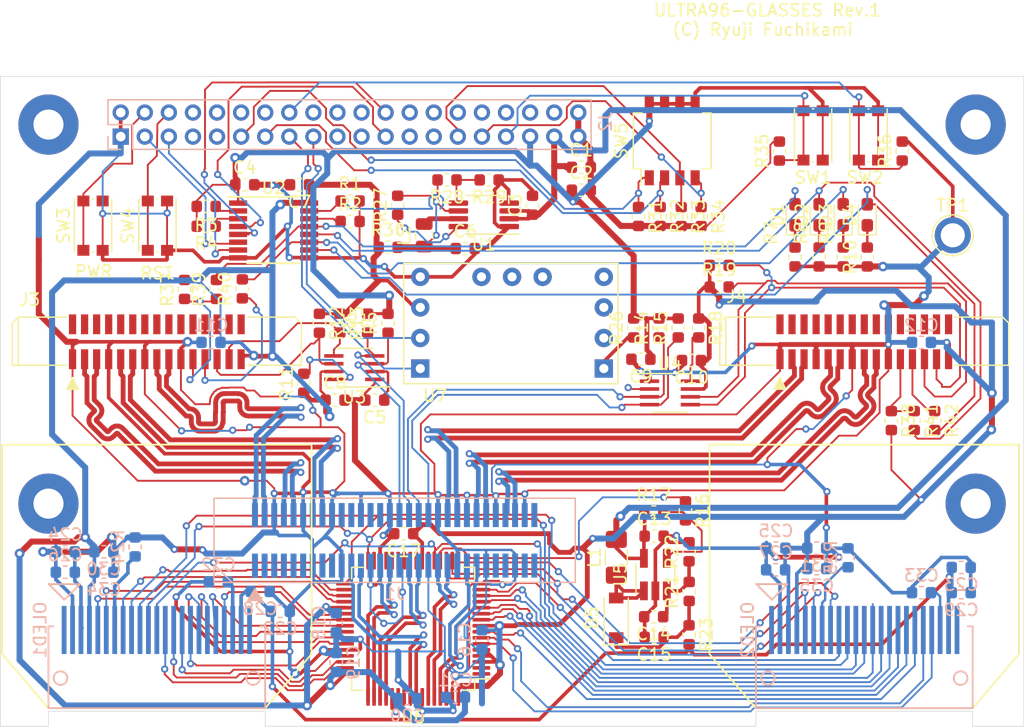
<source format=kicad_pcb>
(kicad_pcb (version 20171130) (host pcbnew "(5.1.5)-3")
  (layers (0 F.Cu signal) (31 B.Cu signal) (34 B.Paste user) (35 F.Paste user) (36 B.SilkS user) (37 F.SilkS user) (38 B.Mask user) (39 F.Mask user) (44 Edge.Cuts user))
  (net 0 "")
  (net 1 GND)
  (net 2 +5V)
  (net 3 +1V8)
  (net 4 +3V3)
  (net 5 /VCC_FB)
  (net 6 /VCC_OUT)
  (net 7 VCC)
  (net 8 /OLED0_VCOMH)
  (net 9 /OLED1_VCOMH)
  (net 10 /VCC_SW)
  (net 11 /HS_SPI1_MOSI)
  (net 12 /HS_CSI0_CLK_P)
  (net 13 "Net-(J1-Pad3)")
  (net 14 /HS_CSI0_CLK_N)
  (net 15 "Net-(J1-Pad5)")
  (net 16 /HS_SPI1_CS)
  (net 17 /HS_CSI0_D0_P)
  (net 18 /HS_SPI1_SCLK)
  (net 19 /HS_CSI0_D0_N)
  (net 20 /HS_SPI1_MISO)
  (net 21 /HS_CSI0_D1_P)
  (net 22 /HS_CSI0_MCLK)
  (net 23 /HS_CSI0_D1_N)
  (net 24 /HS_CSI1_MCLK)
  (net 25 /HS_CSI0_D2_P)
  (net 26 /HS_DSI_CLK_P)
  (net 27 /HS_CSI0_D2_N)
  (net 28 /HS_DSI_CLK_N)
  (net 29 /HS_CSI0_D3_P)
  (net 30 /HS_DSI_D0_P)
  (net 31 /HS_CSI0_D3_N)
  (net 32 /HS_DSI_D0_N)
  (net 33 /HS_I2C2_SCL)
  (net 34 /HS_DSI_D1_P)
  (net 35 /HS_I2C2_SDA)
  (net 36 /HS_DSI_D1_N)
  (net 37 /HS_I2C3_SCL)
  (net 38 /HS_I2C3_SDA)
  (net 39 /HS_DSI_D2_P)
  (net 40 /HS_DSI_D2_N)
  (net 41 /HS_CSI1_D0_P)
  (net 42 /HS_CSI1_D0_N)
  (net 43 /HS_DSI_D3_P)
  (net 44 /HS_DSI_D3_N)
  (net 45 /HS_CSI1_D1_P)
  (net 46 /HS_CSI1_D1_N)
  (net 47 /HS_USB2D3_P)
  (net 48 /HS_USB2D3_N)
  (net 49 /HS_CSI1_CLK_P)
  (net 50 /HS_CSI1_CLK_N)
  (net 51 "Net-(J1-Pad57)")
  (net 52 "Net-(J1-Pad59)")
  (net 53 "Net-(J1-Pad60)")
  (net 54 /VSYS_IN1)
  (net 55 /VSYS_IN0)
  (net 56 /LS_GPIO_15)
  (net 57 /LS_GPIO_8)
  (net 58 /LS_GPIO_14)
  (net 59 /LS_GPIO_7)
  (net 60 /LS_GPIO_13)
  (net 61 /LS_GPIO_6)
  (net 62 /LS_PS_GPIO_5)
  (net 63 /LS_PS_GPIO_4)
  (net 64 /LS_PS_GPIO_3)
  (net 65 /LS_PS_GPIO_2)
  (net 66 /LS_PS_GPIO_1)
  (net 67 /LS_PS_GPIO_0)
  (net 68 /LS_GPIO_12)
  (net 69 /LS_I2C1_SDA)
  (net 70 /LS_GPIO_11)
  (net 71 /LS_I2C1_SCL)
  (net 72 /LS_GPIO_10)
  (net 73 /LS_I2C0_SDA)
  (net 74 /LS_GPIO_9)
  (net 75 /LS_I2C0_SCL)
  (net 76 /LS_SPI0_MOSI)
  (net 77 /LS_GPIO_5)
  (net 78 /LS_SPI0_CS)
  (net 79 /LS_GPIO_4)
  (net 80 /LS_SPI0_MISO)
  (net 81 /LS_GPIO_3)
  (net 82 /LS_SPI0_SCLK)
  (net 83 /LS_GPIO_2)
  (net 84 /RST_PB_N)
  (net 85 /LS_GPIO_1)
  (net 86 /PWR_PB_N)
  (net 87 /LS_GPIO_0)
  (net 88 /CAM0_SDA)
  (net 89 /CAM0_SCL)
  (net 90 /CAM0_CLK)
  (net 91 /CAM0_GPIO)
  (net 92 /CAM1_GPIO)
  (net 93 /CAM1_CLK)
  (net 94 /CAM1_SCL)
  (net 95 /CAM1_SDA)
  (net 96 "Net-(OLED1-Pad23)")
  (net 97 /OLED0_D7)
  (net 98 /OLED0_D6)
  (net 99 /OLED0_D5)
  (net 100 /OLED0_D4)
  (net 101 /OLED0_D3)
  (net 102 /OLED0_D2)
  (net 103 /OLED0_D1)
  (net 104 /OLED0_D0)
  (net 105 /OLED0_RES)
  (net 106 /OLED0_CS)
  (net 107 /OLED0_IREF)
  (net 108 /OLED0_BS2)
  (net 109 /OLED0_BS1)
  (net 110 "Net-(OLED1-Pad1)")
  (net 111 "Net-(OLED2-Pad23)")
  (net 112 /OLED1_D7)
  (net 113 /OLED1_D6)
  (net 114 /OLED1_D5)
  (net 115 /OLED1_D4)
  (net 116 /OLED1_D3)
  (net 117 /OLED1_D2)
  (net 118 /OLED1_D1)
  (net 119 /OLED1_D0)
  (net 120 /OLED1_RES)
  (net 121 /OLED1_CS)
  (net 122 /OLED1_IREF)
  (net 123 /OLED1_BS2)
  (net 124 /OLED1_BS1)
  (net 125 "Net-(OLED2-Pad1)")
  (net 126 "Net-(R1-Pad1)")
  (net 127 "Net-(R2-Pad1)")
  (net 128 "Net-(R3-Pad1)")
  (net 129 "Net-(R4-Pad1)")
  (net 130 "Net-(R11-Pad2)")
  (net 131 /VCC_SHDN)
  (net 132 /PWR_EN)
  (net 133 "Net-(R18-Pad2)")
  (net 134 /OLED_DC)
  (net 135 /OLED_RW)
  (net 136 "Net-(U6-Pad31)")
  (net 137 /OLED_E)
  (net 138 "Net-(U6-Pad2)")
  (net 139 "Net-(U6-Pad55)")
  (net 140 "Net-(U6-Pad54)")
  (net 141 "Net-(U6-Pad29)")
  (net 142 "Net-(U6-Pad28)")
  (net 143 "Net-(U6-Pad27)")
  (net 144 "Net-(U6-Pad26)")
  (net 145 "Net-(U6-Pad25)")
  (net 146 "Net-(U6-Pad24)")
  (net 147 "Net-(U6-Pad22)")
  (net 148 "Net-(R26-Pad1)")
  (net 149 "Net-(U7-PadJ2-1)")
  (net 150 "Net-(U7-PadJ2-3)")
  (net 151 "Net-(U7-PadJ2-2)")
  (net 152 "Net-(U7-PadJ3-4)")
  (net 153 "Net-(U7-PadJ3-3)")
  (net 154 "Net-(U7-PadJ3-2)")
  (net 155 "Net-(C6-Pad1)")
  (net 156 "Net-(L2-Pad2)")
  (net 157 "Net-(R27-Pad1)")
  (net 158 "Net-(R28-Pad1)")
  (net 159 /LS_3V3_PS_GPIO_0)
  (net 160 "Net-(D2-Pad1)")
  (net 161 /LS_3V3_PS_GPIO_1)
  (net 162 "Net-(D3-Pad1)")
  (net 163 /LS_3V3_GPIO_0)
  (net 164 "Net-(D4-Pad1)")
  (net 165 /LS_3V3_GPIO_1)
  (net 166 "Net-(D1-Pad1)")
  (module myfootprint:TPS62160DGK (layer F.Cu) (at 140.15 111.5 180)
    (fp_text reference U1 (at 0 -2.45 180) (layer F.SilkS))
    (fp_text value TPS62160DGK)
    (pad 1 smd roundrect (at -2.1125 -0.975 180) (size 1.625 0.45) (layers F.Cu F.Paste F.Mask) (net 1 GND))
    (pad 2 smd roundrect (at -2.1125 -0.325 180) (size 1.625 0.45) (layers F.Cu F.Paste F.Mask) (net 2 +5V))
    (pad 3 smd roundrect (at -2.1125 0.325 180) (size 1.625 0.45) (layers F.Cu F.Paste F.Mask) (net 2 +5V))
    (pad 4 smd roundrect (at -2.1125 0.975 180) (size 1.625 0.45) (layers F.Cu F.Paste F.Mask) (net 1 GND))
    (pad 5 smd roundrect (at 2.1125 0.975 180) (size 1.625 0.45) (layers F.Cu F.Paste F.Mask) (net 158 "Net-(R28-Pad1)"))
    (pad 6 smd roundrect (at 2.1125 0.325 180) (size 1.625 0.45) (layers F.Cu F.Paste F.Mask) (net 155 "Net-(C6-Pad1)"))
    (pad 7 smd roundrect (at 2.1125 -0.325 180) (size 1.625 0.45) (layers F.Cu F.Paste F.Mask) (net 156 "Net-(L2-Pad2)"))
    (pad 8 smd roundrect (at 2.1125 -0.975 180) (size 1.625 0.45) (layers F.Cu F.Paste F.Mask) (net 157 "Net-(R27-Pad1)"))
  )
  (module Resistor_SMD:R_0603_1608Metric (layer F.Cu) (at 125.2 125.5 90)
    (fp_text reference R11 (at 0 -1.43 90) (layer F.SilkS))
    (fp_text value 0)
    (pad 2 smd roundrect (at 0.7875 0 90) (size 0.875 0.95) (layers F.Cu F.Paste F.Mask) (net 130 "Net-(R11-Pad2)"))
    (pad 1 smd roundrect (at -0.7875 0 90) (size 0.875 0.95) (layers F.Cu F.Paste F.Mask) (net 4 +3V3))
  )
  (module Resistor_SMD:R_0603_1608Metric (layer F.Cu) (at 117.1 112.45 180)
    (fp_text reference R4 (at 0 -1.43) (layer F.SilkS))
    (fp_text value 0)
    (pad 2 smd roundrect (at 0.7875 0 180) (size 0.875 0.95) (layers F.Cu F.Paste F.Mask) (net 3 +1V8))
    (pad 1 smd roundrect (at -0.7875 0 180) (size 0.875 0.95) (layers F.Cu F.Paste F.Mask) (net 129 "Net-(R4-Pad1)"))
  )
  (module Resistor_SMD:R_0603_1608Metric (layer F.Cu) (at 117.1 110.8 180)
    (fp_text reference R3 (at 0 -1.55) (layer F.SilkS))
    (fp_text value 0)
    (pad 2 smd roundrect (at 0.7875 0 180) (size 0.875 0.95) (layers F.Cu F.Paste F.Mask) (net 3 +1V8))
    (pad 1 smd roundrect (at -0.7875 0 180) (size 0.875 0.95) (layers F.Cu F.Paste F.Mask) (net 128 "Net-(R3-Pad1)"))
  )
  (module Resistor_SMD:R_0603_1608Metric (layer F.Cu) (at 129.05 112.05)
    (fp_text reference R2 (at 0 -1.43) (layer F.SilkS))
    (fp_text value 0)
    (pad 2 smd roundrect (at 0.7875 0) (size 0.875 0.95) (layers F.Cu F.Paste F.Mask) (net 1 GND))
    (pad 1 smd roundrect (at -0.7875 0) (size 0.875 0.95) (layers F.Cu F.Paste F.Mask) (net 127 "Net-(R2-Pad1)"))
  )
  (module Resistor_SMD:R_0603_1608Metric (layer F.Cu) (at 129.05 110.35)
    (fp_text reference R1 (at 0 -1.43) (layer F.SilkS))
    (fp_text value 0)
    (pad 2 smd roundrect (at 0.7875 0) (size 0.875 0.95) (layers F.Cu F.Paste F.Mask) (net 1 GND))
    (pad 1 smd roundrect (at -0.7875 0) (size 0.875 0.95) (layers F.Cu F.Paste F.Mask) (net 126 "Net-(R1-Pad1)"))
  )
  (module LED_SMD:LED_0603_1608Metric_Pad1.05x0.95mm_HandSolder (layer F.Cu) (at 172 111.5 90)
    (fp_text reference D4 (at 0 -1.43 90) (layer F.SilkS))
    (fp_text value SML-512MWT86)
    (pad 2 smd roundrect (at 0.875 0 90) (size 1.05 0.95) (layers F.Cu F.Paste F.Mask) (net 165 /LS_3V3_GPIO_1))
    (pad 1 smd roundrect (at -0.875 0 90) (size 1.05 0.95) (layers F.Cu F.Paste F.Mask) (net 164 "Net-(D4-Pad1)"))
  )
  (module LED_SMD:LED_0603_1608Metric_Pad1.05x0.95mm_HandSolder (layer F.Cu) (at 170 111.5 90)
    (fp_text reference D3 (at 0 -1.43 90) (layer F.SilkS))
    (fp_text value SML-512MWT86)
    (pad 2 smd roundrect (at 0.875 0 90) (size 1.05 0.95) (layers F.Cu F.Paste F.Mask) (net 163 /LS_3V3_GPIO_0))
    (pad 1 smd roundrect (at -0.875 0 90) (size 1.05 0.95) (layers F.Cu F.Paste F.Mask) (net 162 "Net-(D3-Pad1)"))
  )
  (module LED_SMD:LED_0603_1608Metric_Pad1.05x0.95mm_HandSolder (layer F.Cu) (at 168 111.5 90)
    (fp_text reference D2 (at 0 -1.43 90) (layer F.SilkS))
    (fp_text value SML-512MWT86)
    (pad 2 smd roundrect (at 0.875 0 90) (size 1.05 0.95) (layers F.Cu F.Paste F.Mask) (net 161 /LS_3V3_PS_GPIO_1))
    (pad 1 smd roundrect (at -0.875 0 90) (size 1.05 0.95) (layers F.Cu F.Paste F.Mask) (net 160 "Net-(D2-Pad1)"))
  )
  (module LED_SMD:LED_0603_1608Metric_Pad1.05x0.95mm_HandSolder (layer F.Cu) (at 166 111.5 90)
    (fp_text reference D1 (at 0 -1.43 90) (layer F.SilkS))
    (fp_text value SML-512MWT86)
    (pad 2 smd roundrect (at 0.875 0 90) (size 1.05 0.95) (layers F.Cu F.Paste F.Mask) (net 159 /LS_3V3_PS_GPIO_0))
    (pad 1 smd roundrect (at -0.875 0 90) (size 1.05 0.95) (layers F.Cu F.Paste F.Mask) (net 166 "Net-(D1-Pad1)"))
  )
  (module Button_Switch_SMD:SW_DIP_SPSTx04_Slide_Omron_A6H-4101_W6.15mm_P1.27mm (layer F.Cu) (at 155.8 105.35 90)
    (fp_text reference SW5 (at 0 -4.235 90) (layer F.SilkS))
    (fp_text value GDH04S04)
    (pad 8 smd rect (at 3.075 -1.905 90) (size 1.25 0.76) (layers F.Cu F.Paste F.Mask) (net 3 +1V8))
    (pad 4 smd rect (at -3.075 1.905 90) (size 1.25 0.76) (layers F.Cu F.Paste F.Mask) (net 59 /LS_GPIO_7))
    (pad 7 smd rect (at 3.075 -0.635 90) (size 1.25 0.76) (layers F.Cu F.Paste F.Mask) (net 3 +1V8))
    (pad 3 smd rect (at -3.075 0.635 90) (size 1.25 0.76) (layers F.Cu F.Paste F.Mask) (net 61 /LS_GPIO_6))
    (pad 6 smd rect (at 3.075 0.635 90) (size 1.25 0.76) (layers F.Cu F.Paste F.Mask) (net 3 +1V8))
    (pad 2 smd rect (at -3.075 -0.635 90) (size 1.25 0.76) (layers F.Cu F.Paste F.Mask) (net 77 /LS_GPIO_5))
    (pad 5 smd rect (at 3.075 1.905 90) (size 1.25 0.76) (layers F.Cu F.Paste F.Mask) (net 3 +1V8))
    (pad 1 smd rect (at -3.075 -1.905 90) (size 1.25 0.76) (layers F.Cu F.Paste F.Mask) (net 79 /LS_GPIO_4))
  )
  (module Button_Switch_SMD:SW_Push_1P1T_NO_CK_KMR2 (layer F.Cu) (at 113.05 112.4 90)
    (fp_text reference SW4 (at 0 -2.45 90) (layer F.SilkS))
    (fp_text value "KMR213G LFG")
    (pad 2 smd rect (at 2.05 0.8 90) (size 0.9 1) (layers F.Cu F.Paste F.Mask) (net 1 GND))
    (pad 1 smd rect (at 2.05 -0.8 90) (size 0.9 1) (layers F.Cu F.Paste F.Mask) (net 84 /RST_PB_N))
    (pad 2 smd rect (at -2.05 0.8 90) (size 0.9 1) (layers F.Cu F.Paste F.Mask) (net 1 GND))
    (pad 1 smd rect (at -2.05 -0.8 90) (size 0.9 1) (layers F.Cu F.Paste F.Mask) (net 84 /RST_PB_N))
  )
  (module Button_Switch_SMD:SW_Push_1P1T_NO_CK_KMR2 (layer F.Cu) (at 107.7 112.4 90)
    (fp_text reference SW3 (at 0 -2.45 90) (layer F.SilkS))
    (fp_text value "KMR213G LFG")
    (pad 2 smd rect (at 2.05 0.8 90) (size 0.9 1) (layers F.Cu F.Paste F.Mask) (net 1 GND))
    (pad 1 smd rect (at 2.05 -0.8 90) (size 0.9 1) (layers F.Cu F.Paste F.Mask) (net 86 /PWR_PB_N))
    (pad 2 smd rect (at -2.05 0.8 90) (size 0.9 1) (layers F.Cu F.Paste F.Mask) (net 1 GND))
    (pad 1 smd rect (at -2.05 -0.8 90) (size 0.9 1) (layers F.Cu F.Paste F.Mask) (net 86 /PWR_PB_N))
  )
  (module Resistor_SMD:R_0603_1608Metric (layer F.Cu) (at 177.6 128.6 270)
    (fp_text reference R42 (at 0 -1.43 90) (layer F.SilkS))
    (fp_text value <0>)
    (pad 2 smd roundrect (at 0.7875 0 270) (size 0.875 0.95) (layers F.Cu F.Paste F.Mask) (net 165 /LS_3V3_GPIO_1))
    (pad 1 smd roundrect (at -0.7875 0 270) (size 0.875 0.95) (layers F.Cu F.Paste F.Mask) (net 93 /CAM1_CLK))
  )
  (module Resistor_SMD:R_0603_1608Metric (layer F.Cu) (at 175.9 128.6 270)
    (fp_text reference R41 (at 0 -1.43 90) (layer F.SilkS))
    (fp_text value <0>)
    (pad 2 smd roundrect (at 0.7875 0 270) (size 0.875 0.95) (layers F.Cu F.Paste F.Mask) (net 161 /LS_3V3_PS_GPIO_1))
    (pad 1 smd roundrect (at -0.7875 0 270) (size 0.875 0.95) (layers F.Cu F.Paste F.Mask) (net 92 /CAM1_GPIO))
  )
  (module Resistor_SMD:R_0603_1608Metric (layer F.Cu) (at 120.1 117.65 90)
    (fp_text reference R40 (at 0 -1.43 90) (layer F.SilkS))
    (fp_text value <0>)
    (pad 2 smd roundrect (at 0.7875 0 90) (size 0.875 0.95) (layers F.Cu F.Paste F.Mask) (net 163 /LS_3V3_GPIO_0))
    (pad 1 smd roundrect (at -0.7875 0 90) (size 0.875 0.95) (layers F.Cu F.Paste F.Mask) (net 90 /CAM0_CLK))
  )
  (module Resistor_SMD:R_0603_1608Metric (layer F.Cu) (at 117.95 117.7 90)
    (fp_text reference R39 (at 0 -1.43 90) (layer F.SilkS))
    (fp_text value <0>)
    (pad 2 smd roundrect (at 0.7875 0 90) (size 0.875 0.95) (layers F.Cu F.Paste F.Mask) (net 159 /LS_3V3_PS_GPIO_0))
    (pad 1 smd roundrect (at -0.7875 0 90) (size 0.875 0.95) (layers F.Cu F.Paste F.Mask) (net 91 /CAM0_GPIO))
  )
  (module Resistor_SMD:R_0603_1608Metric (layer F.Cu) (at 174 128.6 270)
    (fp_text reference R38 (at 0 -1.43 90) (layer F.SilkS))
    (fp_text value 0)
    (pad 2 smd roundrect (at 0.7875 0 270) (size 0.875 0.95) (layers F.Cu F.Paste F.Mask) (net 4 +3V3))
    (pad 1 smd roundrect (at -0.7875 0 270) (size 0.875 0.95) (layers F.Cu F.Paste F.Mask) (net 92 /CAM1_GPIO))
  )
  (module Resistor_SMD:R_0603_1608Metric (layer F.Cu) (at 115.3 117.7 90)
    (fp_text reference R37 (at 0 -1.43 90) (layer F.SilkS))
    (fp_text value 0)
    (pad 2 smd roundrect (at 0.7875 0 90) (size 0.875 0.95) (layers F.Cu F.Paste F.Mask) (net 4 +3V3))
    (pad 1 smd roundrect (at -0.7875 0 90) (size 0.875 0.95) (layers F.Cu F.Paste F.Mask) (net 91 /CAM0_GPIO))
  )
  (module Resistor_SMD:R_0603_1608Metric (layer F.Cu) (at 174.9 106.2 90)
    (fp_text reference R36 (at 0 -1.43 90) (layer F.SilkS))
    (fp_text value 4.7k)
    (pad 2 smd roundrect (at 0.7875 0 90) (size 0.875 0.95) (layers F.Cu F.Paste F.Mask) (net 1 GND))
    (pad 1 smd roundrect (at -0.7875 0 90) (size 0.875 0.95) (layers F.Cu F.Paste F.Mask) (net 74 /LS_GPIO_9))
  )
  (module Resistor_SMD:R_0603_1608Metric (layer F.Cu) (at 164.7 106.2 90)
    (fp_text reference R35 (at 0 -1.43 90) (layer F.SilkS))
    (fp_text value 4.7k)
    (pad 2 smd roundrect (at 0.7875 0 90) (size 0.875 0.95) (layers F.Cu F.Paste F.Mask) (net 1 GND))
    (pad 1 smd roundrect (at -0.7875 0 90) (size 0.875 0.95) (layers F.Cu F.Paste F.Mask) (net 57 /LS_GPIO_8))
  )
  (module Resistor_SMD:R_0603_1608Metric (layer F.Cu) (at 158.2 111.65 270)
    (fp_text reference R34 (at 0 -1.43 90) (layer F.SilkS))
    (fp_text value 4.7k)
    (pad 2 smd roundrect (at 0.7875 0 270) (size 0.875 0.95) (layers F.Cu F.Paste F.Mask) (net 1 GND))
    (pad 1 smd roundrect (at -0.7875 0 270) (size 0.875 0.95) (layers F.Cu F.Paste F.Mask) (net 59 /LS_GPIO_7))
  )
  (module Resistor_SMD:R_0603_1608Metric (layer F.Cu) (at 156.55 111.65 270)
    (fp_text reference R33 (at 0 -1.43 90) (layer F.SilkS))
    (fp_text value 4.7k)
    (pad 2 smd roundrect (at 0.7875 0 270) (size 0.875 0.95) (layers F.Cu F.Paste F.Mask) (net 1 GND))
    (pad 1 smd roundrect (at -0.7875 0 270) (size 0.875 0.95) (layers F.Cu F.Paste F.Mask) (net 61 /LS_GPIO_6))
  )
  (module Resistor_SMD:R_0603_1608Metric (layer F.Cu) (at 154.8 111.6375 270)
    (fp_text reference R32 (at 0 -1.43 90) (layer F.SilkS))
    (fp_text value 4.7k)
    (pad 2 smd roundrect (at 0.7875 0 270) (size 0.875 0.95) (layers F.Cu F.Paste F.Mask) (net 1 GND))
    (pad 1 smd roundrect (at -0.7875 0 270) (size 0.875 0.95) (layers F.Cu F.Paste F.Mask) (net 77 /LS_GPIO_5))
  )
  (module Resistor_SMD:R_0603_1608Metric (layer F.Cu) (at 153 111.6375 270)
    (fp_text reference R31 (at 0 -1.43 90) (layer F.SilkS))
    (fp_text value 4.7k)
    (pad 2 smd roundrect (at 0.7875 0 270) (size 0.875 0.95) (layers F.Cu F.Paste F.Mask) (net 1 GND))
    (pad 1 smd roundrect (at -0.7875 0 270) (size 0.875 0.95) (layers F.Cu F.Paste F.Mask) (net 79 /LS_GPIO_4))
  )
  (module Resistor_SMD:R_0603_1608Metric (layer F.Cu) (at 172 115 90)
    (fp_text reference R10 (at 0 -1.43 90) (layer F.SilkS))
    (fp_text value 10)
    (pad 2 smd roundrect (at 0.7875 0 90) (size 0.875 0.95) (layers F.Cu F.Paste F.Mask) (net 164 "Net-(D4-Pad1)"))
    (pad 1 smd roundrect (at -0.7875 0 90) (size 0.875 0.95) (layers F.Cu F.Paste F.Mask) (net 1 GND))
  )
  (module Resistor_SMD:R_0603_1608Metric (layer F.Cu) (at 170 115 90)
    (fp_text reference R9 (at 2 -1.43 90) (layer F.SilkS))
    (fp_text value 10)
    (pad 2 smd roundrect (at 0.7875 0 90) (size 0.875 0.95) (layers F.Cu F.Paste F.Mask) (net 162 "Net-(D3-Pad1)"))
    (pad 1 smd roundrect (at -0.7875 0 90) (size 0.875 0.95) (layers F.Cu F.Paste F.Mask) (net 1 GND))
  )
  (module Resistor_SMD:R_0603_1608Metric (layer F.Cu) (at 168 115 90)
    (fp_text reference R8 (at 2 -1.5 90) (layer F.SilkS))
    (fp_text value 10)
    (pad 2 smd roundrect (at 0.7875 0 90) (size 0.875 0.95) (layers F.Cu F.Paste F.Mask) (net 160 "Net-(D2-Pad1)"))
    (pad 1 smd roundrect (at -0.7875 0 90) (size 0.875 0.95) (layers F.Cu F.Paste F.Mask) (net 1 GND))
  )
  (module Resistor_SMD:R_0603_1608Metric (layer F.Cu) (at 166 115 90)
    (fp_text reference R7 (at 2 -2 90) (layer F.SilkS))
    (fp_text value 10)
    (pad 2 smd roundrect (at 0.7875 0 90) (size 0.875 0.95) (layers F.Cu F.Paste F.Mask) (net 166 "Net-(D1-Pad1)"))
    (pad 1 smd roundrect (at -0.7875 0 90) (size 0.875 0.95) (layers F.Cu F.Paste F.Mask) (net 1 GND))
  )
  (module Button_Switch_SMD:SW_Push_1P1T_NO_CK_KMR2 (layer F.Cu) (at 172.1 104.9 90)
    (fp_text reference SW2 (at -3.5 -0.3 180) (layer F.SilkS))
    (fp_text value "KMR213G LFG")
    (pad 2 smd rect (at 2.05 0.8 90) (size 0.9 1) (layers F.Cu F.Paste F.Mask) (net 3 +1V8))
    (pad 1 smd rect (at 2.05 -0.8 90) (size 0.9 1) (layers F.Cu F.Paste F.Mask) (net 74 /LS_GPIO_9))
    (pad 2 smd rect (at -2.05 0.8 90) (size 0.9 1) (layers F.Cu F.Paste F.Mask) (net 3 +1V8))
    (pad 1 smd rect (at -2.05 -0.8 90) (size 0.9 1) (layers F.Cu F.Paste F.Mask) (net 74 /LS_GPIO_9))
  )
  (module Button_Switch_SMD:SW_Push_1P1T_NO_CK_KMR2 (layer F.Cu) (at 167.5 104.9 90)
    (fp_text reference SW1 (at -3.5 0 180) (layer F.SilkS))
    (fp_text value "KMR213G LFG")
    (pad 2 smd rect (at 2.05 0.8 90) (size 0.9 1) (layers F.Cu F.Paste F.Mask) (net 3 +1V8))
    (pad 1 smd rect (at 2.05 -0.8 90) (size 0.9 1) (layers F.Cu F.Paste F.Mask) (net 57 /LS_GPIO_8))
    (pad 2 smd rect (at -2.05 0.8 90) (size 0.9 1) (layers F.Cu F.Paste F.Mask) (net 3 +1V8))
    (pad 1 smd rect (at -2.05 -0.8 90) (size 0.9 1) (layers F.Cu F.Paste F.Mask) (net 57 /LS_GPIO_8))
  )
  (module Resistor_SMD:R_0603_1608Metric (layer F.Cu) (at 132.2125 114.2)
    (fp_text reference R30 (at 0 -1.43) (layer F.SilkS))
    (fp_text value 0)
    (pad 2 smd roundrect (at 0.7875 0) (size 0.875 0.95) (layers F.Cu F.Paste F.Mask) (net 155 "Net-(C6-Pad1)"))
    (pad 1 smd roundrect (at -0.7875 0) (size 0.875 0.95) (layers F.Cu F.Paste F.Mask) (net 4 +3V3))
  )
  (module Resistor_SMD:R_0603_1608Metric (layer F.Cu) (at 140.6 108.6 180)
    (fp_text reference R29 (at 0 -1.43) (layer F.SilkS))
    (fp_text value 180k)
    (pad 2 smd roundrect (at 0.7875 0 180) (size 0.875 0.95) (layers F.Cu F.Paste F.Mask) (net 158 "Net-(R28-Pad1)"))
    (pad 1 smd roundrect (at -0.7875 0 180) (size 0.875 0.95) (layers F.Cu F.Paste F.Mask) (net 1 GND))
  )
  (module Resistor_SMD:R_0603_1608Metric (layer F.Cu) (at 137.1 108.6 180)
    (fp_text reference R28 (at 0 -1.43) (layer F.SilkS))
    (fp_text value 562k)
    (pad 2 smd roundrect (at 0.7875 0 180) (size 0.875 0.95) (layers F.Cu F.Paste F.Mask) (net 155 "Net-(C6-Pad1)"))
    (pad 1 smd roundrect (at -0.7875 0 180) (size 0.875 0.95) (layers F.Cu F.Paste F.Mask) (net 158 "Net-(R28-Pad1)"))
  )
  (module Resistor_SMD:R_0603_1608Metric (layer F.Cu) (at 133 110.7 90)
    (fp_text reference R27 (at 0 -1.43 90) (layer F.SilkS))
    (fp_text value 100k)
    (pad 2 smd roundrect (at 0.7875 0 90) (size 0.875 0.95) (layers F.Cu F.Paste F.Mask) (net 155 "Net-(C6-Pad1)"))
    (pad 1 smd roundrect (at -0.7875 0 90) (size 0.875 0.95) (layers F.Cu F.Paste F.Mask) (net 157 "Net-(R27-Pad1)"))
  )
  (module Inductor_SMD:L_0805_2012Metric (layer F.Cu) (at 135.2 113.2 90)
    (fp_text reference L2 (at 0 -1.65 90) (layer F.SilkS))
    (fp_text value "2.2uH  MLZ2012A2R2MT")
    (pad 2 smd roundrect (at 0.9375 0 90) (size 0.975 1.4) (layers F.Cu F.Paste F.Mask) (net 156 "Net-(L2-Pad2)"))
    (pad 1 smd roundrect (at -0.9375 0 90) (size 0.975 1.4) (layers F.Cu F.Paste F.Mask) (net 155 "Net-(C6-Pad1)"))
  )
  (module Capacitor_SMD:C_0603_1608Metric (layer F.Cu) (at 138.6125 114.3)
    (fp_text reference C6 (at 0 -1.43) (layer F.SilkS))
    (fp_text value 22uF)
    (pad 2 smd roundrect (at 0.7875 0) (size 0.875 0.95) (layers F.Cu F.Paste F.Mask) (net 1 GND))
    (pad 1 smd roundrect (at -0.7875 0) (size 0.875 0.95) (layers F.Cu F.Paste F.Mask) (net 155 "Net-(C6-Pad1)"))
  )
  (module Capacitor_SMD:C_0603_1608Metric (layer F.Cu) (at 144.2 110.7 90)
    (fp_text reference C3 (at 0 -1.43 90) (layer F.SilkS))
    (fp_text value 10uF)
    (pad 2 smd roundrect (at 0.7875 0 90) (size 0.875 0.95) (layers F.Cu F.Paste F.Mask) (net 1 GND))
    (pad 1 smd roundrect (at -0.7875 0 90) (size 0.875 0.95) (layers F.Cu F.Paste F.Mask) (net 2 +5V))
  )
  (module myfootprint:SS-MPU-9250 (layer F.Cu) (at 142.5 121.735)
    (fp_text reference U7 (at -6.4 4.8) (layer F.SilkS))
    (fp_text value SS-MPU-9250)
    (pad J2-1 thru_hole circle (at 2.54 -5.08) (size 1.524 1.524) (drill 0.762) (layers *.Cu *.Mask) (net 149 "Net-(U7-PadJ2-1)"))
    (pad J2-3 thru_hole circle (at -2.54 -5.08) (size 1.524 1.524) (drill 0.762) (layers *.Cu *.Mask) (net 150 "Net-(U7-PadJ2-3)"))
    (pad J2-2 thru_hole circle (at 0 -5.08) (size 1.524 1.524) (drill 0.762) (layers *.Cu *.Mask) (net 151 "Net-(U7-PadJ2-2)"))
    (pad J3-4 thru_hole circle (at 7.62 -5.08) (size 1.524 1.524) (drill 0.762) (layers *.Cu *.Mask) (net 152 "Net-(U7-PadJ3-4)"))
    (pad J1-4 thru_hole circle (at -7.62 -5.08) (size 1.524 1.524) (drill 0.762) (layers *.Cu *.Mask) (net 1 GND))
    (pad J3-3 thru_hole circle (at 7.62 -2.54) (size 1.524 1.524) (drill 0.762) (layers *.Cu *.Mask) (net 153 "Net-(U7-PadJ3-3)"))
    (pad J1-3 thru_hole circle (at -7.62 -2.54) (size 1.524 1.524) (drill 0.762) (layers *.Cu *.Mask) (net 4 +3V3))
    (pad J3-2 thru_hole circle (at 7.62 0) (size 1.524 1.524) (drill 0.762) (layers *.Cu *.Mask) (net 154 "Net-(U7-PadJ3-2)"))
    (pad J1-2 thru_hole circle (at -7.62 0) (size 1.524 1.524) (drill 0.762) (layers *.Cu *.Mask) (net 73 /LS_I2C0_SDA))
    (pad J3-1 thru_hole rect (at 7.62 2.54) (size 1.524 1.524) (drill 0.762) (layers *.Cu *.Mask) (net 148 "Net-(R26-Pad1)"))
    (pad J1-1 thru_hole rect (at -7.62 2.54) (size 1.524 1.524) (drill 0.762) (layers *.Cu *.Mask) (net 75 /LS_I2C0_SCL))
  )
  (module Resistor_SMD:R_0603_1608Metric (layer F.Cu) (at 152.6 120.9 90)
    (fp_text reference R26 (at 0 -1.43 90) (layer F.SilkS))
    (fp_text value 0)
    (pad 2 smd roundrect (at 0.7875 0 90) (size 0.875 0.95) (layers F.Cu F.Paste F.Mask) (net 3 +1V8))
    (pad 1 smd roundrect (at -0.7875 0 90) (size 0.875 0.95) (layers F.Cu F.Paste F.Mask) (net 148 "Net-(R26-Pad1)"))
  )
  (module myfootprint:UG-9664HDDAG01 (layer B.Cu) (at 171.75 146 270)
    (fp_text reference OLED2 (at 0 9.69 270) (layer B.SilkS) (effects (justify mirror)))
    (fp_text value UG-9664HDDAG01)
    (pad 23 smd rect (at 0 -7.7 270) (size 4 0.4) (layers B.Cu B.Paste B.Mask) (net 111 "Net-(OLED2-Pad23)"))
    (pad 22 smd rect (at 0 -7 270) (size 4 0.4) (layers B.Cu B.Paste B.Mask) (net 7 VCC))
    (pad 21 smd rect (at 0 -6.3 270) (size 4 0.4) (layers B.Cu B.Paste B.Mask) (net 9 /OLED1_VCOMH))
    (pad 20 smd rect (at 0 -5.6 270) (size 4 0.4) (layers B.Cu B.Paste B.Mask) (net 112 /OLED1_D7))
    (pad 19 smd rect (at 0 -4.9 270) (size 4 0.4) (layers B.Cu B.Paste B.Mask) (net 113 /OLED1_D6))
    (pad 18 smd rect (at 0 -4.2 270) (size 4 0.4) (layers B.Cu B.Paste B.Mask) (net 114 /OLED1_D5))
    (pad 17 smd rect (at 0 -3.5 270) (size 4 0.4) (layers B.Cu B.Paste B.Mask) (net 115 /OLED1_D4))
    (pad 16 smd rect (at 0 -2.8 270) (size 4 0.4) (layers B.Cu B.Paste B.Mask) (net 116 /OLED1_D3))
    (pad 15 smd rect (at 0 -2.1 270) (size 4 0.4) (layers B.Cu B.Paste B.Mask) (net 117 /OLED1_D2))
    (pad 14 smd rect (at 0 -1.4 270) (size 4 0.4) (layers B.Cu B.Paste B.Mask) (net 118 /OLED1_D1))
    (pad 13 smd rect (at 0 -0.7 270) (size 4 0.4) (layers B.Cu B.Paste B.Mask) (net 119 /OLED1_D0))
    (pad 12 smd rect (at 0 0 270) (size 4 0.4) (layers B.Cu B.Paste B.Mask) (net 137 /OLED_E))
    (pad 11 smd rect (at 0 0.7 270) (size 4 0.4) (layers B.Cu B.Paste B.Mask) (net 135 /OLED_RW))
    (pad 10 smd rect (at 0 1.4 270) (size 4 0.4) (layers B.Cu B.Paste B.Mask) (net 134 /OLED_DC))
    (pad 9 smd rect (at 0 2.1 270) (size 4 0.4) (layers B.Cu B.Paste B.Mask) (net 120 /OLED1_RES))
    (pad 8 smd rect (at 0 2.8 270) (size 4 0.4) (layers B.Cu B.Paste B.Mask) (net 121 /OLED1_CS))
    (pad 7 smd rect (at 0 3.5 270) (size 4 0.4) (layers B.Cu B.Paste B.Mask) (net 122 /OLED1_IREF))
    (pad 6 smd rect (at 0 4.2 270) (size 4 0.4) (layers B.Cu B.Paste B.Mask) (net 123 /OLED1_BS2))
    (pad 5 smd rect (at 0 4.9 270) (size 4 0.4) (layers B.Cu B.Paste B.Mask) (net 124 /OLED1_BS1))
    (pad 4 smd rect (at 0 5.6 270) (size 4 0.4) (layers B.Cu B.Paste B.Mask) (net 4 +3V3))
    (pad 3 smd rect (at 0 6.3 270) (size 4 0.4) (layers B.Cu B.Paste B.Mask) (net 4 +3V3))
    (pad 2 smd rect (at 0 7 270) (size 4 0.4) (layers B.Cu B.Paste B.Mask) (net 1 GND))
    (pad 1 smd rect (at 0 7.7 270) (size 4 0.4) (layers B.Cu B.Paste B.Mask) (net 125 "Net-(OLED2-Pad1)"))
  )
  (module myfootprint:UG-9664HDDAG01 (layer B.Cu) (at 113 146 270)
    (fp_text reference OLED1 (at 0 9.69 90) (layer B.SilkS) (effects (justify mirror)))
    (fp_text value UG-9664HDDAG01)
    (pad 23 smd rect (at 0 -7.7 270) (size 4 0.4) (layers B.Cu B.Paste B.Mask) (net 96 "Net-(OLED1-Pad23)"))
    (pad 22 smd rect (at 0 -7 270) (size 4 0.4) (layers B.Cu B.Paste B.Mask) (net 7 VCC))
    (pad 21 smd rect (at 0 -6.3 270) (size 4 0.4) (layers B.Cu B.Paste B.Mask) (net 8 /OLED0_VCOMH))
    (pad 20 smd rect (at 0 -5.6 270) (size 4 0.4) (layers B.Cu B.Paste B.Mask) (net 97 /OLED0_D7))
    (pad 19 smd rect (at 0 -4.9 270) (size 4 0.4) (layers B.Cu B.Paste B.Mask) (net 98 /OLED0_D6))
    (pad 18 smd rect (at 0 -4.2 270) (size 4 0.4) (layers B.Cu B.Paste B.Mask) (net 99 /OLED0_D5))
    (pad 17 smd rect (at 0 -3.5 270) (size 4 0.4) (layers B.Cu B.Paste B.Mask) (net 100 /OLED0_D4))
    (pad 16 smd rect (at 0 -2.8 270) (size 4 0.4) (layers B.Cu B.Paste B.Mask) (net 101 /OLED0_D3))
    (pad 15 smd rect (at 0 -2.1 270) (size 4 0.4) (layers B.Cu B.Paste B.Mask) (net 102 /OLED0_D2))
    (pad 14 smd rect (at 0 -1.4 270) (size 4 0.4) (layers B.Cu B.Paste B.Mask) (net 103 /OLED0_D1))
    (pad 13 smd rect (at 0 -0.7 270) (size 4 0.4) (layers B.Cu B.Paste B.Mask) (net 104 /OLED0_D0))
    (pad 12 smd rect (at 0 0 270) (size 4 0.4) (layers B.Cu B.Paste B.Mask) (net 137 /OLED_E))
    (pad 11 smd rect (at 0 0.7 270) (size 4 0.4) (layers B.Cu B.Paste B.Mask) (net 135 /OLED_RW))
    (pad 10 smd rect (at 0 1.4 270) (size 4 0.4) (layers B.Cu B.Paste B.Mask) (net 134 /OLED_DC))
    (pad 9 smd rect (at 0 2.1 270) (size 4 0.4) (layers B.Cu B.Paste B.Mask) (net 105 /OLED0_RES))
    (pad 8 smd rect (at 0 2.8 270) (size 4 0.4) (layers B.Cu B.Paste B.Mask) (net 106 /OLED0_CS))
    (pad 7 smd rect (at 0 3.5 270) (size 4 0.4) (layers B.Cu B.Paste B.Mask) (net 107 /OLED0_IREF))
    (pad 6 smd rect (at 0 4.2 270) (size 4 0.4) (layers B.Cu B.Paste B.Mask) (net 108 /OLED0_BS2))
    (pad 5 smd rect (at 0 4.9 270) (size 4 0.4) (layers B.Cu B.Paste B.Mask) (net 109 /OLED0_BS1))
    (pad 4 smd rect (at 0 5.6 270) (size 4 0.4) (layers B.Cu B.Paste B.Mask) (net 4 +3V3))
    (pad 3 smd rect (at 0 6.3 270) (size 4 0.4) (layers B.Cu B.Paste B.Mask) (net 4 +3V3))
    (pad 2 smd rect (at 0 7 270) (size 4 0.4) (layers B.Cu B.Paste B.Mask) (net 1 GND))
    (pad 1 smd rect (at 0 7.7 270) (size 4 0.4) (layers B.Cu B.Paste B.Mask) (net 110 "Net-(OLED1-Pad1)"))
  )
  (module Package_QFP:TQFP-64_10x10mm_P0.5mm (layer F.Cu) (at 134.29 145.9 180)
    (fp_text reference U6 (at 0 -7.35) (layer F.SilkS))
    (fp_text value BU90R104)
    (pad 64 smd roundrect (at -3.75 -5.6625 180) (size 0.3 1.475) (layers F.Cu F.Paste F.Mask) (net 4 +3V3))
    (pad 63 smd roundrect (at -3.25 -5.6625 180) (size 0.3 1.475) (layers F.Cu F.Paste F.Mask) (net 1 GND))
    (pad 62 smd roundrect (at -2.75 -5.6625 180) (size 0.3 1.475) (layers F.Cu F.Paste F.Mask) (net 43 /HS_DSI_D3_P))
    (pad 61 smd roundrect (at -2.25 -5.6625 180) (size 0.3 1.475) (layers F.Cu F.Paste F.Mask) (net 44 /HS_DSI_D3_N))
    (pad 60 smd roundrect (at -1.75 -5.6625 180) (size 0.3 1.475) (layers F.Cu F.Paste F.Mask) (net 39 /HS_DSI_D2_P))
    (pad 59 smd roundrect (at -1.25 -5.6625 180) (size 0.3 1.475) (layers F.Cu F.Paste F.Mask) (net 40 /HS_DSI_D2_N))
    (pad 58 smd roundrect (at -0.75 -5.6625 180) (size 0.3 1.475) (layers F.Cu F.Paste F.Mask) (net 1 GND))
    (pad 57 smd roundrect (at -0.25 -5.6625 180) (size 0.3 1.475) (layers F.Cu F.Paste F.Mask) (net 26 /HS_DSI_CLK_P))
    (pad 56 smd roundrect (at 0.25 -5.6625 180) (size 0.3 1.475) (layers F.Cu F.Paste F.Mask) (net 28 /HS_DSI_CLK_N))
    (pad 55 smd roundrect (at 0.75 -5.6625 180) (size 0.3 1.475) (layers F.Cu F.Paste F.Mask) (net 139 "Net-(U6-Pad55)"))
    (pad 54 smd roundrect (at 1.25 -5.6625 180) (size 0.3 1.475) (layers F.Cu F.Paste F.Mask) (net 140 "Net-(U6-Pad54)"))
    (pad 53 smd roundrect (at 1.75 -5.6625 180) (size 0.3 1.475) (layers F.Cu F.Paste F.Mask) (net 4 +3V3))
    (pad 52 smd roundrect (at 2.25 -5.6625 180) (size 0.3 1.475) (layers F.Cu F.Paste F.Mask) (net 34 /HS_DSI_D1_P))
    (pad 51 smd roundrect (at 2.75 -5.6625 180) (size 0.3 1.475) (layers F.Cu F.Paste F.Mask) (net 36 /HS_DSI_D1_N))
    (pad 50 smd roundrect (at 3.25 -5.6625 180) (size 0.3 1.475) (layers F.Cu F.Paste F.Mask) (net 30 /HS_DSI_D0_P))
    (pad 49 smd roundrect (at 3.75 -5.6625 180) (size 0.3 1.475) (layers F.Cu F.Paste F.Mask) (net 32 /HS_DSI_D0_N))
    (pad 48 smd roundrect (at 5.6625 -3.75 180) (size 1.475 0.3) (layers F.Cu F.Paste F.Mask) (net 4 +3V3))
    (pad 47 smd roundrect (at 5.6625 -3.25 180) (size 1.475 0.3) (layers F.Cu F.Paste F.Mask) (net 104 /OLED0_D0))
    (pad 46 smd roundrect (at 5.6625 -2.75 180) (size 1.475 0.3) (layers F.Cu F.Paste F.Mask) (net 103 /OLED0_D1))
    (pad 45 smd roundrect (at 5.6625 -2.25 180) (size 1.475 0.3) (layers F.Cu F.Paste F.Mask) (net 102 /OLED0_D2))
    (pad 44 smd roundrect (at 5.6625 -1.75 180) (size 1.475 0.3) (layers F.Cu F.Paste F.Mask) (net 1 GND))
    (pad 43 smd roundrect (at 5.6625 -1.25 180) (size 1.475 0.3) (layers F.Cu F.Paste F.Mask) (net 101 /OLED0_D3))
    (pad 42 smd roundrect (at 5.6625 -0.75 180) (size 1.475 0.3) (layers F.Cu F.Paste F.Mask) (net 100 /OLED0_D4))
    (pad 41 smd roundrect (at 5.6625 -0.25 180) (size 1.475 0.3) (layers F.Cu F.Paste F.Mask) (net 99 /OLED0_D5))
    (pad 40 smd roundrect (at 5.6625 0.25 180) (size 1.475 0.3) (layers F.Cu F.Paste F.Mask) (net 98 /OLED0_D6))
    (pad 39 smd roundrect (at 5.6625 0.75 180) (size 1.475 0.3) (layers F.Cu F.Paste F.Mask) (net 97 /OLED0_D7))
    (pad 38 smd roundrect (at 5.6625 1.25 180) (size 1.475 0.3) (layers F.Cu F.Paste F.Mask) (net 109 /OLED0_BS1))
    (pad 37 smd roundrect (at 5.6625 1.75 180) (size 1.475 0.3) (layers F.Cu F.Paste F.Mask) (net 4 +3V3))
    (pad 36 smd roundrect (at 5.6625 2.25 180) (size 1.475 0.3) (layers F.Cu F.Paste F.Mask) (net 108 /OLED0_BS2))
    (pad 35 smd roundrect (at 5.6625 2.75 180) (size 1.475 0.3) (layers F.Cu F.Paste F.Mask) (net 106 /OLED0_CS))
    (pad 34 smd roundrect (at 5.6625 3.25 180) (size 1.475 0.3) (layers F.Cu F.Paste F.Mask) (net 105 /OLED0_RES))
    (pad 33 smd roundrect (at 5.6625 3.75 180) (size 1.475 0.3) (layers F.Cu F.Paste F.Mask) (net 134 /OLED_DC))
    (pad 32 smd roundrect (at 3.75 5.6625 180) (size 0.3 1.475) (layers F.Cu F.Paste F.Mask) (net 135 /OLED_RW))
    (pad 31 smd roundrect (at 3.25 5.6625 180) (size 0.3 1.475) (layers F.Cu F.Paste F.Mask) (net 136 "Net-(U6-Pad31)"))
    (pad 30 smd roundrect (at 2.75 5.6625 180) (size 0.3 1.475) (layers F.Cu F.Paste F.Mask) (net 1 GND))
    (pad 29 smd roundrect (at 2.25 5.6625 180) (size 0.3 1.475) (layers F.Cu F.Paste F.Mask) (net 141 "Net-(U6-Pad29)"))
    (pad 28 smd roundrect (at 1.75 5.6625 180) (size 0.3 1.475) (layers F.Cu F.Paste F.Mask) (net 142 "Net-(U6-Pad28)"))
    (pad 27 smd roundrect (at 1.25 5.6625 180) (size 0.3 1.475) (layers F.Cu F.Paste F.Mask) (net 143 "Net-(U6-Pad27)"))
    (pad 26 smd roundrect (at 0.75 5.6625 180) (size 0.3 1.475) (layers F.Cu F.Paste F.Mask) (net 144 "Net-(U6-Pad26)"))
    (pad 25 smd roundrect (at 0.25 5.6625 180) (size 0.3 1.475) (layers F.Cu F.Paste F.Mask) (net 145 "Net-(U6-Pad25)"))
    (pad 24 smd roundrect (at -0.25 5.6625 180) (size 0.3 1.475) (layers F.Cu F.Paste F.Mask) (net 146 "Net-(U6-Pad24)"))
    (pad 23 smd roundrect (at -0.75 5.6625 180) (size 0.3 1.475) (layers F.Cu F.Paste F.Mask) (net 4 +3V3))
    (pad 22 smd roundrect (at -1.25 5.6625 180) (size 0.3 1.475) (layers F.Cu F.Paste F.Mask) (net 147 "Net-(U6-Pad22)"))
    (pad 21 smd roundrect (at -1.75 5.6625 180) (size 0.3 1.475) (layers F.Cu F.Paste F.Mask) (net 137 /OLED_E))
    (pad 20 smd roundrect (at -2.25 5.6625 180) (size 0.3 1.475) (layers F.Cu F.Paste F.Mask) (net 132 /PWR_EN))
    (pad 19 smd roundrect (at -2.75 5.6625 180) (size 0.3 1.475) (layers F.Cu F.Paste F.Mask) (net 124 /OLED1_BS1))
    (pad 18 smd roundrect (at -3.25 5.6625 180) (size 0.3 1.475) (layers F.Cu F.Paste F.Mask) (net 123 /OLED1_BS2))
    (pad 17 smd roundrect (at -3.75 5.6625 180) (size 0.3 1.475) (layers F.Cu F.Paste F.Mask) (net 121 /OLED1_CS))
    (pad 16 smd roundrect (at -5.6625 3.75 180) (size 1.475 0.3) (layers F.Cu F.Paste F.Mask) (net 1 GND))
    (pad 15 smd roundrect (at -5.6625 3.25 180) (size 1.475 0.3) (layers F.Cu F.Paste F.Mask) (net 120 /OLED1_RES))
    (pad 14 smd roundrect (at -5.6625 2.75 180) (size 1.475 0.3) (layers F.Cu F.Paste F.Mask) (net 119 /OLED1_D0))
    (pad 13 smd roundrect (at -5.6625 2.25 180) (size 1.475 0.3) (layers F.Cu F.Paste F.Mask) (net 118 /OLED1_D1))
    (pad 12 smd roundrect (at -5.6625 1.75 180) (size 1.475 0.3) (layers F.Cu F.Paste F.Mask) (net 117 /OLED1_D2))
    (pad 11 smd roundrect (at -5.6625 1.25 180) (size 1.475 0.3) (layers F.Cu F.Paste F.Mask) (net 116 /OLED1_D3))
    (pad 10 smd roundrect (at -5.6625 0.75 180) (size 1.475 0.3) (layers F.Cu F.Paste F.Mask) (net 115 /OLED1_D4))
    (pad 9 smd roundrect (at -5.6625 0.25 180) (size 1.475 0.3) (layers F.Cu F.Paste F.Mask) (net 4 +3V3))
    (pad 8 smd roundrect (at -5.6625 -0.25 180) (size 1.475 0.3) (layers F.Cu F.Paste F.Mask) (net 114 /OLED1_D5))
    (pad 7 smd roundrect (at -5.6625 -0.75 180) (size 1.475 0.3) (layers F.Cu F.Paste F.Mask) (net 113 /OLED1_D6))
    (pad 6 smd roundrect (at -5.6625 -1.25 180) (size 1.475 0.3) (layers F.Cu F.Paste F.Mask) (net 112 /OLED1_D7))
    (pad 5 smd roundrect (at -5.6625 -1.75 180) (size 1.475 0.3) (layers F.Cu F.Paste F.Mask) (net 4 +3V3))
    (pad 4 smd roundrect (at -5.6625 -2.25 180) (size 1.475 0.3) (layers F.Cu F.Paste F.Mask) (net 4 +3V3))
    (pad 3 smd roundrect (at -5.6625 -2.75 180) (size 1.475 0.3) (layers F.Cu F.Paste F.Mask) (net 4 +3V3))
    (pad 2 smd roundrect (at -5.6625 -3.25 180) (size 1.475 0.3) (layers F.Cu F.Paste F.Mask) (net 138 "Net-(U6-Pad2)"))
    (pad 1 smd roundrect (at -5.6625 -3.75 180) (size 1.475 0.3) (layers F.Cu F.Paste F.Mask) (net 1 GND))
  )
  (module Package_TO_SOT_SMD:SOT-23-5_HandSoldering (layer F.Cu) (at 154.4 141.4 90)
    (fp_text reference U5 (at 0 -2.9 90) (layer F.SilkS))
    (fp_text value " LM2733XMF")
    (pad 5 smd rect (at 1.35 -0.95 90) (size 1.56 0.65) (layers F.Cu F.Paste F.Mask) (net 2 +5V))
    (pad 4 smd rect (at 1.35 0.95 90) (size 1.56 0.65) (layers F.Cu F.Paste F.Mask) (net 131 /VCC_SHDN))
    (pad 3 smd rect (at -1.35 0.95 90) (size 1.56 0.65) (layers F.Cu F.Paste F.Mask) (net 5 /VCC_FB))
    (pad 2 smd rect (at -1.35 0 90) (size 1.56 0.65) (layers F.Cu F.Paste F.Mask) (net 1 GND))
    (pad 1 smd rect (at -1.35 -0.95 90) (size 1.56 0.65) (layers F.Cu F.Paste F.Mask) (net 10 /VCC_SW))
  )
  (module myfootprint:PCA9306DCTR (layer F.Cu) (at 155.61 126.3)
    (fp_text reference U4 (at 0 -2.45) (layer F.SilkS))
    (fp_text value PCA9306DCTR)
    (pad 5 smd rect (at 1.7 0.975) (size 1.6 0.3) (layers F.Cu F.Paste F.Mask) (net 95 /CAM1_SDA))
    (pad 6 smd rect (at 1.7 0.325) (size 1.6 0.3) (layers F.Cu F.Paste F.Mask) (net 94 /CAM1_SCL))
    (pad 7 smd rect (at 1.7 -0.325) (size 1.6 0.3) (layers F.Cu F.Paste F.Mask) (net 4 +3V3))
    (pad 8 smd rect (at 1.7 -0.975) (size 1.6 0.3) (layers F.Cu F.Paste F.Mask) (net 133 "Net-(R18-Pad2)"))
    (pad 4 smd rect (at -1.7 0.975) (size 1.6 0.3) (layers F.Cu F.Paste F.Mask) (net 38 /HS_I2C3_SDA))
    (pad 3 smd rect (at -1.7 0.325) (size 1.6 0.3) (layers F.Cu F.Paste F.Mask) (net 37 /HS_I2C3_SCL))
    (pad 2 smd rect (at -1.7 -0.325) (size 1.6 0.3) (layers F.Cu F.Paste F.Mask) (net 3 +1V8))
    (pad 1 smd rect (at -1.7 -0.975) (size 1.6 0.3) (layers F.Cu F.Paste F.Mask) (net 1 GND))
  )
  (module myfootprint:PCA9306DCTR (layer F.Cu) (at 129.4 124.2 180)
    (fp_text reference U3 (at 0 -2.45) (layer F.SilkS))
    (fp_text value PCA9306DCTR)
    (pad 5 smd rect (at 1.7 0.975 180) (size 1.6 0.3) (layers F.Cu F.Paste F.Mask) (net 88 /CAM0_SDA))
    (pad 6 smd rect (at 1.7 0.325 180) (size 1.6 0.3) (layers F.Cu F.Paste F.Mask) (net 89 /CAM0_SCL))
    (pad 7 smd rect (at 1.7 -0.325 180) (size 1.6 0.3) (layers F.Cu F.Paste F.Mask) (net 4 +3V3))
    (pad 8 smd rect (at 1.7 -0.975 180) (size 1.6 0.3) (layers F.Cu F.Paste F.Mask) (net 130 "Net-(R11-Pad2)"))
    (pad 4 smd rect (at -1.7 0.975 180) (size 1.6 0.3) (layers F.Cu F.Paste F.Mask) (net 35 /HS_I2C2_SDA))
    (pad 3 smd rect (at -1.7 0.325 180) (size 1.6 0.3) (layers F.Cu F.Paste F.Mask) (net 33 /HS_I2C2_SCL))
    (pad 2 smd rect (at -1.7 -0.325 180) (size 1.6 0.3) (layers F.Cu F.Paste F.Mask) (net 3 +1V8))
    (pad 1 smd rect (at -1.7 -0.975 180) (size 1.6 0.3) (layers F.Cu F.Paste F.Mask) (net 1 GND))
  )
  (module Package_SO:TSSOP-16_4.4x5mm_P0.65mm (layer F.Cu) (at 122.7 112.8)
    (fp_text reference U2 (at 0 -3.55) (layer F.SilkS))
    (fp_text value SN74AVC4T245PW)
    (pad 16 smd rect (at 2.95 -2.275) (size 1.5 0.45) (layers F.Cu F.Paste F.Mask) (net 4 +3V3))
    (pad 15 smd rect (at 2.95 -1.625) (size 1.5 0.45) (layers F.Cu F.Paste F.Mask) (net 126 "Net-(R1-Pad1)"))
    (pad 14 smd rect (at 2.95 -0.975) (size 1.5 0.45) (layers F.Cu F.Paste F.Mask) (net 127 "Net-(R2-Pad1)"))
    (pad 13 smd rect (at 2.95 -0.325) (size 1.5 0.45) (layers F.Cu F.Paste F.Mask) (net 159 /LS_3V3_PS_GPIO_0))
    (pad 12 smd rect (at 2.95 0.325) (size 1.5 0.45) (layers F.Cu F.Paste F.Mask) (net 161 /LS_3V3_PS_GPIO_1))
    (pad 11 smd rect (at 2.95 0.975) (size 1.5 0.45) (layers F.Cu F.Paste F.Mask) (net 163 /LS_3V3_GPIO_0))
    (pad 10 smd rect (at 2.95 1.625) (size 1.5 0.45) (layers F.Cu F.Paste F.Mask) (net 165 /LS_3V3_GPIO_1))
    (pad 9 smd rect (at 2.95 2.275) (size 1.5 0.45) (layers F.Cu F.Paste F.Mask) (net 1 GND))
    (pad 8 smd rect (at -2.95 2.275) (size 1.5 0.45) (layers F.Cu F.Paste F.Mask) (net 1 GND))
    (pad 7 smd rect (at -2.95 1.625) (size 1.5 0.45) (layers F.Cu F.Paste F.Mask) (net 85 /LS_GPIO_1))
    (pad 6 smd rect (at -2.95 0.975) (size 1.5 0.45) (layers F.Cu F.Paste F.Mask) (net 87 /LS_GPIO_0))
    (pad 5 smd rect (at -2.95 0.325) (size 1.5 0.45) (layers F.Cu F.Paste F.Mask) (net 66 /LS_PS_GPIO_1))
    (pad 4 smd rect (at -2.95 -0.325) (size 1.5 0.45) (layers F.Cu F.Paste F.Mask) (net 67 /LS_PS_GPIO_0))
    (pad 3 smd rect (at -2.95 -0.975) (size 1.5 0.45) (layers F.Cu F.Paste F.Mask) (net 129 "Net-(R4-Pad1)"))
    (pad 2 smd rect (at -2.95 -1.625) (size 1.5 0.45) (layers F.Cu F.Paste F.Mask) (net 128 "Net-(R3-Pad1)"))
    (pad 1 smd rect (at -2.95 -2.275) (size 1.5 0.45) (layers F.Cu F.Paste F.Mask) (net 3 +1V8))
  )
  (module TestPoint:TestPoint_Plated_Hole_D2.0mm (layer F.Cu) (at 179.1 113.2)
    (fp_text reference TP1 (at 0 -2.498) (layer F.SilkS))
    (fp_text value TP_GND)
    (pad 1 thru_hole circle (at 0 0) (size 3 3) (drill 2) (layers *.Cu *.Mask) (net 1 GND))
  )
  (module Resistor_SMD:R_0603_1608Metric (layer B.Cu) (at 170.4 140 270)
    (fp_text reference R25 (at 0 1.43 90) (layer B.SilkS) (effects (justify mirror)))
    (fp_text value 1.1M)
    (pad 2 smd roundrect (at 0.7875 0 270) (size 0.875 0.95) (layers B.Cu B.Paste B.Mask) (net 122 /OLED1_IREF))
    (pad 1 smd roundrect (at -0.7875 0 270) (size 0.875 0.95) (layers B.Cu B.Paste B.Mask) (net 1 GND))
  )
  (module Resistor_SMD:R_0603_1608Metric (layer B.Cu) (at 111.2 139.1 270)
    (fp_text reference R24 (at 0 1.43 90) (layer B.SilkS) (effects (justify mirror)))
    (fp_text value 1.1M)
    (pad 2 smd roundrect (at 0.7875 0 270) (size 0.875 0.95) (layers B.Cu B.Paste B.Mask) (net 107 /OLED0_IREF))
    (pad 1 smd roundrect (at -0.7875 0 270) (size 0.875 0.95) (layers B.Cu B.Paste B.Mask) (net 1 GND))
  )
  (module Resistor_SMD:R_0603_1608Metric (layer F.Cu) (at 157.2 146.4 270)
    (fp_text reference R23 (at 0 -1.43 90) (layer F.SilkS))
    (fp_text value 0)
    (pad 2 smd roundrect (at 0.7875 0 270) (size 0.875 0.95) (layers F.Cu F.Paste F.Mask) (net 7 VCC))
    (pad 1 smd roundrect (at -0.7875 0 270) (size 0.875 0.95) (layers F.Cu F.Paste F.Mask) (net 6 /VCC_OUT))
  )
  (module Resistor_SMD:R_0603_1608Metric (layer F.Cu) (at 157.2 139.5 90)
    (fp_text reference R22 (at 0 -1.43 90) (layer F.SilkS))
    (fp_text value 13.3k)
    (pad 2 smd roundrect (at 0.7875 0 90) (size 0.875 0.95) (layers F.Cu F.Paste F.Mask) (net 1 GND))
    (pad 1 smd roundrect (at -0.7875 0 90) (size 0.875 0.95) (layers F.Cu F.Paste F.Mask) (net 5 /VCC_FB))
  )
  (module Resistor_SMD:R_0603_1608Metric (layer F.Cu) (at 157.21 142.8 90)
    (fp_text reference R21 (at 0 -1.43 90) (layer F.SilkS))
    (fp_text value 140k)
    (pad 2 smd roundrect (at 0.7875 0 90) (size 0.875 0.95) (layers F.Cu F.Paste F.Mask) (net 5 /VCC_FB))
    (pad 1 smd roundrect (at -0.7875 0 90) (size 0.875 0.95) (layers F.Cu F.Paste F.Mask) (net 6 /VCC_OUT))
  )
  (module Resistor_SMD:R_0603_1608Metric (layer F.Cu) (at 159.7 115.7)
    (fp_text reference R20 (at 0 -1.43) (layer F.SilkS))
    (fp_text value 4.7k)
    (pad 2 smd roundrect (at 0.7875 0) (size 0.875 0.95) (layers F.Cu F.Paste F.Mask) (net 95 /CAM1_SDA))
    (pad 1 smd roundrect (at -0.7875 0) (size 0.875 0.95) (layers F.Cu F.Paste F.Mask) (net 4 +3V3))
  )
  (module Resistor_SMD:R_0603_1608Metric (layer F.Cu) (at 159.7 117.5)
    (fp_text reference R19 (at 0 -1.43) (layer F.SilkS))
    (fp_text value 4.7k)
    (pad 2 smd roundrect (at 0.7875 0) (size 0.875 0.95) (layers F.Cu F.Paste F.Mask) (net 94 /CAM1_SCL))
    (pad 1 smd roundrect (at -0.7875 0) (size 0.875 0.95) (layers F.Cu F.Paste F.Mask) (net 4 +3V3))
  )
  (module Resistor_SMD:R_0603_1608Metric (layer F.Cu) (at 158 120.9 270)
    (fp_text reference R18 (at 0 -1.43 90) (layer F.SilkS))
    (fp_text value 0)
    (pad 2 smd roundrect (at 0.7875 0 270) (size 0.875 0.95) (layers F.Cu F.Paste F.Mask) (net 133 "Net-(R18-Pad2)"))
    (pad 1 smd roundrect (at -0.7875 0 270) (size 0.875 0.95) (layers F.Cu F.Paste F.Mask) (net 4 +3V3))
  )
  (module Resistor_SMD:R_0603_1608Metric (layer F.Cu) (at 154.27 136.2)
    (fp_text reference R17 (at 0 -1.43) (layer F.SilkS))
    (fp_text value 51k)
    (pad 2 smd roundrect (at 0.7875 0) (size 0.875 0.95) (layers F.Cu F.Paste F.Mask) (net 131 /VCC_SHDN))
    (pad 1 smd roundrect (at -0.7875 0) (size 0.875 0.95) (layers F.Cu F.Paste F.Mask) (net 2 +5V))
  )
  (module Resistor_SMD:R_0603_1608Metric (layer F.Cu) (at 156.9 136.1 270)
    (fp_text reference R16 (at 0 -1.43 90) (layer F.SilkS))
    (fp_text value 0)
    (pad 2 smd roundrect (at 0.7875 0 270) (size 0.875 0.95) (layers F.Cu F.Paste F.Mask) (net 131 /VCC_SHDN))
    (pad 1 smd roundrect (at -0.7875 0 270) (size 0.875 0.95) (layers F.Cu F.Paste F.Mask) (net 132 /PWR_EN))
  )
  (module Resistor_SMD:R_0603_1608Metric (layer F.Cu) (at 156.3 120.9 90)
    (fp_text reference R15 (at 0 -1.43 90) (layer F.SilkS))
    (fp_text value 4.7k)
    (pad 2 smd roundrect (at 0.7875 0 90) (size 0.875 0.95) (layers F.Cu F.Paste F.Mask) (net 3 +1V8))
    (pad 1 smd roundrect (at -0.7875 0 90) (size 0.875 0.95) (layers F.Cu F.Paste F.Mask) (net 38 /HS_I2C3_SDA))
  )
  (module Resistor_SMD:R_0603_1608Metric (layer F.Cu) (at 154.7 120.9 90)
    (fp_text reference R14 (at 0 -1.43 90) (layer F.SilkS))
    (fp_text value 4.7k)
    (pad 2 smd roundrect (at 0.7875 0 90) (size 0.875 0.95) (layers F.Cu F.Paste F.Mask) (net 3 +1V8))
    (pad 1 smd roundrect (at -0.7875 0 90) (size 0.875 0.95) (layers F.Cu F.Paste F.Mask) (net 37 /HS_I2C3_SCL))
  )
  (module Resistor_SMD:R_0603_1608Metric (layer F.Cu) (at 128.2 120.5 270)
    (fp_text reference R13 (at 0 -1.43 90) (layer F.SilkS))
    (fp_text value 4.7k)
    (pad 2 smd roundrect (at 0.7875 0 270) (size 0.875 0.95) (layers F.Cu F.Paste F.Mask) (net 88 /CAM0_SDA))
    (pad 1 smd roundrect (at -0.7875 0 270) (size 0.875 0.95) (layers F.Cu F.Paste F.Mask) (net 4 +3V3))
  )
  (module Resistor_SMD:R_0603_1608Metric (layer F.Cu) (at 126.5 120.5125 270)
    (fp_text reference R12 (at 0 -1.43 90) (layer F.SilkS))
    (fp_text value 4.7k)
    (pad 2 smd roundrect (at 0.7875 0 270) (size 0.875 0.95) (layers F.Cu F.Paste F.Mask) (net 89 /CAM0_SCL))
    (pad 1 smd roundrect (at -0.7875 0 270) (size 0.875 0.95) (layers F.Cu F.Paste F.Mask) (net 4 +3V3))
  )
  (module Resistor_SMD:R_0603_1608Metric (layer F.Cu) (at 130.5 120.5 90)
    (fp_text reference R6 (at 0 -1.43 90) (layer F.SilkS))
    (fp_text value 4.7k)
    (pad 2 smd roundrect (at 0.7875 0 90) (size 0.875 0.95) (layers F.Cu F.Paste F.Mask) (net 3 +1V8))
    (pad 1 smd roundrect (at -0.7875 0 90) (size 0.875 0.95) (layers F.Cu F.Paste F.Mask) (net 35 /HS_I2C2_SDA))
  )
  (module Resistor_SMD:R_0603_1608Metric (layer F.Cu) (at 132.2 120.5125 90)
    (fp_text reference R5 (at 0 -1.43 90) (layer F.SilkS))
    (fp_text value 4.7k)
    (pad 2 smd roundrect (at 0.7875 0 90) (size 0.875 0.95) (layers F.Cu F.Paste F.Mask) (net 3 +1V8))
    (pad 1 smd roundrect (at -0.7875 0 90) (size 0.875 0.95) (layers F.Cu F.Paste F.Mask) (net 33 /HS_I2C2_SCL))
  )
  (module Inductor_SMD:L_1206_3216Metric_Pad1.42x1.75mm_HandSolder (layer F.Cu) (at 151.16 139.96 90)
    (fp_text reference L1 (at 0 -1.82 90) (layer F.SilkS))
    (fp_text value "10uH  CBC2518T100M")
    (pad 2 smd roundrect (at 1.4875 0 90) (size 1.425 1.75) (layers F.Cu F.Paste F.Mask) (roundrect_rratio 0.175439) (net 2 +5V))
    (pad 1 smd roundrect (at -1.4875 0 90) (size 1.425 1.75) (layers F.Cu F.Paste F.Mask) (roundrect_rratio 0.175439) (net 10 /VCC_SW))
  )
  (module Diode_SMD:D_SOD-123 (layer F.Cu) (at 151.15 144.99 90)
    (fp_text reference D5 (at 0 -2 90) (layer F.SilkS))
    (fp_text value MBR0520LT1G)
    (pad 2 smd rect (at 1.65 0 90) (size 0.9 1.2) (layers F.Cu F.Paste F.Mask) (net 10 /VCC_SW))
    (pad 1 smd rect (at -1.65 0 90) (size 0.9 1.2) (layers F.Cu F.Paste F.Mask) (net 6 /VCC_OUT))
  )
  (module Capacitor_SMD:C_0603_1608Metric (layer B.Cu) (at 167.8 140.9)
    (fp_text reference C35 (at 0 1.43) (layer B.SilkS) (effects (justify mirror)))
    (fp_text value 0.1uF)
    (pad 2 smd roundrect (at 0.7875 0) (size 0.875 0.95) (layers B.Cu B.Paste B.Mask) (net 1 GND))
    (pad 1 smd roundrect (at -0.7875 0) (size 0.875 0.95) (layers B.Cu B.Paste B.Mask) (net 4 +3V3))
  )
  (module Capacitor_SMD:C_0603_1608Metric (layer B.Cu) (at 108.6 141.2)
    (fp_text reference C34 (at 0 1.43) (layer B.SilkS) (effects (justify mirror)))
    (fp_text value 0.1uF)
    (pad 2 smd roundrect (at 0.7875 0) (size 0.875 0.95) (layers B.Cu B.Paste B.Mask) (net 1 GND))
    (pad 1 smd roundrect (at -0.7875 0) (size 0.875 0.95) (layers B.Cu B.Paste B.Mask) (net 4 +3V3))
  )
  (module Capacitor_SMD:C_0603_1608Metric (layer B.Cu) (at 176.5 142.9 180)
    (fp_text reference C33 (at 0 1.43) (layer B.SilkS) (effects (justify mirror)))
    (fp_text value "4.7uF 25V")
    (pad 2 smd roundrect (at 0.7875 0 180) (size 0.875 0.95) (layers B.Cu B.Paste B.Mask) (net 1 GND))
    (pad 1 smd roundrect (at -0.7875 0 180) (size 0.875 0.95) (layers B.Cu B.Paste B.Mask) (net 9 /OLED1_VCOMH))
  )
  (module Capacitor_SMD:C_0603_1608Metric (layer B.Cu) (at 118.1125 142 180)
    (fp_text reference C32 (at 0 1.43) (layer B.SilkS) (effects (justify mirror)))
    (fp_text value "4.7uF 25V")
    (pad 2 smd roundrect (at 0.7875 0 180) (size 0.875 0.95) (layers B.Cu B.Paste B.Mask) (net 1 GND))
    (pad 1 smd roundrect (at -0.7875 0 180) (size 0.875 0.95) (layers B.Cu B.Paste B.Mask) (net 8 /OLED0_VCOMH))
  )
  (module Capacitor_SMD:C_0603_1608Metric (layer B.Cu) (at 167.8 139.2)
    (fp_text reference C31 (at 0 1.43) (layer B.SilkS) (effects (justify mirror)))
    (fp_text value 4.7uF)
    (pad 2 smd roundrect (at 0.7875 0) (size 0.875 0.95) (layers B.Cu B.Paste B.Mask) (net 1 GND))
    (pad 1 smd roundrect (at -0.7875 0) (size 0.875 0.95) (layers B.Cu B.Paste B.Mask) (net 4 +3V3))
  )
  (module Capacitor_SMD:C_0603_1608Metric (layer B.Cu) (at 108.6 139.5)
    (fp_text reference C30 (at 0 1.43) (layer B.SilkS) (effects (justify mirror)))
    (fp_text value 4.7uF)
    (pad 2 smd roundrect (at 0.7875 0) (size 0.875 0.95) (layers B.Cu B.Paste B.Mask) (net 1 GND))
    (pad 1 smd roundrect (at -0.7875 0) (size 0.875 0.95) (layers B.Cu B.Paste B.Mask) (net 4 +3V3))
  )
  (module Capacitor_SMD:C_0603_1608Metric (layer B.Cu) (at 179.8 142.9)
    (fp_text reference C29 (at 0 1.43) (layer B.SilkS) (effects (justify mirror)))
    (fp_text value "0.1uF 25V")
    (pad 2 smd roundrect (at 0.7875 0) (size 0.875 0.95) (layers B.Cu B.Paste B.Mask) (net 1 GND))
    (pad 1 smd roundrect (at -0.7875 0) (size 0.875 0.95) (layers B.Cu B.Paste B.Mask) (net 7 VCC))
  )
  (module Capacitor_SMD:C_0603_1608Metric (layer B.Cu) (at 121.5875 142.8)
    (fp_text reference C28 (at 0 1.43) (layer B.SilkS) (effects (justify mirror)))
    (fp_text value "0.1uF 25V")
    (pad 2 smd roundrect (at 0.7875 0) (size 0.875 0.95) (layers B.Cu B.Paste B.Mask) (net 1 GND))
    (pad 1 smd roundrect (at -0.7875 0) (size 0.875 0.95) (layers B.Cu B.Paste B.Mask) (net 7 VCC))
  )
  (module Capacitor_SMD:C_0603_1608Metric (layer B.Cu) (at 164.3875 141 180)
    (fp_text reference C27 (at 0 1.43) (layer B.SilkS) (effects (justify mirror)))
    (fp_text value 0.1uF)
    (pad 2 smd roundrect (at 0.7875 0 180) (size 0.875 0.95) (layers B.Cu B.Paste B.Mask) (net 1 GND))
    (pad 1 smd roundrect (at -0.7875 0 180) (size 0.875 0.95) (layers B.Cu B.Paste B.Mask) (net 4 +3V3))
  )
  (module Capacitor_SMD:C_0603_1608Metric (layer B.Cu) (at 105.4 141.2 180)
    (fp_text reference C26 (at 0 1.43) (layer B.SilkS) (effects (justify mirror)))
    (fp_text value 0.1uF)
    (pad 2 smd roundrect (at 0.7875 0 180) (size 0.875 0.95) (layers B.Cu B.Paste B.Mask) (net 1 GND))
    (pad 1 smd roundrect (at -0.7875 0 180) (size 0.875 0.95) (layers B.Cu B.Paste B.Mask) (net 4 +3V3))
  )
  (module Capacitor_SMD:C_0603_1608Metric (layer B.Cu) (at 164.4125 139.2 180)
    (fp_text reference C25 (at 0 1.43) (layer B.SilkS) (effects (justify mirror)))
    (fp_text value 4.7uF)
    (pad 2 smd roundrect (at 0.7875 0 180) (size 0.875 0.95) (layers B.Cu B.Paste B.Mask) (net 1 GND))
    (pad 1 smd roundrect (at -0.7875 0 180) (size 0.875 0.95) (layers B.Cu B.Paste B.Mask) (net 4 +3V3))
  )
  (module Capacitor_SMD:C_0603_1608Metric (layer B.Cu) (at 105.4 139.5 180)
    (fp_text reference C24 (at 0 1.43) (layer B.SilkS) (effects (justify mirror)))
    (fp_text value 4.7uF)
    (pad 2 smd roundrect (at 0.7875 0 180) (size 0.875 0.95) (layers B.Cu B.Paste B.Mask) (net 1 GND))
    (pad 1 smd roundrect (at -0.7875 0 180) (size 0.875 0.95) (layers B.Cu B.Paste B.Mask) (net 4 +3V3))
  )
  (module Capacitor_SMD:C_0603_1608Metric (layer B.Cu) (at 179.8 140.8)
    (fp_text reference C23 (at 0 1.43) (layer B.SilkS) (effects (justify mirror)))
    (fp_text value "10uF 25V")
    (pad 2 smd roundrect (at 0.7875 0) (size 0.875 0.95) (layers B.Cu B.Paste B.Mask) (net 1 GND))
    (pad 1 smd roundrect (at -0.7875 0) (size 0.875 0.95) (layers B.Cu B.Paste B.Mask) (net 7 VCC))
  )
  (module Capacitor_SMD:C_0603_1608Metric (layer B.Cu) (at 123.25 144.45)
    (fp_text reference C22 (at 0 1.43) (layer B.SilkS) (effects (justify mirror)))
    (fp_text value "10uF 25V")
    (pad 2 smd roundrect (at 0.7875 0) (size 0.875 0.95) (layers B.Cu B.Paste B.Mask) (net 1 GND))
    (pad 1 smd roundrect (at -0.7875 0) (size 0.875 0.95) (layers B.Cu B.Paste B.Mask) (net 7 VCC))
  )
  (module Capacitor_SMD:C_0603_1608Metric (layer B.Cu) (at 137.8 151.6 180)
    (fp_text reference C21 (at 0 1.43) (layer B.SilkS) (effects (justify mirror)))
    (fp_text value 0.1uF)
    (pad 2 smd roundrect (at 0.7875 0 180) (size 0.875 0.95) (layers B.Cu B.Paste B.Mask) (net 1 GND))
    (pad 1 smd roundrect (at -0.7875 0 180) (size 0.875 0.95) (layers B.Cu B.Paste B.Mask) (net 4 +3V3))
  )
  (module Capacitor_SMD:C_0603_1608Metric (layer B.Cu) (at 133.8 151.7)
    (fp_text reference C20 (at 0 1.43) (layer B.SilkS) (effects (justify mirror)))
    (fp_text value 0.1uF)
    (pad 2 smd roundrect (at 0.7875 0) (size 0.875 0.95) (layers B.Cu B.Paste B.Mask) (net 1 GND))
    (pad 1 smd roundrect (at -0.7875 0) (size 0.875 0.95) (layers B.Cu B.Paste B.Mask) (net 4 +3V3))
  )
  (module Capacitor_SMD:C_0603_1608Metric (layer B.Cu) (at 127.9 148.7 90)
    (fp_text reference C19 (at 0 1.43 90) (layer B.SilkS) (effects (justify mirror)))
    (fp_text value 0.1uF)
    (pad 2 smd roundrect (at 0.7875 0 90) (size 0.875 0.95) (layers B.Cu B.Paste B.Mask) (net 1 GND))
    (pad 1 smd roundrect (at -0.7875 0 90) (size 0.875 0.95) (layers B.Cu B.Paste B.Mask) (net 4 +3V3))
  )
  (module Capacitor_SMD:C_0603_1608Metric (layer B.Cu) (at 127.9 145.4 270)
    (fp_text reference C18 (at 0 1.43 270) (layer B.SilkS) (effects (justify mirror)))
    (fp_text value 0.1uF)
    (pad 2 smd roundrect (at 0.7875 0 270) (size 0.875 0.95) (layers B.Cu B.Paste B.Mask) (net 1 GND))
    (pad 1 smd roundrect (at -0.7875 0 270) (size 0.875 0.95) (layers B.Cu B.Paste B.Mask) (net 4 +3V3))
  )
  (module Capacitor_SMD:C_0603_1608Metric (layer F.Cu) (at 133.5 138 180)
    (fp_text reference C17 (at 0 -1.43) (layer F.SilkS))
    (fp_text value 0.1uF)
    (pad 2 smd roundrect (at 0.7875 0 180) (size 0.875 0.95) (layers F.Cu F.Paste F.Mask) (net 1 GND))
    (pad 1 smd roundrect (at -0.7875 0 180) (size 0.875 0.95) (layers F.Cu F.Paste F.Mask) (net 4 +3V3))
  )
  (module Capacitor_SMD:C_0603_1608Metric (layer B.Cu) (at 140 146.8 270)
    (fp_text reference C16 (at 0 1.43 270) (layer B.SilkS) (effects (justify mirror)))
    (fp_text value 0.1uF)
    (pad 2 smd roundrect (at 0.7875 0 270) (size 0.875 0.95) (layers B.Cu B.Paste B.Mask) (net 1 GND))
    (pad 1 smd roundrect (at -0.7875 0 270) (size 0.875 0.95) (layers B.Cu B.Paste B.Mask) (net 4 +3V3))
  )
  (module Capacitor_SMD:C_0603_1608Metric (layer F.Cu) (at 154.3 146.6 180)
    (fp_text reference C15 (at 0 -1.43) (layer F.SilkS))
    (fp_text value "4.7uF 25V")
    (pad 2 smd roundrect (at 0.7875 0 180) (size 0.875 0.95) (layers F.Cu F.Paste F.Mask) (net 1 GND))
    (pad 1 smd roundrect (at -0.7875 0 180) (size 0.875 0.95) (layers F.Cu F.Paste F.Mask) (net 6 /VCC_OUT))
  )
  (module Capacitor_SMD:C_0603_1608Metric (layer F.Cu) (at 154.26 144.9 180)
    (fp_text reference C14 (at 0 -1.43) (layer F.SilkS))
    (fp_text value 220pF/25V)
    (pad 2 smd roundrect (at 0.7875 0 180) (size 0.875 0.95) (layers F.Cu F.Paste F.Mask) (net 1 GND))
    (pad 1 smd roundrect (at -0.7875 0 180) (size 0.875 0.95) (layers F.Cu F.Paste F.Mask) (net 5 /VCC_FB))
  )
  (module Capacitor_SMD:C_0603_1608Metric (layer F.Cu) (at 154.3 138.2)
    (fp_text reference C13 (at 0 -1.43) (layer F.SilkS))
    (fp_text value 2.2uF)
    (pad 2 smd roundrect (at 0.7875 0) (size 0.875 0.95) (layers F.Cu F.Paste F.Mask) (net 1 GND))
    (pad 1 smd roundrect (at -0.7875 0) (size 0.875 0.95) (layers F.Cu F.Paste F.Mask) (net 2 +5V))
  )
  (module Capacitor_SMD:C_0603_1608Metric (layer B.Cu) (at 176.5 122.1 180)
    (fp_text reference C12 (at 0 1.43) (layer B.SilkS) (effects (justify mirror)))
    (fp_text value 0.1uF)
    (pad 2 smd roundrect (at 0.7875 0 180) (size 0.875 0.95) (layers B.Cu B.Paste B.Mask) (net 1 GND))
    (pad 1 smd roundrect (at -0.7875 0 180) (size 0.875 0.95) (layers B.Cu B.Paste B.Mask) (net 4 +3V3))
  )
  (module Capacitor_SMD:C_0603_1608Metric (layer B.Cu) (at 117.5 122.1 180)
    (fp_text reference C11 (at 0 1.43) (layer B.SilkS) (effects (justify mirror)))
    (fp_text value 0.1uF)
    (pad 2 smd roundrect (at 0.7875 0 180) (size 0.875 0.95) (layers B.Cu B.Paste B.Mask) (net 1 GND))
    (pad 1 smd roundrect (at -0.7875 0 180) (size 0.875 0.95) (layers B.Cu B.Paste B.Mask) (net 4 +3V3))
  )
  (module Capacitor_SMD:C_0603_1608Metric (layer F.Cu) (at 157.4 123.6 180)
    (fp_text reference C10 (at 0 -1.43) (layer F.SilkS))
    (fp_text value 0.1uF)
    (pad 2 smd roundrect (at 0.7875 0 180) (size 0.875 0.95) (layers F.Cu F.Paste F.Mask) (net 1 GND))
    (pad 1 smd roundrect (at -0.7875 0 180) (size 0.875 0.95) (layers F.Cu F.Paste F.Mask) (net 4 +3V3))
  )
  (module Capacitor_SMD:C_0603_1608Metric (layer F.Cu) (at 153.2 123.5 180)
    (fp_text reference C9 (at 0 -1.43) (layer F.SilkS))
    (fp_text value 0.1uF)
    (pad 2 smd roundrect (at 0.7875 0 180) (size 0.875 0.95) (layers F.Cu F.Paste F.Mask) (net 1 GND))
    (pad 1 smd roundrect (at -0.7875 0 180) (size 0.875 0.95) (layers F.Cu F.Paste F.Mask) (net 3 +1V8))
  )
  (module Capacitor_SMD:C_0603_1608Metric (layer F.Cu) (at 127.8 126.9)
    (fp_text reference C8 (at 0 -1.43) (layer F.SilkS))
    (fp_text value 0.1uF)
    (pad 2 smd roundrect (at 0.7875 0) (size 0.875 0.95) (layers F.Cu F.Paste F.Mask) (net 1 GND))
    (pad 1 smd roundrect (at -0.7875 0) (size 0.875 0.95) (layers F.Cu F.Paste F.Mask) (net 4 +3V3))
  )
  (module Capacitor_SMD:C_0603_1608Metric (layer F.Cu) (at 124.85 109 180)
    (fp_text reference C7 (at 0 -1.43) (layer F.SilkS))
    (fp_text value 0.1uF)
    (pad 2 smd roundrect (at 0.7875 0 180) (size 0.875 0.95) (layers F.Cu F.Paste F.Mask) (net 1 GND))
    (pad 1 smd roundrect (at -0.7875 0 180) (size 0.875 0.95) (layers F.Cu F.Paste F.Mask) (net 4 +3V3))
  )
  (module Capacitor_SMD:C_0603_1608Metric (layer F.Cu) (at 131.1 126.9 180)
    (fp_text reference C5 (at 0 -1.43) (layer F.SilkS))
    (fp_text value 0.1uF)
    (pad 2 smd roundrect (at 0.7875 0 180) (size 0.875 0.95) (layers F.Cu F.Paste F.Mask) (net 1 GND))
    (pad 1 smd roundrect (at -0.7875 0 180) (size 0.875 0.95) (layers F.Cu F.Paste F.Mask) (net 3 +1V8))
  )
  (module Capacitor_SMD:C_0603_1608Metric (layer F.Cu) (at 120.3 109)
    (fp_text reference C4 (at 0 -1.43) (layer F.SilkS))
    (fp_text value 0.1uF)
    (pad 2 smd roundrect (at 0.7875 0) (size 0.875 0.95) (layers F.Cu F.Paste F.Mask) (net 1 GND))
    (pad 1 smd roundrect (at -0.7875 0) (size 0.875 0.95) (layers F.Cu F.Paste F.Mask) (net 3 +1V8))
  )
  (module Capacitor_SMD:C_0603_1608Metric (layer F.Cu) (at 148.25 109.45)
    (fp_text reference C2 (at 0 -1.43) (layer F.SilkS))
    (fp_text value 10uF)
    (pad 2 smd roundrect (at 0.7875 0) (size 0.875 0.95) (layers F.Cu F.Paste F.Mask) (net 1 GND))
    (pad 1 smd roundrect (at -0.7875 0) (size 0.875 0.95) (layers F.Cu F.Paste F.Mask) (net 3 +1V8))
  )
  (module Capacitor_SMD:C_0603_1608Metric (layer F.Cu) (at 148.25 107.55)
    (fp_text reference C1 (at 0 -1.43) (layer F.SilkS))
    (fp_text value 10uF)
    (pad 2 smd roundrect (at 0.7875 0) (size 0.875 0.95) (layers F.Cu F.Paste F.Mask) (net 1 GND))
    (pad 1 smd roundrect (at -0.7875 0) (size 0.875 0.95) (layers F.Cu F.Paste F.Mask) (net 2 +5V))
  )
  (module Connector_PinSocket_2.00mm:PinSocket_2x20_P2.00mm_Vertical (layer B.Cu) (at 110 105 270)
    (fp_text reference J2 (at -1.25 -40.25 90) (layer B.SilkS) (effects (justify mirror)))
    (fp_text value 10075024-G01-20ULF)
    (pad 40 thru_hole oval (at -2 -38 270) (size 1.35 1.35) (drill 0.8) (layers *.Cu *.Mask) (net 1 GND))
    (pad 39 thru_hole oval (at 0 -38 270) (size 1.35 1.35) (drill 0.8) (layers *.Cu *.Mask) (net 1 GND))
    (pad 38 thru_hole oval (at -2 -36 270) (size 1.35 1.35) (drill 0.8) (layers *.Cu *.Mask) (net 54 /VSYS_IN1))
    (pad 37 thru_hole oval (at 0 -36 270) (size 1.35 1.35) (drill 0.8) (layers *.Cu *.Mask) (net 2 +5V))
    (pad 36 thru_hole oval (at -2 -34 270) (size 1.35 1.35) (drill 0.8) (layers *.Cu *.Mask) (net 55 /VSYS_IN0))
    (pad 35 thru_hole oval (at 0 -34 270) (size 1.35 1.35) (drill 0.8) (layers *.Cu *.Mask) (net 3 +1V8))
    (pad 34 thru_hole oval (at -2 -32 270) (size 1.35 1.35) (drill 0.8) (layers *.Cu *.Mask) (net 56 /LS_GPIO_15))
    (pad 33 thru_hole oval (at 0 -32 270) (size 1.35 1.35) (drill 0.8) (layers *.Cu *.Mask) (net 57 /LS_GPIO_8))
    (pad 32 thru_hole oval (at -2 -30 270) (size 1.35 1.35) (drill 0.8) (layers *.Cu *.Mask) (net 58 /LS_GPIO_14))
    (pad 31 thru_hole oval (at 0 -30 270) (size 1.35 1.35) (drill 0.8) (layers *.Cu *.Mask) (net 59 /LS_GPIO_7))
    (pad 30 thru_hole oval (at -2 -28 270) (size 1.35 1.35) (drill 0.8) (layers *.Cu *.Mask) (net 60 /LS_GPIO_13))
    (pad 29 thru_hole oval (at 0 -28 270) (size 1.35 1.35) (drill 0.8) (layers *.Cu *.Mask) (net 61 /LS_GPIO_6))
    (pad 28 thru_hole oval (at -2 -26 270) (size 1.35 1.35) (drill 0.8) (layers *.Cu *.Mask) (net 62 /LS_PS_GPIO_5))
    (pad 27 thru_hole oval (at 0 -26 270) (size 1.35 1.35) (drill 0.8) (layers *.Cu *.Mask) (net 63 /LS_PS_GPIO_4))
    (pad 26 thru_hole oval (at -2 -24 270) (size 1.35 1.35) (drill 0.8) (layers *.Cu *.Mask) (net 64 /LS_PS_GPIO_3))
    (pad 25 thru_hole oval (at 0 -24 270) (size 1.35 1.35) (drill 0.8) (layers *.Cu *.Mask) (net 65 /LS_PS_GPIO_2))
    (pad 24 thru_hole oval (at -2 -22 270) (size 1.35 1.35) (drill 0.8) (layers *.Cu *.Mask) (net 66 /LS_PS_GPIO_1))
    (pad 23 thru_hole oval (at 0 -22 270) (size 1.35 1.35) (drill 0.8) (layers *.Cu *.Mask) (net 67 /LS_PS_GPIO_0))
    (pad 22 thru_hole oval (at -2 -20 270) (size 1.35 1.35) (drill 0.8) (layers *.Cu *.Mask) (net 68 /LS_GPIO_12))
    (pad 21 thru_hole oval (at 0 -20 270) (size 1.35 1.35) (drill 0.8) (layers *.Cu *.Mask) (net 69 /LS_I2C1_SDA))
    (pad 20 thru_hole oval (at -2 -18 270) (size 1.35 1.35) (drill 0.8) (layers *.Cu *.Mask) (net 70 /LS_GPIO_11))
    (pad 19 thru_hole oval (at 0 -18 270) (size 1.35 1.35) (drill 0.8) (layers *.Cu *.Mask) (net 71 /LS_I2C1_SCL))
    (pad 18 thru_hole oval (at -2 -16 270) (size 1.35 1.35) (drill 0.8) (layers *.Cu *.Mask) (net 72 /LS_GPIO_10))
    (pad 17 thru_hole oval (at 0 -16 270) (size 1.35 1.35) (drill 0.8) (layers *.Cu *.Mask) (net 73 /LS_I2C0_SDA))
    (pad 16 thru_hole oval (at -2 -14 270) (size 1.35 1.35) (drill 0.8) (layers *.Cu *.Mask) (net 74 /LS_GPIO_9))
    (pad 15 thru_hole oval (at 0 -14 270) (size 1.35 1.35) (drill 0.8) (layers *.Cu *.Mask) (net 75 /LS_I2C0_SCL))
    (pad 14 thru_hole oval (at -2 -12 270) (size 1.35 1.35) (drill 0.8) (layers *.Cu *.Mask) (net 76 /LS_SPI0_MOSI))
    (pad 13 thru_hole oval (at 0 -12 270) (size 1.35 1.35) (drill 0.8) (layers *.Cu *.Mask) (net 77 /LS_GPIO_5))
    (pad 12 thru_hole oval (at -2 -10 270) (size 1.35 1.35) (drill 0.8) (layers *.Cu *.Mask) (net 78 /LS_SPI0_CS))
    (pad 11 thru_hole oval (at 0 -10 270) (size 1.35 1.35) (drill 0.8) (layers *.Cu *.Mask) (net 79 /LS_GPIO_4))
    (pad 10 thru_hole oval (at -2 -8 270) (size 1.35 1.35) (drill 0.8) (layers *.Cu *.Mask) (net 80 /LS_SPI0_MISO))
    (pad 9 thru_hole oval (at 0 -8 270) (size 1.35 1.35) (drill 0.8) (layers *.Cu *.Mask) (net 81 /LS_GPIO_3))
    (pad 8 thru_hole oval (at -2 -6 270) (size 1.35 1.35) (drill 0.8) (layers *.Cu *.Mask) (net 82 /LS_SPI0_SCLK))
    (pad 7 thru_hole oval (at 0 -6 270) (size 1.35 1.35) (drill 0.8) (layers *.Cu *.Mask) (net 83 /LS_GPIO_2))
    (pad 6 thru_hole oval (at -2 -4 270) (size 1.35 1.35) (drill 0.8) (layers *.Cu *.Mask) (net 84 /RST_PB_N))
    (pad 5 thru_hole oval (at 0 -4 270) (size 1.35 1.35) (drill 0.8) (layers *.Cu *.Mask) (net 85 /LS_GPIO_1))
    (pad 4 thru_hole oval (at -2 -2 270) (size 1.35 1.35) (drill 0.8) (layers *.Cu *.Mask) (net 86 /PWR_PB_N))
    (pad 3 thru_hole oval (at 0 -2 270) (size 1.35 1.35) (drill 0.8) (layers *.Cu *.Mask) (net 87 /LS_GPIO_0))
    (pad 2 thru_hole oval (at -2 0 270) (size 1.35 1.35) (drill 0.8) (layers *.Cu *.Mask) (net 1 GND))
    (pad 1 thru_hole rect (at 0 0 270) (size 1.35 1.35) (drill 0.8) (layers *.Cu *.Mask) (net 1 GND))
  )
  (module myfootprint:55510-140LF (layer F.Cu) (at 171.75 122 180)
    (fp_text reference J4 (at 10.6 3.7) (layer F.SilkS))
    (fp_text value 1-1734248-5)
    (pad 1 smd rect (at 7 -1.5 180) (size 0.6 1.65) (layers F.Cu F.Paste F.Mask) (net 1 GND))
    (pad 2 smd rect (at 6 -1.5 180) (size 0.6 1.65) (layers F.Cu F.Paste F.Mask) (net 42 /HS_CSI1_D0_N))
    (pad 3 smd rect (at 5 -1.5 180) (size 0.6 1.65) (layers F.Cu F.Paste F.Mask) (net 41 /HS_CSI1_D0_P))
    (pad 4 smd rect (at 4 -1.5 180) (size 0.6 1.65) (layers F.Cu F.Paste F.Mask) (net 1 GND))
    (pad 5 smd rect (at 3 -1.5 180) (size 0.6 1.65) (layers F.Cu F.Paste F.Mask) (net 46 /HS_CSI1_D1_N))
    (pad 6 smd rect (at 2 -1.5 180) (size 0.6 1.65) (layers F.Cu F.Paste F.Mask) (net 45 /HS_CSI1_D1_P))
    (pad 7 smd rect (at 1 -1.5 180) (size 0.6 1.65) (layers F.Cu F.Paste F.Mask) (net 1 GND))
    (pad 8 smd rect (at 0 -1.5 180) (size 0.6 1.65) (layers F.Cu F.Paste F.Mask) (net 50 /HS_CSI1_CLK_N))
    (pad 9 smd rect (at -1 -1.5 180) (size 0.6 1.65) (layers F.Cu F.Paste F.Mask) (net 49 /HS_CSI1_CLK_P))
    (pad 10 smd rect (at -2 -1.5 180) (size 0.6 1.65) (layers F.Cu F.Paste F.Mask) (net 1 GND))
    (pad 11 smd rect (at -3 -1.5 180) (size 0.6 1.65) (layers F.Cu F.Paste F.Mask) (net 92 /CAM1_GPIO))
    (pad 12 smd rect (at -4 -1.5 180) (size 0.6 1.65) (layers F.Cu F.Paste F.Mask) (net 93 /CAM1_CLK))
    (pad 13 smd rect (at -5 -1.5 180) (size 0.6 1.65) (layers F.Cu F.Paste F.Mask) (net 94 /CAM1_SCL))
    (pad 14 smd rect (at -6 -1.5 180) (size 0.6 1.65) (layers F.Cu F.Paste F.Mask) (net 95 /CAM1_SDA))
    (pad 15 smd rect (at -7 -1.5 180) (size 0.6 1.65) (layers F.Cu F.Paste F.Mask) (net 4 +3V3))
    (pad "" smd rect (at 7 1.4 180) (size 0.6 1.65) (layers F.Cu F.Paste F.Mask))
    (pad "" smd rect (at 6 1.4 180) (size 0.6 1.65) (layers F.Cu F.Paste F.Mask))
    (pad "" smd rect (at 5 1.4 180) (size 0.6 1.65) (layers F.Cu F.Paste F.Mask))
    (pad "" smd rect (at 4 1.4 180) (size 0.6 1.65) (layers F.Cu F.Paste F.Mask))
    (pad "" smd rect (at 3 1.4 180) (size 0.6 1.65) (layers F.Cu F.Paste F.Mask))
    (pad "" smd rect (at 2 1.4 180) (size 0.6 1.65) (layers F.Cu F.Paste F.Mask))
    (pad "" smd rect (at 1 1.4 180) (size 0.6 1.65) (layers F.Cu F.Paste F.Mask))
    (pad "" smd rect (at 0 1.4 180) (size 0.6 1.65) (layers F.Cu F.Paste F.Mask))
    (pad "" smd rect (at -1 1.4 180) (size 0.6 1.65) (layers F.Cu F.Paste F.Mask))
    (pad "" smd rect (at -2 1.4 180) (size 0.6 1.65) (layers F.Cu F.Paste F.Mask))
    (pad "" smd rect (at -3 1.4 180) (size 0.6 1.65) (layers F.Cu F.Paste F.Mask))
    (pad "" smd rect (at -4 1.4 180) (size 0.6 1.65) (layers F.Cu F.Paste F.Mask))
    (pad "" smd rect (at -5 1.4 180) (size 0.6 1.65) (layers F.Cu F.Paste F.Mask))
    (pad "" smd rect (at -6 1.4 180) (size 0.6 1.65) (layers F.Cu F.Paste F.Mask))
    (pad "" smd rect (at -7 1.4 180) (size 0.6 1.65) (layers F.Cu F.Paste F.Mask))
  )
  (module myfootprint:55510-140LF (layer F.Cu) (at 113 122 180)
    (fp_text reference J3 (at 10.55 3.45) (layer F.SilkS))
    (fp_text value 1-1734248-5)
    (pad "" smd rect (at -7 1.4 180) (size 0.6 1.65) (layers F.Cu F.Paste F.Mask))
    (pad "" smd rect (at -6 1.4 180) (size 0.6 1.65) (layers F.Cu F.Paste F.Mask))
    (pad "" smd rect (at -5 1.4 180) (size 0.6 1.65) (layers F.Cu F.Paste F.Mask))
    (pad "" smd rect (at -4 1.4 180) (size 0.6 1.65) (layers F.Cu F.Paste F.Mask))
    (pad "" smd rect (at -3 1.4 180) (size 0.6 1.65) (layers F.Cu F.Paste F.Mask))
    (pad "" smd rect (at -2 1.4 180) (size 0.6 1.65) (layers F.Cu F.Paste F.Mask))
    (pad "" smd rect (at -1 1.4 180) (size 0.6 1.65) (layers F.Cu F.Paste F.Mask))
    (pad "" smd rect (at 0 1.4 180) (size 0.6 1.65) (layers F.Cu F.Paste F.Mask))
    (pad "" smd rect (at 1 1.4 180) (size 0.6 1.65) (layers F.Cu F.Paste F.Mask))
    (pad "" smd rect (at 2 1.4 180) (size 0.6 1.65) (layers F.Cu F.Paste F.Mask))
    (pad "" smd rect (at 3 1.4 180) (size 0.6 1.65) (layers F.Cu F.Paste F.Mask))
    (pad "" smd rect (at 4 1.4 180) (size 0.6 1.65) (layers F.Cu F.Paste F.Mask))
    (pad "" smd rect (at 5 1.4 180) (size 0.6 1.65) (layers F.Cu F.Paste F.Mask))
    (pad "" smd rect (at 6 1.4 180) (size 0.6 1.65) (layers F.Cu F.Paste F.Mask))
    (pad "" smd rect (at 7 1.4 180) (size 0.6 1.65) (layers F.Cu F.Paste F.Mask))
    (pad 15 smd rect (at -7 -1.5 180) (size 0.6 1.65) (layers F.Cu F.Paste F.Mask) (net 4 +3V3))
    (pad 14 smd rect (at -6 -1.5 180) (size 0.6 1.65) (layers F.Cu F.Paste F.Mask) (net 88 /CAM0_SDA))
    (pad 13 smd rect (at -5 -1.5 180) (size 0.6 1.65) (layers F.Cu F.Paste F.Mask) (net 89 /CAM0_SCL))
    (pad 12 smd rect (at -4 -1.5 180) (size 0.6 1.65) (layers F.Cu F.Paste F.Mask) (net 90 /CAM0_CLK))
    (pad 11 smd rect (at -3 -1.5 180) (size 0.6 1.65) (layers F.Cu F.Paste F.Mask) (net 91 /CAM0_GPIO))
    (pad 10 smd rect (at -2 -1.5 180) (size 0.6 1.65) (layers F.Cu F.Paste F.Mask) (net 1 GND))
    (pad 9 smd rect (at -1 -1.5 180) (size 0.6 1.65) (layers F.Cu F.Paste F.Mask) (net 12 /HS_CSI0_CLK_P))
    (pad 8 smd rect (at 0 -1.5 180) (size 0.6 1.65) (layers F.Cu F.Paste F.Mask) (net 14 /HS_CSI0_CLK_N))
    (pad 7 smd rect (at 1 -1.5 180) (size 0.6 1.65) (layers F.Cu F.Paste F.Mask) (net 1 GND))
    (pad 6 smd rect (at 2 -1.5 180) (size 0.6 1.65) (layers F.Cu F.Paste F.Mask) (net 21 /HS_CSI0_D1_P))
    (pad 5 smd rect (at 3 -1.5 180) (size 0.6 1.65) (layers F.Cu F.Paste F.Mask) (net 23 /HS_CSI0_D1_N))
    (pad 4 smd rect (at 4 -1.5 180) (size 0.6 1.65) (layers F.Cu F.Paste F.Mask) (net 1 GND))
    (pad 3 smd rect (at 5 -1.5 180) (size 0.6 1.65) (layers F.Cu F.Paste F.Mask) (net 17 /HS_CSI0_D0_P))
    (pad 2 smd rect (at 6 -1.5 180) (size 0.6 1.65) (layers F.Cu F.Paste F.Mask) (net 19 /HS_CSI0_D0_N))
    (pad 1 smd rect (at 7 -1.5 180) (size 0.6 1.65) (layers F.Cu F.Paste F.Mask) (net 1 GND))
  )
  (module myfootprint:61083-063402LF (layer B.Cu) (at 132.75 138.55)
    (fp_text reference J1 (at 0 4.45) (layer B.SilkS) (effects (justify mirror)))
    (fp_text value 61083-063402LF)
    (pad 1 smd rect (at -11.6 2.1) (size 0.5 2) (layers B.Cu B.Paste B.Mask) (net 11 /HS_SPI1_MOSI))
    (pad 2 smd rect (at -11.6 -2.1) (size 0.5 2) (layers B.Cu B.Paste B.Mask) (net 12 /HS_CSI0_CLK_P))
    (pad 3 smd rect (at -10.8 2.1) (size 0.5 2) (layers B.Cu B.Paste B.Mask) (net 13 "Net-(J1-Pad3)"))
    (pad 4 smd rect (at -10.8 -2.1) (size 0.5 2) (layers B.Cu B.Paste B.Mask) (net 14 /HS_CSI0_CLK_N))
    (pad 5 smd rect (at -10 2.1) (size 0.5 2) (layers B.Cu B.Paste B.Mask) (net 15 "Net-(J1-Pad5)"))
    (pad 6 smd rect (at -10 -2.1) (size 0.5 2) (layers B.Cu B.Paste B.Mask) (net 1 GND))
    (pad 7 smd rect (at -9.2 2.1) (size 0.5 2) (layers B.Cu B.Paste B.Mask) (net 16 /HS_SPI1_CS))
    (pad 8 smd rect (at -9.2 -2.1) (size 0.5 2) (layers B.Cu B.Paste B.Mask) (net 17 /HS_CSI0_D0_P))
    (pad 9 smd rect (at -8.4 2.1) (size 0.5 2) (layers B.Cu B.Paste B.Mask) (net 18 /HS_SPI1_SCLK))
    (pad 10 smd rect (at -8.4 -2.1) (size 0.5 2) (layers B.Cu B.Paste B.Mask) (net 19 /HS_CSI0_D0_N))
    (pad 11 smd rect (at -7.6 2.1) (size 0.5 2) (layers B.Cu B.Paste B.Mask) (net 20 /HS_SPI1_MISO))
    (pad 12 smd rect (at -7.6 -2.1) (size 0.5 2) (layers B.Cu B.Paste B.Mask) (net 1 GND))
    (pad 13 smd rect (at -6.8 2.1) (size 0.5 2) (layers B.Cu B.Paste B.Mask) (net 1 GND))
    (pad 14 smd rect (at -6.8 -2.1) (size 0.5 2) (layers B.Cu B.Paste B.Mask) (net 21 /HS_CSI0_D1_P))
    (pad 15 smd rect (at -6 2.1) (size 0.5 2) (layers B.Cu B.Paste B.Mask) (net 22 /HS_CSI0_MCLK))
    (pad 16 smd rect (at -6 -2.1) (size 0.5 2) (layers B.Cu B.Paste B.Mask) (net 23 /HS_CSI0_D1_N))
    (pad 17 smd rect (at -5.2 2.1) (size 0.5 2) (layers B.Cu B.Paste B.Mask) (net 24 /HS_CSI1_MCLK))
    (pad 18 smd rect (at -5.2 -2.1) (size 0.5 2) (layers B.Cu B.Paste B.Mask) (net 1 GND))
    (pad 19 smd rect (at -4.4 2.1) (size 0.5 2) (layers B.Cu B.Paste B.Mask) (net 1 GND))
    (pad 20 smd rect (at -4.4 -2.1) (size 0.5 2) (layers B.Cu B.Paste B.Mask) (net 25 /HS_CSI0_D2_P))
    (pad 21 smd rect (at -3.6 2.1) (size 0.5 2) (layers B.Cu B.Paste B.Mask) (net 26 /HS_DSI_CLK_P))
    (pad 22 smd rect (at -3.6 -2.1) (size 0.5 2) (layers B.Cu B.Paste B.Mask) (net 27 /HS_CSI0_D2_N))
    (pad 23 smd rect (at -2.8 2.1) (size 0.5 2) (layers B.Cu B.Paste B.Mask) (net 28 /HS_DSI_CLK_N))
    (pad 24 smd rect (at -2.8 -2.1) (size 0.5 2) (layers B.Cu B.Paste B.Mask) (net 1 GND))
    (pad 25 smd rect (at -2 2.1) (size 0.5 2) (layers B.Cu B.Paste B.Mask) (net 1 GND))
    (pad 26 smd rect (at -2 -2.1) (size 0.5 2) (layers B.Cu B.Paste B.Mask) (net 29 /HS_CSI0_D3_P))
    (pad 27 smd rect (at -1.2 2.1) (size 0.5 2) (layers B.Cu B.Paste B.Mask) (net 30 /HS_DSI_D0_P))
    (pad 28 smd rect (at -1.2 -2.1) (size 0.5 2) (layers B.Cu B.Paste B.Mask) (net 31 /HS_CSI0_D3_N))
    (pad 29 smd rect (at -0.4 2.1) (size 0.5 2) (layers B.Cu B.Paste B.Mask) (net 32 /HS_DSI_D0_N))
    (pad 30 smd rect (at -0.4 -2.1) (size 0.5 2) (layers B.Cu B.Paste B.Mask) (net 1 GND))
    (pad 31 smd rect (at 0.4 2.1) (size 0.5 2) (layers B.Cu B.Paste B.Mask) (net 1 GND))
    (pad 32 smd rect (at 0.4 -2.1) (size 0.5 2) (layers B.Cu B.Paste B.Mask) (net 33 /HS_I2C2_SCL))
    (pad 33 smd rect (at 1.2 2.1) (size 0.5 2) (layers B.Cu B.Paste B.Mask) (net 34 /HS_DSI_D1_P))
    (pad 34 smd rect (at 1.2 -2.1) (size 0.5 2) (layers B.Cu B.Paste B.Mask) (net 35 /HS_I2C2_SDA))
    (pad 35 smd rect (at 2 2.1) (size 0.5 2) (layers B.Cu B.Paste B.Mask) (net 36 /HS_DSI_D1_N))
    (pad 36 smd rect (at 2 -2.1) (size 0.5 2) (layers B.Cu B.Paste B.Mask) (net 37 /HS_I2C3_SCL))
    (pad 37 smd rect (at 2.8 2.1) (size 0.5 2) (layers B.Cu B.Paste B.Mask) (net 1 GND))
    (pad 38 smd rect (at 2.8 -2.1) (size 0.5 2) (layers B.Cu B.Paste B.Mask) (net 38 /HS_I2C3_SDA))
    (pad 39 smd rect (at 3.6 2.1) (size 0.5 2) (layers B.Cu B.Paste B.Mask) (net 39 /HS_DSI_D2_P))
    (pad 40 smd rect (at 3.6 -2.1) (size 0.5 2) (layers B.Cu B.Paste B.Mask) (net 1 GND))
    (pad 41 smd rect (at 4.4 2.1) (size 0.5 2) (layers B.Cu B.Paste B.Mask) (net 40 /HS_DSI_D2_N))
    (pad 42 smd rect (at 4.4 -2.1) (size 0.5 2) (layers B.Cu B.Paste B.Mask) (net 41 /HS_CSI1_D0_P))
    (pad 43 smd rect (at 5.2 2.1) (size 0.5 2) (layers B.Cu B.Paste B.Mask) (net 1 GND))
    (pad 44 smd rect (at 5.2 -2.1) (size 0.5 2) (layers B.Cu B.Paste B.Mask) (net 42 /HS_CSI1_D0_N))
    (pad 45 smd rect (at 6 2.1) (size 0.5 2) (layers B.Cu B.Paste B.Mask) (net 43 /HS_DSI_D3_P))
    (pad 46 smd rect (at 6 -2.1) (size 0.5 2) (layers B.Cu B.Paste B.Mask) (net 1 GND))
    (pad 47 smd rect (at 6.8 2.1) (size 0.5 2) (layers B.Cu B.Paste B.Mask) (net 44 /HS_DSI_D3_N))
    (pad 48 smd rect (at 6.8 -2.1) (size 0.5 2) (layers B.Cu B.Paste B.Mask) (net 45 /HS_CSI1_D1_P))
    (pad 49 smd rect (at 7.6 2.1) (size 0.5 2) (layers B.Cu B.Paste B.Mask) (net 1 GND))
    (pad 50 smd rect (at 7.6 -2.1) (size 0.5 2) (layers B.Cu B.Paste B.Mask) (net 46 /HS_CSI1_D1_N))
    (pad 51 smd rect (at 8.4 2.1) (size 0.5 2) (layers B.Cu B.Paste B.Mask) (net 47 /HS_USB2D3_P))
    (pad 52 smd rect (at 8.4 -2.1) (size 0.5 2) (layers B.Cu B.Paste B.Mask) (net 1 GND))
    (pad 53 smd rect (at 9.2 2.1) (size 0.5 2) (layers B.Cu B.Paste B.Mask) (net 48 /HS_USB2D3_N))
    (pad 54 smd rect (at 9.2 -2.1) (size 0.5 2) (layers B.Cu B.Paste B.Mask) (net 49 /HS_CSI1_CLK_P))
    (pad 55 smd rect (at 10 2.1) (size 0.5 2) (layers B.Cu B.Paste B.Mask) (net 1 GND))
    (pad 56 smd rect (at 10 -2.1) (size 0.5 2) (layers B.Cu B.Paste B.Mask) (net 50 /HS_CSI1_CLK_N))
    (pad 57 smd rect (at 10.8 2.1) (size 0.5 2) (layers B.Cu B.Paste B.Mask) (net 51 "Net-(J1-Pad57)"))
    (pad 58 smd rect (at 10.8 -2.1) (size 0.5 2) (layers B.Cu B.Paste B.Mask) (net 1 GND))
    (pad 59 smd rect (at 11.6 2.1) (size 0.5 2) (layers B.Cu B.Paste B.Mask) (net 52 "Net-(J1-Pad59)"))
    (pad 60 smd rect (at 11.6 -2.1) (size 0.5 2) (layers B.Cu B.Paste B.Mask) (net 53 "Net-(J1-Pad60)"))
    (pad "" np_thru_hole circle (at -14.1 0) (size 0.8 0.8) (drill 0.8) (layers *.Cu *.Mask))
    (pad "" np_thru_hole circle (at 14.1 0) (size 1.2 1.2) (drill 1.2) (layers *.Cu *.Mask))
  )
  (module MountingHole:MountingHole_2.5mm_Pad (layer F.Cu) (at 181 135.5)
    (fp_text reference REF** hide)
    (fp_text value MountingHole_2.5mm_Pad)
    (pad 1 thru_hole circle (at 0 0) (size 5 5) (drill 2.5) (layers *.Cu *.Mask))
  )
  (module MountingHole:MountingHole_2.5mm_Pad (layer F.Cu) (at 181 104)
    (fp_text reference REF** hide)
    (fp_text value MountingHole_2.5mm_Pad)
    (pad 1 thru_hole circle (at 0 0) (size 5 5) (drill 2.5) (layers *.Cu *.Mask))
  )
  (module MountingHole:MountingHole_2.5mm_Pad (layer F.Cu) (at 104 135.5)
    (fp_text reference REF** hide)
    (fp_text value MountingHole_2.5mm_Pad)
    (pad 1 thru_hole circle (at 0 0) (size 5 5) (drill 2.5) (layers *.Cu *.Mask))
  )
  (module MountingHole:MountingHole_2.5mm_Pad (layer F.Cu) (at 104 104)
    (fp_text reference REF** hide)
    (fp_text value MountingHole_2.5mm_Pad)
    (pad 1 thru_hole circle (at 0 0) (size 5 5) (drill 2.5) (layers *.Cu *.Mask))
  )
  (gr_text RST (at 113 116.35) (layer F.SilkS) (effects (font (size 1 1))))
  (gr_text PWR (at 107.75 116.2) (layer F.SilkS) (effects (font (size 1 1))))
  (gr_line (start 180.75 154) (end 185 154) (layer Edge.Cuts) (width 0.05))
  (gr_line (start 122 154) (end 162.75 154) (layer Edge.Cuts) (width 0.05))
  (gr_line (start 180.75 152.75) (end 180.75 154) (layer Edge.Cuts) (width 0.05))
  (gr_line (start 162.75 152.75) (end 180.75 152.75) (layer Edge.Cuts) (width 0.05))
  (gr_line (start 162.75 152.75) (end 162.75 154) (layer Edge.Cuts) (width 0.05))
  (gr_line (start 122 152.75) (end 122 154) (layer Edge.Cuts) (width 0.05))
  (gr_line (start 104 152.75) (end 122 152.75) (layer Edge.Cuts) (width 0.05))
  (gr_line (start 104 152.75) (end 104 154) (layer Edge.Cuts) (width 0.05))
  (gr_line (start 104 154) (end 100 154) (layer Edge.Cuts) (width 0.05))
  (gr_line (start 185 100) (end 185 154) (layer Edge.Cuts) (width 0.05))
  (gr_text "ULTRA96-GLASSES Rev.1\n(C) Ryuji Fuchikami " (at 163.7 95.3) (layer F.SilkS) (effects (font (size 1 1))))
  (gr_line (start 185 100) (end 100 100) (layer Edge.Cuts) (width 0.05))
  (gr_line (start 100 100) (end 100 154) (layer Edge.Cuts) (width 0.05))
  (segment (start 143.5 136.5) (end 143.55 136.45) (width 0.2) (layer B.Cu) (net 1))
  (segment (start 153.5125 144.94) (end 153.4725 144.9) (width 0.3) (layer F.Cu) (net 1))
  (segment (start 153.5125 146.6) (end 153.5125 144.94) (width 0.3) (layer F.Cu) (net 1))
  (segment (start 154.4 143.9725) (end 154.4 142.75) (width 0.3) (layer F.Cu) (net 1))
  (segment (start 153.4725 144.9) (end 154.4 143.9725) (width 0.3) (layer F.Cu) (net 1))
  (segment (start 154.4 139.3625) (end 154.4 141.67) (width 0.3) (layer F.Cu) (net 1))
  (segment (start 155.0875 138.675) (end 154.4 139.3625) (width 0.3) (layer F.Cu) (net 1))
  (segment (start 154.4 141.67) (end 154.4 142.75) (width 0.3) (layer F.Cu) (net 1))
  (segment (start 155.0875 138.2) (end 155.0875 138.675) (width 0.3) (layer F.Cu) (net 1))
  (segment (start 155.6 138.7125) (end 155.0875 138.2) (width 0.3) (layer F.Cu) (net 1))
  (segment (start 157.2 138.7125) (end 155.6 138.7125) (width 0.3) (layer F.Cu) (net 1))
  (via (at 129.89 146.769983) (size 0.6) (drill 0.3) (layers F.Cu B.Cu) (net 1))
  (segment (start 130.3125 126.3125) (end 130.3125 126.9) (width 0.2) (layer F.Cu) (net 1))
  (segment (start 131.1 125.175) (end 131.1 125.525) (width 0.2) (layer F.Cu) (net 1))
  (segment (start 131.1 125.525) (end 130.3125 126.3125) (width 0.2) (layer F.Cu) (net 1))
  (segment (start 141.825 108.6) (end 141.3875 108.6) (width 0.3) (layer F.Cu) (net 1))
  (segment (start 143.325 108.6) (end 141.825 108.6) (width 0.3) (layer F.Cu) (net 1))
  (segment (start 144.2 109.475) (end 143.325 108.6) (width 0.3) (layer F.Cu) (net 1))
  (segment (start 144.2 109.9125) (end 144.2 109.475) (width 0.3) (layer F.Cu) (net 1))
  (segment (start 141.4 112.475) (end 142.2125 112.475) (width 0.3) (layer F.Cu) (net 1))
  (segment (start 141.378234 112.475) (end 141.4 112.475) (width 0.3) (layer F.Cu) (net 1))
  (segment (start 141.04999 112.146756) (end 141.378234 112.475) (width 0.3) (layer F.Cu) (net 1))
  (segment (start 141.3875 109.075) (end 141.04999 109.41251) (width 0.3) (layer F.Cu) (net 1))
  (segment (start 141.3875 108.6) (end 141.3875 109.075) (width 0.3) (layer F.Cu) (net 1))
  (segment (start 141.04999 109.41251) (end 141.04999 112.146756) (width 0.3) (layer F.Cu) (net 1))
  (segment (start 142.2125 109.425) (end 141.3875 108.6) (width 0.3) (layer F.Cu) (net 1))
  (segment (start 142.2125 110.525) (end 142.2125 109.425) (width 0.3) (layer F.Cu) (net 1))
  (segment (start 140.3875 114.3) (end 142.2125 112.475) (width 0.4) (layer F.Cu) (net 1))
  (segment (start 139.4 114.3) (end 140.3875 114.3) (width 0.4) (layer F.Cu) (net 1))
  (segment (start 168.5875 139.2) (end 168.5875 140.9) (width 0.3) (layer B.Cu) (net 1))
  (segment (start 164.75 142.15) (end 163.6 141) (width 0.3) (layer B.Cu) (net 1))
  (segment (start 164.75 146) (end 164.75 142.15) (width 0.3) (layer B.Cu) (net 1))
  (segment (start 163.6 139.225) (end 163.625 139.2) (width 0.3) (layer B.Cu) (net 1))
  (segment (start 163.6 141) (end 163.6 139.225) (width 0.3) (layer B.Cu) (net 1))
  (segment (start 168.5875 138.725) (end 168.5875 139.2) (width 0.3) (layer B.Cu) (net 1))
  (segment (start 163.625 139.2) (end 163.625 138.725) (width 0.3) (layer B.Cu) (net 1))
  (segment (start 180.5875 142.9) (end 180.5875 140.8) (width 0.3) (layer B.Cu) (net 1))
  (segment (start 178.16251 139.97499) (end 175.7125 142.425) (width 0.3) (layer B.Cu) (net 1))
  (segment (start 180.23749 139.97499) (end 178.16251 139.97499) (width 0.3) (layer B.Cu) (net 1))
  (segment (start 175.7125 142.425) (end 175.7125 142.9) (width 0.3) (layer B.Cu) (net 1))
  (segment (start 180.5875 140.325) (end 180.23749 139.97499) (width 0.3) (layer B.Cu) (net 1))
  (segment (start 180.5875 140.8) (end 180.5875 140.325) (width 0.3) (layer B.Cu) (net 1))
  (segment (start 174.0875 142.9) (end 170.4 139.2125) (width 0.3) (layer B.Cu) (net 1))
  (segment (start 175.7125 142.9) (end 174.0875 142.9) (width 0.3) (layer B.Cu) (net 1))
  (segment (start 168.6 139.2125) (end 168.5875 139.2) (width 0.3) (layer B.Cu) (net 1))
  (segment (start 170.4 139.2125) (end 168.6 139.2125) (width 0.3) (layer B.Cu) (net 1))
  (segment (start 124.025 144.45) (end 122.375 142.8) (width 0.3) (layer B.Cu) (net 1))
  (segment (start 124.0375 144.45) (end 124.025 144.45) (width 0.3) (layer B.Cu) (net 1))
  (segment (start 104.6125 141.2) (end 104.6125 139.5) (width 0.3) (layer B.Cu) (net 1))
  (segment (start 106 146) (end 106 143.2) (width 0.3) (layer B.Cu) (net 1))
  (segment (start 104.6125 141.8125) (end 104.6125 141.2) (width 0.3) (layer B.Cu) (net 1))
  (segment (start 106 143.2) (end 104.6125 141.8125) (width 0.3) (layer B.Cu) (net 1))
  (segment (start 104.6125 139.025) (end 104.6125 139.5) (width 0.3) (layer B.Cu) (net 1))
  (segment (start 110.575 138.3125) (end 109.3875 139.5) (width 0.3) (layer B.Cu) (net 1))
  (segment (start 111.2 138.3125) (end 110.575 138.3125) (width 0.3) (layer B.Cu) (net 1))
  (segment (start 109.3875 139.5) (end 109.3875 141.2) (width 0.3) (layer B.Cu) (net 1))
  (segment (start 138.050001 139.349999) (end 137.95 139.45) (width 0.2) (layer B.Cu) (net 1))
  (segment (start 137.95 139.45) (end 137.95 140.65) (width 0.2) (layer B.Cu) (net 1))
  (segment (start 140.249999 139.349999) (end 138.050001 139.349999) (width 0.2) (layer B.Cu) (net 1))
  (segment (start 140.35 139.45) (end 140.249999 139.349999) (width 0.2) (layer B.Cu) (net 1))
  (segment (start 140.35 140.65) (end 140.35 139.45) (width 0.2) (layer B.Cu) (net 1))
  (segment (start 142.440001 139.349999) (end 140.249999 139.349999) (width 0.2) (layer B.Cu) (net 1))
  (segment (start 142.75 139.659998) (end 142.440001 139.349999) (width 0.2) (layer B.Cu) (net 1))
  (segment (start 142.75 140.65) (end 142.75 139.659998) (width 0.2) (layer B.Cu) (net 1))
  (via (at 138.75 134.8) (size 0.6) (drill 0.3) (layers F.Cu B.Cu) (net 1))
  (via (at 141.15 134.85) (size 0.6) (drill 0.3) (layers F.Cu B.Cu) (net 1))
  (segment (start 138.75 134.8) (end 141.1 134.8) (width 0.2) (layer F.Cu) (net 1))
  (segment (start 141.1 134.8) (end 141.15 134.85) (width 0.2) (layer F.Cu) (net 1))
  (via (at 143.55 134.7) (size 0.6) (drill 0.3) (layers F.Cu B.Cu) (net 1))
  (segment (start 141.3 134.7) (end 141.15 134.85) (width 0.2) (layer F.Cu) (net 1))
  (segment (start 143.55 134.7) (end 141.3 134.7) (width 0.2) (layer F.Cu) (net 1))
  (via (at 136.35 134.75) (size 0.6) (drill 0.3) (layers F.Cu B.Cu) (net 1))
  (segment (start 136.4 134.8) (end 136.35 134.75) (width 0.2) (layer F.Cu) (net 1))
  (segment (start 138.75 134.8) (end 136.4 134.8) (width 0.2) (layer F.Cu) (net 1))
  (via (at 132.2 134.65) (size 0.6) (drill 0.3) (layers F.Cu B.Cu) (net 1))
  (segment (start 136.25 134.65) (end 136.35 134.75) (width 0.2) (layer F.Cu) (net 1))
  (segment (start 132.2 134.65) (end 136.25 134.65) (width 0.2) (layer F.Cu) (net 1))
  (segment (start 129.95 136.45) (end 129.95 135.25) (width 0.2) (layer B.Cu) (net 1))
  (segment (start 130.55 134.65) (end 131 134.65) (width 0.2) (layer B.Cu) (net 1))
  (segment (start 127.55 136.45) (end 127.55 135.15) (width 0.3) (layer B.Cu) (net 1))
  (segment (start 129.95 136.45) (end 129.95 134.8) (width 0.3) (layer B.Cu) (net 1))
  (segment (start 129.95 134.8) (end 130 134.75) (width 0.3) (layer B.Cu) (net 1))
  (segment (start 128.15 134.65) (end 131 134.65) (width 0.3) (layer B.Cu) (net 1))
  (segment (start 128.1 134.7) (end 128.15 134.65) (width 0.3) (layer B.Cu) (net 1))
  (segment (start 131 134.65) (end 132.2 134.65) (width 0.3) (layer B.Cu) (net 1))
  (segment (start 132.35 134.8) (end 132.2 134.65) (width 0.3) (layer B.Cu) (net 1))
  (segment (start 132.35 136.45) (end 132.35 134.8) (width 0.3) (layer B.Cu) (net 1))
  (segment (start 136.35 136.45) (end 136.35 134.75) (width 0.3) (layer B.Cu) (net 1))
  (segment (start 138.75 136.45) (end 138.75 134.8) (width 0.3) (layer B.Cu) (net 1))
  (segment (start 141.15 136.45) (end 141.15 134.85) (width 0.3) (layer B.Cu) (net 1))
  (segment (start 143.55 136.45) (end 143.55 134.7) (width 0.3) (layer B.Cu) (net 1))
  (via (at 125.15 134.55) (size 0.6) (drill 0.3) (layers F.Cu B.Cu) (net 1))
  (segment (start 125.15 136.45) (end 125.15 134.55) (width 0.3) (layer B.Cu) (net 1))
  (via (at 127.6 134.6) (size 0.6) (drill 0.3) (layers F.Cu B.Cu) (net 1))
  (segment (start 125.15 134.55) (end 127.55 134.55) (width 0.3) (layer F.Cu) (net 1))
  (segment (start 127.55 134.55) (end 127.6 134.6) (width 0.3) (layer F.Cu) (net 1))
  (segment (start 127.6 134.6) (end 127.95 134.6) (width 0.3) (layer B.Cu) (net 1))
  (segment (start 127.55 135.15) (end 127.95 134.6) (width 0.3) (layer B.Cu) (net 1))
  (segment (start 127.95 134.6) (end 128.05 134.65) (width 0.3) (layer B.Cu) (net 1))
  (via (at 122.75 134.65) (size 0.6) (drill 0.3) (layers F.Cu B.Cu) (net 1))
  (segment (start 122.75 136.45) (end 122.75 134.65) (width 0.3) (layer B.Cu) (net 1))
  (segment (start 125.05 134.65) (end 125.15 134.55) (width 0.3) (layer F.Cu) (net 1))
  (segment (start 122.75 134.65) (end 125.05 134.65) (width 0.3) (layer F.Cu) (net 1))
  (segment (start 125.95 141.95) (end 125.95 140.65) (width 0.3) (layer B.Cu) (net 1))
  (segment (start 126.000001 142.000001) (end 125.95 141.95) (width 0.3) (layer B.Cu) (net 1))
  (segment (start 128.299999 142.000001) (end 126.000001 142.000001) (width 0.3) (layer B.Cu) (net 1))
  (segment (start 128.35 141.95) (end 128.299999 142.000001) (width 0.3) (layer B.Cu) (net 1))
  (segment (start 128.35 140.65) (end 128.35 141.95) (width 0.3) (layer B.Cu) (net 1))
  (via (at 130.75 142.25) (size 0.6) (drill 0.3) (layers F.Cu B.Cu) (net 1))
  (segment (start 130.75 140.65) (end 130.75 142.25) (width 0.3) (layer B.Cu) (net 1))
  (segment (start 130.75 142.25) (end 131.174264 142.25) (width 0.3) (layer F.Cu) (net 1))
  (segment (start 131.174264 142.25) (end 131.54001 141.884254) (width 0.3) (layer F.Cu) (net 1))
  (segment (start 131.54 140.6) (end 131.54 139.6725) (width 0.3) (layer F.Cu) (net 1))
  (via (at 115.55 122.05) (size 0.8) (drill 0.4) (layers F.Cu B.Cu) (net 1))
  (segment (start 116.7125 122.1) (end 115.6 122.1) (width 0.3) (layer B.Cu) (net 1))
  (segment (start 115.6 122.1) (end 115.55 122.05) (width 0.3) (layer B.Cu) (net 1))
  (segment (start 115 122.6) (end 115 123.5) (width 0.3) (layer F.Cu) (net 1))
  (segment (start 115.55 122.05) (end 115 122.6) (width 0.3) (layer F.Cu) (net 1))
  (segment (start 112 122.375) (end 112 123.5) (width 0.3) (layer F.Cu) (net 1))
  (segment (start 112.325 122.05) (end 112 122.375) (width 0.3) (layer F.Cu) (net 1))
  (segment (start 109.325 122.05) (end 112.5 122.05) (width 0.3) (layer F.Cu) (net 1))
  (segment (start 109 122.375) (end 109.325 122.05) (width 0.3) (layer F.Cu) (net 1))
  (segment (start 109 123.5) (end 109 122.375) (width 0.3) (layer F.Cu) (net 1))
  (segment (start 115.55 122.05) (end 112.5 122.05) (width 0.3) (layer F.Cu) (net 1))
  (segment (start 112.5 122.05) (end 112.325 122.05) (width 0.3) (layer F.Cu) (net 1))
  (segment (start 106 122.375) (end 106 123.5) (width 0.3) (layer F.Cu) (net 1))
  (segment (start 106.325 122.05) (end 106 122.375) (width 0.3) (layer F.Cu) (net 1))
  (segment (start 109.325 122.05) (end 106.325 122.05) (width 0.3) (layer F.Cu) (net 1))
  (segment (start 109 126.702097) (end 109 123.5) (width 0.3) (layer F.Cu) (net 1))
  (segment (start 113.647913 131.35001) (end 109 126.702097) (width 0.3) (layer F.Cu) (net 1))
  (segment (start 125.15 134.125736) (end 125.75 133.525736) (width 0.3) (layer F.Cu) (net 1))
  (segment (start 125.15 134.55) (end 125.15 134.125736) (width 0.3) (layer F.Cu) (net 1))
  (segment (start 125.162012 131.35001) (end 113.647913 131.35001) (width 0.3) (layer F.Cu) (net 1))
  (segment (start 125.75 131.937998) (end 125.162012 131.35001) (width 0.3) (layer F.Cu) (net 1))
  (segment (start 125.75 133.525736) (end 125.75 131.937998) (width 0.3) (layer F.Cu) (net 1))
  (via (at 120.3 133.6) (size 0.8) (drill 0.4) (layers F.Cu B.Cu) (net 1))
  (segment (start 111.416434 133.6) (end 120.3 133.6) (width 0.1524) (layer F.Cu) (net 1))
  (segment (start 106 123.5) (end 106 128.183566) (width 0.1524) (layer F.Cu) (net 1))
  (segment (start 106 128.183566) (end 111.416434 133.6) (width 0.1524) (layer F.Cu) (net 1))
  (segment (start 122.124264 133.6) (end 120.865685 133.6) (width 0.1524) (layer F.Cu) (net 1))
  (segment (start 122.75 134.225736) (end 122.124264 133.6) (width 0.1524) (layer F.Cu) (net 1))
  (segment (start 120.865685 133.6) (end 120.3 133.6) (width 0.1524) (layer F.Cu) (net 1))
  (segment (start 122.75 134.65) (end 122.75 134.225736) (width 0.1524) (layer F.Cu) (net 1))
  (via (at 115.05 129.45) (size 0.6) (drill 0.3) (layers F.Cu B.Cu) (net 1))
  (segment (start 112 123.5) (end 112 126.4) (width 0.1524) (layer F.Cu) (net 1))
  (segment (start 112 126.4) (end 115.05 129.45) (width 0.1524) (layer F.Cu) (net 1))
  (segment (start 115.05 129.45) (end 119.25 129.45) (width 0.1524) (layer B.Cu) (net 1))
  (via (at 119.3 129.4) (size 0.6) (drill 0.3) (layers F.Cu B.Cu) (net 1))
  (segment (start 119.25 129.45) (end 119.3 129.4) (width 0.1524) (layer B.Cu) (net 1))
  (via (at 120.7 129.15) (size 0.6) (drill 0.3) (layers F.Cu B.Cu) (net 1))
  (segment (start 119.3 129.4) (end 120.45 129.4) (width 0.1524) (layer F.Cu) (net 1))
  (segment (start 120.45 129.4) (end 120.7 129.15) (width 0.1524) (layer F.Cu) (net 1))
  (segment (start 127.899999 134.300001) (end 127.6 134.6) (width 0.1524) (layer F.Cu) (net 1))
  (segment (start 128.576201 133.623799) (end 127.899999 134.300001) (width 0.1524) (layer F.Cu) (net 1))
  (segment (start 128.576201 129.676201) (end 128.576201 133.623799) (width 0.1524) (layer F.Cu) (net 1))
  (segment (start 128.05 129.15) (end 128.576201 129.676201) (width 0.1524) (layer F.Cu) (net 1))
  (via (at 125.95 127.75) (size 0.6) (drill 0.3) (layers F.Cu B.Cu) (net 1))
  (segment (start 126.6 128.4) (end 125.95 127.75) (width 0.1524) (layer F.Cu) (net 1))
  (segment (start 126.6 129.15) (end 126.6 128.4) (width 0.1524) (layer F.Cu) (net 1))
  (segment (start 126.6 129.15) (end 128.05 129.15) (width 0.1524) (layer F.Cu) (net 1))
  (segment (start 120.7 129.15) (end 126.6 129.15) (width 0.1524) (layer F.Cu) (net 1))
  (via (at 123.7 126.6) (size 0.6) (drill 0.3) (layers F.Cu B.Cu) (net 1))
  (segment (start 125.224264 126.6) (end 123.7 126.6) (width 0.1524) (layer B.Cu) (net 1))
  (segment (start 125.95 127.75) (end 125.95 127.325736) (width 0.1524) (layer B.Cu) (net 1))
  (segment (start 125.95 127.325736) (end 125.224264 126.6) (width 0.1524) (layer B.Cu) (net 1))
  (segment (start 164.75 124.4774) (end 164.75 123.5) (width 0.1524) (layer F.Cu) (net 1))
  (segment (start 135.713799 128.086201) (end 161.141199 128.086201) (width 0.1524) (layer F.Cu) (net 1))
  (segment (start 136.35 134.75) (end 136.050001 134.450001) (width 0.1524) (layer F.Cu) (net 1))
  (segment (start 136.050001 134.450001) (end 136.050001 132.200001) (width 0.1524) (layer F.Cu) (net 1))
  (segment (start 161.141199 128.086201) (end 164.75 124.4774) (width 0.1524) (layer F.Cu) (net 1))
  (segment (start 136.050001 132.200001) (end 134.923799 131.073799) (width 0.1524) (layer F.Cu) (net 1))
  (segment (start 134.923799 128.876201) (end 135.713799 128.086201) (width 0.1524) (layer F.Cu) (net 1))
  (segment (start 134.923799 131.073799) (end 134.923799 128.876201) (width 0.1524) (layer F.Cu) (net 1))
  (via (at 170.25 126.55) (size 0.6) (drill 0.3) (layers F.Cu B.Cu) (net 1))
  (segment (start 170.75 123.5) (end 170.75 126.05) (width 0.1524) (layer F.Cu) (net 1))
  (segment (start 170.75 126.05) (end 170.25 126.55) (width 0.1524) (layer F.Cu) (net 1))
  (via (at 166.9 129.3) (size 0.6) (drill 0.3) (layers F.Cu B.Cu) (net 1))
  (segment (start 170.25 126.55) (end 167.5 129.3) (width 0.1524) (layer B.Cu) (net 1))
  (segment (start 167.5 129.3) (end 166.9 129.3) (width 0.1524) (layer B.Cu) (net 1))
  (segment (start 166.9 129.3) (end 166.1 129.3) (width 0.1524) (layer F.Cu) (net 1))
  (via (at 163.7 132.25) (size 0.6) (drill 0.3) (layers F.Cu B.Cu) (net 1))
  (segment (start 166.1 129.3) (end 163.7 131.7) (width 0.1524) (layer F.Cu) (net 1))
  (segment (start 163.7 131.7) (end 163.7 132.25) (width 0.1524) (layer F.Cu) (net 1))
  (segment (start 141 134.7) (end 141.15 134.85) (width 0.1524) (layer F.Cu) (net 1))
  (segment (start 140.823799 134.523799) (end 141.15 134.85) (width 0.1524) (layer B.Cu) (net 1))
  (segment (start 140.823799 132.573423) (end 140.823799 134.523799) (width 0.1524) (layer B.Cu) (net 1))
  (segment (start 163.7 132.25) (end 141.147222 132.25) (width 0.1524) (layer B.Cu) (net 1))
  (segment (start 141.147222 132.25) (end 140.823799 132.573423) (width 0.1524) (layer B.Cu) (net 1))
  (segment (start 164.750001 122.274999) (end 167.75 122.275) (width 0.4) (layer F.Cu) (net 1))
  (segment (start 164.75 123.5) (end 164.750001 122.274999) (width 0.4) (layer F.Cu) (net 1))
  (segment (start 170.75 122.275) (end 170.75 123.5) (width 0.4) (layer F.Cu) (net 1))
  (segment (start 167.75 122.275) (end 170.75 122.275) (width 0.4) (layer F.Cu) (net 1))
  (segment (start 173.75 122.275) (end 173.75 123.5) (width 0.4) (layer F.Cu) (net 1))
  (segment (start 170.75 122.275) (end 173.75 122.275) (width 0.4) (layer F.Cu) (net 1))
  (segment (start 175.7125 122.1) (end 173.925 122.1) (width 0.4) (layer B.Cu) (net 1))
  (via (at 173.75 122.275) (size 0.6) (drill 0.3) (layers F.Cu B.Cu) (net 1))
  (segment (start 173.925 122.1) (end 173.75 122.275) (width 0.4) (layer B.Cu) (net 1))
  (segment (start 173.02621 127.936997) (end 171.113207 129.85) (width 0.1524) (layer F.Cu) (net 1))
  (segment (start 173.02621 125.20119) (end 173.02621 127.936997) (width 0.1524) (layer F.Cu) (net 1))
  (segment (start 173.75 123.5) (end 173.75 124.4774) (width 0.1524) (layer F.Cu) (net 1))
  (segment (start 173.75 124.4774) (end 173.02621 125.20119) (width 0.1524) (layer F.Cu) (net 1))
  (segment (start 171.113207 129.85) (end 169.65 129.85) (width 0.1524) (layer F.Cu) (net 1))
  (segment (start 165.099999 134.400001) (end 143.849999 134.400001) (width 0.1524) (layer F.Cu) (net 1))
  (segment (start 143.849999 134.400001) (end 143.55 134.7) (width 0.1524) (layer F.Cu) (net 1))
  (segment (start 169.65 129.85) (end 165.099999 134.400001) (width 0.1524) (layer F.Cu) (net 1))
  (segment (start 117.38929 127.236952) (end 116.186952 127.236952) (width 0.1524) (layer F.Cu) (net 1))
  (segment (start 117.45151 126.684712) (end 117.38929 127.236952) (width 0.1524) (layer F.Cu) (net 1))
  (segment (start 117.498467 126.647265) (end 117.45151 126.684712) (width 0.1524) (layer F.Cu) (net 1))
  (segment (start 117.572515 126.435652) (end 117.498467 126.647265) (width 0.1524) (layer F.Cu) (net 1))
  (segment (start 117.626624 126.409595) (end 117.572515 126.435652) (width 0.1524) (layer F.Cu) (net 1))
  (segment (start 117.734627 126.237709) (end 117.626624 126.409595) (width 0.1524) (layer F.Cu) (net 1))
  (segment (start 115 126.05) (end 115 123.5) (width 0.1524) (layer F.Cu) (net 1))
  (segment (start 117.739111 126.218065) (end 117.734627 126.237709) (width 0.1524) (layer F.Cu) (net 1))
  (segment (start 120.457675 126.1) (end 120.208831 125.851156) (width 0.1524) (layer F.Cu) (net 1))
  (segment (start 121.1 126.1) (end 120.457675 126.1) (width 0.1524) (layer F.Cu) (net 1))
  (segment (start 116.186952 127.236952) (end 115 126.05) (width 0.1524) (layer F.Cu) (net 1))
  (segment (start 121.6 126.6) (end 121.1 126.1) (width 0.1524) (layer F.Cu) (net 1))
  (segment (start 120.208831 125.851156) (end 118.998844 125.851156) (width 0.1524) (layer F.Cu) (net 1))
  (segment (start 123.7 126.6) (end 121.6 126.6) (width 0.1524) (layer F.Cu) (net 1))
  (segment (start 117.956534 126.035664) (end 117.924918 126.101315) (width 0.1524) (layer F.Cu) (net 1))
  (segment (start 118.998844 125.851156) (end 118.97621 125.87379) (width 0.1524) (layer F.Cu) (net 1))
  (segment (start 118.483819 125.851156) (end 117.956534 126.035664) (width 0.1524) (layer F.Cu) (net 1))
  (segment (start 118.97621 125.87379) (end 118.530819 125.87379) (width 0.1524) (layer F.Cu) (net 1))
  (segment (start 118.530819 125.87379) (end 118.483819 125.851156) (width 0.1524) (layer F.Cu) (net 1))
  (segment (start 117.924918 126.101315) (end 117.739111 126.218065) (width 0.1524) (layer F.Cu) (net 1))
  (segment (start 140.35 143.806304) (end 138.55 145.606304) (width 0.1524) (layer B.Cu) (net 1))
  (segment (start 140.35 140.65) (end 140.35 143.806304) (width 0.1524) (layer B.Cu) (net 1))
  (segment (start 138.55 146.6125) (end 139.525 147.5875) (width 0.1524) (layer B.Cu) (net 1))
  (segment (start 139.525 147.5875) (end 140 147.5875) (width 0.1524) (layer B.Cu) (net 1))
  (segment (start 138.55 145.606304) (end 138.55 146.6125) (width 0.1524) (layer B.Cu) (net 1))
  (via (at 137.79 149.789824) (size 0.8) (drill 0.4) (layers F.Cu B.Cu) (net 1))
  (segment (start 137.950176 149.95) (end 137.79 149.789824) (width 0.1524) (layer B.Cu) (net 1))
  (segment (start 140 149.95) (end 137.950176 149.95) (width 0.1524) (layer B.Cu) (net 1))
  (segment (start 140 149.95) (end 140 152.108272) (width 0.5) (layer B.Cu) (net 1))
  (segment (start 140 147.5875) (end 140 149.95) (width 0.5) (layer B.Cu) (net 1))
  (segment (start 138.93879 149.206719) (end 138.93879 142.792022) (width 0.1524) (layer F.Cu) (net 1))
  (segment (start 138.355685 149.789824) (end 138.93879 149.206719) (width 0.1524) (layer F.Cu) (net 1))
  (segment (start 137.79 149.789824) (end 138.355685 149.789824) (width 0.1524) (layer F.Cu) (net 1))
  (segment (start 138.355685 149.789824) (end 137.79 149.789824) (width 0.1524) (layer B.Cu) (net 1))
  (segment (start 140 148.145509) (end 138.355685 149.789824) (width 0.1524) (layer B.Cu) (net 1))
  (segment (start 140 147.5875) (end 140 148.145509) (width 0.1524) (layer B.Cu) (net 1))
  (segment (start 137.390001 149.389825) (end 137.79 149.789824) (width 0.1524) (layer B.Cu) (net 1))
  (segment (start 136.91379 148.913614) (end 137.390001 149.389825) (width 0.1524) (layer B.Cu) (net 1))
  (segment (start 136.91379 145.741012) (end 136.91379 148.913614) (width 0.1524) (layer B.Cu) (net 1))
  (segment (start 135.55 144.377222) (end 136.91379 145.741012) (width 0.1524) (layer B.Cu) (net 1))
  (segment (start 135.55 140.65) (end 135.55 144.377222) (width 0.1524) (layer B.Cu) (net 1))
  (segment (start 136.763799 147.786201) (end 136.91379 147.63621) (width 0.1524) (layer B.Cu) (net 1))
  (segment (start 129.89 146.769983) (end 130.906218 147.786201) (width 0.1524) (layer B.Cu) (net 1))
  (segment (start 138.776201 145.380103) (end 139.455127 144.701177) (width 0.1524) (layer B.Cu) (net 1))
  (segment (start 136.91379 148.546568) (end 137.923423 149.556201) (width 0.1524) (layer B.Cu) (net 1))
  (segment (start 136.91379 147.63621) (end 136.91379 148.546568) (width 0.1524) (layer B.Cu) (net 1))
  (segment (start 138.476577 149.556201) (end 138.776201 149.256577) (width 0.1524) (layer B.Cu) (net 1))
  (segment (start 137.923423 149.556201) (end 138.476577 149.556201) (width 0.1524) (layer B.Cu) (net 1))
  (segment (start 138.776201 149.256577) (end 138.776201 145.380103) (width 0.1524) (layer B.Cu) (net 1))
  (segment (start 130.75 142.25) (end 130.75 144.35) (width 0.1524) (layer B.Cu) (net 1))
  (via (at 131.85 145.45) (size 0.6) (drill 0.3) (layers F.Cu B.Cu) (net 1))
  (segment (start 130.75 144.35) (end 131.85 145.45) (width 0.1524) (layer B.Cu) (net 1))
  (via (at 133.4 142.85) (size 0.6) (drill 0.3) (layers F.Cu B.Cu) (net 1))
  (segment (start 133.4 144.892778) (end 133.4 142.85) (width 0.1524) (layer B.Cu) (net 1))
  (segment (start 131.85 145.45) (end 132.842778 145.45) (width 0.1524) (layer B.Cu) (net 1))
  (segment (start 132.842778 145.45) (end 133.4 144.892778) (width 0.1524) (layer B.Cu) (net 1))
  (segment (start 133.4 140.9) (end 133.15 140.65) (width 0.1524) (layer B.Cu) (net 1))
  (segment (start 133.4 142.85) (end 133.4 140.9) (width 0.1524) (layer B.Cu) (net 1))
  (via (at 109.25 138.3) (size 0.8) (drill 0.4) (layers F.Cu B.Cu) (net 1))
  (segment (start 109.3875 139.5) (end 109.3875 138.4375) (width 0.5) (layer B.Cu) (net 1))
  (segment (start 109.3875 138.4375) (end 109.25 138.3) (width 0.5) (layer B.Cu) (net 1))
  (via (at 103.55 139.5) (size 0.8) (drill 0.4) (layers F.Cu B.Cu) (net 1))
  (segment (start 109.25 138.3) (end 108.05 139.5) (width 0.5) (layer F.Cu) (net 1))
  (segment (start 108.05 139.5) (end 103.55 139.5) (width 0.5) (layer F.Cu) (net 1))
  (segment (start 103.55 139.5) (end 104.6125 139.5) (width 0.5) (layer B.Cu) (net 1))
  (segment (start 124.0375 143.975) (end 126.000001 142.012499) (width 0.3) (layer B.Cu) (net 1))
  (segment (start 126.000001 142.012499) (end 126.000001 142.000001) (width 0.3) (layer B.Cu) (net 1))
  (segment (start 124.0375 144.45) (end 124.0375 143.975) (width 0.3) (layer B.Cu) (net 1))
  (segment (start 137.79 149.789824) (end 137.79 149.96) (width 0.1524) (layer F.Cu) (net 1))
  (segment (start 137.54 151.1875) (end 137.54 151.925) (width 0.2) (layer F.Cu) (net 1))
  (segment (start 137.54 150.373998) (end 137.54 151.1875) (width 0.2) (layer F.Cu) (net 1))
  (segment (start 137.79 150.123998) (end 137.54 150.373998) (width 0.2) (layer F.Cu) (net 1))
  (segment (start 137.79 149.789824) (end 137.79 150.123998) (width 0.2) (layer F.Cu) (net 1))
  (via (at 137.6 152.7) (size 0.6) (drill 0.3) (layers F.Cu B.Cu) (net 1))
  (segment (start 126.900012 147.65) (end 126.85 147.700012) (width 0.3) (layer F.Cu) (net 1))
  (segment (start 128.6275 147.65) (end 126.900012 147.65) (width 0.3) (layer F.Cu) (net 1))
  (via (at 126.85 147.700012) (size 0.8) (drill 0.4) (layers F.Cu B.Cu) (net 1))
  (segment (start 126.85 147.7863) (end 126.85 147.700012) (width 0.3) (layer F.Cu) (net 1))
  (segment (start 129.8 147.65) (end 129.9 147.55) (width 0.3) (layer F.Cu) (net 1))
  (segment (start 128.6275 147.65) (end 129.8 147.65) (width 0.3) (layer F.Cu) (net 1))
  (segment (start 129.89 146.769983) (end 129.9 147.55) (width 0.3) (layer F.Cu) (net 1))
  (via (at 135.05 152.75) (size 0.6) (drill 0.3) (layers F.Cu B.Cu) (net 1))
  (segment (start 135.05 151.935) (end 135.05 152.325736) (width 0.2) (layer F.Cu) (net 1))
  (segment (start 135.04 151.925) (end 135.05 151.935) (width 0.2) (layer F.Cu) (net 1))
  (segment (start 135.05 152.325736) (end 135.05 152.75) (width 0.2) (layer F.Cu) (net 1))
  (segment (start 139.9525 142.15) (end 139.218312 142.15) (width 0.1524) (layer F.Cu) (net 1))
  (segment (start 138.93879 142.429522) (end 138.93879 142.96121) (width 0.1524) (layer F.Cu) (net 1))
  (segment (start 139.218312 142.15) (end 138.93879 142.429522) (width 0.1524) (layer F.Cu) (net 1))
  (via (at 141.702142 142.237947) (size 0.6) (drill 0.3) (layers F.Cu B.Cu) (net 1))
  (segment (start 140.198204 141.937948) (end 141.402143 141.937948) (width 0.2) (layer F.Cu) (net 1))
  (segment (start 142.75 140.65) (end 142.75 141.85) (width 0.2) (layer B.Cu) (net 1))
  (segment (start 139.9525 142.183652) (end 140.198204 141.937948) (width 0.2) (layer F.Cu) (net 1))
  (segment (start 140.737947 142.237947) (end 141.277878 142.237947) (width 0.2) (layer B.Cu) (net 1))
  (segment (start 140.35 140.65) (end 140.35 141.85) (width 0.2) (layer B.Cu) (net 1))
  (segment (start 142.75 141.85) (end 142.362053 142.237947) (width 0.2) (layer B.Cu) (net 1))
  (segment (start 141.277878 142.237947) (end 141.702142 142.237947) (width 0.2) (layer B.Cu) (net 1))
  (segment (start 140.35 141.85) (end 140.737947 142.237947) (width 0.2) (layer B.Cu) (net 1))
  (segment (start 142.362053 142.237947) (end 141.702142 142.237947) (width 0.2) (layer B.Cu) (net 1))
  (segment (start 141.402143 141.937948) (end 141.702142 142.237947) (width 0.2) (layer F.Cu) (net 1))
  (segment (start 131.54 140.2375) (end 131.54 141.49) (width 0.3) (layer F.Cu) (net 1))
  (segment (start 131.54 141.49) (end 131.55 141.5) (width 0.3) (layer F.Cu) (net 1))
  (segment (start 131.54001 141.884254) (end 131.55 141.5) (width 0.3) (layer F.Cu) (net 1))
  (segment (start 131.55 141.5) (end 131.54001 141.35) (width 0.3) (layer F.Cu) (net 1))
  (segment (start 127.55 136.45) (end 127.599988 136.499988) (width 0.2) (layer B.Cu) (net 1))
  (segment (start 127.599988 136.499988) (end 127.599988 136.899526) (width 0.2) (layer B.Cu) (net 1))
  (segment (start 127.599988 136.899526) (end 127.599988 137.32379) (width 0.2) (layer B.Cu) (net 1))
  (segment (start 125.95 140.65) (end 125.95 139.45) (width 0.2) (layer B.Cu) (net 1))
  (segment (start 131.54 139.1725) (end 132.7125 138) (width 0.3) (layer F.Cu) (net 1))
  (segment (start 131.54 140.2375) (end 131.54 139.1725) (width 0.3) (layer F.Cu) (net 1))
  (segment (start 137.95 139.35) (end 137.95 140.65) (width 0.3) (layer B.Cu) (net 1))
  (segment (start 136.35 137.75) (end 137.95 139.35) (width 0.3) (layer B.Cu) (net 1))
  (segment (start 136.35 136.45) (end 136.35 137.75) (width 0.3) (layer B.Cu) (net 1))
  (segment (start 127.55 137.530002) (end 127.55 136.45) (width 0.3) (layer B.Cu) (net 1))
  (segment (start 127.244002 138.35) (end 126.85 138.35) (width 0.3) (layer B.Cu) (net 1))
  (segment (start 128.35 139.455998) (end 127.244002 138.35) (width 0.3) (layer B.Cu) (net 1))
  (segment (start 128.35 140.65) (end 128.35 139.455998) (width 0.3) (layer B.Cu) (net 1))
  (segment (start 125.95 139.130002) (end 126.85 138.35) (width 0.3) (layer B.Cu) (net 1))
  (segment (start 126.85 138.35) (end 127.55 137.530002) (width 0.3) (layer B.Cu) (net 1))
  (segment (start 125.15 136.45) (end 125.15 137.75) (width 0.3) (layer B.Cu) (net 1))
  (segment (start 125.95 140.65) (end 125.9 139.4) (width 0.3) (layer B.Cu) (net 1))
  (segment (start 125.9 138.5) (end 125.9 139.4) (width 0.3) (layer B.Cu) (net 1))
  (segment (start 125.9 139.4) (end 125.95 139.130002) (width 0.3) (layer B.Cu) (net 1))
  (segment (start 122.75 137.75) (end 122.75 136.45) (width 0.3) (layer B.Cu) (net 1))
  (segment (start 125.55 138.15) (end 123.15 138.15) (width 0.3) (layer B.Cu) (net 1))
  (segment (start 125.55 138.15) (end 125.9 138.5) (width 0.3) (layer B.Cu) (net 1))
  (segment (start 125.15 137.75) (end 125.55 138.15) (width 0.3) (layer B.Cu) (net 1))
  (via (at 131.79914 138.14914) (size 0.6) (drill 0.3) (layers F.Cu B.Cu) (net 1))
  (segment (start 132.35 136.45) (end 132.35 137.59828) (width 0.3) (layer B.Cu) (net 1))
  (segment (start 132.35 137.59828) (end 131.79914 138.14914) (width 0.3) (layer B.Cu) (net 1))
  (segment (start 132.56336 138.14914) (end 132.7125 138) (width 0.3) (layer F.Cu) (net 1))
  (segment (start 131.79914 138.14914) (end 132.56336 138.14914) (width 0.3) (layer F.Cu) (net 1))
  (via (at 114.6 143.25) (size 0.6) (drill 0.3) (layers F.Cu B.Cu) (net 1))
  (segment (start 117.325 142) (end 115.85 142) (width 0.3) (layer B.Cu) (net 1))
  (segment (start 115.85 142) (end 114.6 143.25) (width 0.3) (layer B.Cu) (net 1))
  (via (at 124.486729 149.62621) (size 0.8) (drill 0.4) (layers F.Cu B.Cu) (net 1))
  (segment (start 124.0375 149.176981) (end 124.486729 149.62621) (width 0.3) (layer B.Cu) (net 1))
  (segment (start 126.85 147.700012) (end 124.923802 149.62621) (width 0.3) (layer F.Cu) (net 1))
  (segment (start 124.923802 149.62621) (end 124.486729 149.62621) (width 0.3) (layer F.Cu) (net 1))
  (segment (start 124.0375 147.7875) (end 124.0375 149.176981) (width 0.3) (layer B.Cu) (net 1))
  (segment (start 124.0375 144.45) (end 124.0375 147.7875) (width 0.3) (layer B.Cu) (net 1))
  (segment (start 114.6 143.25) (end 114.6 144.103114) (width 0.3) (layer F.Cu) (net 1))
  (segment (start 118.284386 147.7875) (end 124.0375 147.7875) (width 0.3) (layer F.Cu) (net 1))
  (via (at 124.0375 147.7875) (size 0.6) (drill 0.3) (layers F.Cu B.Cu) (net 1))
  (segment (start 114.6 144.103114) (end 118.284386 147.7875) (width 0.3) (layer F.Cu) (net 1))
  (via (at 156.15 138.15) (size 0.6) (drill 0.3) (layers F.Cu B.Cu) (net 1))
  (segment (start 155.0875 138.2) (end 156.1 138.2) (width 0.3) (layer F.Cu) (net 1))
  (segment (start 156.1 138.2) (end 156.15 138.15) (width 0.3) (layer F.Cu) (net 1))
  (segment (start 157.2 139.2) (end 163.625 139.2) (width 0.3) (layer B.Cu) (net 1))
  (segment (start 156.15 138.15) (end 157.2 139.2) (width 0.3) (layer B.Cu) (net 1))
  (via (at 168.6 137.5) (size 0.6) (drill 0.3) (layers F.Cu B.Cu) (net 1))
  (segment (start 168.5875 139.2) (end 168.5875 137.5125) (width 0.3) (layer B.Cu) (net 1))
  (segment (start 168.5875 137.5125) (end 168.6 137.5) (width 0.3) (layer B.Cu) (net 1))
  (segment (start 168.5875 139.2) (end 168.9 139.2) (width 0.4) (layer B.Cu) (net 1))
  (via (at 169.65 139.95) (size 0.6) (drill 0.3) (layers F.Cu B.Cu) (net 1))
  (segment (start 168.9 139.2) (end 169.65 139.95) (width 0.4) (layer B.Cu) (net 1))
  (via (at 164.4 139.95) (size 0.6) (drill 0.3) (layers F.Cu B.Cu) (net 1))
  (segment (start 169.65 139.95) (end 164.4 139.95) (width 0.4) (layer F.Cu) (net 1))
  (segment (start 164.375 139.95) (end 163.625 139.2) (width 0.4) (layer B.Cu) (net 1))
  (segment (start 164.4 139.95) (end 164.375 139.95) (width 0.4) (layer B.Cu) (net 1))
  (segment (start 168.6 137.5) (end 168.6 134.55) (width 0.3) (layer F.Cu) (net 1))
  (segment (start 166.4 132.25) (end 168.350001 134.200001) (width 0.3) (layer B.Cu) (net 1))
  (via (at 168.65 134.5) (size 0.6) (drill 0.3) (layers F.Cu B.Cu) (net 1))
  (segment (start 168.350001 134.200001) (end 168.65 134.5) (width 0.3) (layer B.Cu) (net 1))
  (segment (start 168.6 134.55) (end 168.65 134.5) (width 0.3) (layer F.Cu) (net 1))
  (segment (start 163.7 132.25) (end 166.4 132.25) (width 0.3) (layer B.Cu) (net 1))
  (segment (start 135.1 152.7) (end 135.05 152.75) (width 0.5) (layer B.Cu) (net 1))
  (segment (start 137.6 152.7) (end 135.1 152.7) (width 0.5) (layer B.Cu) (net 1))
  (segment (start 137.6 152.1875) (end 137.0125 151.6) (width 0.5) (layer B.Cu) (net 1))
  (segment (start 137.6 152.7) (end 137.6 152.1875) (width 0.5) (layer B.Cu) (net 1))
  (segment (start 134.5875 152.2875) (end 135.05 152.75) (width 0.5) (layer B.Cu) (net 1))
  (segment (start 134.5875 151.7) (end 134.5875 152.2875) (width 0.5) (layer B.Cu) (net 1))
  (via (at 133.05 150.15) (size 0.6) (drill 0.3) (layers F.Cu B.Cu) (net 1))
  (segment (start 134.5875 151.7) (end 134.5875 151.6875) (width 0.5) (layer B.Cu) (net 1))
  (segment (start 134.5875 151.6875) (end 133.05 150.15) (width 0.5) (layer B.Cu) (net 1))
  (segment (start 133.05 147.822402) (end 133.05 150.15) (width 0.5) (layer B.Cu) (net 1))
  (segment (start 133.013799 147.786201) (end 133.05 147.822402) (width 0.5) (layer B.Cu) (net 1))
  (segment (start 133.013799 147.786201) (end 136.763799 147.786201) (width 0.1524) (layer B.Cu) (net 1))
  (segment (start 130.906218 147.786201) (end 133.013799 147.786201) (width 0.1524) (layer B.Cu) (net 1))
  (segment (start 127.062488 147.9125) (end 126.85 147.700012) (width 0.5) (layer B.Cu) (net 1))
  (segment (start 127.9 147.9125) (end 127.062488 147.9125) (width 0.5) (layer B.Cu) (net 1))
  (segment (start 127.9 146.1875) (end 127.9 147.9125) (width 0.5) (layer B.Cu) (net 1))
  (segment (start 128.482483 146.769983) (end 127.9 146.1875) (width 0.5) (layer B.Cu) (net 1))
  (segment (start 129.89 146.769983) (end 128.482483 146.769983) (width 0.5) (layer B.Cu) (net 1))
  (via (at 114.45 139.3) (size 0.6) (drill 0.3) (layers F.Cu B.Cu) (net 1))
  (segment (start 110.575 138.3125) (end 113.4625 138.3125) (width 0.5) (layer B.Cu) (net 1))
  (segment (start 113.4625 138.3125) (end 114.45 139.3) (width 0.5) (layer B.Cu) (net 1))
  (via (at 116.8 139.35) (size 0.6) (drill 0.3) (layers F.Cu B.Cu) (net 1))
  (segment (start 114.45 139.3) (end 116.75 139.3) (width 0.5) (layer F.Cu) (net 1))
  (segment (start 116.75 139.3) (end 116.8 139.35) (width 0.5) (layer F.Cu) (net 1))
  (segment (start 121.839998 137.9) (end 122.9 137.9) (width 0.5) (layer B.Cu) (net 1))
  (segment (start 120.089999 139.649999) (end 121.839998 137.9) (width 0.5) (layer B.Cu) (net 1))
  (segment (start 117.099999 139.649999) (end 120.089999 139.649999) (width 0.5) (layer B.Cu) (net 1))
  (segment (start 116.8 139.35) (end 117.099999 139.649999) (width 0.5) (layer B.Cu) (net 1))
  (segment (start 122.9 137.9) (end 122.75 137.75) (width 0.3) (layer B.Cu) (net 1))
  (segment (start 123.15 138.15) (end 122.9 137.9) (width 0.3) (layer B.Cu) (net 1))
  (segment (start 110 105) (end 110 106.4) (width 0.5) (layer B.Cu) (net 1))
  (segment (start 103.2 119.735002) (end 103.2 115.32132) (width 0.5) (layer F.Cu) (net 1))
  (segment (start 103.2 115.32132) (end 103.2 113.2) (width 0.5) (layer F.Cu) (net 1))
  (segment (start 105.514998 122.05) (end 103.2 119.735002) (width 0.5) (layer F.Cu) (net 1))
  (segment (start 106.325 122.05) (end 105.514998 122.05) (width 0.5) (layer F.Cu) (net 1))
  (segment (start 130.3125 126.9) (end 128.4875 126.9) (width 0.2) (layer F.Cu) (net 1))
  (segment (start 129.45 131.9) (end 132.2 134.65) (width 0.5) (layer F.Cu) (net 1))
  (segment (start 129.45 126.9) (end 129.45 131.9) (width 0.5) (layer F.Cu) (net 1))
  (segment (start 129.45 126.9) (end 128.5875 126.9) (width 0.5) (layer F.Cu) (net 1))
  (segment (start 130.3125 126.9) (end 129.45 126.9) (width 0.5) (layer F.Cu) (net 1))
  (segment (start 149.0375 107.075) (end 149 107.0375) (width 0.5) (layer F.Cu) (net 1))
  (segment (start 149.0375 107.55) (end 149.0375 107.075) (width 0.5) (layer F.Cu) (net 1))
  (segment (start 149 106) (end 148 105) (width 0.5) (layer F.Cu) (net 1))
  (segment (start 149 107.0375) (end 149 106) (width 0.5) (layer F.Cu) (net 1))
  (segment (start 148 105) (end 148 103) (width 0.5) (layer F.Cu) (net 1))
  (segment (start 103.2 110.6) (end 103.2 113.2) (width 0.5) (layer B.Cu) (net 1))
  (segment (start 110 106.4) (end 107.4 106.4) (width 0.5) (layer B.Cu) (net 1))
  (segment (start 107.4 106.4) (end 103.2 110.6) (width 0.5) (layer B.Cu) (net 1))
  (segment (start 110 106.4) (end 108.5 107.9) (width 0.1524) (layer B.Cu) (net 1))
  (segment (start 108.5 110.975736) (end 108.5 111.4) (width 0.1524) (layer B.Cu) (net 1))
  (via (at 108.5 111.4) (size 0.6) (drill 0.3) (layers F.Cu B.Cu) (net 1))
  (segment (start 108.5 107.9) (end 108.5 110.975736) (width 0.1524) (layer B.Cu) (net 1))
  (segment (start 108.5 110.35) (end 108.5 111.4) (width 0.1524) (layer F.Cu) (net 1))
  (segment (start 108.5 114.45) (end 108.5 111.4) (width 0.1524) (layer F.Cu) (net 1))
  (segment (start 113.8 111.4) (end 113.85 111.35) (width 0.1524) (layer B.Cu) (net 1))
  (segment (start 108.5 111.4) (end 113.8 111.4) (width 0.1524) (layer B.Cu) (net 1))
  (via (at 113.85 111.35) (size 0.6) (drill 0.3) (layers F.Cu B.Cu) (net 1))
  (segment (start 113.85 110.35) (end 113.85 111.35) (width 0.1524) (layer F.Cu) (net 1))
  (segment (start 113.85 111.774264) (end 113.85 114.45) (width 0.1524) (layer F.Cu) (net 1))
  (segment (start 113.85 111.35) (end 113.85 111.774264) (width 0.1524) (layer F.Cu) (net 1))
  (segment (start 118.162001 115.400001) (end 116.950001 115.400001) (width 0.3) (layer F.Cu) (net 1))
  (segment (start 119.75 115.075) (end 118.487002 115.075) (width 0.3) (layer F.Cu) (net 1))
  (segment (start 118.487002 115.075) (end 118.162001 115.400001) (width 0.3) (layer F.Cu) (net 1))
  (segment (start 116 114.45) (end 113.85 114.45) (width 0.3) (layer F.Cu) (net 1))
  (segment (start 116.950001 115.400001) (end 116 114.45) (width 0.3) (layer F.Cu) (net 1))
  (segment (start 113.85 115.2) (end 113.85 114.45) (width 0.3) (layer F.Cu) (net 1))
  (segment (start 113.799999 115.250001) (end 113.85 115.2) (width 0.3) (layer F.Cu) (net 1))
  (segment (start 108.5 115.2) (end 108.550001 115.250001) (width 0.3) (layer F.Cu) (net 1))
  (segment (start 108.550001 115.250001) (end 113.799999 115.250001) (width 0.3) (layer F.Cu) (net 1))
  (segment (start 108.5 114.45) (end 108.5 115.2) (width 0.3) (layer F.Cu) (net 1))
  (via (at 123.85 112.45) (size 0.6) (drill 0.3) (layers F.Cu B.Cu) (net 1))
  (segment (start 119.75 115.075) (end 121.225 115.075) (width 0.3) (layer F.Cu) (net 1))
  (segment (start 121.225 115.075) (end 123.85 112.45) (width 0.3) (layer F.Cu) (net 1))
  (segment (start 123.85 112.45) (end 123.85 114.9) (width 0.3) (layer B.Cu) (net 1))
  (via (at 124 115.05) (size 0.6) (drill 0.3) (layers F.Cu B.Cu) (net 1))
  (segment (start 123.85 114.9) (end 124 115.05) (width 0.3) (layer B.Cu) (net 1))
  (segment (start 125.625 115.05) (end 125.65 115.075) (width 0.3) (layer F.Cu) (net 1))
  (segment (start 124 115.05) (end 125.625 115.05) (width 0.3) (layer F.Cu) (net 1))
  (segment (start 139.4 114.775) (end 139.4 114.3) (width 0.3) (layer F.Cu) (net 1))
  (segment (start 137.52 116.655) (end 139.4 114.775) (width 0.3) (layer F.Cu) (net 1))
  (segment (start 134.88 116.655) (end 137.52 116.655) (width 0.3) (layer F.Cu) (net 1))
  (segment (start 134.88 116.655) (end 132.755 116.655) (width 0.3) (layer F.Cu) (net 1))
  (segment (start 132.755 116.655) (end 131.9 115.8) (width 0.3) (layer F.Cu) (net 1))
  (via (at 131.9 115.8) (size 0.6) (drill 0.3) (layers F.Cu B.Cu) (net 1))
  (via (at 122.6 109.05) (size 0.6) (drill 0.3) (layers F.Cu B.Cu) (net 1))
  (segment (start 124.149999 110.175735) (end 123.024264 109.05) (width 0.3) (layer B.Cu) (net 1))
  (segment (start 123.024264 109.05) (end 122.6 109.05) (width 0.3) (layer B.Cu) (net 1))
  (segment (start 123.85 112.45) (end 124.149999 112.150001) (width 0.3) (layer B.Cu) (net 1))
  (segment (start 124.149999 112.150001) (end 124.149999 110.175735) (width 0.3) (layer B.Cu) (net 1))
  (segment (start 122.55 109) (end 122.6 109.05) (width 0.5) (layer F.Cu) (net 1))
  (segment (start 121.0875 109) (end 122.55 109) (width 0.5) (layer F.Cu) (net 1))
  (segment (start 122.65 109) (end 122.6 109.05) (width 0.5) (layer F.Cu) (net 1))
  (segment (start 124.0625 109) (end 122.65 109) (width 0.5) (layer F.Cu) (net 1))
  (segment (start 129.8375 110.825) (end 129.8375 112.05) (width 0.1524) (layer F.Cu) (net 1))
  (segment (start 129.8375 110.35) (end 129.8375 110.825) (width 0.1524) (layer F.Cu) (net 1))
  (segment (start 130.089884 115.075) (end 130.157443 115.142559) (width 0.3) (layer F.Cu) (net 1))
  (segment (start 131.9 115.8) (end 130.814884 115.8) (width 0.3) (layer B.Cu) (net 1))
  (segment (start 129.8375 112.05) (end 129.8375 114.822616) (width 0.1524) (layer F.Cu) (net 1))
  (segment (start 130.814884 115.8) (end 130.157443 115.142559) (width 0.3) (layer B.Cu) (net 1))
  (segment (start 129.8375 114.822616) (end 130.157443 115.142559) (width 0.1524) (layer F.Cu) (net 1))
  (via (at 130.157443 115.142559) (size 0.6) (drill 0.3) (layers F.Cu B.Cu) (net 1))
  (segment (start 125.65 115.075) (end 130.089884 115.075) (width 0.3) (layer F.Cu) (net 1))
  (segment (start 153.91 125.325) (end 153.91 124.9975) (width 0.4) (layer F.Cu) (net 1))
  (via (at 156.02861 124.6) (size 0.6) (drill 0.3) (layers F.Cu B.Cu) (net 1))
  (segment (start 156.6125 123.6) (end 156.6125 124.01611) (width 0.4) (layer F.Cu) (net 1))
  (segment (start 156.6125 124.01611) (end 156.02861 124.6) (width 0.4) (layer F.Cu) (net 1))
  (via (at 153.2 124.5) (size 0.6) (drill 0.3) (layers F.Cu B.Cu) (net 1))
  (segment (start 153.3 124.6) (end 153.2 124.5) (width 0.4) (layer B.Cu) (net 1))
  (segment (start 156.02861 124.6) (end 153.3 124.6) (width 0.4) (layer B.Cu) (net 1))
  (segment (start 153.91 124.9975) (end 153.2 124.5) (width 0.4) (layer F.Cu) (net 1))
  (segment (start 153.2 124.5) (end 152.4125 123.5) (width 0.4) (layer F.Cu) (net 1))
  (segment (start 153 112.425) (end 154.8 112.425) (width 0.5) (layer F.Cu) (net 1))
  (segment (start 156.5375 112.425) (end 156.55 112.4375) (width 0.5) (layer F.Cu) (net 1))
  (segment (start 154.8 112.425) (end 156.5375 112.425) (width 0.5) (layer F.Cu) (net 1))
  (segment (start 158.2 112.4375) (end 156.55 112.4375) (width 0.5) (layer F.Cu) (net 1))
  (segment (start 149.0375 109.925) (end 149.0375 109.45) (width 0.5) (layer F.Cu) (net 1))
  (segment (start 151.5375 112.425) (end 149.0375 109.925) (width 0.5) (layer F.Cu) (net 1))
  (segment (start 153 112.425) (end 151.5375 112.425) (width 0.5) (layer F.Cu) (net 1))
  (segment (start 158.675 112.4375) (end 158.2 112.4375) (width 0.1524) (layer F.Cu) (net 1))
  (segment (start 163.94879 105.68871) (end 163.94879 107.16371) (width 0.1524) (layer F.Cu) (net 1))
  (segment (start 164.225 105.4125) (end 163.94879 105.68871) (width 0.1524) (layer F.Cu) (net 1))
  (segment (start 163.94879 107.16371) (end 158.675 112.4375) (width 0.1524) (layer F.Cu) (net 1))
  (segment (start 164.7 105.4125) (end 164.225 105.4125) (width 0.1524) (layer F.Cu) (net 1))
  (segment (start 110 103) (end 110 105) (width 0.3) (layer F.Cu) (net 1))
  (segment (start 149.0375 109.45) (end 149.0375 107.55) (width 0.5) (layer F.Cu) (net 1))
  (segment (start 175.375 105.4125) (end 174.9 105.4125) (width 0.3) (layer F.Cu) (net 1))
  (segment (start 179.1 109.1375) (end 175.375 105.4125) (width 0.3) (layer F.Cu) (net 1))
  (segment (start 179.1 113.2) (end 179.1 109.1375) (width 0.3) (layer F.Cu) (net 1))
  (via (at 162.4136 122.4) (size 0.6) (drill 0.3) (layers F.Cu B.Cu) (net 1))
  (segment (start 164.750001 122.274999) (end 162.538601 122.274999) (width 0.3) (layer F.Cu) (net 1))
  (segment (start 162.538601 122.274999) (end 162.4136 122.4) (width 0.3) (layer F.Cu) (net 1))
  (segment (start 160.2136 124.6) (end 156.02861 124.6) (width 0.3) (layer B.Cu) (net 1))
  (segment (start 162.4136 122.4) (end 160.2136 124.6) (width 0.3) (layer B.Cu) (net 1))
  (segment (start 167.75 122.275) (end 167.75 123.5) (width 0.4) (layer F.Cu) (net 1))
  (segment (start 172 115.7875) (end 170 115.7875) (width 0.3) (layer F.Cu) (net 1))
  (segment (start 170 115.7875) (end 168 115.7875) (width 0.3) (layer F.Cu) (net 1))
  (segment (start 168 115.7875) (end 166 115.7875) (width 0.3) (layer F.Cu) (net 1))
  (via (at 173.3 115.8) (size 0.8) (drill 0.4) (layers F.Cu B.Cu) (net 1))
  (segment (start 172 115.7875) (end 173.2875 115.7875) (width 0.5) (layer F.Cu) (net 1))
  (segment (start 173.2875 115.7875) (end 173.3 115.8) (width 0.5) (layer F.Cu) (net 1))
  (segment (start 176.5 115.8) (end 179.1 113.2) (width 0.5) (layer B.Cu) (net 1))
  (via (at 173.4 119) (size 0.8) (drill 0.4) (layers F.Cu B.Cu) (net 1))
  (segment (start 173.75 122.275) (end 173.75 119.35) (width 0.5) (layer B.Cu) (net 1))
  (segment (start 173.75 119.35) (end 173.4 119) (width 0.5) (layer B.Cu) (net 1))
  (via (at 176.7 118.25) (size 0.8) (drill 0.4) (layers F.Cu B.Cu) (net 1))
  (segment (start 173.4 119) (end 175.95 119) (width 0.5) (layer F.Cu) (net 1))
  (segment (start 175.95 119) (end 176.7 118.25) (width 0.5) (layer F.Cu) (net 1))
  (segment (start 177.099999 116.699999) (end 176.3 115.9) (width 0.5) (layer B.Cu) (net 1))
  (segment (start 176.7 118.25) (end 177.099999 117.850001) (width 0.5) (layer B.Cu) (net 1))
  (segment (start 177.099999 117.850001) (end 177.099999 116.699999) (width 0.5) (layer B.Cu) (net 1))
  (segment (start 176.3 115.9) (end 176.5 115.8) (width 0.5) (layer B.Cu) (net 1))
  (segment (start 176.2 115.8) (end 176.3 115.9) (width 0.5) (layer B.Cu) (net 1))
  (segment (start 173.3 115.8) (end 176.2 115.8) (width 0.5) (layer B.Cu) (net 1))
  (segment (start 152.025 140.05) (end 152.825 140.05) (width 0.3) (layer F.Cu) (net 2))
  (segment (start 151.16 139.185) (end 152.025 140.05) (width 0.3) (layer F.Cu) (net 2))
  (segment (start 152.825 140.05) (end 153.45 140.05) (width 0.3) (layer F.Cu) (net 2))
  (segment (start 151.16 138.4725) (end 151.16 139.185) (width 0.3) (layer F.Cu) (net 2))
  (segment (start 153.45 138.2625) (end 153.5125 138.2) (width 0.3) (layer F.Cu) (net 2))
  (segment (start 153.45 140.05) (end 153.45 138.2625) (width 0.3) (layer F.Cu) (net 2))
  (segment (start 153.5125 136.23) (end 153.4825 136.2) (width 0.3) (layer F.Cu) (net 2))
  (segment (start 153.5125 138.2) (end 153.5125 136.23) (width 0.3) (layer F.Cu) (net 2))
  (segment (start 143.8625 111.825) (end 144.2 111.4875) (width 0.3) (layer F.Cu) (net 2))
  (segment (start 142.2125 111.825) (end 143.8625 111.825) (width 0.3) (layer F.Cu) (net 2))
  (segment (start 144.675 111.4875) (end 144.2 111.4875) (width 0.5) (layer F.Cu) (net 2))
  (segment (start 146 110.1625) (end 144.675 111.4875) (width 0.5) (layer F.Cu) (net 2))
  (via (at 151.5 136.55) (size 0.8) (drill 0.4) (layers F.Cu B.Cu) (net 2))
  (segment (start 151.16 138.4725) (end 151.16 136.89) (width 0.5) (layer F.Cu) (net 2))
  (segment (start 151.16 136.89) (end 151.5 136.55) (width 0.5) (layer F.Cu) (net 2))
  (segment (start 143.8875 111.175) (end 144.2 111.4875) (width 0.3) (layer F.Cu) (net 2))
  (segment (start 142.2125 111.175) (end 143.8875 111.175) (width 0.3) (layer F.Cu) (net 2))
  (segment (start 146.674999 105.674999) (end 146 105) (width 0.5) (layer B.Cu) (net 2))
  (segment (start 147.025 107.55) (end 146.925 107.45) (width 0.5) (layer F.Cu) (net 2))
  (segment (start 147.4625 107.55) (end 147.025 107.55) (width 0.5) (layer F.Cu) (net 2))
  (segment (start 146.925 107.45) (end 146 107.45) (width 0.5) (layer F.Cu) (net 2))
  (segment (start 146 105) (end 146 107.45) (width 0.5) (layer F.Cu) (net 2))
  (segment (start 146 107.45) (end 146 110.1625) (width 0.5) (layer F.Cu) (net 2))
  (segment (start 147.15 106.15) (end 146 105) (width 0.5) (layer B.Cu) (net 2))
  (segment (start 150.25 103.25) (end 150.25 106.15) (width 0.5) (layer B.Cu) (net 2))
  (segment (start 150.7 102.8) (end 150.25 103.25) (width 0.5) (layer B.Cu) (net 2))
  (segment (start 152.2 135.85) (end 174.55 135.85) (width 0.5) (layer B.Cu) (net 2))
  (segment (start 174.55 135.85) (end 183.500001 126.899999) (width 0.5) (layer B.Cu) (net 2))
  (segment (start 150.25 106.15) (end 147.15 106.15) (width 0.5) (layer B.Cu) (net 2))
  (segment (start 174.75 102.8) (end 150.7 102.8) (width 0.5) (layer B.Cu) (net 2))
  (segment (start 151.5 136.55) (end 152.2 135.85) (width 0.5) (layer B.Cu) (net 2))
  (segment (start 183.500001 111.550001) (end 174.75 102.8) (width 0.5) (layer B.Cu) (net 2))
  (segment (start 183.500001 126.899999) (end 183.500001 111.550001) (width 0.5) (layer B.Cu) (net 2))
  (via (at 152.14 125.86) (size 0.6) (drill 0.3) (layers F.Cu B.Cu) (net 3))
  (segment (start 153.91 125.975) (end 152.255 125.975) (width 0.1524) (layer F.Cu) (net 3))
  (segment (start 152.255 125.975) (end 152.14 125.86) (width 0.1524) (layer F.Cu) (net 3))
  (segment (start 132.1875 119.7125) (end 132.2 119.725) (width 0.25) (layer F.Cu) (net 3))
  (segment (start 130.5 119.7125) (end 132.1875 119.7125) (width 0.25) (layer F.Cu) (net 3))
  (segment (start 132.200001 124.625001) (end 132.1 124.525) (width 0.2) (layer F.Cu) (net 3))
  (segment (start 132.1 124.525) (end 131.1 124.525) (width 0.2) (layer F.Cu) (net 3))
  (segment (start 132.200001 126.112499) (end 132.200001 124.625001) (width 0.2) (layer F.Cu) (net 3))
  (segment (start 131.8875 126.425) (end 132.200001 126.112499) (width 0.2) (layer F.Cu) (net 3))
  (segment (start 131.8875 126.9) (end 131.8875 126.425) (width 0.2) (layer F.Cu) (net 3))
  (via (at 132.3 118.2) (size 0.8) (drill 0.4) (layers F.Cu B.Cu) (net 3))
  (segment (start 132.3 119.625) (end 132.2 119.725) (width 0.5) (layer F.Cu) (net 3))
  (segment (start 132.3 118.2) (end 132.3 119.625) (width 0.5) (layer F.Cu) (net 3))
  (segment (start 144 105) (end 144 107.410002) (width 0.5) (layer B.Cu) (net 3))
  (segment (start 119.75 109.2375) (end 119.5125 109) (width 0.2) (layer F.Cu) (net 3))
  (segment (start 119.75 110.525) (end 119.75 109.2375) (width 0.2) (layer F.Cu) (net 3))
  (segment (start 154.7 120.1125) (end 156.3 120.1125) (width 0.3) (layer F.Cu) (net 3))
  (segment (start 116.3125 110.325) (end 116.3125 110.8) (width 0.1524) (layer F.Cu) (net 3))
  (segment (start 117.6375 109) (end 116.3125 110.325) (width 0.1524) (layer F.Cu) (net 3))
  (segment (start 119.5125 109) (end 117.6375 109) (width 0.1524) (layer F.Cu) (net 3))
  (segment (start 116.3125 111.275) (end 116.3125 112.45) (width 0.1524) (layer F.Cu) (net 3))
  (segment (start 116.3125 110.8) (end 116.3125 111.275) (width 0.1524) (layer F.Cu) (net 3))
  (via (at 119.5 106.75) (size 0.8) (drill 0.4) (layers F.Cu B.Cu) (net 3))
  (segment (start 119.75 108.625) (end 119.5 108.375) (width 0.4) (layer F.Cu) (net 3))
  (segment (start 119.5 108.375) (end 119.5 107.315685) (width 0.4) (layer F.Cu) (net 3))
  (segment (start 119.5 107.315685) (end 119.5 106.75) (width 0.4) (layer F.Cu) (net 3))
  (segment (start 132.3 118.2) (end 128.12621 118.2) (width 0.5) (layer B.Cu) (net 3))
  (segment (start 126 116.07379) (end 126 109.218436) (width 0.5) (layer B.Cu) (net 3))
  (segment (start 128.12621 118.2) (end 126 116.07379) (width 0.5) (layer B.Cu) (net 3))
  (segment (start 127.150001 106.849999) (end 127.25 106.75) (width 0.5) (layer B.Cu) (net 3))
  (segment (start 126 109.218436) (end 127.150001 108.068435) (width 0.5) (layer B.Cu) (net 3))
  (segment (start 127.150001 108.068435) (end 127.150001 106.849999) (width 0.5) (layer B.Cu) (net 3))
  (segment (start 144 107.410002) (end 144.536212 107.410002) (width 0.5) (layer B.Cu) (net 3))
  (via (at 147.55 110.42379) (size 0.6) (drill 0.3) (layers F.Cu B.Cu) (net 3))
  (segment (start 147.4625 110.33629) (end 147.55 110.42379) (width 0.5) (layer F.Cu) (net 3))
  (segment (start 147.250001 110.123791) (end 147.55 110.42379) (width 0.5) (layer B.Cu) (net 3))
  (segment (start 144.536212 107.410002) (end 147.250001 110.123791) (width 0.5) (layer B.Cu) (net 3))
  (segment (start 147.4625 109.45) (end 147.4625 110.33629) (width 0.5) (layer F.Cu) (net 3))
  (segment (start 152.6 115.8) (end 152.6 120.1125) (width 0.5) (layer F.Cu) (net 3))
  (segment (start 152.6 114.9) (end 152.6 115.8) (width 0.5) (layer F.Cu) (net 3))
  (segment (start 147.55 110.42379) (end 148.12379 110.42379) (width 0.5) (layer F.Cu) (net 3))
  (segment (start 148.12379 110.42379) (end 152.6 114.9) (width 0.5) (layer F.Cu) (net 3))
  (segment (start 153.9875 123.025) (end 153.7 122.7375) (width 0.4) (layer F.Cu) (net 3))
  (segment (start 153.7 122.7375) (end 153.7 120.1) (width 0.4) (layer F.Cu) (net 3))
  (segment (start 152.6 120.1125) (end 153.7 120.1) (width 0.3) (layer F.Cu) (net 3))
  (segment (start 153.9875 123.5) (end 153.9875 123.025) (width 0.4) (layer F.Cu) (net 3))
  (segment (start 153.7 120.1) (end 154.7 120.1125) (width 0.3) (layer F.Cu) (net 3))
  (segment (start 144 107.410002) (end 142.789998 106.2) (width 0.5) (layer B.Cu) (net 3))
  (segment (start 127.8 106.2) (end 127.25 106.75) (width 0.5) (layer B.Cu) (net 3))
  (segment (start 142.789998 106.2) (end 127.8 106.2) (width 0.5) (layer B.Cu) (net 3))
  (segment (start 120.515685 106.3) (end 120.065685 106.75) (width 0.5) (layer B.Cu) (net 3))
  (segment (start 127.25 106.75) (end 126.8 106.3) (width 0.5) (layer B.Cu) (net 3))
  (segment (start 120.065685 106.75) (end 119.5 106.75) (width 0.5) (layer B.Cu) (net 3))
  (segment (start 126.8 106.3) (end 120.515685 106.3) (width 0.5) (layer B.Cu) (net 3))
  (segment (start 153.895 102.275) (end 157.705 102.275) (width 0.1524) (layer F.Cu) (net 3))
  (segment (start 172.9 102.85) (end 172.9 106.95) (width 0.1524) (layer F.Cu) (net 3))
  (segment (start 168.3 102.85) (end 168.3 106.95) (width 0.1524) (layer F.Cu) (net 3))
  (segment (start 157.705 101.4976) (end 158.3026 100.9) (width 0.1524) (layer F.Cu) (net 3))
  (segment (start 157.705 102.275) (end 157.705 101.4976) (width 0.1524) (layer F.Cu) (net 3))
  (segment (start 168.3 102.2476) (end 168.3 102.85) (width 0.1524) (layer F.Cu) (net 3))
  (segment (start 166.952778 100.9) (end 168.3 102.247222) (width 0.1524) (layer F.Cu) (net 3))
  (segment (start 168.3 102.247222) (end 168.3 102.2476) (width 0.1524) (layer F.Cu) (net 3))
  (segment (start 158.3026 100.9) (end 166.952778 100.9) (width 0.1524) (layer F.Cu) (net 3))
  (segment (start 172.9 102.2476) (end 172.9 102.85) (width 0.1524) (layer F.Cu) (net 3))
  (segment (start 171.5524 100.9) (end 172.9 102.2476) (width 0.1524) (layer F.Cu) (net 3))
  (segment (start 166.952778 100.9) (end 171.5524 100.9) (width 0.1524) (layer F.Cu) (net 3))
  (via (at 153.9 103.7) (size 0.6) (drill 0.3) (layers F.Cu B.Cu) (net 3))
  (segment (start 147.55 110.42379) (end 153.9 104.07379) (width 0.5) (layer B.Cu) (net 3))
  (segment (start 153.9 104.07379) (end 153.9 103.7) (width 0.5) (layer B.Cu) (net 3))
  (segment (start 153.9 102.28) (end 153.895 102.275) (width 0.5) (layer F.Cu) (net 3))
  (segment (start 153.9 103.7) (end 153.9 102.28) (width 0.5) (layer F.Cu) (net 3))
  (segment (start 153.895 102.275) (end 155.165 102.275) (width 0.3) (layer F.Cu) (net 3))
  (segment (start 155.925 102.275) (end 157.705 102.275) (width 0.3) (layer F.Cu) (net 3))
  (segment (start 155.925 102.275) (end 156.435 102.275) (width 0.3) (layer F.Cu) (net 3))
  (segment (start 155.165 102.275) (end 155.925 102.275) (width 0.3) (layer F.Cu) (net 3))
  (segment (start 168.3 102.1) (end 168.3 102.85) (width 0.3) (layer F.Cu) (net 3))
  (segment (start 167.149999 100.949999) (end 168.3 102.1) (width 0.3) (layer F.Cu) (net 3))
  (segment (start 157.705 101.35) (end 158.105001 100.949999) (width 0.3) (layer F.Cu) (net 3))
  (segment (start 157.705 102.275) (end 157.705 101.35) (width 0.3) (layer F.Cu) (net 3))
  (segment (start 171.749999 100.949999) (end 166.849999 100.949999) (width 0.3) (layer F.Cu) (net 3))
  (segment (start 172.9 102.85) (end 172.9 102.1) (width 0.3) (layer F.Cu) (net 3))
  (segment (start 172.9 102.1) (end 171.749999 100.949999) (width 0.3) (layer F.Cu) (net 3))
  (segment (start 158.105001 100.949999) (end 166.849999 100.949999) (width 0.3) (layer F.Cu) (net 3))
  (segment (start 166.849999 100.949999) (end 167.149999 100.949999) (width 0.3) (layer F.Cu) (net 3))
  (segment (start 106.87 145.83) (end 106.7 146) (width 0.1524) (layer B.Cu) (net 4))
  (segment (start 158.41 125.975) (end 158.6 125.785) (width 0.3) (layer F.Cu) (net 4))
  (segment (start 157.31 125.975) (end 158.41 125.975) (width 0.3) (layer F.Cu) (net 4))
  (segment (start 158.1875 124.075) (end 158.1875 123.6) (width 0.3) (layer F.Cu) (net 4))
  (segment (start 158.6 124.4875) (end 158.1875 124.075) (width 0.3) (layer F.Cu) (net 4))
  (segment (start 158.6 125.785) (end 158.6 124.4875) (width 0.3) (layer F.Cu) (net 4))
  (segment (start 158.475 117.5) (end 158.9125 117.5) (width 0.3) (layer F.Cu) (net 4))
  (segment (start 158 117.975) (end 158.475 117.5) (width 0.3) (layer F.Cu) (net 4))
  (segment (start 158 120.1125) (end 158 117.975) (width 0.3) (layer F.Cu) (net 4))
  (segment (start 158.9125 115.7) (end 158.9125 117.5) (width 0.3) (layer F.Cu) (net 4))
  (via (at 127.4 150.6) (size 0.8) (drill 0.4) (layers F.Cu B.Cu) (net 4))
  (segment (start 128.1875 119.725) (end 128.2 119.7125) (width 0.25) (layer F.Cu) (net 4))
  (segment (start 126.5 119.725) (end 128.1875 119.725) (width 0.25) (layer F.Cu) (net 4))
  (segment (start 126.7 124.525) (end 127.7 124.525) (width 0.2) (layer F.Cu) (net 4))
  (segment (start 126.599999 124.625001) (end 126.7 124.525) (width 0.2) (layer F.Cu) (net 4))
  (segment (start 126.599999 126.112499) (end 126.599999 124.625001) (width 0.2) (layer F.Cu) (net 4))
  (segment (start 126.9125 126.425) (end 126.599999 126.112499) (width 0.2) (layer F.Cu) (net 4))
  (segment (start 126.9125 126.9) (end 126.9125 126.425) (width 0.2) (layer F.Cu) (net 4))
  (segment (start 128.675 119.7125) (end 128.2 119.7125) (width 0.5) (layer F.Cu) (net 4))
  (segment (start 131.425 116.9625) (end 128.675 119.7125) (width 0.5) (layer F.Cu) (net 4))
  (segment (start 165.45 141.275) (end 165.175 141) (width 0.3) (layer B.Cu) (net 4))
  (segment (start 165.45 146) (end 165.45 141.275) (width 0.3) (layer B.Cu) (net 4))
  (segment (start 166.575 140.9) (end 167.0125 140.9) (width 0.3) (layer B.Cu) (net 4))
  (segment (start 166.15 141.325) (end 166.575 140.9) (width 0.3) (layer B.Cu) (net 4))
  (segment (start 166.15 146) (end 166.15 141.325) (width 0.3) (layer B.Cu) (net 4))
  (segment (start 167.0125 140.9) (end 167.0125 139.2) (width 0.3) (layer B.Cu) (net 4))
  (segment (start 165.175 139.225) (end 165.2 139.2) (width 0.3) (layer B.Cu) (net 4))
  (segment (start 165.175 141) (end 165.175 139.225) (width 0.3) (layer B.Cu) (net 4))
  (segment (start 106.7 146) (end 106.7 142.45) (width 0.3) (layer B.Cu) (net 4))
  (segment (start 106.1875 141.9375) (end 106.1875 141.2) (width 0.3) (layer B.Cu) (net 4))
  (segment (start 106.7 142.45) (end 106.1875 141.9375) (width 0.3) (layer B.Cu) (net 4))
  (segment (start 106.1875 141.2) (end 106.1875 139.5) (width 0.3) (layer B.Cu) (net 4))
  (segment (start 107.8125 139.5) (end 107.8125 141.2) (width 0.3) (layer B.Cu) (net 4))
  (segment (start 107.8125 139.5) (end 106.1875 139.5) (width 0.3) (layer B.Cu) (net 4))
  (segment (start 107.8 142) (end 107.8 141.2125) (width 0.3) (layer B.Cu) (net 4))
  (segment (start 107.8 141.2125) (end 107.8125 141.2) (width 0.3) (layer B.Cu) (net 4))
  (segment (start 107.4 146) (end 107.4 142.4) (width 0.3) (layer B.Cu) (net 4))
  (segment (start 107.4 142.4) (end 107.8 142) (width 0.3) (layer B.Cu) (net 4))
  (segment (start 138.04 150.91) (end 138.3 150.65) (width 0.3) (layer F.Cu) (net 4))
  (segment (start 138.04 151.925) (end 138.04 150.91) (width 0.3) (layer F.Cu) (net 4))
  (via (at 121.05 123.2) (size 0.8) (drill 0.4) (layers F.Cu B.Cu) (net 4))
  (segment (start 118.2875 122.1) (end 119.95 122.1) (width 0.3) (layer B.Cu) (net 4))
  (segment (start 119.95 122.1) (end 121.05 123.2) (width 0.3) (layer B.Cu) (net 4))
  (segment (start 120.3 123.2) (end 120 123.5) (width 0.3) (layer F.Cu) (net 4))
  (segment (start 121.05 123.2) (end 120.3 123.2) (width 0.3) (layer F.Cu) (net 4))
  (via (at 178.6 122.1) (size 0.6) (drill 0.3) (layers F.Cu B.Cu) (net 4))
  (segment (start 178.75 123.5) (end 178.75 122.25) (width 0.4) (layer F.Cu) (net 4))
  (segment (start 178.75 122.25) (end 178.6 122.1) (width 0.4) (layer F.Cu) (net 4))
  (segment (start 178.6 122.1) (end 177.2875 122.1) (width 0.4) (layer B.Cu) (net 4))
  (segment (start 125.65 109.0125) (end 125.6375 109) (width 0.2) (layer F.Cu) (net 4))
  (segment (start 125.65 110.525) (end 125.65 109.0125) (width 0.2) (layer F.Cu) (net 4))
  (via (at 116.5 116.95) (size 0.6) (drill 0.3) (layers F.Cu B.Cu) (net 4))
  (segment (start 115.3 116.9125) (end 116.4625 116.9125) (width 0.1524) (layer F.Cu) (net 4))
  (segment (start 116.4625 116.9125) (end 116.5 116.95) (width 0.1524) (layer F.Cu) (net 4))
  (segment (start 118.2875 118.7375) (end 118.2875 122.1) (width 0.1524) (layer B.Cu) (net 4))
  (segment (start 116.5 116.95) (end 118.2875 118.7375) (width 0.1524) (layer B.Cu) (net 4))
  (via (at 127.35 128.25) (size 0.8) (drill 0.4) (layers F.Cu B.Cu) (net 4))
  (segment (start 127.0125 126.9) (end 127.0125 127.9125) (width 0.4) (layer F.Cu) (net 4))
  (segment (start 127.0125 127.9125) (end 127.35 128.25) (width 0.4) (layer F.Cu) (net 4))
  (segment (start 122.915685 123.25) (end 122.6 123.25) (width 0.4) (layer B.Cu) (net 4))
  (segment (start 127.35 128.25) (end 127.35 127.684315) (width 0.4) (layer B.Cu) (net 4))
  (via (at 122.6 123.25) (size 0.8) (drill 0.4) (layers F.Cu B.Cu) (net 4))
  (segment (start 127.35 127.684315) (end 122.915685 123.25) (width 0.4) (layer B.Cu) (net 4))
  (segment (start 121.1 123.25) (end 121.05 123.2) (width 0.4) (layer F.Cu) (net 4))
  (segment (start 122.6 123.25) (end 121.1 123.25) (width 0.4) (layer F.Cu) (net 4))
  (segment (start 125.8125 126.9) (end 125.2 126.2875) (width 0.4) (layer F.Cu) (net 4))
  (segment (start 127.0125 126.9) (end 125.8125 126.9) (width 0.4) (layer F.Cu) (net 4))
  (segment (start 139.368312 148.1625) (end 139.8025 148.1625) (width 0.1524) (layer F.Cu) (net 4))
  (via (at 107.05 138.3) (size 0.8) (drill 0.4) (layers F.Cu B.Cu) (net 4))
  (segment (start 107.8125 139.5) (end 107.8125 139.0625) (width 0.5) (layer B.Cu) (net 4))
  (segment (start 107.8125 139.0625) (end 107.05 138.3) (width 0.5) (layer B.Cu) (net 4))
  (via (at 101.6 139.65) (size 0.8) (drill 0.4) (layers F.Cu B.Cu) (net 4))
  (segment (start 106.134316 138.649999) (end 102.600001 138.649999) (width 0.5) (layer F.Cu) (net 4))
  (segment (start 102.600001 138.649999) (end 101.6 139.65) (width 0.5) (layer F.Cu) (net 4))
  (segment (start 107.05 138.3) (end 106.484315 138.3) (width 0.5) (layer F.Cu) (net 4))
  (segment (start 106.484315 138.3) (end 106.134316 138.649999) (width 0.5) (layer F.Cu) (net 4))
  (segment (start 101.6 139.65) (end 101.6 148.35) (width 0.5) (layer B.Cu) (net 4))
  (segment (start 101.6 148.35) (end 101.6 148.5) (width 0.5) (layer B.Cu) (net 4))
  (segment (start 105.37499 152.27499) (end 125.47501 152.27499) (width 0.5) (layer B.Cu) (net 4))
  (segment (start 101.6 148.5) (end 105.37499 152.27499) (width 0.5) (layer B.Cu) (net 4))
  (via (at 125.47501 152.27499) (size 0.8) (drill 0.4) (layers F.Cu B.Cu) (net 4))
  (segment (start 127.15 150.6) (end 125.47501 152.27499) (width 0.5) (layer F.Cu) (net 4))
  (segment (start 127.4 150.6) (end 127.15 150.6) (width 0.5) (layer F.Cu) (net 4))
  (segment (start 117.35 116.1) (end 116.5 116.95) (width 0.5) (layer B.Cu) (net 4))
  (segment (start 122.6 116.1) (end 117.35 116.1) (width 0.5) (layer B.Cu) (net 4))
  (segment (start 122.6 123.25) (end 122.6 116.1) (width 0.5) (layer B.Cu) (net 4))
  (segment (start 116.5 116.95) (end 105.3 116.95) (width 0.5) (layer B.Cu) (net 4))
  (segment (start 105.3 116.95) (end 104.3 117.95) (width 0.5) (layer B.Cu) (net 4))
  (segment (start 104.3 117.95) (end 104.3 129.75) (width 0.5) (layer B.Cu) (net 4))
  (segment (start 107.05 132.5) (end 107.05 138.3) (width 0.5) (layer B.Cu) (net 4))
  (segment (start 104.3 129.75) (end 107.05 132.5) (width 0.5) (layer B.Cu) (net 4))
  (segment (start 127.6775 150.6) (end 128.6275 149.65) (width 0.3) (layer F.Cu) (net 4))
  (segment (start 127.4 150.6) (end 127.6775 150.6) (width 0.3) (layer F.Cu) (net 4))
  (via (at 141.45 145.65) (size 0.8) (drill 0.4) (layers F.Cu B.Cu) (net 4))
  (segment (start 141.0875 146.0125) (end 141.45 145.65) (width 0.3) (layer B.Cu) (net 4))
  (segment (start 140 146.0125) (end 141.0875 146.0125) (width 0.3) (layer B.Cu) (net 4))
  (segment (start 139.9525 145.65) (end 141.45 145.65) (width 0.3) (layer F.Cu) (net 4))
  (segment (start 138.3 150.65) (end 140.465685 150.65) (width 0.5) (layer F.Cu) (net 4))
  (segment (start 141.5 149.615685) (end 141.5 149.465685) (width 0.5) (layer F.Cu) (net 4))
  (segment (start 140.465685 150.65) (end 141.5 149.615685) (width 0.5) (layer F.Cu) (net 4))
  (segment (start 141.5 149.465685) (end 141.5 148.9) (width 0.5) (layer F.Cu) (net 4))
  (segment (start 141.45 148.85) (end 141.5 148.9) (width 0.5) (layer B.Cu) (net 4))
  (segment (start 141.45 145.65) (end 141.45 148.85) (width 0.5) (layer B.Cu) (net 4))
  (via (at 141.5 148.9) (size 0.8) (drill 0.4) (layers F.Cu B.Cu) (net 4))
  (segment (start 140.75 148.15) (end 141.5 148.9) (width 0.3) (layer F.Cu) (net 4))
  (segment (start 139.9525 148.15) (end 140.75 148.15) (width 0.3) (layer F.Cu) (net 4))
  (segment (start 141.25 148.65) (end 141.5 148.9) (width 0.3) (layer F.Cu) (net 4))
  (segment (start 139.9525 148.65) (end 141.25 148.65) (width 0.3) (layer F.Cu) (net 4))
  (segment (start 140.25 147.65) (end 141.5 148.9) (width 0.3) (layer F.Cu) (net 4))
  (segment (start 139.9525 147.65) (end 140.25 147.65) (width 0.3) (layer F.Cu) (net 4))
  (segment (start 135.738292 137.25001) (end 135.04999 137.25001) (width 0.4) (layer F.Cu) (net 4))
  (segment (start 135.04999 137.25001) (end 134.3 138) (width 0.4) (layer F.Cu) (net 4))
  (segment (start 136.488282 138) (end 135.738292 137.25001) (width 0.4) (layer F.Cu) (net 4))
  (segment (start 145.612499 138) (end 136.488282 138) (width 0.4) (layer F.Cu) (net 4))
  (segment (start 135.04 138.7525) (end 134.2875 138) (width 0.3) (layer F.Cu) (net 4))
  (segment (start 135.04 140.2375) (end 135.04 138.7525) (width 0.3) (layer F.Cu) (net 4))
  (segment (start 146.440857 145.545145) (end 148.750001 143.236001) (width 0.4) (layer F.Cu) (net 4))
  (segment (start 142.868853 145.545145) (end 146.440857 145.545145) (width 0.4) (layer F.Cu) (net 4))
  (segment (start 141.45 145.65) (end 142.763998 145.65) (width 0.4) (layer F.Cu) (net 4))
  (segment (start 148.386001 139.199999) (end 147.713999 139.199999) (width 0.4) (layer F.Cu) (net 4))
  (segment (start 145.612499 138.792501) (end 145.612499 138) (width 0.4) (layer F.Cu) (net 4))
  (segment (start 148.750001 143.236001) (end 148.750001 139.563999) (width 0.4) (layer F.Cu) (net 4))
  (segment (start 147.713999 139.199999) (end 147.697001 139.183001) (width 0.4) (layer F.Cu) (net 4))
  (segment (start 142.763998 145.65) (end 142.868853 145.545145) (width 0.4) (layer F.Cu) (net 4))
  (segment (start 148.750001 139.563999) (end 148.386001 139.199999) (width 0.4) (layer F.Cu) (net 4))
  (segment (start 147.697001 139.183001) (end 147.330001 139.550001) (width 0.4) (layer F.Cu) (net 4))
  (segment (start 147.330001 139.550001) (end 146.369999 139.550001) (width 0.4) (layer F.Cu) (net 4))
  (segment (start 146.369999 139.550001) (end 145.612499 138.792501) (width 0.4) (layer F.Cu) (net 4))
  (segment (start 165.2 139.2) (end 167.0125 139.2) (width 0.4) (layer B.Cu) (net 4))
  (segment (start 168.35 136.6) (end 175.05 136.6) (width 0.5) (layer B.Cu) (net 4))
  (segment (start 167.0125 139.2) (end 167.0125 137.9375) (width 0.5) (layer B.Cu) (net 4))
  (segment (start 167.0125 137.9375) (end 168.35 136.6) (width 0.5) (layer B.Cu) (net 4))
  (segment (start 138.5875 151.6) (end 138.5875 151.125) (width 0.5) (layer B.Cu) (net 4))
  (segment (start 138.5875 152.075) (end 138.5875 151.6) (width 0.5) (layer B.Cu) (net 4))
  (segment (start 138.5875 152.822502) (end 138.5875 152.075) (width 0.5) (layer B.Cu) (net 4))
  (segment (start 137.910001 153.500001) (end 138.5875 152.822502) (width 0.5) (layer B.Cu) (net 4))
  (segment (start 134.337501 153.500001) (end 137.910001 153.500001) (width 0.5) (layer B.Cu) (net 4))
  (segment (start 133.0125 152.175) (end 134.337501 153.500001) (width 0.5) (layer B.Cu) (net 4))
  (segment (start 133.0125 151.7) (end 133.0125 152.175) (width 0.5) (layer B.Cu) (net 4))
  (segment (start 132.54 151.5625) (end 132.54 152.49) (width 0.3) (layer F.Cu) (net 4))
  (via (at 132.85 152.8) (size 0.6) (drill 0.3) (layers F.Cu B.Cu) (net 4))
  (segment (start 132.54 152.49) (end 132.85 152.8) (width 0.3) (layer F.Cu) (net 4))
  (segment (start 132.85 151.8625) (end 133.0125 151.7) (width 0.3) (layer B.Cu) (net 4))
  (segment (start 132.85 152.8) (end 132.85 151.8625) (width 0.3) (layer B.Cu) (net 4))
  (via (at 127.05 144.05) (size 0.6) (drill 0.3) (layers F.Cu B.Cu) (net 4))
  (segment (start 125.47501 152.27499) (end 125.47501 145.62499) (width 0.5) (layer B.Cu) (net 4))
  (segment (start 127.15 144.15) (end 127.05 144.05) (width 0.3) (layer F.Cu) (net 4))
  (segment (start 128.6275 144.15) (end 127.15 144.15) (width 0.3) (layer F.Cu) (net 4))
  (segment (start 125.47501 145.62499) (end 127.05 144.05) (width 0.5) (layer B.Cu) (net 4))
  (segment (start 127.4 149.9875) (end 127.9 149.4875) (width 0.5) (layer B.Cu) (net 4))
  (segment (start 127.4 150.6) (end 127.4 149.9875) (width 0.5) (layer B.Cu) (net 4))
  (segment (start 130.6875 149.5) (end 132.9125 151.725) (width 0.5) (layer B.Cu) (net 4))
  (segment (start 128.3875 149.5) (end 130.6875 149.5) (width 0.5) (layer B.Cu) (net 4))
  (segment (start 128.375 149.4875) (end 128.3875 149.5) (width 0.5) (layer B.Cu) (net 4))
  (segment (start 127.9 149.4875) (end 128.375 149.4875) (width 0.5) (layer B.Cu) (net 4))
  (segment (start 127.6125 144.6125) (end 127.05 144.05) (width 0.5) (layer B.Cu) (net 4))
  (segment (start 127.9 144.6125) (end 127.6125 144.6125) (width 0.5) (layer B.Cu) (net 4))
  (segment (start 130.7 109) (end 125.6375 109) (width 0.5) (layer F.Cu) (net 4))
  (segment (start 131.425 114.2) (end 131.25 114.025) (width 0.5) (layer F.Cu) (net 4))
  (segment (start 131.25 109.55) (end 130.7 109) (width 0.5) (layer F.Cu) (net 4))
  (segment (start 131.25 114.025) (end 131.25 109.55) (width 0.5) (layer F.Cu) (net 4))
  (segment (start 122.6 111.3) (end 122.850001 111.049999) (width 0.5) (layer B.Cu) (net 4))
  (segment (start 122.850001 111.049999) (end 123.25 110.65) (width 0.5) (layer B.Cu) (net 4))
  (via (at 123.25 110.65) (size 0.8) (drill 0.4) (layers F.Cu B.Cu) (net 4))
  (segment (start 122.6 116.1) (end 122.6 111.3) (width 0.5) (layer B.Cu) (net 4))
  (segment (start 123.4 110.5) (end 123.25 110.65) (width 0.5) (layer F.Cu) (net 4))
  (segment (start 125.65 110.499999) (end 125.649999 110.5) (width 0.5) (layer F.Cu) (net 4))
  (segment (start 125.649999 110.5) (end 123.4 110.5) (width 0.5) (layer F.Cu) (net 4))
  (segment (start 132.172502 116.9625) (end 131.425 116.9625) (width 0.3) (layer F.Cu) (net 4))
  (segment (start 134.405002 119.195) (end 132.172502 116.9625) (width 0.3) (layer F.Cu) (net 4))
  (segment (start 134.88 119.195) (end 134.405002 119.195) (width 0.3) (layer F.Cu) (net 4))
  (via (at 182.3 129.35) (size 0.8) (drill 0.4) (layers F.Cu B.Cu) (net 4))
  (segment (start 131.425 114.675) (end 130.999998 115.100002) (width 0.5) (layer F.Cu) (net 4))
  (segment (start 130.999998 115.100002) (end 130.999998 116.537498) (width 0.5) (layer F.Cu) (net 4))
  (segment (start 130.999998 116.537498) (end 131.425 116.9625) (width 0.5) (layer F.Cu) (net 4))
  (segment (start 131.425 114.2) (end 131.425 114.675) (width 0.5) (layer F.Cu) (net 4))
  (segment (start 158.625 123.6) (end 158.1875 123.6) (width 0.4) (layer F.Cu) (net 4))
  (segment (start 158.87501 123.34999) (end 158.625 123.6) (width 0.4) (layer F.Cu) (net 4))
  (segment (start 158.87501 120.51251) (end 158.87501 123.34999) (width 0.4) (layer F.Cu) (net 4))
  (segment (start 158.475 120.1125) (end 158.87501 120.51251) (width 0.4) (layer F.Cu) (net 4))
  (segment (start 158 120.1125) (end 158.475 120.1125) (width 0.4) (layer F.Cu) (net 4))
  (via (at 159.7 119) (size 0.6) (drill 0.3) (layers F.Cu B.Cu) (net 4))
  (segment (start 159.7 118.2875) (end 158.9125 117.5) (width 0.5) (layer F.Cu) (net 4))
  (segment (start 159.7 119) (end 159.7 118.2875) (width 0.5) (layer F.Cu) (net 4))
  (via (at 176.475 135.175) (size 0.6) (drill 0.3) (layers F.Cu B.Cu) (net 4))
  (segment (start 174 132.7) (end 176.475 135.175) (width 0.1524) (layer F.Cu) (net 4))
  (segment (start 174 129.3875) (end 174 132.7) (width 0.1524) (layer F.Cu) (net 4))
  (segment (start 175.05 136.6) (end 176.475 135.175) (width 0.5) (layer B.Cu) (net 4))
  (segment (start 176.475 135.175) (end 182.3 129.35) (width 0.5) (layer B.Cu) (net 4))
  (segment (start 160 118.7) (end 167.6 118.7) (width 0.5) (layer B.Cu) (net 4))
  (segment (start 167.6 118.7) (end 167.8 118.7) (width 0.5) (layer B.Cu) (net 4))
  (segment (start 159.7 119) (end 160 118.7) (width 0.5) (layer B.Cu) (net 4))
  (via (at 182.35 126.3) (size 0.8) (drill 0.4) (layers F.Cu B.Cu) (net 4))
  (segment (start 182.35 129.3) (end 182.3 129.35) (width 0.5) (layer F.Cu) (net 4))
  (segment (start 182.35 126.3) (end 182.35 129.3) (width 0.5) (layer F.Cu) (net 4))
  (segment (start 178.6 122.55) (end 178.6 122.1) (width 0.5) (layer B.Cu) (net 4))
  (segment (start 182.35 126.3) (end 178.6 122.55) (width 0.5) (layer B.Cu) (net 4))
  (segment (start 168.35 136.6) (end 168.1 136.6) (width 0.5) (layer B.Cu) (net 4))
  (via (at 149.2 138.4) (size 0.6) (drill 0.3) (layers F.Cu B.Cu) (net 4))
  (segment (start 150.908002 138.4) (end 149.2 138.4) (width 0.5) (layer B.Cu) (net 4))
  (segment (start 168.1 136.6) (end 152.708002 136.6) (width 0.5) (layer B.Cu) (net 4))
  (segment (start 152.708002 136.6) (end 150.908002 138.4) (width 0.5) (layer B.Cu) (net 4))
  (segment (start 148.886001 138.699999) (end 148.386001 139.199999) (width 0.5) (layer F.Cu) (net 4))
  (segment (start 148.900001 138.699999) (end 148.886001 138.699999) (width 0.5) (layer F.Cu) (net 4))
  (segment (start 149.2 138.4) (end 148.900001 138.699999) (width 0.5) (layer F.Cu) (net 4))
  (segment (start 168.5 117.8) (end 167.6 118.7) (width 0.5) (layer B.Cu) (net 4))
  (segment (start 174.4 117.8) (end 168.5 117.8) (width 0.5) (layer B.Cu) (net 4))
  (segment (start 182.35 126.3) (end 182.35 120.45) (width 0.5) (layer B.Cu) (net 4))
  (segment (start 182.35 120.45) (end 180.65 120.45) (width 0.5) (layer B.Cu) (net 4))
  (segment (start 180.65 120.45) (end 179.3 119.1) (width 0.5) (layer B.Cu) (net 4))
  (segment (start 179.3 119.1) (end 175.7 119.1) (width 0.5) (layer B.Cu) (net 4))
  (segment (start 175.7 119.1) (end 174.4 117.8) (width 0.5) (layer B.Cu) (net 4))
  (segment (start 156.4725 142.75) (end 157.21 142.0125) (width 0.3) (layer F.Cu) (net 5))
  (segment (start 155.35 142.75) (end 156.4725 142.75) (width 0.3) (layer F.Cu) (net 5))
  (segment (start 157.2 142.0025) (end 157.21 142.0125) (width 0.3) (layer F.Cu) (net 5))
  (segment (start 157.2 140.2875) (end 157.2 142.0025) (width 0.3) (layer F.Cu) (net 5))
  (segment (start 155.35 144.5975) (end 155.35 142.75) (width 0.3) (layer F.Cu) (net 5))
  (segment (start 155.0475 144.9) (end 155.35 144.5975) (width 0.3) (layer F.Cu) (net 5))
  (segment (start 157.2 143.5975) (end 157.21 143.5875) (width 0.3) (layer F.Cu) (net 6))
  (segment (start 157.2 145.6125) (end 157.2 143.5975) (width 0.3) (layer F.Cu) (net 6))
  (segment (start 156.2125 146.6) (end 157.2 145.6125) (width 0.3) (layer F.Cu) (net 6))
  (segment (start 155.0875 146.6) (end 156.2125 146.6) (width 0.3) (layer F.Cu) (net 6))
  (segment (start 155.0875 147.075) (end 155.0875 146.6) (width 0.3) (layer F.Cu) (net 6))
  (segment (start 154.73749 147.42501) (end 155.0875 147.075) (width 0.3) (layer F.Cu) (net 6))
  (segment (start 151.18501 147.42501) (end 154.73749 147.42501) (width 0.3) (layer F.Cu) (net 6))
  (segment (start 151.15 147.39) (end 151.18501 147.42501) (width 0.3) (layer F.Cu) (net 6))
  (segment (start 151.15 146.64) (end 151.15 147.39) (width 0.3) (layer F.Cu) (net 6))
  (segment (start 178.75 141.65) (end 178.8 141.6) (width 0.3) (layer B.Cu) (net 7))
  (via (at 178.8 141.6) (size 0.6) (drill 0.3) (layers F.Cu B.Cu) (net 7))
  (segment (start 178.75 146) (end 178.75 141.65) (width 0.3) (layer B.Cu) (net 7))
  (segment (start 178.8 141.0125) (end 179.0125 140.8) (width 0.3) (layer B.Cu) (net 7))
  (segment (start 178.8 141.6) (end 178.8 141.0125) (width 0.3) (layer B.Cu) (net 7))
  (segment (start 179.0125 142.9) (end 179.0125 140.8) (width 0.3) (layer B.Cu) (net 7))
  (segment (start 122.45 144.45) (end 120.8 142.8) (width 0.3) (layer B.Cu) (net 7))
  (segment (start 122.4625 144.45) (end 122.45 144.45) (width 0.3) (layer B.Cu) (net 7))
  (segment (start 120 143.7) (end 120 146) (width 0.3) (layer B.Cu) (net 7))
  (segment (start 120 143.1625) (end 120 143.7) (width 0.3) (layer B.Cu) (net 7))
  (segment (start 120.3625 142.8) (end 120 143.1625) (width 0.3) (layer B.Cu) (net 7))
  (segment (start 120.8 142.8) (end 120.3625 142.8) (width 0.3) (layer B.Cu) (net 7))
  (segment (start 157.2 147.625) (end 157.625002 148.050002) (width 0.3) (layer F.Cu) (net 7))
  (segment (start 173.2125 147.1875) (end 178.500001 141.899999) (width 0.3) (layer F.Cu) (net 7))
  (segment (start 157.625002 148.050002) (end 163.612002 148.050002) (width 0.3) (layer F.Cu) (net 7))
  (segment (start 164.474504 147.1875) (end 173.2125 147.1875) (width 0.3) (layer F.Cu) (net 7))
  (segment (start 178.500001 141.899999) (end 178.8 141.6) (width 0.3) (layer F.Cu) (net 7))
  (segment (start 163.612002 148.050002) (end 164.474504 147.1875) (width 0.3) (layer F.Cu) (net 7))
  (segment (start 157.2 147.1875) (end 157.2 147.625) (width 0.3) (layer F.Cu) (net 7))
  (segment (start 157.2 147.625) (end 156.89998 147.92502) (width 0.3) (layer F.Cu) (net 7))
  (segment (start 156.89998 147.92502) (end 150.67502 147.92502) (width 0.3) (layer F.Cu) (net 7))
  (segment (start 150.27498 147.92502) (end 144.75 153.45) (width 0.3) (layer F.Cu) (net 7))
  (segment (start 150.67502 147.92502) (end 150.27498 147.92502) (width 0.3) (layer F.Cu) (net 7))
  (via (at 122.6 150.7) (size 0.6) (drill 0.3) (layers F.Cu B.Cu) (net 7))
  (segment (start 144.75 153.45) (end 125.35 153.45) (width 0.3) (layer F.Cu) (net 7))
  (segment (start 125.35 153.45) (end 122.6 150.7) (width 0.3) (layer F.Cu) (net 7))
  (segment (start 122.6 144.5875) (end 122.4625 144.45) (width 0.3) (layer B.Cu) (net 7))
  (segment (start 122.6 150.7) (end 122.6 144.5875) (width 0.3) (layer B.Cu) (net 7))
  (segment (start 119.3 142.4) (end 118.9 142) (width 0.3) (layer B.Cu) (net 8))
  (segment (start 119.3 146) (end 119.3 142.4) (width 0.3) (layer B.Cu) (net 8))
  (segment (start 177.725 142.9) (end 177.2875 142.9) (width 0.2) (layer B.Cu) (net 9))
  (segment (start 178.05 143.225) (end 177.725 142.9) (width 0.2) (layer B.Cu) (net 9))
  (segment (start 178.05 146) (end 178.05 143.225) (width 0.2) (layer B.Cu) (net 9))
  (segment (start 152.825 142.75) (end 153.45 142.75) (width 0.3) (layer F.Cu) (net 10))
  (segment (start 151.75 142.75) (end 152.825 142.75) (width 0.3) (layer F.Cu) (net 10))
  (segment (start 151.16 142.16) (end 151.75 142.75) (width 0.3) (layer F.Cu) (net 10))
  (segment (start 151.16 141.4475) (end 151.16 142.16) (width 0.3) (layer F.Cu) (net 10))
  (segment (start 151.15 141.4575) (end 151.16 141.4475) (width 0.3) (layer F.Cu) (net 10))
  (segment (start 151.15 143.34) (end 151.15 141.4575) (width 0.3) (layer F.Cu) (net 10))
  (segment (start 152.86 143.34) (end 153.45 142.75) (width 0.3) (layer F.Cu) (net 10))
  (segment (start 151.15 143.34) (end 152.86 143.34) (width 0.3) (layer F.Cu) (net 10))
  (via (at 124.97 127.52) (size 0.6) (drill 0.3) (layers F.Cu B.Cu) (net 12))
  (segment (start 124.97 127.52) (end 124.87 127.62) (width 0.4) (layer B.Cu) (net 12))
  (segment (start 124.87 127.62) (end 123.455734 127.62) (width 0.4) (layer B.Cu) (net 12))
  (segment (start 123.455734 127.62) (end 121.25 129.825734) (width 0.4) (layer B.Cu) (net 12))
  (segment (start 121.25 134.849999) (end 121.15 134.949999) (width 0.4) (layer B.Cu) (net 12))
  (segment (start 121.15 134.949999) (end 121.15 136.45) (width 0.4) (layer B.Cu) (net 12))
  (segment (start 121.25 129.825734) (end 121.25 134.849999) (width 0.4) (layer B.Cu) (net 12))
  (segment (start 120.484267 127.097138) (end 120.484267 127.442089) (width 0.4) (layer F.Cu) (net 12))
  (segment (start 120.46589 126.934039) (end 120.484267 127.097138) (width 0.4) (layer F.Cu) (net 12))
  (segment (start 120.208299 126.524086) (end 120.324357 126.640144) (width 0.4) (layer F.Cu) (net 12))
  (segment (start 120.069325 126.436763) (end 120.208299 126.524086) (width 0.4) (layer F.Cu) (net 12))
  (segment (start 119.751305 126.364176) (end 119.914404 126.382553) (width 0.4) (layer F.Cu) (net 12))
  (segment (start 118.3 126.42) (end 118.454921 126.36579) (width 0.4) (layer F.Cu) (net 12))
  (segment (start 118.159487 126.516339) (end 118.298461 126.429016) (width 0.4) (layer F.Cu) (net 12))
  (segment (start 118.454127 126.382553) (end 118.617226 126.364176) (width 0.4) (layer F.Cu) (net 12))
  (segment (start 118.044174 126.640144) (end 118.160232 126.524086) (width 0.4) (layer F.Cu) (net 12))
  (segment (start 117.956851 126.779118) (end 118.044174 126.640144) (width 0.4) (layer F.Cu) (net 12))
  (segment (start 120.41168 126.779118) (end 120.46589 126.934039) (width 0.4) (layer F.Cu) (net 12))
  (segment (start 117.902641 126.934039) (end 117.956851 126.779118) (width 0.4) (layer F.Cu) (net 12))
  (segment (start 117.884265 127.097138) (end 117.902641 126.934039) (width 0.4) (layer F.Cu) (net 12))
  (segment (start 117.862176 128.697912) (end 117.862176 127.92) (width 0.4) (layer F.Cu) (net 12))
  (segment (start 117.844557 128.775104) (end 117.857715 128.7375) (width 0.4) (layer F.Cu) (net 12))
  (segment (start 117.823361 128.808837) (end 117.844557 128.775104) (width 0.4) (layer F.Cu) (net 12))
  (segment (start 117.795191 128.837007) (end 117.823361 128.808837) (width 0.4) (layer F.Cu) (net 12))
  (segment (start 116.389591 128.03494) (end 116.443801 128.189861) (width 0.4) (layer F.Cu) (net 12))
  (segment (start 117.723854 128.871361) (end 117.761458 128.858203) (width 0.4) (layer F.Cu) (net 12))
  (segment (start 116.302268 127.895966) (end 116.389591 128.03494) (width 0.4) (layer F.Cu) (net 12))
  (segment (start 118.617226 126.35) (end 119.751305 126.35) (width 0.4) (layer F.Cu) (net 12))
  (segment (start 114 123.5) (end 114 124.737501) (width 0.4) (layer F.Cu) (net 12))
  (segment (start 116.047236 127.692585) (end 116.18621 127.779908) (width 0.4) (layer F.Cu) (net 12))
  (segment (start 116.18621 127.779908) (end 116.302268 127.895966) (width 0.4) (layer F.Cu) (net 12))
  (segment (start 115.892315 127.638375) (end 116.047236 127.692585) (width 0.4) (layer F.Cu) (net 12))
  (segment (start 117.857715 128.7375) (end 117.862176 128.697912) (width 0.4) (layer F.Cu) (net 12))
  (segment (start 115.729216 127.619999) (end 115.892315 127.638375) (width 0.4) (layer F.Cu) (net 12))
  (segment (start 117.761458 128.858203) (end 117.795191 128.837007) (width 0.4) (layer F.Cu) (net 12))
  (segment (start 114 124.737501) (end 113.8 124.937501) (width 0.4) (layer F.Cu) (net 12))
  (segment (start 113.8 125.735734) (end 115.684266 127.619999) (width 0.4) (layer F.Cu) (net 12))
  (segment (start 117.884265 127.92) (end 117.884265 127.097138) (width 0.4) (layer F.Cu) (net 12))
  (segment (start 115.684266 127.619999) (end 115.729216 127.619999) (width 0.4) (layer F.Cu) (net 12))
  (segment (start 113.8 124.937501) (end 113.8 125.735734) (width 0.4) (layer F.Cu) (net 12))
  (segment (start 116.443801 128.189861) (end 116.462178 128.35296) (width 0.4) (layer F.Cu) (net 12))
  (segment (start 116.462178 128.35296) (end 116.462178 128.697912) (width 0.4) (layer F.Cu) (net 12))
  (segment (start 116.562895 128.858203) (end 116.600499 128.871361) (width 0.4) (layer F.Cu) (net 12))
  (segment (start 116.462178 128.697912) (end 116.466638 128.7375) (width 0.4) (layer F.Cu) (net 12))
  (segment (start 116.466638 128.7375) (end 116.479796 128.775104) (width 0.4) (layer F.Cu) (net 12))
  (segment (start 117.684266 128.875822) (end 117.723854 128.871361) (width 0.4) (layer F.Cu) (net 12))
  (segment (start 119.914404 126.382553) (end 120.069325 126.436763) (width 0.4) (layer F.Cu) (net 12))
  (segment (start 116.479796 128.775104) (end 116.500992 128.808837) (width 0.4) (layer F.Cu) (net 12))
  (segment (start 116.500992 128.808837) (end 116.529162 128.837007) (width 0.4) (layer F.Cu) (net 12))
  (segment (start 116.529162 128.837007) (end 116.562895 128.858203) (width 0.4) (layer F.Cu) (net 12))
  (segment (start 117.862176 127.92) (end 117.884265 127.92) (width 0.4) (layer F.Cu) (net 12))
  (segment (start 116.600499 128.871361) (end 116.640088 128.875822) (width 0.4) (layer F.Cu) (net 12))
  (segment (start 120.324357 126.640144) (end 120.41168 126.779118) (width 0.4) (layer F.Cu) (net 12))
  (segment (start 116.640088 128.875822) (end 117.684266 128.875822) (width 0.4) (layer F.Cu) (net 12))
  (segment (start 120.484267 127.442089) (end 120.488727 127.481678) (width 0.4) (layer F.Cu) (net 12))
  (segment (start 120.488727 127.481678) (end 120.501885 127.519282) (width 0.4) (layer F.Cu) (net 12))
  (segment (start 120.501885 127.519282) (end 120.523081 127.553015) (width 0.4) (layer F.Cu) (net 12))
  (segment (start 120.523081 127.553015) (end 120.551251 127.581185) (width 0.4) (layer F.Cu) (net 12))
  (segment (start 120.551251 127.581185) (end 120.584984 127.602381) (width 0.4) (layer F.Cu) (net 12))
  (segment (start 120.584984 127.602381) (end 120.622588 127.615539) (width 0.4) (layer F.Cu) (net 12))
  (segment (start 120.622588 127.615539) (end 120.662177 127.619999) (width 0.4) (layer F.Cu) (net 12))
  (segment (start 120.662177 127.619999) (end 124.87 127.62) (width 0.4) (layer F.Cu) (net 12))
  (segment (start 124.87 127.62) (end 124.97 127.52) (width 0.4) (layer F.Cu) (net 12))
  (via (at 124.97 128.32) (size 0.6) (drill 0.3) (layers F.Cu B.Cu) (net 14))
  (segment (start 124.87 128.22) (end 123.704266 128.22) (width 0.4) (layer B.Cu) (net 14))
  (segment (start 124.97 128.32) (end 124.87 128.22) (width 0.4) (layer B.Cu) (net 14))
  (segment (start 121.95 134.949999) (end 121.95 136.45) (width 0.4) (layer B.Cu) (net 14))
  (segment (start 121.85 134.849999) (end 121.95 134.949999) (width 0.4) (layer B.Cu) (net 14))
  (segment (start 121.85 130.074266) (end 121.85 134.849999) (width 0.4) (layer B.Cu) (net 14))
  (segment (start 123.704266 128.22) (end 121.85 130.074266) (width 0.4) (layer B.Cu) (net 14))
  (segment (start 124.87 128.22) (end 124.97 128.32) (width 0.4) (layer F.Cu) (net 14))
  (segment (start 120.617226 128.220001) (end 124.87 128.22) (width 0.4) (layer F.Cu) (net 14))
  (segment (start 120.454127 128.201625) (end 120.617226 128.220001) (width 0.4) (layer F.Cu) (net 14))
  (segment (start 120.299206 128.147415) (end 120.454127 128.201625) (width 0.4) (layer F.Cu) (net 14))
  (segment (start 120.160232 128.060092) (end 120.299206 128.147415) (width 0.4) (layer F.Cu) (net 14))
  (segment (start 120.044174 127.944034) (end 120.160232 128.060092) (width 0.4) (layer F.Cu) (net 14))
  (segment (start 119.956851 127.80506) (end 120.044174 127.944034) (width 0.4) (layer F.Cu) (net 14))
  (segment (start 119.902641 127.650139) (end 119.956851 127.80506) (width 0.4) (layer F.Cu) (net 14))
  (segment (start 119.884265 127.48704) (end 119.902641 127.650139) (width 0.4) (layer F.Cu) (net 14))
  (segment (start 119.884265 127.142088) (end 119.884265 127.48704) (width 0.4) (layer F.Cu) (net 14))
  (segment (start 119.879804 127.1025) (end 119.884265 127.142088) (width 0.4) (layer F.Cu) (net 14))
  (segment (start 119.866646 127.064896) (end 119.879804 127.1025) (width 0.4) (layer F.Cu) (net 14))
  (segment (start 119.84545 127.031163) (end 119.866646 127.064896) (width 0.4) (layer F.Cu) (net 14))
  (segment (start 119.81728 127.002993) (end 119.84545 127.031163) (width 0.4) (layer F.Cu) (net 14))
  (segment (start 119.783547 126.981797) (end 119.81728 127.002993) (width 0.4) (layer F.Cu) (net 14))
  (segment (start 118.669794 126.984461) (end 118.709383 126.98) (width 0.4) (layer F.Cu) (net 14))
  (segment (start 118.047236 129.403237) (end 118.18621 129.315914) (width 0.4) (layer F.Cu) (net 14))
  (segment (start 118.511044 127.91) (end 118.533133 127.91) (width 0.4) (layer F.Cu) (net 14))
  (segment (start 118.488727 127.1025) (end 118.501885 127.064896) (width 0.4) (layer F.Cu) (net 14))
  (segment (start 118.5 127.14) (end 118.50446 127.100412) (width 0.4) (layer F.Cu) (net 14))
  (segment (start 119.745943 126.968639) (end 119.783547 126.981797) (width 0.4) (layer F.Cu) (net 14))
  (segment (start 118.389591 129.060882) (end 118.443801 128.905961) (width 0.4) (layer F.Cu) (net 14))
  (segment (start 116.595137 129.475824) (end 117.729216 129.475824) (width 0.4) (layer F.Cu) (net 14))
  (segment (start 118.518804 127.063733) (end 118.54 127.03) (width 0.4) (layer F.Cu) (net 14))
  (segment (start 119.706355 126.964178) (end 119.745943 126.968639) (width 0.4) (layer F.Cu) (net 14))
  (segment (start 116.022085 129.199856) (end 116.138143 129.315914) (width 0.4) (layer F.Cu) (net 14))
  (segment (start 118.51 128.762862) (end 118.51 127.94) (width 0.4) (layer F.Cu) (net 14))
  (segment (start 115.934762 129.060882) (end 116.022085 129.199856) (width 0.4) (layer F.Cu) (net 14))
  (segment (start 118.443801 128.905961) (end 118.462178 128.742862) (width 0.4) (layer F.Cu) (net 14))
  (segment (start 113 123.5) (end 113 124.737501) (width 0.4) (layer F.Cu) (net 14))
  (segment (start 113 124.737501) (end 113.2 124.937501) (width 0.4) (layer F.Cu) (net 14))
  (segment (start 113.2 124.937501) (end 113.2 125.984266) (width 0.4) (layer F.Cu) (net 14))
  (segment (start 113.2 125.984266) (end 115.435734 128.22) (width 0.4) (layer F.Cu) (net 14))
  (segment (start 115.435734 128.22) (end 115.684266 128.220001) (width 0.4) (layer F.Cu) (net 14))
  (segment (start 116.432038 129.457447) (end 116.595137 129.475824) (width 0.4) (layer F.Cu) (net 14))
  (segment (start 115.684266 128.220001) (end 115.723854 128.224461) (width 0.4) (layer F.Cu) (net 14))
  (segment (start 115.723854 128.224461) (end 115.761458 128.237619) (width 0.4) (layer F.Cu) (net 14))
  (segment (start 115.761458 128.237619) (end 115.795191 128.258815) (width 0.4) (layer F.Cu) (net 14))
  (segment (start 115.795191 128.258815) (end 115.823361 128.286985) (width 0.4) (layer F.Cu) (net 14))
  (segment (start 118.59 126.99) (end 118.627604 126.976842) (width 0.4) (layer F.Cu) (net 14))
  (segment (start 115.823361 128.286985) (end 115.844557 128.320718) (width 0.4) (layer F.Cu) (net 14))
  (segment (start 116.277117 129.403237) (end 116.432038 129.457447) (width 0.4) (layer F.Cu) (net 14))
  (segment (start 115.844557 128.320718) (end 115.857715 128.358322) (width 0.4) (layer F.Cu) (net 14))
  (segment (start 118.551251 127.002993) (end 118.584984 126.981797) (width 0.4) (layer F.Cu) (net 14))
  (segment (start 115.857715 128.358322) (end 115.862176 128.397911) (width 0.4) (layer F.Cu) (net 14))
  (segment (start 118.523081 127.031163) (end 118.551251 127.002993) (width 0.4) (layer F.Cu) (net 14))
  (segment (start 115.862176 128.397911) (end 115.862176 128.742862) (width 0.4) (layer F.Cu) (net 14))
  (segment (start 117.892315 129.457447) (end 118.047236 129.403237) (width 0.4) (layer F.Cu) (net 14))
  (segment (start 115.862176 128.742862) (end 115.880552 128.905961) (width 0.4) (layer F.Cu) (net 14))
  (segment (start 118.18621 129.315914) (end 118.302268 129.199856) (width 0.4) (layer F.Cu) (net 14))
  (segment (start 115.880552 128.905961) (end 115.934762 129.060882) (width 0.4) (layer F.Cu) (net 14))
  (segment (start 118.302268 129.199856) (end 118.389591 129.060882) (width 0.4) (layer F.Cu) (net 14))
  (segment (start 116.138143 129.315914) (end 116.277117 129.403237) (width 0.4) (layer F.Cu) (net 14))
  (segment (start 117.729216 129.475824) (end 117.892315 129.457447) (width 0.4) (layer F.Cu) (net 14))
  (segment (start 118.52 127.917912) (end 118.52 127.14) (width 0.4) (layer F.Cu) (net 14))
  (segment (start 118.662177 126.97) (end 119.706355 126.97) (width 0.4) (layer F.Cu) (net 14))
  (via (at 124.95 132.1) (size 0.6) (drill 0.3) (layers F.Cu B.Cu) (net 17))
  (segment (start 124.95 132.1) (end 124.85 132.2) (width 0.4) (layer B.Cu) (net 17))
  (segment (start 124.85 132.2) (end 124.375734 132.2) (width 0.4) (layer B.Cu) (net 17))
  (segment (start 123.65 132.925734) (end 123.65 134.849999) (width 0.4) (layer B.Cu) (net 17))
  (segment (start 124.375734 132.2) (end 123.65 132.925734) (width 0.4) (layer B.Cu) (net 17))
  (segment (start 123.65 134.849999) (end 123.55 134.949999) (width 0.4) (layer B.Cu) (net 17))
  (segment (start 123.55 134.949999) (end 123.55 136.45) (width 0.4) (layer B.Cu) (net 17))
  (segment (start 108.866367 129.493441) (end 108.886488 129.503131) (width 0.4) (layer F.Cu) (net 17))
  (segment (start 108.848907 129.479517) (end 108.866367 129.493441) (width 0.4) (layer F.Cu) (net 17))
  (segment (start 124.85 132.2) (end 124.95 132.1) (width 0.4) (layer F.Cu) (net 17))
  (segment (start 107.999999 128.630609) (end 108.848907 129.479517) (width 0.4) (layer F.Cu) (net 17))
  (segment (start 107.976385 128.593028) (end 107.986075 128.613149) (width 0.4) (layer F.Cu) (net 17))
  (segment (start 107.971416 128.571255) (end 107.976385 128.593028) (width 0.4) (layer F.Cu) (net 17))
  (segment (start 107.986075 128.507029) (end 107.976385 128.52715) (width 0.4) (layer F.Cu) (net 17))
  (segment (start 107.999999 128.489569) (end 107.986075 128.507029) (width 0.4) (layer F.Cu) (net 17))
  (segment (start 107.971416 128.548923) (end 107.971416 128.571255) (width 0.4) (layer F.Cu) (net 17))
  (segment (start 108.212132 128.277437) (end 107.999999 128.489569) (width 0.4) (layer F.Cu) (net 17))
  (segment (start 108.429681 127.708834) (end 108.429681 127.85647) (width 0.4) (layer F.Cu) (net 17))
  (segment (start 107.8 126.875734) (end 108.240723 127.316457) (width 0.4) (layer F.Cu) (net 17))
  (segment (start 108.396829 128.000405) (end 108.332772 128.13342) (width 0.4) (layer F.Cu) (net 17))
  (segment (start 107.8 124.937501) (end 107.8 126.875734) (width 0.4) (layer F.Cu) (net 17))
  (segment (start 108.240723 128.248847) (end 108.212132 128.277437) (width 0.4) (layer F.Cu) (net 17))
  (segment (start 108 123.5) (end 108 124.737501) (width 0.4) (layer F.Cu) (net 17))
  (segment (start 108.396829 127.564899) (end 108.429681 127.708834) (width 0.4) (layer F.Cu) (net 17))
  (segment (start 108.240723 127.316457) (end 108.332772 127.431884) (width 0.4) (layer F.Cu) (net 17))
  (segment (start 107.976385 128.52715) (end 107.971416 128.548923) (width 0.4) (layer F.Cu) (net 17))
  (segment (start 108 124.737501) (end 107.8 124.937501) (width 0.4) (layer F.Cu) (net 17))
  (segment (start 108.332772 127.431884) (end 108.396829 127.564899) (width 0.4) (layer F.Cu) (net 17))
  (segment (start 110.163059 129.238793) (end 113.124266 132.2) (width 0.4) (layer F.Cu) (net 17))
  (segment (start 108.429681 127.85647) (end 108.396829 128.000405) (width 0.4) (layer F.Cu) (net 17))
  (segment (start 107.986075 128.613149) (end 107.999999 128.630609) (width 0.4) (layer F.Cu) (net 17))
  (segment (start 108.332772 128.13342) (end 108.240723 128.248847) (width 0.4) (layer F.Cu) (net 17))
  (segment (start 109.914617 129.082687) (end 110.047633 129.146744) (width 0.4) (layer F.Cu) (net 17))
  (segment (start 108.886488 129.503131) (end 108.908261 129.5081) (width 0.4) (layer F.Cu) (net 17))
  (segment (start 110.047633 129.146744) (end 110.163059 129.238793) (width 0.4) (layer F.Cu) (net 17))
  (segment (start 108.908261 129.5081) (end 108.930593 129.5081) (width 0.4) (layer F.Cu) (net 17))
  (segment (start 108.930593 129.5081) (end 108.952366 129.503131) (width 0.4) (layer F.Cu) (net 17))
  (segment (start 109.770683 129.049835) (end 109.914617 129.082687) (width 0.4) (layer F.Cu) (net 17))
  (segment (start 108.952366 129.503131) (end 108.972486 129.493441) (width 0.4) (layer F.Cu) (net 17))
  (segment (start 108.972486 129.493441) (end 108.989947 129.479517) (width 0.4) (layer F.Cu) (net 17))
  (segment (start 108.989947 129.479517) (end 109.23067 129.238793) (width 0.4) (layer F.Cu) (net 17))
  (segment (start 109.23067 129.238793) (end 109.346096 129.146744) (width 0.4) (layer F.Cu) (net 17))
  (segment (start 109.346096 129.146744) (end 109.479112 129.082687) (width 0.4) (layer F.Cu) (net 17))
  (segment (start 109.479112 129.082687) (end 109.623046 129.049835) (width 0.4) (layer F.Cu) (net 17))
  (segment (start 109.623046 129.049835) (end 109.770683 129.049835) (width 0.4) (layer F.Cu) (net 17))
  (segment (start 113.124266 132.2) (end 124.85 132.2) (width 0.4) (layer F.Cu) (net 17))
  (via (at 124.95 132.9) (size 0.6) (drill 0.3) (layers F.Cu B.Cu) (net 19))
  (segment (start 124.85 132.8) (end 124.624266 132.8) (width 0.4) (layer B.Cu) (net 19))
  (segment (start 124.95 132.9) (end 124.85 132.8) (width 0.4) (layer B.Cu) (net 19))
  (segment (start 124.35 134.949999) (end 124.35 136.45) (width 0.4) (layer B.Cu) (net 19))
  (segment (start 124.25 134.849999) (end 124.35 134.949999) (width 0.4) (layer B.Cu) (net 19))
  (segment (start 124.25 133.174266) (end 124.25 134.849999) (width 0.4) (layer B.Cu) (net 19))
  (segment (start 124.624266 132.8) (end 124.25 133.174266) (width 0.4) (layer B.Cu) (net 19))
  (segment (start 124.85 132.8) (end 124.95 132.9) (width 0.4) (layer F.Cu) (net 19))
  (segment (start 112.875734 132.8) (end 124.85 132.8) (width 0.4) (layer F.Cu) (net 19))
  (segment (start 109.729804 129.668036) (end 109.749925 129.677726) (width 0.4) (layer F.Cu) (net 19))
  (segment (start 109.708031 129.663067) (end 109.729804 129.668036) (width 0.4) (layer F.Cu) (net 19))
  (segment (start 109.685699 129.663067) (end 109.708031 129.663067) (width 0.4) (layer F.Cu) (net 19))
  (segment (start 109.626345 129.69165) (end 109.643805 129.677726) (width 0.4) (layer F.Cu) (net 19))
  (segment (start 109.385622 129.932373) (end 109.414213 129.903783) (width 0.4) (layer F.Cu) (net 19))
  (segment (start 109.270196 130.024423) (end 109.385622 129.932373) (width 0.4) (layer F.Cu) (net 19))
  (segment (start 109.13718 130.08848) (end 109.270196 130.024423) (width 0.4) (layer F.Cu) (net 19))
  (segment (start 108.993245 130.121332) (end 109.13718 130.08848) (width 0.4) (layer F.Cu) (net 19))
  (segment (start 108.845609 130.121332) (end 108.993245 130.121332) (width 0.4) (layer F.Cu) (net 19))
  (segment (start 108.701675 130.08848) (end 108.845609 130.121332) (width 0.4) (layer F.Cu) (net 19))
  (segment (start 108.568659 130.024423) (end 108.701675 130.08848) (width 0.4) (layer F.Cu) (net 19))
  (segment (start 108.453232 129.932373) (end 108.568659 130.024423) (width 0.4) (layer F.Cu) (net 19))
  (segment (start 107.547143 129.026284) (end 108.453232 129.932373) (width 0.4) (layer F.Cu) (net 19))
  (segment (start 107.455094 128.910858) (end 107.547143 129.026284) (width 0.4) (layer F.Cu) (net 19))
  (segment (start 107.391037 128.777842) (end 107.455094 128.910858) (width 0.4) (layer F.Cu) (net 19))
  (segment (start 107.358185 128.633908) (end 107.391037 128.777842) (width 0.4) (layer F.Cu) (net 19))
  (segment (start 107.358185 128.486271) (end 107.358185 128.633908) (width 0.4) (layer F.Cu) (net 19))
  (segment (start 107.455094 128.209321) (end 107.391037 128.342337) (width 0.4) (layer F.Cu) (net 19))
  (segment (start 107.787867 127.853172) (end 107.547143 128.093895) (width 0.4) (layer F.Cu) (net 19))
  (segment (start 107.81148 127.815591) (end 107.801791 127.835712) (width 0.4) (layer F.Cu) (net 19))
  (segment (start 107.81645 127.793818) (end 107.81148 127.815591) (width 0.4) (layer F.Cu) (net 19))
  (segment (start 109.414213 129.903783) (end 109.626345 129.69165) (width 0.4) (layer F.Cu) (net 19))
  (segment (start 107.2 124.937501) (end 107.2 127.124266) (width 0.4) (layer F.Cu) (net 19))
  (segment (start 107.391037 128.342337) (end 107.358185 128.486271) (width 0.4) (layer F.Cu) (net 19))
  (segment (start 107.2 127.124266) (end 107.787867 127.712132) (width 0.4) (layer F.Cu) (net 19))
  (segment (start 109.643805 129.677726) (end 109.663926 129.668036) (width 0.4) (layer F.Cu) (net 19))
  (segment (start 107.547143 128.093895) (end 107.455094 128.209321) (width 0.4) (layer F.Cu) (net 19))
  (segment (start 109.767385 129.69165) (end 112.875734 132.8) (width 0.4) (layer F.Cu) (net 19))
  (segment (start 107 124.737501) (end 107.2 124.937501) (width 0.4) (layer F.Cu) (net 19))
  (segment (start 107.81148 127.749713) (end 107.81645 127.771486) (width 0.4) (layer F.Cu) (net 19))
  (segment (start 109.749925 129.677726) (end 109.767385 129.69165) (width 0.4) (layer F.Cu) (net 19))
  (segment (start 107.801791 127.729592) (end 107.81148 127.749713) (width 0.4) (layer F.Cu) (net 19))
  (segment (start 109.663926 129.668036) (end 109.685699 129.663067) (width 0.4) (layer F.Cu) (net 19))
  (segment (start 107.81645 127.771486) (end 107.81645 127.793818) (width 0.4) (layer F.Cu) (net 19))
  (segment (start 107.801791 127.835712) (end 107.787867 127.853172) (width 0.4) (layer F.Cu) (net 19))
  (segment (start 107 123.5) (end 107 124.737501) (width 0.4) (layer F.Cu) (net 19))
  (segment (start 107.787867 127.712132) (end 107.801791 127.729592) (width 0.4) (layer F.Cu) (net 19))
  (segment (start 111 124.737501) (end 110.8 124.937501) (width 0.4) (layer F.Cu) (net 21))
  (segment (start 110.8 124.937501) (end 110.8 126.875734) (width 0.4) (layer F.Cu) (net 21))
  (segment (start 111 123.5) (end 111 124.737501) (width 0.4) (layer F.Cu) (net 21))
  (segment (start 114.124266 130.2) (end 127.9 130.2) (width 0.4) (layer F.Cu) (net 21))
  (segment (start 127.9 130.2) (end 128 130.1) (width 0.4) (layer F.Cu) (net 21))
  (via (at 128 130.1) (size 0.6) (drill 0.3) (layers F.Cu B.Cu) (net 21))
  (segment (start 110.8 126.875734) (end 114.124266 130.2) (width 0.4) (layer F.Cu) (net 21))
  (segment (start 128 130.1) (end 127.9 130.2) (width 0.4) (layer B.Cu) (net 21))
  (segment (start 127.9 130.2) (end 127.625734 130.2) (width 0.4) (layer B.Cu) (net 21))
  (segment (start 126.05 131.775734) (end 126.05 134.849999) (width 0.4) (layer B.Cu) (net 21))
  (segment (start 127.625734 130.2) (end 126.05 131.775734) (width 0.4) (layer B.Cu) (net 21))
  (segment (start 126.05 134.849999) (end 125.95 134.949999) (width 0.4) (layer B.Cu) (net 21))
  (segment (start 125.95 134.949999) (end 125.95 136.45) (width 0.4) (layer B.Cu) (net 21))
  (segment (start 110.2 124.937501) (end 110.2 127.124266) (width 0.4) (layer F.Cu) (net 23))
  (segment (start 110 123.5) (end 110 124.737501) (width 0.4) (layer F.Cu) (net 23))
  (segment (start 110 124.737501) (end 110.2 124.937501) (width 0.4) (layer F.Cu) (net 23))
  (segment (start 127.9 130.8) (end 128 130.9) (width 0.4) (layer F.Cu) (net 23))
  (segment (start 113.875734 130.8) (end 127.9 130.8) (width 0.4) (layer F.Cu) (net 23))
  (segment (start 110.2 127.124266) (end 113.875734 130.8) (width 0.4) (layer F.Cu) (net 23))
  (via (at 128 130.9) (size 0.6) (drill 0.3) (layers F.Cu B.Cu) (net 23))
  (segment (start 127.9 130.8) (end 127.874266 130.8) (width 0.4) (layer B.Cu) (net 23))
  (segment (start 128 130.9) (end 127.9 130.8) (width 0.4) (layer B.Cu) (net 23))
  (segment (start 126.75 134.949999) (end 126.75 136.45) (width 0.4) (layer B.Cu) (net 23))
  (segment (start 126.65 132.024266) (end 126.65 134.849999) (width 0.4) (layer B.Cu) (net 23))
  (segment (start 126.65 134.849999) (end 126.75 134.949999) (width 0.4) (layer B.Cu) (net 23))
  (segment (start 127.874266 130.8) (end 126.65 132.024266) (width 0.4) (layer B.Cu) (net 23))
  (segment (start 129.3 141.55) (end 129.15 141.4) (width 0.3) (layer B.Cu) (net 26))
  (segment (start 129.15 141.4) (end 129.15 140.65) (width 0.3) (layer B.Cu) (net 26))
  (segment (start 129.15 142.150001) (end 129.3 142.300001) (width 0.3) (layer B.Cu) (net 26))
  (segment (start 129.15 140.65) (end 129.15 142.150001) (width 0.3) (layer B.Cu) (net 26))
  (segment (start 129.3 142.300001) (end 129.3 145.053554) (width 0.3) (layer B.Cu) (net 26))
  (via (at 135.16 147.21) (size 0.6) (drill 0.3) (layers F.Cu B.Cu) (net 26))
  (segment (start 129.3 145.053554) (end 131.306446 147.06) (width 0.3) (layer B.Cu) (net 26))
  (segment (start 135.01 147.06) (end 135.16 147.21) (width 0.3) (layer B.Cu) (net 26))
  (segment (start 131.306446 147.06) (end 135.01 147.06) (width 0.3) (layer B.Cu) (net 26))
  (segment (start 135.067107 147.21) (end 134.54 147.737107) (width 0.3) (layer F.Cu) (net 26))
  (segment (start 135.16 147.21) (end 135.067107 147.21) (width 0.3) (layer F.Cu) (net 26))
  (segment (start 134.54 147.737107) (end 134.54 151.925) (width 0.3) (layer F.Cu) (net 26))
  (segment (start 129.95 141.4) (end 129.95 140.65) (width 0.3) (layer B.Cu) (net 28))
  (segment (start 129.8 141.55) (end 129.95 141.4) (width 0.3) (layer B.Cu) (net 28))
  (segment (start 129.8 142.300001) (end 129.8 144.846446) (width 0.3) (layer B.Cu) (net 28))
  (segment (start 129.95 140.65) (end 129.95 142.150001) (width 0.3) (layer B.Cu) (net 28))
  (segment (start 129.95 142.150001) (end 129.8 142.300001) (width 0.3) (layer B.Cu) (net 28))
  (segment (start 135.01 146.56) (end 135.16 146.41) (width 0.3) (layer B.Cu) (net 28))
  (segment (start 129.8 144.846446) (end 131.513554 146.56) (width 0.3) (layer B.Cu) (net 28))
  (via (at 135.16 146.41) (size 0.6) (drill 0.3) (layers F.Cu B.Cu) (net 28))
  (segment (start 131.513554 146.56) (end 135.01 146.56) (width 0.3) (layer B.Cu) (net 28))
  (segment (start 134.509999 147.060001) (end 134.04 147.53) (width 0.3) (layer F.Cu) (net 28))
  (segment (start 134.04 147.53) (end 134.04 151.925) (width 0.3) (layer F.Cu) (net 28))
  (segment (start 134.509999 146.897999) (end 134.509999 147.060001) (width 0.3) (layer F.Cu) (net 28))
  (segment (start 135.16 146.41) (end 135.010001 146.559999) (width 0.3) (layer F.Cu) (net 28))
  (segment (start 134.847999 146.559999) (end 134.509999 146.897999) (width 0.3) (layer F.Cu) (net 28))
  (segment (start 135.010001 146.559999) (end 134.847999 146.559999) (width 0.3) (layer F.Cu) (net 28))
  (segment (start 131.463554 144.58) (end 132.56 144.58) (width 0.3) (layer F.Cu) (net 30))
  (segment (start 131.04 145.003554) (end 131.463554 144.58) (width 0.3) (layer F.Cu) (net 30))
  (segment (start 132.56 144.58) (end 132.71 144.73) (width 0.3) (layer F.Cu) (net 30))
  (segment (start 131.04 151.925) (end 131.04 145.003554) (width 0.3) (layer F.Cu) (net 30))
  (via (at 132.71 144.73) (size 0.6) (drill 0.3) (layers F.Cu B.Cu) (net 30))
  (segment (start 132.059999 144.079999) (end 131.7 143.72) (width 0.3) (layer B.Cu) (net 30))
  (segment (start 132.397999 144.580001) (end 132.059999 144.242001) (width 0.3) (layer B.Cu) (net 30))
  (segment (start 132.71 144.73) (end 132.560001 144.580001) (width 0.3) (layer B.Cu) (net 30))
  (segment (start 131.7 143.72) (end 131.7 142.300001) (width 0.3) (layer B.Cu) (net 30))
  (segment (start 132.059999 144.242001) (end 132.059999 144.079999) (width 0.3) (layer B.Cu) (net 30))
  (segment (start 132.560001 144.580001) (end 132.397999 144.580001) (width 0.3) (layer B.Cu) (net 30))
  (segment (start 131.55 142.150001) (end 131.55 140.65) (width 0.3) (layer B.Cu) (net 30))
  (segment (start 131.7 142.300001) (end 131.55 142.150001) (width 0.3) (layer B.Cu) (net 30))
  (segment (start 132.56 144.08) (end 132.71 143.93) (width 0.3) (layer F.Cu) (net 32))
  (segment (start 131.256446 144.08) (end 132.56 144.08) (width 0.3) (layer F.Cu) (net 32))
  (segment (start 130.54 144.796446) (end 131.256446 144.08) (width 0.3) (layer F.Cu) (net 32))
  (segment (start 130.54 151.925) (end 130.54 144.796446) (width 0.3) (layer F.Cu) (net 32))
  (via (at 132.71 143.93) (size 0.6) (drill 0.3) (layers F.Cu B.Cu) (net 32))
  (segment (start 132.35 142.150001) (end 132.35 140.65) (width 0.3) (layer B.Cu) (net 32))
  (segment (start 132.2 142.300001) (end 132.35 142.150001) (width 0.3) (layer B.Cu) (net 32))
  (segment (start 132.2 143.512893) (end 132.2 142.300001) (width 0.3) (layer B.Cu) (net 32))
  (segment (start 132.71 143.93) (end 132.617107 143.93) (width 0.3) (layer B.Cu) (net 32))
  (segment (start 132.617107 143.93) (end 132.2 143.512893) (width 0.3) (layer B.Cu) (net 32))
  (segment (start 132.0524 123.875) (end 131.1 123.875) (width 0.1524) (layer F.Cu) (net 33))
  (segment (start 132.2 123.7274) (end 132.0524 123.875) (width 0.1524) (layer F.Cu) (net 33))
  (segment (start 132.2 121.3) (end 132.2 123.7274) (width 0.1524) (layer F.Cu) (net 33))
  (segment (start 129.825006 123.875) (end 129.717561 123.982445) (width 0.1524) (layer F.Cu) (net 33))
  (segment (start 131.1 123.875) (end 129.825006 123.875) (width 0.1524) (layer F.Cu) (net 33))
  (segment (start 133.15 127.414884) (end 130.01756 124.282444) (width 0.1524) (layer B.Cu) (net 33))
  (segment (start 130.01756 124.282444) (end 129.717561 123.982445) (width 0.1524) (layer B.Cu) (net 33))
  (via (at 129.717561 123.982445) (size 0.6) (drill 0.3) (layers F.Cu B.Cu) (net 33))
  (segment (start 133.15 136.45) (end 133.15 127.414884) (width 0.1524) (layer B.Cu) (net 33))
  (segment (start 132.04 151.925) (end 132.04 147.073554) (width 0.3) (layer F.Cu) (net 34))
  (segment (start 133.673554 145.44) (end 134.96 145.44) (width 0.3) (layer F.Cu) (net 34))
  (via (at 135.11 145.59) (size 0.6) (drill 0.3) (layers F.Cu B.Cu) (net 34))
  (segment (start 132.04 147.073554) (end 133.673554 145.44) (width 0.3) (layer F.Cu) (net 34))
  (segment (start 134.96 145.44) (end 135.11 145.59) (width 0.3) (layer F.Cu) (net 34))
  (segment (start 134.459999 144.939999) (end 134.1 144.58) (width 0.3) (layer B.Cu) (net 34))
  (segment (start 134.459999 145.102001) (end 134.459999 144.939999) (width 0.3) (layer B.Cu) (net 34))
  (segment (start 135.11 145.59) (end 134.960001 145.440001) (width 0.3) (layer B.Cu) (net 34))
  (segment (start 134.960001 145.440001) (end 134.797999 145.440001) (width 0.3) (layer B.Cu) (net 34))
  (segment (start 134.797999 145.440001) (end 134.459999 145.102001) (width 0.3) (layer B.Cu) (net 34))
  (segment (start 133.95 142.150001) (end 133.95 140.65) (width 0.3) (layer B.Cu) (net 34))
  (segment (start 134.1 144.58) (end 134.1 142.300001) (width 0.3) (layer B.Cu) (net 34))
  (segment (start 134.1 142.300001) (end 133.95 142.150001) (width 0.3) (layer B.Cu) (net 34))
  (segment (start 134 136.4) (end 133.95 136.45) (width 0.2) (layer B.Cu) (net 35))
  (segment (start 130.5 122.625) (end 131.1 123.225) (width 0.1524) (layer F.Cu) (net 35))
  (segment (start 130.5 121.2875) (end 130.5 122.625) (width 0.1524) (layer F.Cu) (net 35))
  (via (at 129.7 123.15) (size 0.6) (drill 0.3) (layers F.Cu B.Cu) (net 35))
  (segment (start 131.1 123.225) (end 129.775 123.225) (width 0.1524) (layer F.Cu) (net 35))
  (segment (start 129.775 123.225) (end 129.7 123.15) (width 0.1524) (layer F.Cu) (net 35))
  (segment (start 133.95 135.2976) (end 133.95 136.45) (width 0.1524) (layer B.Cu) (net 35))
  (segment (start 133.502411 134.850011) (end 133.95 135.2976) (width 0.1524) (layer B.Cu) (net 35))
  (segment (start 133.502411 126.952411) (end 133.502411 134.850011) (width 0.1524) (layer B.Cu) (net 35))
  (segment (start 129.7 123.15) (end 133.502411 126.952411) (width 0.1524) (layer B.Cu) (net 35))
  (segment (start 131.54 151.925) (end 131.54 146.866446) (width 0.3) (layer F.Cu) (net 36))
  (segment (start 134.96 144.94) (end 135.11 144.79) (width 0.3) (layer F.Cu) (net 36))
  (segment (start 131.54 146.866446) (end 133.466446 144.94) (width 0.3) (layer F.Cu) (net 36))
  (segment (start 133.466446 144.94) (end 134.96 144.94) (width 0.3) (layer F.Cu) (net 36))
  (via (at 135.11 144.79) (size 0.6) (drill 0.3) (layers F.Cu B.Cu) (net 36))
  (segment (start 134.75 142.150001) (end 134.75 140.65) (width 0.3) (layer B.Cu) (net 36))
  (segment (start 134.6 144.372893) (end 134.6 142.300001) (width 0.3) (layer B.Cu) (net 36))
  (segment (start 134.6 142.300001) (end 134.75 142.150001) (width 0.3) (layer B.Cu) (net 36))
  (segment (start 135.11 144.79) (end 135.017107 144.79) (width 0.3) (layer B.Cu) (net 36))
  (segment (start 135.017107 144.79) (end 134.6 144.372893) (width 0.3) (layer B.Cu) (net 36))
  (via (at 151.47 126.62) (size 0.6) (drill 0.3) (layers F.Cu B.Cu) (net 37))
  (segment (start 153.91 126.625) (end 151.475 126.625) (width 0.1524) (layer F.Cu) (net 37))
  (segment (start 151.475 126.625) (end 151.47 126.62) (width 0.1524) (layer F.Cu) (net 37))
  (segment (start 155.1 122.125) (end 154.7 121.6875) (width 0.1524) (layer F.Cu) (net 37))
  (segment (start 155.1 126.3874) (end 155.1 122.125) (width 0.1524) (layer F.Cu) (net 37))
  (segment (start 153.91 126.625) (end 154.8624 126.625) (width 0.1524) (layer F.Cu) (net 37))
  (segment (start 154.8624 126.625) (end 155.1 126.3874) (width 0.1524) (layer F.Cu) (net 37))
  (segment (start 151.47 126.62) (end 150.88 126.03) (width 0.1524) (layer B.Cu) (net 37))
  (segment (start 134.75 135.2976) (end 134.75 136.45) (width 0.1524) (layer B.Cu) (net 37))
  (segment (start 136.281617 126.03) (end 133.854822 128.456795) (width 0.1524) (layer B.Cu) (net 37))
  (segment (start 133.854822 134.402422) (end 134.75 135.2976) (width 0.1524) (layer B.Cu) (net 37))
  (segment (start 133.854822 128.456795) (end 133.854822 134.402422) (width 0.1524) (layer B.Cu) (net 37))
  (segment (start 150.88 126.03) (end 136.281617 126.03) (width 0.1524) (layer B.Cu) (net 37))
  (via (at 151.62 127.51) (size 0.6) (drill 0.3) (layers F.Cu B.Cu) (net 38))
  (segment (start 153.91 127.275) (end 151.855 127.275) (width 0.1524) (layer F.Cu) (net 38))
  (segment (start 151.855 127.275) (end 151.62 127.51) (width 0.1524) (layer F.Cu) (net 38))
  (segment (start 150.6 127.51) (end 149.55 126.46) (width 0.1524) (layer B.Cu) (net 38))
  (segment (start 151.62 127.51) (end 150.6 127.51) (width 0.1524) (layer B.Cu) (net 38))
  (segment (start 149.55 126.46) (end 149.56 126.46) (width 0.1524) (layer B.Cu) (net 38))
  (segment (start 154.8624 127.275) (end 153.91 127.275) (width 0.1524) (layer F.Cu) (net 38))
  (segment (start 155.45241 126.68499) (end 154.8624 127.275) (width 0.1524) (layer F.Cu) (net 38))
  (segment (start 155.45241 122.56009) (end 155.45241 126.68499) (width 0.1524) (layer F.Cu) (net 38))
  (segment (start 156.3 121.6875) (end 156.325 121.6875) (width 0.1524) (layer F.Cu) (net 38))
  (segment (start 156.325 121.6875) (end 155.45241 122.56009) (width 0.1524) (layer F.Cu) (net 38))
  (segment (start 135.55 136.45) (end 135.55 132.189997) (width 0.1524) (layer B.Cu) (net 38))
  (segment (start 135.55 132.189997) (end 134.207233 130.84723) (width 0.1524) (layer B.Cu) (net 38))
  (segment (start 136.350001 126.46) (end 149.55 126.46) (width 0.1524) (layer B.Cu) (net 38))
  (segment (start 134.207233 130.84723) (end 134.207233 128.602768) (width 0.1524) (layer B.Cu) (net 38))
  (segment (start 134.207233 128.602768) (end 136.350001 126.46) (width 0.1524) (layer B.Cu) (net 38))
  (segment (start 136.04 151.925) (end 136.04 148.493554) (width 0.3) (layer F.Cu) (net 39))
  (segment (start 136.04 148.493554) (end 136.56 147.973554) (width 0.3) (layer F.Cu) (net 39))
  (segment (start 136.56 147.973554) (end 136.56 144.293554) (width 0.3) (layer F.Cu) (net 39))
  (via (at 137.66 143.87) (size 0.6) (drill 0.3) (layers F.Cu B.Cu) (net 39))
  (segment (start 137.133554 143.72) (end 137.51 143.72) (width 0.3) (layer F.Cu) (net 39))
  (segment (start 137.51 143.72) (end 137.66 143.87) (width 0.3) (layer F.Cu) (net 39))
  (segment (start 136.56 144.293554) (end 137.133554 143.72) (width 0.3) (layer F.Cu) (net 39))
  (segment (start 137.009999 143.219999) (end 136.5 142.71) (width 0.3) (layer B.Cu) (net 39))
  (segment (start 137.347999 143.720001) (end 137.009999 143.382001) (width 0.3) (layer B.Cu) (net 39))
  (segment (start 137.66 143.87) (end 137.510001 143.720001) (width 0.3) (layer B.Cu) (net 39))
  (segment (start 137.510001 143.720001) (end 137.347999 143.720001) (width 0.3) (layer B.Cu) (net 39))
  (segment (start 137.009999 143.382001) (end 137.009999 143.219999) (width 0.3) (layer B.Cu) (net 39))
  (segment (start 136.5 142.71) (end 136.5 142.300001) (width 0.3) (layer B.Cu) (net 39))
  (segment (start 136.5 142.300001) (end 136.35 142.150001) (width 0.3) (layer B.Cu) (net 39))
  (segment (start 136.35 142.150001) (end 136.35 140.65) (width 0.3) (layer B.Cu) (net 39))
  (segment (start 135.54 151.925) (end 135.54 148.286446) (width 0.3) (layer F.Cu) (net 40))
  (segment (start 135.54 148.286446) (end 136.06 147.766446) (width 0.3) (layer F.Cu) (net 40))
  (segment (start 136.06 147.766446) (end 136.06 144.086446) (width 0.3) (layer F.Cu) (net 40))
  (segment (start 136.06 144.086446) (end 136.926446 143.22) (width 0.3) (layer F.Cu) (net 40))
  (via (at 137.66 143.07) (size 0.6) (drill 0.3) (layers F.Cu B.Cu) (net 40))
  (segment (start 136.926446 143.22) (end 137.51 143.22) (width 0.3) (layer F.Cu) (net 40))
  (segment (start 137.51 143.22) (end 137.66 143.07) (width 0.3) (layer F.Cu) (net 40))
  (segment (start 137.15 142.150001) (end 137.15 140.65) (width 0.3) (layer B.Cu) (net 40))
  (segment (start 137 142.300001) (end 137.15 142.150001) (width 0.3) (layer B.Cu) (net 40))
  (segment (start 137 142.502893) (end 137 142.300001) (width 0.3) (layer B.Cu) (net 40))
  (segment (start 137.567107 143.07) (end 137 142.502893) (width 0.3) (layer B.Cu) (net 40))
  (segment (start 137.66 143.07) (end 137.567107 143.07) (width 0.3) (layer B.Cu) (net 40))
  (segment (start 166.55 124.225) (end 166.55 125.124266) (width 0.4) (layer F.Cu) (net 41))
  (segment (start 166.75 123.5) (end 166.75 124.025) (width 0.4) (layer F.Cu) (net 41))
  (segment (start 166.75 124.025) (end 166.55 124.225) (width 0.4) (layer F.Cu) (net 41))
  (via (at 135.5 130.15) (size 0.6) (drill 0.3) (layers F.Cu B.Cu) (net 41))
  (segment (start 161.624266 130.05) (end 135.6 130.05) (width 0.4) (layer F.Cu) (net 41))
  (segment (start 166.55 125.124266) (end 161.624266 130.05) (width 0.4) (layer F.Cu) (net 41))
  (segment (start 135.6 130.05) (end 135.5 130.15) (width 0.4) (layer F.Cu) (net 41))
  (segment (start 135.5 130.15) (end 135.6 130.05) (width 0.4) (layer B.Cu) (net 41))
  (segment (start 135.6 130.05) (end 136.125734 130.05) (width 0.4) (layer B.Cu) (net 41))
  (segment (start 137.25 131.174266) (end 137.25 134.849999) (width 0.4) (layer B.Cu) (net 41))
  (segment (start 137.25 134.849999) (end 137.15 134.949999) (width 0.4) (layer B.Cu) (net 41))
  (segment (start 137.15 134.949999) (end 137.15 136.45) (width 0.4) (layer B.Cu) (net 41))
  (segment (start 136.125734 130.05) (end 137.25 131.174266) (width 0.4) (layer B.Cu) (net 41))
  (segment (start 165.95 124.225) (end 165.95 124.875734) (width 0.4) (layer F.Cu) (net 42))
  (segment (start 165.75 124.025) (end 165.95 124.225) (width 0.4) (layer F.Cu) (net 42))
  (segment (start 165.75 123.5) (end 165.75 124.025) (width 0.4) (layer F.Cu) (net 42))
  (segment (start 135.6 129.45) (end 135.5 129.35) (width 0.4) (layer F.Cu) (net 42))
  (segment (start 161.375734 129.45) (end 135.6 129.45) (width 0.4) (layer F.Cu) (net 42))
  (segment (start 165.95 124.875734) (end 161.375734 129.45) (width 0.4) (layer F.Cu) (net 42))
  (via (at 135.5 129.35) (size 0.6) (drill 0.3) (layers F.Cu B.Cu) (net 42))
  (segment (start 135.5 129.35) (end 135.6 129.45) (width 0.4) (layer B.Cu) (net 42))
  (segment (start 135.6 129.45) (end 136.374266 129.45) (width 0.4) (layer B.Cu) (net 42))
  (segment (start 137.85 134.849999) (end 137.95 134.949999) (width 0.4) (layer B.Cu) (net 42))
  (segment (start 137.85 130.925734) (end 137.85 134.849999) (width 0.4) (layer B.Cu) (net 42))
  (segment (start 137.95 134.949999) (end 137.95 136.45) (width 0.4) (layer B.Cu) (net 42))
  (segment (start 136.374266 129.45) (end 137.85 130.925734) (width 0.4) (layer B.Cu) (net 42))
  (segment (start 138.05 148.83) (end 138.2 148.98) (width 0.3) (layer F.Cu) (net 43))
  (segment (start 137.04 149.453554) (end 137.663554 148.83) (width 0.3) (layer F.Cu) (net 43))
  (segment (start 137.04 151.925) (end 137.04 149.453554) (width 0.3) (layer F.Cu) (net 43))
  (segment (start 137.663554 148.83) (end 138.05 148.83) (width 0.3) (layer F.Cu) (net 43))
  (via (at 138.2 148.98) (size 0.6) (drill 0.3) (layers F.Cu B.Cu) (net 43))
  (segment (start 138.2 148.98) (end 138.050001 148.830001) (width 0.3) (layer B.Cu) (net 43))
  (segment (start 137.887999 148.830001) (end 137.549999 148.492001) (width 0.3) (layer B.Cu) (net 43))
  (segment (start 138.050001 148.830001) (end 137.887999 148.830001) (width 0.3) (layer B.Cu) (net 43))
  (segment (start 137.549999 148.492001) (end 137.549999 148.329999) (width 0.3) (layer B.Cu) (net 43))
  (segment (start 137.549999 148.329999) (end 137.34 148.12) (width 0.3) (layer B.Cu) (net 43))
  (segment (start 137.34 148.12) (end 137.34 145.506446) (width 0.3) (layer B.Cu) (net 43))
  (segment (start 138.9 143.946446) (end 138.9 142.300001) (width 0.3) (layer B.Cu) (net 43))
  (segment (start 138.75 142.150001) (end 138.75 140.65) (width 0.3) (layer B.Cu) (net 43))
  (segment (start 137.34 145.506446) (end 138.9 143.946446) (width 0.3) (layer B.Cu) (net 43))
  (segment (start 138.9 142.300001) (end 138.75 142.150001) (width 0.3) (layer B.Cu) (net 43))
  (segment (start 137.456446 148.33) (end 138.05 148.33) (width 0.3) (layer F.Cu) (net 44))
  (segment (start 138.05 148.33) (end 138.2 148.18) (width 0.3) (layer F.Cu) (net 44))
  (segment (start 136.54 149.246446) (end 137.456446 148.33) (width 0.3) (layer F.Cu) (net 44))
  (segment (start 136.54 151.925) (end 136.54 149.246446) (width 0.3) (layer F.Cu) (net 44))
  (via (at 138.2 148.18) (size 0.6) (drill 0.3) (layers F.Cu B.Cu) (net 44))
  (segment (start 138.107107 148.18) (end 137.84 147.912893) (width 0.3) (layer B.Cu) (net 44))
  (segment (start 138.2 148.18) (end 138.107107 148.18) (width 0.3) (layer B.Cu) (net 44))
  (segment (start 137.84 147.912893) (end 137.84 145.713554) (width 0.3) (layer B.Cu) (net 44))
  (segment (start 139.55 142.150001) (end 139.55 140.65) (width 0.3) (layer B.Cu) (net 44))
  (segment (start 139.4 142.300001) (end 139.55 142.150001) (width 0.3) (layer B.Cu) (net 44))
  (segment (start 139.4 144.153554) (end 139.4 142.300001) (width 0.3) (layer B.Cu) (net 44))
  (segment (start 137.84 145.713554) (end 139.4 144.153554) (width 0.3) (layer B.Cu) (net 44))
  (via (at 138.95 132.15) (size 0.6) (drill 0.3) (layers F.Cu B.Cu) (net 45))
  (segment (start 138.95 132.15) (end 139.05 132.05) (width 0.4) (layer B.Cu) (net 45))
  (segment (start 139.05 132.05) (end 139.125734 132.05) (width 0.4) (layer B.Cu) (net 45))
  (segment (start 139.125734 132.05) (end 139.7 132.624266) (width 0.4) (layer B.Cu) (net 45))
  (segment (start 139.7 132.624266) (end 139.7 134.75) (width 0.4) (layer B.Cu) (net 45))
  (segment (start 139.55 134.9) (end 139.7 134.75) (width 0.4) (layer B.Cu) (net 45))
  (segment (start 139.55 136.45) (end 139.55 134.9) (width 0.4) (layer B.Cu) (net 45))
  (segment (start 168.302506 128.183516) (end 168.15043 128.256751) (width 0.4) (layer F.Cu) (net 45))
  (segment (start 169.174267 127.33848) (end 168.434473 128.078275) (width 0.4) (layer F.Cu) (net 45))
  (segment (start 168.434473 128.078275) (end 168.302506 128.183516) (width 0.4) (layer F.Cu) (net 45))
  (segment (start 169.206953 127.305793) (end 169.174267 127.33848) (width 0.4) (layer F.Cu) (net 45))
  (segment (start 169.312194 127.173825) (end 169.206953 127.305793) (width 0.4) (layer F.Cu) (net 45))
  (segment (start 169.38543 127.02175) (end 169.312194 127.173825) (width 0.4) (layer F.Cu) (net 45))
  (segment (start 169.75 123.5) (end 169.75 124.025) (width 0.4) (layer F.Cu) (net 45))
  (segment (start 169.42299 126.688397) (end 169.42299 126.857189) (width 0.4) (layer F.Cu) (net 45))
  (segment (start 169.312194 126.371761) (end 169.38543 126.523838) (width 0.4) (layer F.Cu) (net 45))
  (segment (start 168.962133 125.994975) (end 169.206953 126.239795) (width 0.4) (layer F.Cu) (net 45))
  (segment (start 168.962133 125.712133) (end 168.93421 125.747148) (width 0.4) (layer F.Cu) (net 45))
  (segment (start 168.93421 125.747148) (end 168.914778 125.787498) (width 0.4) (layer F.Cu) (net 45))
  (segment (start 162.624266 132.05) (end 139.05 132.05) (width 0.4) (layer F.Cu) (net 45))
  (segment (start 169.206953 126.239795) (end 169.312194 126.371761) (width 0.4) (layer F.Cu) (net 45))
  (segment (start 169.55 125.124266) (end 168.962133 125.712133) (width 0.4) (layer F.Cu) (net 45))
  (segment (start 169.38543 126.523838) (end 169.42299 126.688397) (width 0.4) (layer F.Cu) (net 45))
  (segment (start 167.123656 127.833455) (end 167.08864 127.805532) (width 0.4) (layer F.Cu) (net 45))
  (segment (start 169.42299 126.857189) (end 169.38543 127.02175) (width 0.4) (layer F.Cu) (net 45))
  (segment (start 168.904813 125.83116) (end 168.904813 125.875946) (width 0.4) (layer F.Cu) (net 45))
  (segment (start 168.914778 125.787498) (end 168.904813 125.83116) (width 0.4) (layer F.Cu) (net 45))
  (segment (start 168.93421 125.95996) (end 168.962133 125.994975) (width 0.4) (layer F.Cu) (net 45))
  (segment (start 169.75 124.025) (end 169.55 124.225) (width 0.4) (layer F.Cu) (net 45))
  (segment (start 168.904813 125.875946) (end 168.914779 125.919608) (width 0.4) (layer F.Cu) (net 45))
  (segment (start 169.55 124.225) (end 169.55 125.124266) (width 0.4) (layer F.Cu) (net 45))
  (segment (start 168.914779 125.919608) (end 168.93421 125.95996) (width 0.4) (layer F.Cu) (net 45))
  (segment (start 167.048291 127.7861) (end 167.004627 127.776135) (width 0.4) (layer F.Cu) (net 45))
  (segment (start 168.15043 128.256751) (end 167.985871 128.29431) (width 0.4) (layer F.Cu) (net 45))
  (segment (start 167.985871 128.29431) (end 167.817079 128.29431) (width 0.4) (layer F.Cu) (net 45))
  (segment (start 167.500442 128.183515) (end 167.368475 128.078275) (width 0.4) (layer F.Cu) (net 45))
  (segment (start 167.817079 128.29431) (end 167.652518 128.256752) (width 0.4) (layer F.Cu) (net 45))
  (segment (start 167.652518 128.256752) (end 167.500442 128.183515) (width 0.4) (layer F.Cu) (net 45))
  (segment (start 167.368475 128.078275) (end 167.335788 128.045587) (width 0.4) (layer F.Cu) (net 45))
  (segment (start 167.335788 128.045587) (end 167.123656 127.833455) (width 0.4) (layer F.Cu) (net 45))
  (segment (start 167.08864 127.805532) (end 167.048291 127.7861) (width 0.4) (layer F.Cu) (net 45))
  (segment (start 167.004627 127.776135) (end 166.959841 127.776135) (width 0.4) (layer F.Cu) (net 45))
  (segment (start 166.959841 127.776135) (end 166.916179 127.786101) (width 0.4) (layer F.Cu) (net 45))
  (segment (start 166.916179 127.786101) (end 166.875828 127.805532) (width 0.4) (layer F.Cu) (net 45))
  (segment (start 166.875828 127.805532) (end 166.840814 127.833455) (width 0.4) (layer F.Cu) (net 45))
  (segment (start 166.840814 127.833455) (end 166.133706 128.54056) (width 0.4) (layer F.Cu) (net 45))
  (segment (start 166.133706 128.54056) (end 162.624266 132.05) (width 0.4) (layer F.Cu) (net 45))
  (segment (start 139.05 132.05) (end 138.95 132.15) (width 0.4) (layer F.Cu) (net 45))
  (via (at 138.95 131.35) (size 0.6) (drill 0.3) (layers F.Cu B.Cu) (net 46))
  (segment (start 139.05 131.45) (end 138.95 131.35) (width 0.4) (layer B.Cu) (net 46))
  (segment (start 140.35 136.45) (end 140.35 135.05) (width 0.4) (layer B.Cu) (net 46))
  (segment (start 140.3 135) (end 140.3 132.375734) (width 0.4) (layer B.Cu) (net 46))
  (segment (start 140.35 135.05) (end 140.3 135) (width 0.4) (layer B.Cu) (net 46))
  (segment (start 140.3 132.375734) (end 139.374266 131.45) (width 0.4) (layer B.Cu) (net 46))
  (segment (start 139.374266 131.45) (end 139.05 131.45) (width 0.4) (layer B.Cu) (net 46))
  (segment (start 139.05 131.45) (end 138.95 131.35) (width 0.4) (layer F.Cu) (net 46))
  (segment (start 166.73328 127.198025) (end 166.581203 127.271263) (width 0.4) (layer F.Cu) (net 46))
  (segment (start 166.897839 127.160467) (end 166.73328 127.198025) (width 0.4) (layer F.Cu) (net 46))
  (segment (start 167.231192 127.198025) (end 167.066631 127.160467) (width 0.4) (layer F.Cu) (net 46))
  (segment (start 167.515235 127.376502) (end 167.383267 127.271263) (width 0.4) (layer F.Cu) (net 46))
  (segment (start 167.835419 127.668677) (end 167.795068 127.649246) (width 0.4) (layer F.Cu) (net 46))
  (segment (start 167.879081 127.678643) (end 167.835419 127.668677) (width 0.4) (layer F.Cu) (net 46))
  (segment (start 167.967531 127.668676) (end 167.923867 127.678643) (width 0.4) (layer F.Cu) (net 46))
  (segment (start 168.750001 126.914215) (end 168.042896 127.621321) (width 0.4) (layer F.Cu) (net 46))
  (segment (start 167.066631 127.160467) (end 166.897839 127.160467) (width 0.4) (layer F.Cu) (net 46))
  (segment (start 168.777926 126.879199) (end 168.750001 126.914215) (width 0.4) (layer F.Cu) (net 46))
  (segment (start 168.797357 126.838848) (end 168.777926 126.879199) (width 0.4) (layer F.Cu) (net 46))
  (segment (start 168.807323 126.795186) (end 168.797357 126.838848) (width 0.4) (layer F.Cu) (net 46))
  (segment (start 168.00788 127.649246) (end 167.967531 127.668676) (width 0.4) (layer F.Cu) (net 46))
  (segment (start 168.807323 126.7504) (end 168.807323 126.795186) (width 0.4) (layer F.Cu) (net 46))
  (segment (start 167.795068 127.649246) (end 167.760054 127.621321) (width 0.4) (layer F.Cu) (net 46))
  (segment (start 168.797356 126.706738) (end 168.807323 126.7504) (width 0.4) (layer F.Cu) (net 46))
  (segment (start 162.375734 131.45) (end 139.05 131.45) (width 0.4) (layer F.Cu) (net 46))
  (segment (start 168.777926 126.666387) (end 168.797356 126.706738) (width 0.4) (layer F.Cu) (net 46))
  (segment (start 165.709441 128.116295) (end 162.375734 131.45) (width 0.4) (layer F.Cu) (net 46))
  (segment (start 168.750001 126.631373) (end 168.777926 126.666387) (width 0.4) (layer F.Cu) (net 46))
  (segment (start 168.505181 126.386553) (end 168.750001 126.631373) (width 0.4) (layer F.Cu) (net 46))
  (segment (start 168.399942 126.254585) (end 168.505181 126.386553) (width 0.4) (layer F.Cu) (net 46))
  (segment (start 168.326704 126.10251) (end 168.399942 126.254585) (width 0.4) (layer F.Cu) (net 46))
  (segment (start 166.416548 127.40919) (end 165.709441 128.116295) (width 0.4) (layer F.Cu) (net 46))
  (segment (start 168.289146 125.937949) (end 168.326704 126.10251) (width 0.4) (layer F.Cu) (net 46))
  (segment (start 166.449237 127.376502) (end 166.416548 127.40919) (width 0.4) (layer F.Cu) (net 46))
  (segment (start 168.289146 125.769157) (end 168.289146 125.937949) (width 0.4) (layer F.Cu) (net 46))
  (segment (start 167.383267 127.271263) (end 167.231192 127.198025) (width 0.4) (layer F.Cu) (net 46))
  (segment (start 168.326704 125.604598) (end 168.289146 125.769157) (width 0.4) (layer F.Cu) (net 46))
  (segment (start 168.399942 125.452521) (end 168.326704 125.604598) (width 0.4) (layer F.Cu) (net 46))
  (segment (start 168.042896 127.621321) (end 168.00788 127.649246) (width 0.4) (layer F.Cu) (net 46))
  (segment (start 166.581203 127.271263) (end 166.449237 127.376502) (width 0.4) (layer F.Cu) (net 46))
  (segment (start 167.923867 127.678643) (end 167.879081 127.678643) (width 0.4) (layer F.Cu) (net 46))
  (segment (start 168.75 123.5) (end 168.75 124.025) (width 0.4) (layer F.Cu) (net 46))
  (segment (start 167.760054 127.621321) (end 167.515235 127.376502) (width 0.4) (layer F.Cu) (net 46))
  (segment (start 168.75 124.025) (end 168.95 124.225) (width 0.4) (layer F.Cu) (net 46))
  (segment (start 168.95 124.225) (end 168.95 124.875734) (width 0.4) (layer F.Cu) (net 46))
  (segment (start 168.95 124.875734) (end 168.505181 125.320555) (width 0.4) (layer F.Cu) (net 46))
  (segment (start 168.505181 125.320555) (end 168.399942 125.452521) (width 0.4) (layer F.Cu) (net 46))
  (via (at 141.4 133.65) (size 0.6) (drill 0.3) (layers F.Cu B.Cu) (net 49))
  (segment (start 141.4 133.65) (end 141.5 133.55) (width 0.4) (layer B.Cu) (net 49))
  (segment (start 142.099999 136.300001) (end 141.95 136.45) (width 0.4) (layer B.Cu) (net 49))
  (segment (start 141.5 133.55) (end 141.625734 133.55) (width 0.4) (layer B.Cu) (net 49))
  (segment (start 142.099999 135.129999) (end 142.099999 136.300001) (width 0.4) (layer B.Cu) (net 49))
  (segment (start 142.15 134.074266) (end 142.15 135.079998) (width 0.4) (layer B.Cu) (net 49))
  (segment (start 141.625734 133.55) (end 142.15 134.074266) (width 0.4) (layer B.Cu) (net 49))
  (segment (start 142.15 135.079998) (end 142.099999 135.129999) (width 0.4) (layer B.Cu) (net 49))
  (segment (start 171.427506 128.808516) (end 171.27543 128.881751) (width 0.4) (layer F.Cu) (net 49))
  (segment (start 171.559473 128.703275) (end 171.427506 128.808516) (width 0.4) (layer F.Cu) (net 49))
  (segment (start 172.437194 127.798825) (end 172.331953 127.930793) (width 0.4) (layer F.Cu) (net 49))
  (segment (start 172.54799 127.313397) (end 172.54799 127.482189) (width 0.4) (layer F.Cu) (net 49))
  (segment (start 172.51043 127.148838) (end 172.54799 127.313397) (width 0.4) (layer F.Cu) (net 49))
  (segment (start 172.331953 126.864795) (end 172.437194 126.996761) (width 0.4) (layer F.Cu) (net 49))
  (segment (start 172.331953 127.930793) (end 172.299267 127.96348) (width 0.4) (layer F.Cu) (net 49))
  (segment (start 172.087133 126.619975) (end 172.331953 126.864795) (width 0.4) (layer F.Cu) (net 49))
  (segment (start 172.55 125.874266) (end 172.087133 126.337133) (width 0.4) (layer F.Cu) (net 49))
  (segment (start 172.75 123.5) (end 172.75 124.737501) (width 0.4) (layer F.Cu) (net 49))
  (segment (start 172.299267 127.96348) (end 171.559473 128.703275) (width 0.4) (layer F.Cu) (net 49))
  (segment (start 172.75 124.737501) (end 172.55 124.937501) (width 0.4) (layer F.Cu) (net 49))
  (segment (start 170.460788 128.670587) (end 170.248656 128.458455) (width 0.4) (layer F.Cu) (net 49))
  (segment (start 172.51043 127.64675) (end 172.437194 127.798825) (width 0.4) (layer F.Cu) (net 49))
  (segment (start 172.029813 126.500946) (end 172.039779 126.544608) (width 0.4) (layer F.Cu) (net 49))
  (segment (start 172.05921 126.372148) (end 172.039778 126.412498) (width 0.4) (layer F.Cu) (net 49))
  (segment (start 172.437194 126.996761) (end 172.51043 127.148838) (width 0.4) (layer F.Cu) (net 49))
  (segment (start 172.039778 126.412498) (end 172.029813 126.45616) (width 0.4) (layer F.Cu) (net 49))
  (segment (start 172.087133 126.337133) (end 172.05921 126.372148) (width 0.4) (layer F.Cu) (net 49))
  (segment (start 172.029813 126.45616) (end 172.029813 126.500946) (width 0.4) (layer F.Cu) (net 49))
  (segment (start 172.54799 127.482189) (end 172.51043 127.64675) (width 0.4) (layer F.Cu) (net 49))
  (segment (start 169.965814 128.458455) (end 169.258706 129.16556) (width 0.4) (layer F.Cu) (net 49))
  (segment (start 172.55 124.937501) (end 172.55 125.874266) (width 0.4) (layer F.Cu) (net 49))
  (segment (start 172.05921 126.58496) (end 172.087133 126.619975) (width 0.4) (layer F.Cu) (net 49))
  (segment (start 171.27543 128.881751) (end 171.110871 128.91931) (width 0.4) (layer F.Cu) (net 49))
  (segment (start 170.777518 128.881752) (end 170.625442 128.808515) (width 0.4) (layer F.Cu) (net 49))
  (segment (start 171.110871 128.91931) (end 170.942079 128.91931) (width 0.4) (layer F.Cu) (net 49))
  (segment (start 170.625442 128.808515) (end 170.493475 128.703275) (width 0.4) (layer F.Cu) (net 49))
  (segment (start 170.942079 128.91931) (end 170.777518 128.881752) (width 0.4) (layer F.Cu) (net 49))
  (segment (start 170.248656 128.458455) (end 170.21364 128.430532) (width 0.4) (layer F.Cu) (net 49))
  (segment (start 170.493475 128.703275) (end 170.460788 128.670587) (width 0.4) (layer F.Cu) (net 49))
  (segment (start 170.21364 128.430532) (end 170.173291 128.4111) (width 0.4) (layer F.Cu) (net 49))
  (segment (start 170.173291 128.4111) (end 170.129627 128.401135) (width 0.4) (layer F.Cu) (net 49))
  (segment (start 170.000828 128.430532) (end 169.965814 128.458455) (width 0.4) (layer F.Cu) (net 49))
  (segment (start 170.129627 128.401135) (end 170.084841 128.401135) (width 0.4) (layer F.Cu) (net 49))
  (segment (start 170.084841 128.401135) (end 170.041179 128.411101) (width 0.4) (layer F.Cu) (net 49))
  (segment (start 170.041179 128.411101) (end 170.000828 128.430532) (width 0.4) (layer F.Cu) (net 49))
  (segment (start 169.258706 129.16556) (end 164.874266 133.55) (width 0.4) (layer F.Cu) (net 49))
  (segment (start 164.874266 133.55) (end 141.5 133.55) (width 0.4) (layer F.Cu) (net 49))
  (segment (start 141.5 133.55) (end 141.4 133.65) (width 0.4) (layer F.Cu) (net 49))
  (segment (start 172.039779 126.544608) (end 172.05921 126.58496) (width 0.4) (layer F.Cu) (net 49))
  (via (at 141.4 132.85) (size 0.6) (drill 0.3) (layers F.Cu B.Cu) (net 50))
  (segment (start 142.75 136.25) (end 142.75 136.45) (width 0.4) (layer B.Cu) (net 50))
  (segment (start 141.4 132.85) (end 141.5 132.95) (width 0.4) (layer B.Cu) (net 50))
  (segment (start 141.5 132.95) (end 141.874266 132.95) (width 0.4) (layer B.Cu) (net 50))
  (segment (start 142.75 133.825734) (end 142.75 136.25) (width 0.4) (layer B.Cu) (net 50))
  (segment (start 141.874266 132.95) (end 142.75 133.825734) (width 0.4) (layer B.Cu) (net 50))
  (segment (start 141.5 132.95) (end 141.4 132.85) (width 0.4) (layer F.Cu) (net 50))
  (segment (start 164.625734 132.95) (end 141.5 132.95) (width 0.4) (layer F.Cu) (net 50))
  (segment (start 169.541548 128.03419) (end 168.834441 128.741295) (width 0.4) (layer F.Cu) (net 50))
  (segment (start 169.574237 128.001502) (end 169.541548 128.03419) (width 0.4) (layer F.Cu) (net 50))
  (segment (start 169.706203 127.896263) (end 169.574237 128.001502) (width 0.4) (layer F.Cu) (net 50))
  (segment (start 170.191631 127.785467) (end 170.022839 127.785467) (width 0.4) (layer F.Cu) (net 50))
  (segment (start 170.356192 127.823025) (end 170.191631 127.785467) (width 0.4) (layer F.Cu) (net 50))
  (segment (start 170.508267 127.896263) (end 170.356192 127.823025) (width 0.4) (layer F.Cu) (net 50))
  (segment (start 170.640235 128.001502) (end 170.508267 127.896263) (width 0.4) (layer F.Cu) (net 50))
  (segment (start 170.885054 128.246321) (end 170.640235 128.001502) (width 0.4) (layer F.Cu) (net 50))
  (segment (start 170.920068 128.274246) (end 170.885054 128.246321) (width 0.4) (layer F.Cu) (net 50))
  (segment (start 171.048867 128.303643) (end 171.004081 128.303643) (width 0.4) (layer F.Cu) (net 50))
  (segment (start 171.092531 128.293676) (end 171.048867 128.303643) (width 0.4) (layer F.Cu) (net 50))
  (segment (start 171.167896 128.246321) (end 171.13288 128.274246) (width 0.4) (layer F.Cu) (net 50))
  (segment (start 171.902926 127.504199) (end 171.875001 127.539215) (width 0.4) (layer F.Cu) (net 50))
  (segment (start 171.922357 127.463848) (end 171.902926 127.504199) (width 0.4) (layer F.Cu) (net 50))
  (segment (start 171.932323 127.3754) (end 171.932323 127.420186) (width 0.4) (layer F.Cu) (net 50))
  (segment (start 171.922356 127.331738) (end 171.932323 127.3754) (width 0.4) (layer F.Cu) (net 50))
  (segment (start 171.875001 127.256373) (end 171.902926 127.291387) (width 0.4) (layer F.Cu) (net 50))
  (segment (start 171.630181 127.011553) (end 171.875001 127.256373) (width 0.4) (layer F.Cu) (net 50))
  (segment (start 171.414146 126.562949) (end 171.451704 126.72751) (width 0.4) (layer F.Cu) (net 50))
  (segment (start 171.414146 126.394157) (end 171.414146 126.562949) (width 0.4) (layer F.Cu) (net 50))
  (segment (start 171.451704 126.229598) (end 171.414146 126.394157) (width 0.4) (layer F.Cu) (net 50))
  (segment (start 170.022839 127.785467) (end 169.85828 127.823025) (width 0.4) (layer F.Cu) (net 50))
  (segment (start 171.451704 126.72751) (end 171.524942 126.879585) (width 0.4) (layer F.Cu) (net 50))
  (segment (start 171.902926 127.291387) (end 171.922356 127.331738) (width 0.4) (layer F.Cu) (net 50))
  (segment (start 171.13288 128.274246) (end 171.092531 128.293676) (width 0.4) (layer F.Cu) (net 50))
  (segment (start 171.004081 128.303643) (end 170.960419 128.293677) (width 0.4) (layer F.Cu) (net 50))
  (segment (start 171.524942 126.879585) (end 171.630181 127.011553) (width 0.4) (layer F.Cu) (net 50))
  (segment (start 171.875001 127.539215) (end 171.167896 128.246321) (width 0.4) (layer F.Cu) (net 50))
  (segment (start 171.75 123.5) (end 171.75 124.737501) (width 0.4) (layer F.Cu) (net 50))
  (segment (start 169.85828 127.823025) (end 169.706203 127.896263) (width 0.4) (layer F.Cu) (net 50))
  (segment (start 168.834441 128.741295) (end 164.625734 132.95) (width 0.4) (layer F.Cu) (net 50))
  (segment (start 171.932323 127.420186) (end 171.922357 127.463848) (width 0.4) (layer F.Cu) (net 50))
  (segment (start 171.95 124.937501) (end 171.95 125.625734) (width 0.4) (layer F.Cu) (net 50))
  (segment (start 170.960419 128.293677) (end 170.920068 128.274246) (width 0.4) (layer F.Cu) (net 50))
  (segment (start 171.75 124.737501) (end 171.95 124.937501) (width 0.4) (layer F.Cu) (net 50))
  (segment (start 171.95 125.625734) (end 171.630181 125.945555) (width 0.4) (layer F.Cu) (net 50))
  (segment (start 171.630181 125.945555) (end 171.524942 126.077521) (width 0.4) (layer F.Cu) (net 50))
  (segment (start 171.524942 126.077521) (end 171.451704 126.229598) (width 0.4) (layer F.Cu) (net 50))
  (via (at 166.8 101.6) (size 0.6) (drill 0.3) (layers F.Cu B.Cu) (net 57))
  (segment (start 166.7 102.85) (end 166.7 101.7) (width 0.1524) (layer F.Cu) (net 57))
  (segment (start 166.7 101.7) (end 166.8 101.6) (width 0.1524) (layer F.Cu) (net 57))
  (segment (start 142.951201 104.048799) (end 142.674999 104.325001) (width 0.1524) (layer B.Cu) (net 57))
  (segment (start 142.951201 102.641021) (end 142.951201 104.048799) (width 0.1524) (layer B.Cu) (net 57))
  (segment (start 142.674999 104.325001) (end 142 105) (width 0.1524) (layer B.Cu) (net 57))
  (segment (start 143.992222 101.6) (end 142.951201 102.641021) (width 0.1524) (layer B.Cu) (net 57))
  (segment (start 166.8 101.6) (end 143.992222 101.6) (width 0.1524) (layer B.Cu) (net 57))
  (segment (start 166.7 102.85) (end 166.7 106.95) (width 0.1524) (layer F.Cu) (net 57))
  (segment (start 164.7375 106.95) (end 164.7 106.9875) (width 0.1524) (layer F.Cu) (net 57))
  (segment (start 166.7 106.95) (end 164.7375 106.95) (width 0.1524) (layer F.Cu) (net 57))
  (segment (start 150.248799 102.048799) (end 154.9 106.7) (width 0.1524) (layer F.Cu) (net 59))
  (segment (start 147.543423 102.048799) (end 150.248799 102.048799) (width 0.1524) (layer F.Cu) (net 59))
  (segment (start 140.951201 104.048799) (end 146.456577 104.048799) (width 0.1524) (layer F.Cu) (net 59))
  (via (at 154.9 106.7) (size 0.6) (drill 0.3) (layers F.Cu B.Cu) (net 59))
  (segment (start 140 105) (end 140.951201 104.048799) (width 0.1524) (layer F.Cu) (net 59))
  (segment (start 146.456577 104.048799) (end 147.048799 103.456577) (width 0.1524) (layer F.Cu) (net 59))
  (segment (start 147.048799 102.543423) (end 147.543423 102.048799) (width 0.1524) (layer F.Cu) (net 59))
  (segment (start 147.048799 103.456577) (end 147.048799 102.543423) (width 0.1524) (layer F.Cu) (net 59))
  (via (at 158.2 109.7) (size 0.6) (drill 0.3) (layers F.Cu B.Cu) (net 59))
  (segment (start 154.9 106.7) (end 157.9 109.7) (width 0.1524) (layer B.Cu) (net 59))
  (segment (start 157.9 109.7) (end 158.2 109.7) (width 0.1524) (layer B.Cu) (net 59))
  (segment (start 158.2 108.92) (end 157.705 108.425) (width 0.1524) (layer F.Cu) (net 59))
  (segment (start 158.2 109.7) (end 158.2 108.92) (width 0.1524) (layer F.Cu) (net 59))
  (segment (start 158.2 110.8625) (end 158.2 109.7) (width 0.1524) (layer F.Cu) (net 59))
  (segment (start 137.048799 103.456577) (end 137.048799 102.543423) (width 0.1524) (layer F.Cu) (net 61))
  (segment (start 138 105) (end 138 104.407778) (width 0.1524) (layer F.Cu) (net 61))
  (segment (start 137.048799 102.543423) (end 138.792222 100.8) (width 0.1524) (layer F.Cu) (net 61))
  (segment (start 138 104.407778) (end 137.048799 103.456577) (width 0.1524) (layer F.Cu) (net 61))
  (segment (start 138.792222 100.8) (end 150.1 100.8) (width 0.1524) (layer F.Cu) (net 61))
  (segment (start 156.435 107.135) (end 156.435 108.425) (width 0.1524) (layer F.Cu) (net 61))
  (segment (start 150.1 100.8) (end 156.435 107.135) (width 0.1524) (layer F.Cu) (net 61))
  (segment (start 156.55 108.54) (end 156.435 108.425) (width 0.1524) (layer F.Cu) (net 61))
  (segment (start 156.55 110.8625) (end 156.55 108.54) (width 0.1524) (layer F.Cu) (net 61))
  (segment (start 119.75 113.125) (end 120.6524 113.125) (width 0.1524) (layer F.Cu) (net 66))
  (via (at 121.1 113) (size 0.6) (drill 0.3) (layers F.Cu B.Cu) (net 66))
  (segment (start 119.875 113) (end 119.75 113.125) (width 0.1524) (layer F.Cu) (net 66))
  (segment (start 121.1 113) (end 119.875 113) (width 0.1524) (layer F.Cu) (net 66))
  (segment (start 116.95 108.85) (end 116.95 108.15) (width 0.1524) (layer B.Cu) (net 66))
  (segment (start 121.1 113) (end 116.95 108.85) (width 0.1524) (layer B.Cu) (net 66))
  (via (at 116.95 108.15) (size 0.6) (drill 0.3) (layers F.Cu B.Cu) (net 66))
  (segment (start 132 103) (end 129.495178 100.495178) (width 0.1524) (layer F.Cu) (net 66))
  (segment (start 122.095454 100.5) (end 117.6 100.5) (width 0.1524) (layer F.Cu) (net 66))
  (segment (start 117.6 100.5) (end 117 101.1) (width 0.1524) (layer F.Cu) (net 66))
  (segment (start 116.95 107.725736) (end 116.95 108.15) (width 0.1524) (layer F.Cu) (net 66))
  (segment (start 129.495178 100.495178) (end 122.100275 100.495179) (width 0.1524) (layer F.Cu) (net 66))
  (segment (start 122.100275 100.495179) (end 122.095454 100.5) (width 0.1524) (layer F.Cu) (net 66))
  (segment (start 117 107.675736) (end 116.95 107.725736) (width 0.1524) (layer F.Cu) (net 66))
  (segment (start 117 101.1) (end 117 107.675736) (width 0.1524) (layer F.Cu) (net 66))
  (via (at 118.05 108.15) (size 0.6) (drill 0.3) (layers F.Cu B.Cu) (net 67))
  (via (at 121.6 112.15) (size 0.6) (drill 0.3) (layers F.Cu B.Cu) (net 67))
  (segment (start 118.05 108.15) (end 121.6 111.7) (width 0.1524) (layer B.Cu) (net 67))
  (segment (start 121.6 111.7) (end 121.6 112.15) (width 0.1524) (layer B.Cu) (net 67))
  (segment (start 120.6524 112.475) (end 119.75 112.475) (width 0.1524) (layer F.Cu) (net 67))
  (segment (start 120.850736 112.475) (end 120.6524 112.475) (width 0.1524) (layer F.Cu) (net 67))
  (segment (start 121.175736 112.15) (end 120.850736 112.475) (width 0.1524) (layer F.Cu) (net 67))
  (segment (start 121.6 112.15) (end 121.175736 112.15) (width 0.1524) (layer F.Cu) (net 67))
  (segment (start 129.260189 100.852411) (end 125.758573 100.852411) (width 0.1524) (layer F.Cu) (net 67))
  (segment (start 118.951201 106.098799) (end 118.05 107) (width 0.1524) (layer F.Cu) (net 67))
  (segment (start 125.753751 100.847589) (end 122.246249 100.847589) (width 0.1524) (layer F.Cu) (net 67))
  (segment (start 130.951201 103.951201) (end 130.951201 102.543423) (width 0.1524) (layer F.Cu) (net 67))
  (segment (start 118.05 107.725736) (end 118.05 108.15) (width 0.1524) (layer F.Cu) (net 67))
  (segment (start 130.951201 102.543423) (end 129.260189 100.852411) (width 0.1524) (layer F.Cu) (net 67))
  (segment (start 122.241427 100.852411) (end 120.047589 100.852411) (width 0.1524) (layer F.Cu) (net 67))
  (segment (start 125.758573 100.852411) (end 125.753751 100.847589) (width 0.1524) (layer F.Cu) (net 67))
  (segment (start 122.246249 100.847589) (end 122.241427 100.852411) (width 0.1524) (layer F.Cu) (net 67))
  (segment (start 132 105) (end 130.951201 103.951201) (width 0.1524) (layer F.Cu) (net 67))
  (segment (start 118.951201 101.948799) (end 118.951201 106.098799) (width 0.1524) (layer F.Cu) (net 67))
  (segment (start 120.047589 100.852411) (end 118.951201 101.948799) (width 0.1524) (layer F.Cu) (net 67))
  (segment (start 118.05 107) (end 118.05 107.725736) (width 0.1524) (layer F.Cu) (net 67))
  (via (at 126.4 107.65) (size 0.6) (drill 0.3) (layers F.Cu B.Cu) (net 73))
  (segment (start 126.100001 107.350001) (end 126.4 107.65) (width 0.1524) (layer F.Cu) (net 73))
  (segment (start 126 105) (end 126 107.25) (width 0.1524) (layer F.Cu) (net 73))
  (segment (start 126 107.25) (end 126.100001 107.350001) (width 0.1524) (layer F.Cu) (net 73))
  (segment (start 125.45 117.25) (end 125.45 109.024264) (width 0.1524) (layer B.Cu) (net 73))
  (segment (start 134.88 121.735) (end 129.935 121.735) (width 0.1524) (layer B.Cu) (net 73))
  (segment (start 126.4 108.074264) (end 126.4 107.65) (width 0.1524) (layer B.Cu) (net 73))
  (segment (start 125.45 109.024264) (end 126.4 108.074264) (width 0.1524) (layer B.Cu) (net 73))
  (segment (start 129.935 121.735) (end 125.45 117.25) (width 0.1524) (layer B.Cu) (net 73))
  (segment (start 171.3 106.95) (end 171.3 102.85) (width 0.1524) (layer F.Cu) (net 74))
  (via (at 171.3 101.7) (size 0.6) (drill 0.3) (layers F.Cu B.Cu) (net 74))
  (segment (start 170.875736 101.7) (end 171.3 101.7) (width 0.1524) (layer B.Cu) (net 74))
  (segment (start 169.675736 100.5) (end 170.875736 101.7) (width 0.1524) (layer B.Cu) (net 74))
  (segment (start 124 103) (end 126.5 100.5) (width 0.1524) (layer B.Cu) (net 74))
  (segment (start 126.5 100.5) (end 169.675736 100.5) (width 0.1524) (layer B.Cu) (net 74))
  (segment (start 171.3 102.85) (end 171.3 101.7) (width 0.1524) (layer F.Cu) (net 74))
  (segment (start 171.3 107.5524) (end 171.3 106.95) (width 0.1524) (layer F.Cu) (net 74))
  (segment (start 171.423801 107.676201) (end 171.3 107.5524) (width 0.1524) (layer F.Cu) (net 74))
  (segment (start 174.648799 107.676201) (end 171.423801 107.676201) (width 0.1524) (layer F.Cu) (net 74))
  (segment (start 174.9 107.425) (end 174.648799 107.676201) (width 0.1524) (layer F.Cu) (net 74))
  (segment (start 174.9 106.9875) (end 174.9 107.425) (width 0.1524) (layer F.Cu) (net 74))
  (segment (start 125.55 106.55) (end 125.55 107.650004) (width 0.1524) (layer F.Cu) (net 75))
  (via (at 125.55 107.650004) (size 0.6) (drill 0.3) (layers F.Cu B.Cu) (net 75))
  (segment (start 124 105) (end 125.55 106.55) (width 0.1524) (layer F.Cu) (net 75))
  (segment (start 125.049999 108.150005) (end 125.250001 107.950003) (width 0.1524) (layer B.Cu) (net 75))
  (segment (start 125.250001 107.950003) (end 125.55 107.650004) (width 0.1524) (layer B.Cu) (net 75))
  (segment (start 125.049999 117.449999) (end 125.049999 108.150005) (width 0.1524) (layer B.Cu) (net 75))
  (segment (start 134.88 124.275) (end 131.875 124.275) (width 0.1524) (layer B.Cu) (net 75))
  (segment (start 131.875 124.275) (end 125.049999 117.449999) (width 0.1524) (layer B.Cu) (net 75))
  (segment (start 122.951201 104.048799) (end 126.456577 104.048799) (width 0.1524) (layer F.Cu) (net 77))
  (segment (start 127.048799 104.641021) (end 127.048799 105.456577) (width 0.1524) (layer F.Cu) (net 77))
  (via (at 130.8 107.8) (size 0.6) (drill 0.3) (layers F.Cu B.Cu) (net 77))
  (segment (start 122 105) (end 122.951201 104.048799) (width 0.1524) (layer F.Cu) (net 77))
  (segment (start 129.392222 107.8) (end 130.8 107.8) (width 0.1524) (layer F.Cu) (net 77))
  (segment (start 126.456577 104.048799) (end 127.048799 104.641021) (width 0.1524) (layer F.Cu) (net 77))
  (segment (start 127.048799 105.456577) (end 129.392222 107.8) (width 0.1524) (layer F.Cu) (net 77))
  (via (at 154.8 109.7) (size 0.6) (drill 0.3) (layers F.Cu B.Cu) (net 77))
  (segment (start 153.147599 111.352401) (end 154.8 109.7) (width 0.1524) (layer B.Cu) (net 77))
  (segment (start 146.699844 111.352401) (end 153.147599 111.352401) (width 0.1524) (layer B.Cu) (net 77))
  (segment (start 130.8 107.8) (end 143.147444 107.8) (width 0.1524) (layer B.Cu) (net 77))
  (segment (start 143.147444 107.8) (end 146.699844 111.352401) (width 0.1524) (layer B.Cu) (net 77))
  (segment (start 154.8 108.79) (end 155.165 108.425) (width 0.1524) (layer F.Cu) (net 77))
  (segment (start 154.8 109.7) (end 154.8 108.79) (width 0.1524) (layer F.Cu) (net 77))
  (segment (start 154.8 109.7) (end 154.8 110.85) (width 0.1524) (layer F.Cu) (net 77))
  (via (at 130.8 106.95) (size 0.6) (drill 0.3) (layers F.Cu B.Cu) (net 79))
  (segment (start 151.700009 110.999991) (end 153 109.7) (width 0.1524) (layer B.Cu) (net 79))
  (segment (start 146.845817 110.999991) (end 151.700009 110.999991) (width 0.1524) (layer B.Cu) (net 79))
  (segment (start 130.8 106.95) (end 142.795826 106.95) (width 0.1524) (layer B.Cu) (net 79))
  (via (at 153 109.7) (size 0.6) (drill 0.3) (layers F.Cu B.Cu) (net 79))
  (segment (start 142.795826 106.95) (end 146.845817 110.999991) (width 0.1524) (layer B.Cu) (net 79))
  (segment (start 153 109.7) (end 153 110.85) (width 0.1524) (layer F.Cu) (net 79))
  (segment (start 153 109.275736) (end 153 109.7) (width 0.1524) (layer F.Cu) (net 79))
  (segment (start 153 108.7876) (end 153 109.275736) (width 0.1524) (layer F.Cu) (net 79))
  (segment (start 153.3626 108.425) (end 153 108.7876) (width 0.1524) (layer F.Cu) (net 79))
  (segment (start 153.895 108.425) (end 153.3626 108.425) (width 0.1524) (layer F.Cu) (net 79))
  (segment (start 130.542222 106.95) (end 130.8 106.95) (width 0.1524) (layer F.Cu) (net 79))
  (segment (start 129.048799 105.456577) (end 130.542222 106.95) (width 0.1524) (layer F.Cu) (net 79))
  (segment (start 128.456577 104.048799) (end 129.048799 104.641021) (width 0.1524) (layer F.Cu) (net 79))
  (segment (start 127.048799 103.456577) (end 127.641021 104.048799) (width 0.1524) (layer F.Cu) (net 79))
  (segment (start 125.607778 101.2) (end 127.048799 102.641021) (width 0.1524) (layer F.Cu) (net 79))
  (segment (start 122.392222 101.2) (end 125.607778 101.2) (width 0.1524) (layer F.Cu) (net 79))
  (segment (start 121.048799 102.543423) (end 122.392222 101.2) (width 0.1524) (layer F.Cu) (net 79))
  (segment (start 127.048799 102.641021) (end 127.048799 103.456577) (width 0.1524) (layer F.Cu) (net 79))
  (segment (start 121.048799 103.951201) (end 121.048799 102.543423) (width 0.1524) (layer F.Cu) (net 79))
  (segment (start 127.641021 104.048799) (end 128.456577 104.048799) (width 0.1524) (layer F.Cu) (net 79))
  (segment (start 120 105) (end 121.048799 103.951201) (width 0.1524) (layer F.Cu) (net 79))
  (segment (start 129.048799 104.641021) (end 129.048799 105.456577) (width 0.1524) (layer F.Cu) (net 79))
  (segment (start 114 103) (end 113.048799 103.951201) (width 0.1524) (layer F.Cu) (net 84))
  (segment (start 112.25 114.45) (end 112.25 107.35) (width 0.1524) (layer F.Cu) (net 84))
  (segment (start 113.048799 103.951201) (end 113 106.6) (width 0.1524) (layer F.Cu) (net 84))
  (segment (start 112.25 107.35) (end 113 106.6) (width 0.1524) (layer F.Cu) (net 84))
  (via (at 117.85 114.75) (size 0.6) (drill 0.3) (layers F.Cu B.Cu) (net 85))
  (segment (start 118.175 114.425) (end 119.75 114.425) (width 0.1524) (layer F.Cu) (net 85))
  (segment (start 117.85 114.75) (end 118.175 114.425) (width 0.1524) (layer F.Cu) (net 85))
  (segment (start 114 106.398384) (end 117.85 110.248384) (width 0.1524) (layer B.Cu) (net 85))
  (segment (start 117.85 114.325736) (end 117.85 114.75) (width 0.1524) (layer B.Cu) (net 85))
  (segment (start 114 105) (end 114 106.398384) (width 0.1524) (layer B.Cu) (net 85))
  (segment (start 117.85 110.248384) (end 117.85 114.325736) (width 0.1524) (layer B.Cu) (net 85))
  (segment (start 110.951201 104.048799) (end 110.951201 107.248799) (width 0.1524) (layer F.Cu) (net 86))
  (segment (start 112 103) (end 110.951201 104.048799) (width 0.1524) (layer F.Cu) (net 86))
  (segment (start 106.9 110.35) (end 106.9 114.45) (width 0.1524) (layer F.Cu) (net 86))
  (segment (start 106.9 109.7476) (end 106.9 110.35) (width 0.1524) (layer F.Cu) (net 86))
  (segment (start 109.398801 107.248799) (end 106.9 109.7476) (width 0.1524) (layer F.Cu) (net 86))
  (segment (start 110.951201 107.248799) (end 109.398801 107.248799) (width 0.1524) (layer F.Cu) (net 86))
  (via (at 117.05 113.9) (size 0.6) (drill 0.3) (layers F.Cu B.Cu) (net 87))
  (segment (start 112 105) (end 117.05 110.05) (width 0.1524) (layer B.Cu) (net 87))
  (segment (start 117.05 110.05) (end 117.05 113.9) (width 0.1524) (layer B.Cu) (net 87))
  (segment (start 119.625 113.9) (end 119.75 113.775) (width 0.1524) (layer F.Cu) (net 87))
  (segment (start 117.05 113.9) (end 119.625 113.9) (width 0.1524) (layer F.Cu) (net 87))
  (segment (start 127.7 123.225) (end 127.7 122.7) (width 0.1524) (layer F.Cu) (net 88))
  (segment (start 128.2 122.2) (end 128.2 121.2875) (width 0.1524) (layer F.Cu) (net 88))
  (segment (start 127.7 122.7) (end 128.2 122.2) (width 0.1524) (layer F.Cu) (net 88))
  (segment (start 119 122.5226) (end 119 123.5) (width 0.1524) (layer F.Cu) (net 88))
  (segment (start 119.5226 122) (end 119 122.5226) (width 0.1524) (layer F.Cu) (net 88))
  (segment (start 123.2 122) (end 119.5226 122) (width 0.1524) (layer F.Cu) (net 88))
  (segment (start 127.4125 120.5) (end 124.7 120.5) (width 0.1524) (layer F.Cu) (net 88))
  (segment (start 128.3 121.1875) (end 128.2 121.2875) (width 0.1524) (layer F.Cu) (net 88))
  (segment (start 128.2 121.2875) (end 127.4125 120.5) (width 0.1524) (layer F.Cu) (net 88))
  (segment (start 124.7 120.5) (end 123.2 122) (width 0.1524) (layer F.Cu) (net 88))
  (segment (start 118 124.5) (end 118 123.5) (width 0.1524) (layer F.Cu) (net 89))
  (segment (start 118.3 124.8) (end 118 124.5) (width 0.1524) (layer F.Cu) (net 89))
  (segment (start 123.21 124.8) (end 118.3 124.8) (width 0.1524) (layer F.Cu) (net 89))
  (segment (start 126.7476 123.875) (end 127.7 123.875) (width 0.1524) (layer F.Cu) (net 89))
  (segment (start 126.5 123.6274) (end 126.7476 123.875) (width 0.1524) (layer F.Cu) (net 89))
  (segment (start 126.5 121.3) (end 126.5 123.6274) (width 0.1524) (layer F.Cu) (net 89))
  (segment (start 126.0375 122.2) (end 125.8 122.2) (width 0.1524) (layer F.Cu) (net 89))
  (segment (start 126.5 121.3) (end 126.5 121.7375) (width 0.1524) (layer F.Cu) (net 89))
  (segment (start 126.5 121.7375) (end 126.0375 122.2) (width 0.1524) (layer F.Cu) (net 89))
  (segment (start 125.81 122.2) (end 125.8 122.2) (width 0.1524) (layer F.Cu) (net 89))
  (segment (start 125.8 122.2) (end 123.21 124.8) (width 0.1524) (layer F.Cu) (net 89))
  (via (at 117 125.25) (size 0.6) (drill 0.3) (layers F.Cu B.Cu) (net 90))
  (segment (start 117 123.5) (end 117 125.25) (width 0.1524) (layer F.Cu) (net 90))
  (segment (start 121.726201 119.876201) (end 121.25 119.4) (width 0.1524) (layer B.Cu) (net 90))
  (segment (start 121.726201 123.524577) (end 121.726201 119.876201) (width 0.1524) (layer B.Cu) (net 90))
  (segment (start 117 125.25) (end 120.000778 125.25) (width 0.1524) (layer B.Cu) (net 90))
  (via (at 121.25 119.4) (size 0.6) (drill 0.3) (layers F.Cu B.Cu) (net 90))
  (segment (start 120.000778 125.25) (end 121.726201 123.524577) (width 0.1524) (layer B.Cu) (net 90))
  (segment (start 120.575 118.4375) (end 120.1 118.4375) (width 0.1524) (layer F.Cu) (net 90))
  (segment (start 121.25 118.975736) (end 120.711764 118.4375) (width 0.1524) (layer F.Cu) (net 90))
  (segment (start 120.711764 118.4375) (end 120.575 118.4375) (width 0.1524) (layer F.Cu) (net 90))
  (segment (start 121.25 119.4) (end 121.25 118.975736) (width 0.1524) (layer F.Cu) (net 90))
  (via (at 115.75 125.2) (size 0.6) (drill 0.3) (layers F.Cu B.Cu) (net 91))
  (segment (start 116 123.5) (end 116 124.95) (width 0.1524) (layer F.Cu) (net 91))
  (segment (start 116 124.95) (end 115.75 125.2) (width 0.1524) (layer F.Cu) (net 91))
  (segment (start 117.42621 119.52621) (end 116.6 118.7) (width 0.1524) (layer B.Cu) (net 91))
  (via (at 116.6 118.7) (size 0.6) (drill 0.3) (layers F.Cu B.Cu) (net 91))
  (segment (start 115.75 125.2) (end 117.42621 123.52379) (width 0.1524) (layer B.Cu) (net 91))
  (segment (start 117.42621 123.52379) (end 117.42621 119.52621) (width 0.1524) (layer B.Cu) (net 91))
  (segment (start 117.7375 118.7) (end 117.95 118.4875) (width 0.1524) (layer F.Cu) (net 91))
  (segment (start 116.6 118.7) (end 117.7375 118.7) (width 0.1524) (layer F.Cu) (net 91))
  (segment (start 115.5125 118.7) (end 115.3 118.4875) (width 0.1524) (layer F.Cu) (net 91))
  (segment (start 116.6 118.7) (end 115.5125 118.7) (width 0.1524) (layer F.Cu) (net 91))
  (segment (start 175.9 127.8125) (end 173.6125 127.8125) (width 0.1524) (layer F.Cu) (net 92))
  (segment (start 174.75 124.4774) (end 174.75 123.5) (width 0.1524) (layer F.Cu) (net 92))
  (segment (start 174.75 126.625) (end 174.75 124.4774) (width 0.1524) (layer F.Cu) (net 92))
  (segment (start 174 127.375) (end 174.75 126.625) (width 0.1524) (layer F.Cu) (net 92))
  (segment (start 174 127.8125) (end 174 127.375) (width 0.1524) (layer F.Cu) (net 92))
  (segment (start 175.75 126.4375) (end 177.125 127.8125) (width 0.1524) (layer F.Cu) (net 93))
  (segment (start 177.125 127.8125) (end 177.6 127.8125) (width 0.1524) (layer F.Cu) (net 93))
  (segment (start 175.75 123.5) (end 175.75 126.4375) (width 0.1524) (layer F.Cu) (net 93))
  (segment (start 159.575 126.625) (end 161.3 124.9) (width 0.1524) (layer F.Cu) (net 94))
  (segment (start 161.3 119.4) (end 163.5 117.2) (width 0.1524) (layer F.Cu) (net 94))
  (segment (start 157.31 126.625) (end 159.575 126.625) (width 0.1524) (layer F.Cu) (net 94))
  (segment (start 161.3 124.9) (end 161.3 119.4) (width 0.1524) (layer F.Cu) (net 94))
  (segment (start 160.925 117.5) (end 161.225 117.2) (width 0.1524) (layer F.Cu) (net 94))
  (segment (start 161.225 117.2) (end 163.5 117.2) (width 0.1524) (layer F.Cu) (net 94))
  (segment (start 160.4875 117.5) (end 160.925 117.5) (width 0.1524) (layer F.Cu) (net 94))
  (segment (start 179 126.6) (end 177.6 126.6) (width 0.1524) (layer F.Cu) (net 94))
  (segment (start 180.2 125.4) (end 179 126.6) (width 0.1524) (layer F.Cu) (net 94))
  (segment (start 176.75 124.4774) (end 176.75 123.5) (width 0.1524) (layer F.Cu) (net 94))
  (segment (start 180.2 118.698384) (end 180.2 125.4) (width 0.1524) (layer F.Cu) (net 94))
  (segment (start 177.6 126.6) (end 176.75 125.75) (width 0.1524) (layer F.Cu) (net 94))
  (segment (start 178.701616 117.2) (end 180.2 118.698384) (width 0.1524) (layer F.Cu) (net 94))
  (segment (start 164.552786 117.2) (end 178.701616 117.2) (width 0.1524) (layer F.Cu) (net 94))
  (segment (start 176.75 125.75) (end 176.75 124.4774) (width 0.1524) (layer F.Cu) (net 94))
  (segment (start 164.328987 116.976201) (end 164.552786 117.2) (width 0.1524) (layer F.Cu) (net 94))
  (segment (start 163.5 117.2) (end 163.723799 116.976201) (width 0.1524) (layer F.Cu) (net 94))
  (segment (start 163.723799 116.976201) (end 164.328987 116.976201) (width 0.1524) (layer F.Cu) (net 94))
  (segment (start 160.4875 115.7) (end 163 115.7) (width 0.1524) (layer F.Cu) (net 95))
  (segment (start 163.05 115.7) (end 163.65 116.3) (width 0.1524) (layer F.Cu) (net 95))
  (via (at 163.65 116.3) (size 0.6) (drill 0.3) (layers F.Cu B.Cu) (net 95))
  (via (at 164.05241 117.552402) (size 0.6) (drill 0.3) (layers F.Cu B.Cu) (net 95))
  (segment (start 163.65 116.3) (end 164.05241 116.70241) (width 0.1524) (layer B.Cu) (net 95))
  (segment (start 164 117.55241) (end 164.052402 117.55241) (width 0.1524) (layer F.Cu) (net 95))
  (segment (start 164.052402 117.55241) (end 164.05241 117.552402) (width 0.1524) (layer F.Cu) (net 95))
  (segment (start 164.05241 116.70241) (end 164.05241 117.552402) (width 0.1524) (layer B.Cu) (net 95))
  (segment (start 177.75 125.15) (end 177.75 123.5) (width 0.1524) (layer F.Cu) (net 95))
  (segment (start 161.8374 119.6626) (end 163.94759 117.55241) (width 0.1524) (layer F.Cu) (net 95))
  (segment (start 178.35241 117.55241) (end 179.7 118.9) (width 0.1524) (layer F.Cu) (net 95))
  (segment (start 161.8374 124.9626) (end 161.8374 119.6626) (width 0.1524) (layer F.Cu) (net 95))
  (segment (start 179.7 118.9) (end 179.7 125) (width 0.1524) (layer F.Cu) (net 95))
  (segment (start 163.94759 117.55241) (end 178.35241 117.55241) (width 0.1524) (layer F.Cu) (net 95))
  (segment (start 159.525 127.275) (end 161.8374 124.9626) (width 0.1524) (layer F.Cu) (net 95))
  (segment (start 179.7 125) (end 178.9 125.8) (width 0.1524) (layer F.Cu) (net 95))
  (segment (start 178.9 125.8) (end 178.2 125.8) (width 0.1524) (layer F.Cu) (net 95))
  (segment (start 157.31 127.275) (end 159.525 127.275) (width 0.1524) (layer F.Cu) (net 95))
  (segment (start 178.2 125.6) (end 177.75 125.15) (width 0.1524) (layer F.Cu) (net 95))
  (segment (start 178.2 125.8) (end 178.2 125.6) (width 0.1524) (layer F.Cu) (net 95))
  (via (at 118.62 143.228601) (size 0.6) (drill 0.3) (layers F.Cu B.Cu) (net 97))
  (segment (start 118.62 145.98) (end 118.6 146) (width 0.1524) (layer B.Cu) (net 97))
  (segment (start 118.63 143.74) (end 118.62 145.98) (width 0.1524) (layer B.Cu) (net 97))
  (segment (start 118.62 143.73) (end 118.62 143.228601) (width 0.1524) (layer B.Cu) (net 97))
  (segment (start 118.63 143.74) (end 118.62 143.73) (width 0.1524) (layer B.Cu) (net 97))
  (segment (start 117.84 146.06) (end 117.9 146) (width 0.1524) (layer B.Cu) (net 98))
  (segment (start 117.63 143.24) (end 117.84 146.06) (width 0.1524) (layer B.Cu) (net 98))
  (via (at 117.63 143.24) (size 0.6) (drill 0.3) (layers F.Cu B.Cu) (net 98))
  (via (at 116.708635 143.241365) (size 0.6) (drill 0.3) (layers F.Cu B.Cu) (net 99))
  (segment (start 116.708635 143.356235) (end 116.708635 143.241365) (width 0.1524) (layer B.Cu) (net 99))
  (segment (start 117.2 146) (end 117.2 143.8476) (width 0.1524) (layer B.Cu) (net 99))
  (segment (start 117.2 143.8476) (end 116.708635 143.356235) (width 0.1524) (layer B.Cu) (net 99))
  (segment (start 116.708635 144.907018) (end 118.301617 146.5) (width 0.1524) (layer F.Cu) (net 99))
  (segment (start 116.708635 143.241365) (end 116.708635 144.907018) (width 0.1524) (layer F.Cu) (net 99))
  (segment (start 118.301617 146.5) (end 121.25 146.5) (width 0.1524) (layer F.Cu) (net 99))
  (segment (start 121.25 146.5) (end 121.1475 146.5125) (width 0.1524) (layer F.Cu) (net 99))
  (segment (start 116.5 146.81) (end 116.5 146) (width 0.1524) (layer B.Cu) (net 100))
  (segment (start 116.5 146) (end 116.5 143.8476) (width 0.1524) (layer B.Cu) (net 100))
  (via (at 115.65 143.25) (size 0.6) (drill 0.3) (layers F.Cu B.Cu) (net 100))
  (segment (start 116.5 143.8476) (end 115.9024 143.25) (width 0.1524) (layer B.Cu) (net 100))
  (segment (start 115.9024 143.25) (end 115.65 143.25) (width 0.1524) (layer B.Cu) (net 100))
  (via (at 115.8 148.799999) (size 0.6) (drill 0.3) (layers F.Cu B.Cu) (net 101))
  (segment (start 115.8 146) (end 115.8 148.799999) (width 0.1524) (layer B.Cu) (net 101))
  (via (at 115.1 149.3) (size 0.6) (drill 0.3) (layers F.Cu B.Cu) (net 102))
  (segment (start 115.1 146) (end 115.1 149.3) (width 0.1524) (layer B.Cu) (net 102))
  (via (at 114.4 148.65) (size 0.6) (drill 0.3) (layers F.Cu B.Cu) (net 103))
  (segment (start 114.4 146) (end 114.4 148.65) (width 0.1524) (layer B.Cu) (net 103))
  (segment (start 113.7 149.2) (end 113.65 149.25) (width 0.1524) (layer B.Cu) (net 104))
  (segment (start 113.7 146) (end 113.7 149.2) (width 0.1524) (layer B.Cu) (net 104))
  (via (at 113.65 149.25) (size 0.6) (drill 0.3) (layers F.Cu B.Cu) (net 104))
  (via (at 113.5 140.999998) (size 0.6) (drill 0.3) (layers F.Cu B.Cu) (net 105))
  (segment (start 113.200001 141.299997) (end 113.5 140.999998) (width 0.1524) (layer B.Cu) (net 105))
  (segment (start 110.9 143.599998) (end 113.200001 141.299997) (width 0.1524) (layer B.Cu) (net 105))
  (segment (start 110.9 146) (end 110.9 143.599998) (width 0.1524) (layer B.Cu) (net 105))
  (segment (start 110.2 146) (end 110.2 143.4) (width 0.1524) (layer B.Cu) (net 106))
  (segment (start 110.2 143.4) (end 111.65 141.95) (width 0.1524) (layer B.Cu) (net 106))
  (via (at 111.65 141.95) (size 0.6) (drill 0.3) (layers F.Cu B.Cu) (net 106))
  (segment (start 127.322551 143.071387) (end 125.851165 141.600001) (width 0.1524) (layer F.Cu) (net 106))
  (segment (start 113.752783 141.600001) (end 113.726577 141.626207) (width 0.1524) (layer F.Cu) (net 106))
  (segment (start 128.6275 143.15) (end 127.651164 143.15) (width 0.1524) (layer F.Cu) (net 106))
  (segment (start 127.572551 143.071387) (end 127.322551 143.071387) (width 0.1524) (layer F.Cu) (net 106))
  (segment (start 125.851165 141.600001) (end 113.752783 141.600001) (width 0.1524) (layer F.Cu) (net 106))
  (segment (start 111.973793 141.626207) (end 111.949999 141.650001) (width 0.1524) (layer F.Cu) (net 106))
  (segment (start 127.651164 143.15) (end 127.572551 143.071387) (width 0.1524) (layer F.Cu) (net 106))
  (segment (start 113.726577 141.626207) (end 111.973793 141.626207) (width 0.1524) (layer F.Cu) (net 106))
  (segment (start 111.949999 141.650001) (end 111.65 141.95) (width 0.1524) (layer F.Cu) (net 106))
  (segment (start 110.6 140.4875) (end 111.2 139.8875) (width 0.3) (layer B.Cu) (net 107))
  (segment (start 110.6 141.26685) (end 110.6 140.4875) (width 0.3) (layer B.Cu) (net 107))
  (segment (start 109.5 142.36685) (end 110.6 141.26685) (width 0.3) (layer B.Cu) (net 107))
  (segment (start 109.5 146) (end 109.5 142.36685) (width 0.3) (layer B.Cu) (net 107))
  (segment (start 108.8 142.750006) (end 108.799994 142.75) (width 0.1524) (layer B.Cu) (net 108))
  (segment (start 108.8 146) (end 108.8 142.750006) (width 0.1524) (layer B.Cu) (net 108))
  (via (at 108.799994 142.75) (size 0.6) (drill 0.3) (layers F.Cu B.Cu) (net 108))
  (segment (start 109.224258 142.75) (end 108.799994 142.75) (width 0.1524) (layer F.Cu) (net 108))
  (segment (start 112.90278 142.75) (end 109.224258 142.75) (width 0.1524) (layer F.Cu) (net 108))
  (segment (start 113.65278 142) (end 112.90278 142.75) (width 0.1524) (layer F.Cu) (net 108))
  (segment (start 127.426578 143.423798) (end 127.176578 143.423798) (width 0.1524) (layer F.Cu) (net 108))
  (segment (start 128.6275 143.65) (end 127.65278 143.65) (width 0.1524) (layer F.Cu) (net 108))
  (segment (start 127.65278 143.65) (end 127.426578 143.423798) (width 0.1524) (layer F.Cu) (net 108))
  (segment (start 127.176578 143.423798) (end 125.75278 142) (width 0.1524) (layer F.Cu) (net 108))
  (segment (start 125.75278 142) (end 113.65278 142) (width 0.1524) (layer F.Cu) (net 108))
  (via (at 108.100004 143.4) (size 0.6) (drill 0.3) (layers F.Cu B.Cu) (net 109))
  (segment (start 108.1 146) (end 108.1 143.400004) (width 0.1524) (layer B.Cu) (net 109))
  (segment (start 108.1 143.400004) (end 108.100004 143.4) (width 0.1524) (layer B.Cu) (net 109))
  (segment (start 118.919999 142.928602) (end 118.62 143.228601) (width 0.1524) (layer F.Cu) (net 97))
  (segment (start 118.998601 142.85) (end 118.919999 142.928602) (width 0.1524) (layer F.Cu) (net 97))
  (segment (start 123.256464 142.85) (end 118.998601 142.85) (width 0.1524) (layer F.Cu) (net 97))
  (segment (start 128.6275 145.15) (end 125.556464 145.15) (width 0.1524) (layer F.Cu) (net 97))
  (segment (start 125.556464 145.15) (end 123.256464 142.85) (width 0.1524) (layer F.Cu) (net 97))
  (segment (start 126.454068 145.65) (end 128.6275 145.65) (width 0.1524) (layer F.Cu) (net 98))
  (segment (start 120.04 145.65) (end 126.454068 145.65) (width 0.1524) (layer F.Cu) (net 98))
  (segment (start 117.63 143.24) (end 120.04 145.65) (width 0.1524) (layer F.Cu) (net 98))
  (segment (start 128.6275 146.15) (end 121.6 146.15) (width 0.1524) (layer F.Cu) (net 99))
  (segment (start 121.6 146.15) (end 121.25 146.5) (width 0.1524) (layer F.Cu) (net 99))
  (segment (start 118.1125 147.0125) (end 115.65 144.55) (width 0.1524) (layer F.Cu) (net 100))
  (segment (start 128.6275 146.65) (end 127.89 146.65) (width 0.1524) (layer F.Cu) (net 100))
  (segment (start 115.65 144.55) (end 115.65 143.674264) (width 0.1524) (layer F.Cu) (net 100))
  (segment (start 127.89 146.65) (end 127.861388 146.621388) (width 0.1524) (layer F.Cu) (net 100))
  (segment (start 127.861388 146.621388) (end 126.379448 146.621388) (width 0.1524) (layer F.Cu) (net 100))
  (segment (start 115.65 143.674264) (end 115.65 143.25) (width 0.1524) (layer F.Cu) (net 100))
  (segment (start 126.379448 146.621388) (end 125.99988 147.000956) (width 0.1524) (layer F.Cu) (net 100))
  (segment (start 125.99988 147.000956) (end 118.1125 147.0125) (width 0.1524) (layer F.Cu) (net 100))
  (segment (start 116.15 148.8) (end 115.800001 148.8) (width 0.1524) (layer F.Cu) (net 101))
  (segment (start 116.3 148.95) (end 116.15 148.8) (width 0.1524) (layer F.Cu) (net 101))
  (segment (start 127.40078 147.15) (end 127.224578 146.973798) (width 0.1524) (layer F.Cu) (net 101))
  (segment (start 128.6275 147.15) (end 127.40078 147.15) (width 0.1524) (layer F.Cu) (net 101))
  (segment (start 127.224578 146.973798) (end 126.525422 146.973798) (width 0.1524) (layer F.Cu) (net 101))
  (segment (start 126.525422 146.973798) (end 124.54922 148.95) (width 0.1524) (layer F.Cu) (net 101))
  (segment (start 115.800001 148.8) (end 115.8 148.799999) (width 0.1524) (layer F.Cu) (net 101))
  (segment (start 124.54922 148.95) (end 116.3 148.95) (width 0.1524) (layer F.Cu) (net 101))
  (segment (start 119.374353 149.302411) (end 119.079175 149.597589) (width 0.1524) (layer F.Cu) (net 102))
  (segment (start 115.397589 149.597589) (end 115.1 149.3) (width 0.1524) (layer F.Cu) (net 102))
  (segment (start 127.40079 148.15) (end 126.148379 149.402411) (width 0.1524) (layer F.Cu) (net 102))
  (segment (start 126.148379 149.402411) (end 125.750354 149.402411) (width 0.1524) (layer F.Cu) (net 102))
  (segment (start 125.750354 149.402411) (end 124.850353 150.302412) (width 0.1524) (layer F.Cu) (net 102))
  (segment (start 128.6275 148.15) (end 127.40079 148.15) (width 0.1524) (layer F.Cu) (net 102))
  (segment (start 119.079175 149.597589) (end 115.397589 149.597589) (width 0.1524) (layer F.Cu) (net 102))
  (segment (start 123.16215 149.302411) (end 119.374353 149.302411) (width 0.1524) (layer F.Cu) (net 102))
  (segment (start 124.162151 150.302412) (end 123.16215 149.302411) (width 0.1524) (layer F.Cu) (net 102))
  (segment (start 124.850353 150.302412) (end 124.162151 150.302412) (width 0.1524) (layer F.Cu) (net 102))
  (segment (start 119.895178 149.654822) (end 119.6 149.95) (width 0.1524) (layer F.Cu) (net 103))
  (segment (start 126.785178 149.754822) (end 125.896327 149.754822) (width 0.1524) (layer F.Cu) (net 103))
  (segment (start 114.4 149.074264) (end 114.4 148.65) (width 0.1524) (layer F.Cu) (net 103))
  (segment (start 114.4 149.701616) (end 114.4 149.074264) (width 0.1524) (layer F.Cu) (net 103))
  (segment (start 124.996327 150.654822) (end 124.016177 150.654822) (width 0.1524) (layer F.Cu) (net 103))
  (segment (start 127.89 148.65) (end 126.785178 149.754822) (width 0.1524) (layer F.Cu) (net 103))
  (segment (start 128.6275 148.65) (end 127.89 148.65) (width 0.1524) (layer F.Cu) (net 103))
  (segment (start 125.896327 149.754822) (end 124.996327 150.654822) (width 0.1524) (layer F.Cu) (net 103))
  (segment (start 119.6 149.95) (end 114.648384 149.95) (width 0.1524) (layer F.Cu) (net 103))
  (segment (start 124.016177 150.654822) (end 123.016177 149.654822) (width 0.1524) (layer F.Cu) (net 103))
  (segment (start 114.648384 149.95) (end 114.4 149.701616) (width 0.1524) (layer F.Cu) (net 103))
  (segment (start 123.016177 149.654822) (end 119.895178 149.654822) (width 0.1524) (layer F.Cu) (net 103))
  (segment (start 128.6275 149.15) (end 127.888384 149.15) (width 0.1524) (layer F.Cu) (net 104))
  (segment (start 119.99 150.35) (end 114.325736 150.35) (width 0.1524) (layer F.Cu) (net 104))
  (segment (start 113.65 149.674264) (end 113.65 149.25) (width 0.1524) (layer F.Cu) (net 104))
  (segment (start 126.0423 150.107233) (end 125.142301 151.007232) (width 0.1524) (layer F.Cu) (net 104))
  (segment (start 127.888384 149.15) (end 126.931151 150.107233) (width 0.1524) (layer F.Cu) (net 104))
  (segment (start 125.142301 151.007232) (end 123.870203 151.007232) (width 0.1524) (layer F.Cu) (net 104))
  (segment (start 114.325736 150.35) (end 113.65 149.674264) (width 0.1524) (layer F.Cu) (net 104))
  (segment (start 122.870204 150.007233) (end 120.332767 150.007233) (width 0.1524) (layer F.Cu) (net 104))
  (segment (start 120.332767 150.007233) (end 119.99 150.35) (width 0.1524) (layer F.Cu) (net 104))
  (segment (start 126.931151 150.107233) (end 126.0423 150.107233) (width 0.1524) (layer F.Cu) (net 104))
  (segment (start 123.870203 151.007232) (end 122.870204 150.007233) (width 0.1524) (layer F.Cu) (net 104))
  (segment (start 127.399548 142.65) (end 125.749546 140.999998) (width 0.1524) (layer F.Cu) (net 105))
  (segment (start 125.749546 140.999998) (end 120.502782 140.999998) (width 0.1524) (layer F.Cu) (net 105))
  (segment (start 120.426578 141.076202) (end 117.926576 141.076202) (width 0.1524) (layer F.Cu) (net 105))
  (segment (start 114.050467 141.126201) (end 113.924264 140.999998) (width 0.1524) (layer F.Cu) (net 105))
  (segment (start 128.6275 142.65) (end 127.399548 142.65) (width 0.1524) (layer F.Cu) (net 105))
  (segment (start 117.926576 141.076202) (end 117.876577 141.126201) (width 0.1524) (layer F.Cu) (net 105))
  (segment (start 120.502782 140.999998) (end 120.426578 141.076202) (width 0.1524) (layer F.Cu) (net 105))
  (segment (start 117.876577 141.126201) (end 114.050467 141.126201) (width 0.1524) (layer F.Cu) (net 105))
  (segment (start 113.924264 140.999998) (end 113.5 140.999998) (width 0.1524) (layer F.Cu) (net 105))
  (segment (start 125.581047 144.676201) (end 125.402423 144.497577) (width 0.1524) (layer F.Cu) (net 109))
  (segment (start 128.6275 144.65) (end 127.402778 144.65) (width 0.1524) (layer F.Cu) (net 109))
  (segment (start 127.402778 144.65) (end 127.376577 144.676201) (width 0.1524) (layer F.Cu) (net 109))
  (segment (start 108.524268 143.4) (end 108.100004 143.4) (width 0.1524) (layer F.Cu) (net 109))
  (segment (start 112.751164 143.4) (end 108.524268 143.4) (width 0.1524) (layer F.Cu) (net 109))
  (segment (start 123.304848 142.4) (end 113.751164 142.4) (width 0.1524) (layer F.Cu) (net 109))
  (segment (start 113.751164 142.4) (end 112.751164 143.4) (width 0.1524) (layer F.Cu) (net 109))
  (segment (start 127.39553 144.65) (end 127.29553 144.75) (width 0.1524) (layer F.Cu) (net 109))
  (segment (start 125.7 144.75) (end 125.6 144.65) (width 0.1524) (layer F.Cu) (net 109))
  (segment (start 127.29553 144.75) (end 125.7 144.75) (width 0.1524) (layer F.Cu) (net 109))
  (segment (start 125.554848 144.65) (end 123.304848 142.4) (width 0.1524) (layer F.Cu) (net 109))
  (segment (start 125.6 144.65) (end 125.554848 144.65) (width 0.1524) (layer F.Cu) (net 109))
  (segment (start 177.35 149.946768) (end 174.847978 152.44879) (width 0.1524) (layer B.Cu) (net 112))
  (segment (start 162.625235 152.44879) (end 162.307154 152.766871) (width 0.1524) (layer B.Cu) (net 112))
  (via (at 142.593867 148.323) (size 0.6) (drill 0.3) (layers F.Cu B.Cu) (net 112))
  (segment (start 177.35 146) (end 177.35 149.946768) (width 0.1524) (layer B.Cu) (net 112))
  (segment (start 142.593867 148.747264) (end 142.593867 148.323) (width 0.1524) (layer B.Cu) (net 112))
  (segment (start 174.847978 152.44879) (end 162.625235 152.44879) (width 0.1524) (layer B.Cu) (net 112))
  (segment (start 142.593867 150.993867) (end 142.593867 148.747264) (width 0.1524) (layer B.Cu) (net 112))
  (segment (start 162.307154 152.766871) (end 144.366871 152.766871) (width 0.1524) (layer B.Cu) (net 112))
  (segment (start 144.366871 152.766871) (end 142.593867 150.993867) (width 0.1524) (layer B.Cu) (net 112))
  (segment (start 139.9525 147.15) (end 141.420867 147.15) (width 0.1524) (layer F.Cu) (net 112))
  (segment (start 141.420867 147.15) (end 142.593867 148.323) (width 0.1524) (layer F.Cu) (net 112))
  (segment (start 143.249999 147.849999) (end 142.95 147.55) (width 0.1524) (layer B.Cu) (net 113))
  (segment (start 176.65 150.148384) (end 174.702005 152.096379) (width 0.1524) (layer B.Cu) (net 113))
  (via (at 142.95 147.55) (size 0.6) (drill 0.3) (layers F.Cu B.Cu) (net 113))
  (segment (start 162.161181 152.41446) (end 145.41446 152.41446) (width 0.1524) (layer B.Cu) (net 113))
  (segment (start 176.65 146) (end 176.65 150.148384) (width 0.1524) (layer B.Cu) (net 113))
  (segment (start 162.479261 152.09638) (end 162.161181 152.41446) (width 0.1524) (layer B.Cu) (net 113))
  (segment (start 143.249999 150.249999) (end 143.249999 147.849999) (width 0.1524) (layer B.Cu) (net 113))
  (segment (start 145.41446 152.41446) (end 143.249999 150.249999) (width 0.1524) (layer B.Cu) (net 113))
  (segment (start 174.702005 152.096379) (end 162.479261 152.09638) (width 0.1524) (layer B.Cu) (net 113))
  (segment (start 141.17016 146.797589) (end 142.197589 146.797589) (width 0.1524) (layer F.Cu) (net 113))
  (segment (start 142.650001 147.250001) (end 142.95 147.55) (width 0.1524) (layer F.Cu) (net 113))
  (segment (start 141.022571 146.65) (end 141.17016 146.797589) (width 0.1524) (layer F.Cu) (net 113))
  (segment (start 142.197589 146.797589) (end 142.650001 147.250001) (width 0.1524) (layer F.Cu) (net 113))
  (segment (start 139.9525 146.65) (end 141.022571 146.65) (width 0.1524) (layer F.Cu) (net 113))
  (segment (start 143.500002 146.549996) (end 143.200003 146.249997) (width 0.1524) (layer B.Cu) (net 114))
  (via (at 143.200003 146.249997) (size 0.6) (drill 0.3) (layers F.Cu B.Cu) (net 114))
  (segment (start 175.95 146) (end 175.95 148.95) (width 0.1524) (layer B.Cu) (net 114))
  (segment (start 175.95 148.95) (end 173.15603 151.74397) (width 0.1524) (layer B.Cu) (net 114))
  (segment (start 148.693976 151.74397) (end 143.500002 146.549996) (width 0.1524) (layer B.Cu) (net 114))
  (segment (start 173.15603 151.74397) (end 148.693976 151.74397) (width 0.1524) (layer B.Cu) (net 114))
  (segment (start 141.168545 146.29759) (end 141.270955 146.4) (width 0.1524) (layer F.Cu) (net 114))
  (segment (start 140.970955 146.15) (end 141.118544 146.297589) (width 0.1524) (layer F.Cu) (net 114))
  (segment (start 141.270955 146.4) (end 142.625736 146.4) (width 0.1524) (layer F.Cu) (net 114))
  (segment (start 139.9525 146.15) (end 140.970955 146.15) (width 0.1524) (layer F.Cu) (net 114))
  (segment (start 142.775739 146.249997) (end 143.200003 146.249997) (width 0.1524) (layer F.Cu) (net 114))
  (segment (start 142.625736 146.4) (end 142.775739 146.249997) (width 0.1524) (layer F.Cu) (net 114))
  (segment (start 141.118544 146.297589) (end 141.168545 146.29759) (width 0.1524) (layer F.Cu) (net 114))
  (segment (start 175.25 146) (end 175.25 148.891913) (width 0.1524) (layer B.Cu) (net 115))
  (via (at 142.325737 144.846103) (size 0.6) (drill 0.3) (layers F.Cu B.Cu) (net 115))
  (segment (start 142.2 145) (end 142.325737 144.874263) (width 0.1524) (layer F.Cu) (net 115))
  (segment (start 141.125423 144.923799) (end 141.823777 144.923799) (width 0.1524) (layer F.Cu) (net 115))
  (segment (start 143.153431 145.673797) (end 142.625736 145.146102) (width 0.1524) (layer B.Cu) (net 115))
  (segment (start 141.901473 144.846103) (end 142.325737 144.846103) (width 0.1524) (layer F.Cu) (net 115))
  (segment (start 149.194341 151.391559) (end 143.476579 145.673797) (width 0.1524) (layer B.Cu) (net 115))
  (segment (start 141.823777 144.923799) (end 141.901473 144.846103) (width 0.1524) (layer F.Cu) (net 115))
  (segment (start 143.476579 145.673797) (end 143.153431 145.673797) (width 0.1524) (layer B.Cu) (net 115))
  (segment (start 142.625736 145.146102) (end 142.325737 144.846103) (width 0.1524) (layer B.Cu) (net 115))
  (segment (start 175.25 148.891913) (end 172.750354 151.391559) (width 0.1524) (layer B.Cu) (net 115))
  (segment (start 172.750354 151.391559) (end 149.194341 151.391559) (width 0.1524) (layer B.Cu) (net 115))
  (segment (start 142.325737 144.874263) (end 142.325737 144.846103) (width 0.1524) (layer F.Cu) (net 115))
  (segment (start 139.9525 145.15) (end 140.899222 145.15) (width 0.1524) (layer F.Cu) (net 115))
  (segment (start 140.899222 145.15) (end 141.125423 144.923799) (width 0.1524) (layer F.Cu) (net 115))
  (segment (start 139.9525 144.65) (end 140.900838 144.65) (width 0.1524) (layer F.Cu) (net 116))
  (segment (start 142.825449 144.524174) (end 143.125448 144.824173) (width 0.1524) (layer F.Cu) (net 116))
  (segment (start 172.604381 151.039148) (end 149.340314 151.039148) (width 0.1524) (layer B.Cu) (net 116))
  (segment (start 142.570471 144.269196) (end 142.825449 144.524174) (width 0.1524) (layer F.Cu) (net 116))
  (via (at 143.125448 144.824173) (size 0.6) (drill 0.3) (layers F.Cu B.Cu) (net 116))
  (segment (start 141.728026 144.269196) (end 142.570471 144.269196) (width 0.1524) (layer F.Cu) (net 116))
  (segment (start 174.55 146) (end 174.55 149.093529) (width 0.1524) (layer B.Cu) (net 116))
  (segment (start 140.900838 144.65) (end 141.02945 144.521388) (width 0.1524) (layer F.Cu) (net 116))
  (segment (start 143.425447 145.174281) (end 143.425447 145.124172) (width 0.1524) (layer B.Cu) (net 116))
  (segment (start 174.55 149.093529) (end 172.604381 151.039148) (width 0.1524) (layer B.Cu) (net 116))
  (segment (start 143.622552 145.321386) (end 143.572552 145.321386) (width 0.1524) (layer B.Cu) (net 116))
  (segment (start 143.425447 145.124172) (end 143.125448 144.824173) (width 0.1524) (layer B.Cu) (net 116))
  (segment (start 141.02945 144.521388) (end 141.475834 144.521388) (width 0.1524) (layer F.Cu) (net 116))
  (segment (start 149.340314 151.039148) (end 143.622552 145.321386) (width 0.1524) (layer B.Cu) (net 116))
  (segment (start 143.572552 145.321386) (end 143.425447 145.174281) (width 0.1524) (layer B.Cu) (net 116))
  (segment (start 141.475834 144.521388) (end 141.728026 144.269196) (width 0.1524) (layer F.Cu) (net 116))
  (segment (start 141.582053 143.916785) (end 142.77583 143.916786) (width 0.1524) (layer F.Cu) (net 117))
  (segment (start 141.348838 144.15) (end 141.582053 143.916785) (width 0.1524) (layer F.Cu) (net 117))
  (segment (start 173.85 146) (end 173.85 149.195149) (width 0.1524) (layer B.Cu) (net 117))
  (segment (start 173.85 149.195149) (end 172.358411 150.686737) (width 0.1524) (layer B.Cu) (net 117))
  (segment (start 143.946917 145.147367) (end 143.946917 144.845144) (width 0.1524) (layer B.Cu) (net 117))
  (segment (start 149.486287 150.686737) (end 143.946917 145.147367) (width 0.1524) (layer B.Cu) (net 117))
  (segment (start 143.774008 144.247971) (end 143.946917 144.42088) (width 0.1524) (layer F.Cu) (net 117))
  (segment (start 143.946917 144.42088) (end 143.946917 144.845144) (width 0.1524) (layer F.Cu) (net 117))
  (segment (start 172.358411 150.686737) (end 149.486287 150.686737) (width 0.1524) (layer B.Cu) (net 117))
  (via (at 143.946917 144.845144) (size 0.6) (drill 0.3) (layers F.Cu B.Cu) (net 117))
  (segment (start 139.9525 144.15) (end 141.348838 144.15) (width 0.1524) (layer F.Cu) (net 117))
  (segment (start 143.107015 144.247971) (end 143.774008 144.247971) (width 0.1524) (layer F.Cu) (net 117))
  (segment (start 142.77583 143.916786) (end 143.107015 144.247971) (width 0.1524) (layer F.Cu) (net 117))
  (segment (start 140.821022 143.518978) (end 142.806967 143.518978) (width 0.1524) (layer F.Cu) (net 118))
  (segment (start 142.806967 143.518978) (end 142.956359 143.369586) (width 0.1524) (layer F.Cu) (net 118))
  (via (at 142.956359 143.369586) (size 0.6) (drill 0.3) (layers F.Cu B.Cu) (net 118))
  (segment (start 140.69 143.65) (end 140.821022 143.518978) (width 0.1524) (layer F.Cu) (net 118))
  (segment (start 139.9525 143.65) (end 140.69 143.65) (width 0.1524) (layer F.Cu) (net 118))
  (segment (start 173.15 149.396764) (end 172.212438 150.334326) (width 0.1524) (layer B.Cu) (net 118))
  (segment (start 144.523118 145.225187) (end 144.523118 144.568567) (width 0.1524) (layer B.Cu) (net 118))
  (segment (start 173.15 146) (end 173.15 149.396764) (width 0.1524) (layer B.Cu) (net 118))
  (segment (start 149.632257 150.334326) (end 144.523118 145.225187) (width 0.1524) (layer B.Cu) (net 118))
  (segment (start 143.256358 143.669585) (end 142.956359 143.369586) (width 0.1524) (layer B.Cu) (net 118))
  (segment (start 144.523118 144.568567) (end 143.624136 143.669585) (width 0.1524) (layer B.Cu) (net 118))
  (segment (start 143.624136 143.669585) (end 143.256358 143.669585) (width 0.1524) (layer B.Cu) (net 118))
  (segment (start 172.212438 150.334326) (end 149.632257 150.334326) (width 0.1524) (layer B.Cu) (net 118))
  (segment (start 172.45 146) (end 172.45 143.8476) (width 0.1524) (layer B.Cu) (net 119))
  (segment (start 140.706568 143.166568) (end 142.334767 143.166568) (width 0.1524) (layer F.Cu) (net 119))
  (segment (start 139.9525 143.15) (end 140.69 143.15) (width 0.1524) (layer F.Cu) (net 119))
  (segment (start 142.334767 143.166568) (end 142.830265 142.67107) (width 0.1524) (layer F.Cu) (net 119))
  (via (at 143.346352 142.67107) (size 0.6) (drill 0.3) (layers F.Cu B.Cu) (net 119))
  (segment (start 142.922088 142.67107) (end 143.346352 142.67107) (width 0.1524) (layer F.Cu) (net 119))
  (segment (start 142.830265 142.67107) (end 142.922088 142.67107) (width 0.1524) (layer F.Cu) (net 119))
  (segment (start 140.69 143.15) (end 140.706568 143.166568) (width 0.1524) (layer F.Cu) (net 119))
  (segment (start 144.875529 145.079214) (end 144.875528 144.422593) (width 0.1524) (layer B.Cu) (net 119))
  (segment (start 172.004847 149.981915) (end 149.77823 149.981915) (width 0.1524) (layer B.Cu) (net 119))
  (segment (start 143.646351 142.971069) (end 143.346352 142.67107) (width 0.1524) (layer B.Cu) (net 119))
  (segment (start 149.77823 149.981915) (end 144.875529 145.079214) (width 0.1524) (layer B.Cu) (net 119))
  (segment (start 144.875528 144.422593) (end 143.646351 143.193416) (width 0.1524) (layer B.Cu) (net 119))
  (segment (start 172.45 146) (end 172.45 149.536762) (width 0.1524) (layer B.Cu) (net 119))
  (segment (start 172.45 149.536762) (end 172.004847 149.981915) (width 0.1524) (layer B.Cu) (net 119))
  (segment (start 143.646351 143.193416) (end 143.646351 142.971069) (width 0.1524) (layer B.Cu) (net 119))
  (segment (start 146.208969 143.827049) (end 146.508968 144.127048) (width 0.1524) (layer F.Cu) (net 120))
  (segment (start 141.186798 142.65) (end 141.350955 142.814157) (width 0.1524) (layer F.Cu) (net 120))
  (segment (start 141.350955 142.814157) (end 142.188794 142.814157) (width 0.1524) (layer F.Cu) (net 120))
  (segment (start 142.908082 142.094869) (end 144.476789 142.094869) (width 0.1524) (layer F.Cu) (net 120))
  (segment (start 142.188794 142.814157) (end 142.908082 142.094869) (width 0.1524) (layer F.Cu) (net 120))
  (segment (start 169.65 146) (end 169.65 148.1524) (width 0.1524) (layer B.Cu) (net 120))
  (segment (start 169.65 148.1524) (end 169.3024 148.5) (width 0.1524) (layer B.Cu) (net 120))
  (segment (start 146.808967 144.427047) (end 146.508968 144.127048) (width 0.1524) (layer B.Cu) (net 120))
  (segment (start 144.476789 142.094869) (end 146.208969 143.827049) (width 0.1524) (layer F.Cu) (net 120))
  (segment (start 139.9525 142.65) (end 141.186798 142.65) (width 0.1524) (layer F.Cu) (net 120))
  (via (at 146.508968 144.127048) (size 0.6) (drill 0.3) (layers F.Cu B.Cu) (net 120))
  (segment (start 169.3024 148.5) (end 150.88192 148.5) (width 0.1524) (layer B.Cu) (net 120))
  (segment (start 150.88192 148.5) (end 146.808967 144.427047) (width 0.1524) (layer B.Cu) (net 120))
  (via (at 169.3 143.2) (size 0.6) (drill 0.3) (layers F.Cu B.Cu) (net 121))
  (segment (start 168.95 146) (end 168.95 143.55) (width 0.1524) (layer B.Cu) (net 121))
  (segment (start 168.95 143.55) (end 169.3 143.2) (width 0.1524) (layer B.Cu) (net 121))
  (segment (start 163.399999 145.100001) (end 163.1 145.4) (width 0.1524) (layer F.Cu) (net 121))
  (segment (start 168.2 142.1) (end 166.4 142.1) (width 0.1524) (layer F.Cu) (net 121))
  (via (at 163.1 145.4) (size 0.6) (drill 0.3) (layers F.Cu B.Cu) (net 121))
  (segment (start 166.4 142.1) (end 163.399999 145.100001) (width 0.1524) (layer F.Cu) (net 121))
  (segment (start 169.3 143.2) (end 168.2 142.1) (width 0.1524) (layer F.Cu) (net 121))
  (via (at 146.35 141.15) (size 0.6) (drill 0.3) (layers F.Cu B.Cu) (net 121))
  (segment (start 146.649999 141.449999) (end 146.35 141.15) (width 0.1524) (layer B.Cu) (net 121))
  (segment (start 152.3 147.1) (end 146.649999 141.449999) (width 0.1524) (layer B.Cu) (net 121))
  (segment (start 163.1 145.4) (end 161.4 147.1) (width 0.1524) (layer B.Cu) (net 121))
  (segment (start 161.4 147.1) (end 152.3 147.1) (width 0.1524) (layer B.Cu) (net 121))
  (segment (start 138.04 140.6) (end 138.04 140.2375) (width 0.1524) (layer F.Cu) (net 121))
  (segment (start 138.04 140.2375) (end 138.19 140.3875) (width 0.1524) (layer F.Cu) (net 121))
  (segment (start 138.19 140.3875) (end 145.5875 140.3875) (width 0.1524) (layer F.Cu) (net 121))
  (segment (start 145.5875 140.3875) (end 146.050001 140.850001) (width 0.1524) (layer F.Cu) (net 121))
  (segment (start 146.050001 140.850001) (end 146.35 141.15) (width 0.1524) (layer F.Cu) (net 121))
  (segment (start 168.25 143.738002) (end 168.500001 143.488001) (width 0.2) (layer B.Cu) (net 122))
  (segment (start 168.500001 142.212499) (end 169.925 140.7875) (width 0.2) (layer B.Cu) (net 122))
  (segment (start 168.500001 143.488001) (end 168.500001 142.212499) (width 0.2) (layer B.Cu) (net 122))
  (segment (start 169.925 140.7875) (end 170.4 140.7875) (width 0.2) (layer B.Cu) (net 122))
  (segment (start 168.25 146) (end 168.25 143.738002) (width 0.2) (layer B.Cu) (net 122))
  (segment (start 167.55 143.25) (end 167.9 142.9) (width 0.1524) (layer B.Cu) (net 123))
  (segment (start 167.55 146) (end 167.55 143.25) (width 0.1524) (layer B.Cu) (net 123))
  (via (at 167.9 142.9) (size 0.6) (drill 0.3) (layers F.Cu B.Cu) (net 123))
  (via (at 163.15 147.35) (size 0.6) (drill 0.3) (layers F.Cu B.Cu) (net 123))
  (segment (start 163.45 147.35) (end 163.15 147.35) (width 0.1524) (layer F.Cu) (net 123))
  (segment (start 167.9 142.9) (end 163.45 147.35) (width 0.1524) (layer F.Cu) (net 123))
  (via (at 146.268922 142.133806) (size 0.6) (drill 0.3) (layers F.Cu B.Cu) (net 123))
  (segment (start 139.784839 140.947589) (end 145.082705 140.947589) (width 0.1524) (layer F.Cu) (net 123))
  (segment (start 145.082705 140.947589) (end 146.268922 142.133806) (width 0.1524) (layer F.Cu) (net 123))
  (segment (start 139.394928 141.3375) (end 139.784839 140.947589) (width 0.1524) (layer F.Cu) (net 123))
  (segment (start 137.54 141.3375) (end 139.394928 141.3375) (width 0.1524) (layer F.Cu) (net 123))
  (segment (start 137.54 140.6) (end 137.54 141.3375) (width 0.1524) (layer F.Cu) (net 123))
  (segment (start 163.15 147.35) (end 162.445179 148.054821) (width 0.1524) (layer B.Cu) (net 123))
  (segment (start 151.273117 148.054821) (end 146.268922 143.050626) (width 0.1524) (layer B.Cu) (net 123))
  (segment (start 146.268922 142.55807) (end 146.268922 142.133806) (width 0.1524) (layer B.Cu) (net 123))
  (segment (start 146.268922 143.050626) (end 146.268922 142.55807) (width 0.1524) (layer B.Cu) (net 123))
  (segment (start 162.445179 148.054821) (end 151.273117 148.054821) (width 0.1524) (layer B.Cu) (net 123))
  (via (at 166.8 142.9) (size 0.6) (drill 0.3) (layers F.Cu B.Cu) (net 124))
  (segment (start 166.85 146) (end 166.85 142.95) (width 0.1524) (layer B.Cu) (net 124))
  (segment (start 166.85 142.95) (end 166.8 142.9) (width 0.1524) (layer B.Cu) (net 124))
  (segment (start 163.4 146.3) (end 163.1 146.3) (width 0.1524) (layer F.Cu) (net 124))
  (via (at 163.1 146.3) (size 0.6) (drill 0.3) (layers F.Cu B.Cu) (net 124))
  (segment (start 166.8 142.9) (end 163.4 146.3) (width 0.1524) (layer F.Cu) (net 124))
  (segment (start 151.752411 147.702411) (end 147.799999 143.749999) (width 0.1524) (layer B.Cu) (net 124))
  (segment (start 161.697589 147.702411) (end 151.752411 147.702411) (width 0.1524) (layer B.Cu) (net 124))
  (segment (start 147.799999 143.749999) (end 147.5 143.45) (width 0.1524) (layer B.Cu) (net 124))
  (via (at 147.5 143.45) (size 0.6) (drill 0.3) (layers F.Cu B.Cu) (net 124))
  (segment (start 163.1 146.3) (end 161.697589 147.702411) (width 0.1524) (layer B.Cu) (net 124))
  (segment (start 144.632338 141.35) (end 146.732338 143.45) (width 0.1524) (layer F.Cu) (net 124))
  (segment (start 137.04 141.3375) (end 137.42629 141.72379) (width 0.1524) (layer F.Cu) (net 124))
  (segment (start 137.04 140.6) (end 137.04 141.3375) (width 0.1524) (layer F.Cu) (net 124))
  (segment (start 137.42629 141.72379) (end 139.507022 141.72379) (width 0.1524) (layer F.Cu) (net 124))
  (segment (start 146.732338 143.45) (end 147.075736 143.45) (width 0.1524) (layer F.Cu) (net 124))
  (segment (start 139.507022 141.72379) (end 139.880812 141.35) (width 0.1524) (layer F.Cu) (net 124))
  (segment (start 147.075736 143.45) (end 147.5 143.45) (width 0.1524) (layer F.Cu) (net 124))
  (segment (start 139.880812 141.35) (end 144.632338 141.35) (width 0.1524) (layer F.Cu) (net 124))
  (segment (start 127.4375 111.175) (end 128.2625 110.35) (width 0.1524) (layer F.Cu) (net 126))
  (segment (start 125.65 111.175) (end 127.4375 111.175) (width 0.1524) (layer F.Cu) (net 126))
  (segment (start 127.8875 112.05) (end 128.2625 112.05) (width 0.1524) (layer F.Cu) (net 127))
  (segment (start 125.65 111.825) (end 127.6625 111.825) (width 0.1524) (layer F.Cu) (net 127))
  (segment (start 127.6625 111.825) (end 127.8875 112.05) (width 0.1524) (layer F.Cu) (net 127))
  (segment (start 118.2625 111.175) (end 117.8875 110.8) (width 0.1524) (layer F.Cu) (net 128))
  (segment (start 119.75 111.175) (end 118.2625 111.175) (width 0.1524) (layer F.Cu) (net 128))
  (segment (start 118.0375 111.825) (end 117.8875 111.975) (width 0.1524) (layer F.Cu) (net 129))
  (segment (start 117.8875 111.975) (end 117.8875 112.45) (width 0.1524) (layer F.Cu) (net 129))
  (segment (start 119.75 111.825) (end 118.0375 111.825) (width 0.1524) (layer F.Cu) (net 129))
  (via (at 129.05 125) (size 0.6) (drill 0.3) (layers F.Cu B.Cu) (net 130))
  (segment (start 127.7 125.175) (end 128.875 125.175) (width 0.1524) (layer F.Cu) (net 130))
  (segment (start 128.875 125.175) (end 129.05 125) (width 0.1524) (layer F.Cu) (net 130))
  (via (at 125.7 123.55) (size 0.6) (drill 0.3) (layers F.Cu B.Cu) (net 130))
  (segment (start 129.05 125) (end 127.6 123.55) (width 0.1524) (layer B.Cu) (net 130))
  (segment (start 127.6 123.55) (end 125.7 123.55) (width 0.1524) (layer B.Cu) (net 130))
  (segment (start 125.675 124.7125) (end 125.2 124.7125) (width 0.1524) (layer F.Cu) (net 130))
  (segment (start 125.7 124.6875) (end 125.675 124.7125) (width 0.1524) (layer F.Cu) (net 130))
  (segment (start 125.7 123.55) (end 125.7 124.6875) (width 0.1524) (layer F.Cu) (net 130))
  (segment (start 156.7 136.2) (end 155.0575 136.2) (width 0.1524) (layer F.Cu) (net 131))
  (segment (start 158.25 137.75) (end 156.7 136.2) (width 0.1524) (layer F.Cu) (net 131))
  (segment (start 158.25 139.5) (end 158.25 137.75) (width 0.1524) (layer F.Cu) (net 131))
  (segment (start 155.35 140.05) (end 155.9 139.5) (width 0.1524) (layer F.Cu) (net 131))
  (segment (start 155.9 139.5) (end 158.25 139.5) (width 0.1524) (layer F.Cu) (net 131))
  (segment (start 156.9 136.45) (end 156.9 136.8875) (width 0.1524) (layer F.Cu) (net 131))
  (segment (start 156.65 136.2) (end 156.9 136.45) (width 0.1524) (layer F.Cu) (net 131))
  (segment (start 155.0575 136.2) (end 156.65 136.2) (width 0.1524) (layer F.Cu) (net 131))
  (segment (start 157.375 136.8875) (end 158.2375 137.75) (width 0.1524) (layer F.Cu) (net 131))
  (segment (start 158.2375 137.75) (end 158.25 137.75) (width 0.1524) (layer F.Cu) (net 131))
  (segment (start 156.9 136.8875) (end 157.375 136.8875) (width 0.1524) (layer F.Cu) (net 131))
  (via (at 148.05 139.9) (size 0.6) (drill 0.3) (layers F.Cu B.Cu) (net 132))
  (via (at 155.1 134.976201) (size 0.6) (drill 0.3) (layers F.Cu B.Cu) (net 132))
  (segment (start 156.563701 134.976201) (end 156.9 135.3125) (width 0.1524) (layer F.Cu) (net 132))
  (segment (start 155.1 134.976201) (end 156.563701 134.976201) (width 0.1524) (layer F.Cu) (net 132))
  (segment (start 148.05 139.9) (end 148.05 136.95) (width 0.1524) (layer B.Cu) (net 132))
  (segment (start 150.023799 134.976201) (end 155.1 134.976201) (width 0.1524) (layer B.Cu) (net 132))
  (segment (start 148.05 136.95) (end 150.023799 134.976201) (width 0.1524) (layer B.Cu) (net 132))
  (segment (start 136.54 140.6) (end 136.54 139.8625) (width 0.1524) (layer F.Cu) (net 132))
  (segment (start 138.260476 139.223792) (end 139.062895 140.026211) (width 0.1524) (layer F.Cu) (net 132))
  (segment (start 136.54 140.2375) (end 136.54 139.5) (width 0.1524) (layer F.Cu) (net 132))
  (segment (start 136.54 139.5) (end 136.816208 139.223792) (width 0.1524) (layer F.Cu) (net 132))
  (segment (start 147.923789 140.026211) (end 148.05 139.9) (width 0.1524) (layer F.Cu) (net 132))
  (segment (start 139.062895 140.026211) (end 147.923789 140.026211) (width 0.1524) (layer F.Cu) (net 132))
  (segment (start 136.816208 139.223792) (end 138.260476 139.223792) (width 0.1524) (layer F.Cu) (net 132))
  (segment (start 157.525 121.6875) (end 158 121.6875) (width 0.1524) (layer F.Cu) (net 133))
  (segment (start 157.47379 121.73871) (end 157.525 121.6875) (width 0.1524) (layer F.Cu) (net 133))
  (segment (start 157.47379 123.913692) (end 157.47379 121.73871) (width 0.1524) (layer F.Cu) (net 133))
  (segment (start 157.31 124.077482) (end 157.47379 123.913692) (width 0.1524) (layer F.Cu) (net 133))
  (segment (start 157.31 125.325) (end 157.31 124.077482) (width 0.1524) (layer F.Cu) (net 133))
  (segment (start 116.3 136.5) (end 115.749999 137.050001) (width 0.1524) (layer F.Cu) (net 134))
  (segment (start 115.749999 137.050001) (end 115.45 137.35) (width 0.1524) (layer F.Cu) (net 134))
  (via (at 115.45 137.35) (size 0.6) (drill 0.3) (layers F.Cu B.Cu) (net 134))
  (segment (start 131.752778 136.5) (end 116.3 136.5) (width 0.1524) (layer F.Cu) (net 134))
  (segment (start 115.45 139.9976) (end 115.45 137.35) (width 0.1524) (layer B.Cu) (net 134))
  (segment (start 111.6 146) (end 111.6 143.8476) (width 0.1524) (layer B.Cu) (net 134))
  (segment (start 111.6 143.8476) (end 115.45 139.9976) (width 0.1524) (layer B.Cu) (net 134))
  (segment (start 170.35 148.35) (end 169.795178 148.904822) (width 0.1524) (layer B.Cu) (net 134))
  (segment (start 145.789258 137.318105) (end 145.789258 136.893841) (width 0.1524) (layer B.Cu) (net 134))
  (via (at 145.789258 136.893841) (size 0.6) (drill 0.3) (layers F.Cu B.Cu) (net 134))
  (segment (start 145.789258 138.928854) (end 145.789258 137.318105) (width 0.1524) (layer B.Cu) (net 134))
  (segment (start 150.254822 148.904822) (end 145.932758 144.582758) (width 0.1524) (layer B.Cu) (net 134))
  (segment (start 129.187006 138.680964) (end 131.36797 136.5) (width 0.1524) (layer F.Cu) (net 134))
  (segment (start 145.932758 143.984671) (end 145.58102 143.632933) (width 0.1524) (layer B.Cu) (net 134))
  (segment (start 169.795178 148.904822) (end 150.254822 148.904822) (width 0.1524) (layer B.Cu) (net 134))
  (segment (start 129.187006 141.590494) (end 129.187006 138.680964) (width 0.1524) (layer F.Cu) (net 134))
  (segment (start 145.316805 136.421388) (end 145.489259 136.593842) (width 0.1524) (layer F.Cu) (net 134))
  (segment (start 131.752778 136.5) (end 131.83139 136.421388) (width 0.1524) (layer F.Cu) (net 134))
  (segment (start 145.932758 144.582758) (end 145.932758 143.984671) (width 0.1524) (layer B.Cu) (net 134))
  (segment (start 128.6275 142.15) (end 129.187006 141.590494) (width 0.1524) (layer F.Cu) (net 134))
  (segment (start 145.581021 139.137091) (end 145.789258 138.928854) (width 0.1524) (layer B.Cu) (net 134))
  (segment (start 131.83139 136.421388) (end 145.316805 136.421388) (width 0.1524) (layer F.Cu) (net 134))
  (segment (start 145.58102 143.632933) (end 145.581021 139.137091) (width 0.1524) (layer B.Cu) (net 134))
  (segment (start 131.36797 136.5) (end 131.752778 136.5) (width 0.1524) (layer F.Cu) (net 134))
  (segment (start 145.489259 136.593842) (end 145.789258 136.893841) (width 0.1524) (layer F.Cu) (net 134))
  (segment (start 170.35 146) (end 170.35 148.35) (width 0.1524) (layer B.Cu) (net 134))
  (segment (start 145.580348 144.130645) (end 145.228611 143.778908) (width 0.1524) (layer B.Cu) (net 135))
  (segment (start 145.580349 144.787266) (end 145.580348 144.130645) (width 0.1524) (layer B.Cu) (net 135))
  (segment (start 170.702407 149.277093) (end 150.070176 149.277093) (width 0.1524) (layer B.Cu) (net 135))
  (segment (start 171.05 148.9295) (end 170.702407 149.277093) (width 0.1524) (layer B.Cu) (net 135))
  (segment (start 150.070176 149.277093) (end 145.580349 144.787266) (width 0.1524) (layer B.Cu) (net 135))
  (segment (start 171.05 146) (end 171.05 148.9295) (width 0.1524) (layer B.Cu) (net 135))
  (segment (start 145.228611 139.478611) (end 145.228611 139.283065) (width 0.1524) (layer B.Cu) (net 135))
  (segment (start 145.228611 143.778908) (end 145.228611 139.478611) (width 0.1524) (layer B.Cu) (net 135))
  (via (at 116.5 137.4) (size 0.6) (drill 0.3) (layers F.Cu B.Cu) (net 135))
  (segment (start 116.15 137.75) (end 116.5 137.4) (width 0.1524) (layer B.Cu) (net 135))
  (segment (start 116.15 139.9976) (end 116.15 137.75) (width 0.1524) (layer B.Cu) (net 135))
  (segment (start 112.3 146) (end 112.3 143.8476) (width 0.1524) (layer B.Cu) (net 135))
  (segment (start 112.3 143.8476) (end 116.15 139.9976) (width 0.1524) (layer B.Cu) (net 135))
  (via (at 130.65962 138.47379) (size 0.6) (drill 0.3) (layers F.Cu B.Cu) (net 135))
  (via (at 128.826158 137.967408) (size 0.6) (drill 0.3) (layers F.Cu B.Cu) (net 135))
  (segment (start 145.100011 137.29999) (end 144.57382 136.773799) (width 0.1524) (layer F.Cu) (net 135))
  (segment (start 130.959619 138.173791) (end 130.65962 138.47379) (width 0.1524) (layer F.Cu) (net 135))
  (segment (start 145.228611 139.478611) (end 145.228611 137.852854) (width 0.1524) (layer B.Cu) (net 135))
  (segment (start 116.5 137.4) (end 128.25875 137.4) (width 0.1524) (layer F.Cu) (net 135))
  (via (at 145.100011 137.29999) (size 0.6) (drill 0.3) (layers F.Cu B.Cu) (net 135))
  (segment (start 132.359611 136.773799) (end 130.959619 138.173791) (width 0.1524) (layer F.Cu) (net 135))
  (segment (start 144.57382 136.773799) (end 132.359611 136.773799) (width 0.1524) (layer F.Cu) (net 135))
  (segment (start 145.228611 137.852854) (end 145.100011 137.724254) (width 0.1524) (layer B.Cu) (net 135))
  (segment (start 128.25875 137.4) (end 128.826158 137.967408) (width 0.1524) (layer F.Cu) (net 135))
  (segment (start 130.153238 137.967408) (end 130.65962 138.47379) (width 0.1524) (layer B.Cu) (net 135))
  (segment (start 128.826158 137.967408) (end 130.153238 137.967408) (width 0.1524) (layer B.Cu) (net 135))
  (segment (start 145.100011 137.724254) (end 145.100011 137.29999) (width 0.1524) (layer B.Cu) (net 135))
  (segment (start 130.54 139.5) (end 130.54 140.2375) (width 0.1524) (layer F.Cu) (net 135))
  (segment (start 130.54 139.017674) (end 130.54 139.5) (width 0.1524) (layer F.Cu) (net 135))
  (segment (start 130.65962 138.898054) (end 130.54 139.017674) (width 0.1524) (layer F.Cu) (net 135))
  (segment (start 130.65962 138.47379) (end 130.65962 138.898054) (width 0.1524) (layer F.Cu) (net 135))
  (segment (start 136.69 138.85) (end 144.6 138.85) (width 0.1524) (layer F.Cu) (net 137))
  (via (at 144.6 138.85) (size 0.6) (drill 0.3) (layers F.Cu B.Cu) (net 137))
  (segment (start 136.04 139.5) (end 136.69 138.85) (width 0.1524) (layer F.Cu) (net 137))
  (segment (start 144.8762 139.5262) (end 144.8762 139.7238) (width 0.1524) (layer B.Cu) (net 137))
  (segment (start 144.8762 143.924881) (end 144.8762 139.1262) (width 0.1524) (layer B.Cu) (net 137))
  (segment (start 145.227938 144.276619) (end 144.8762 143.924881) (width 0.1524) (layer B.Cu) (net 137))
  (segment (start 171.75 146) (end 171.75 148.727884) (width 0.1524) (layer B.Cu) (net 137))
  (segment (start 171.75 148.727884) (end 170.84838 149.629504) (width 0.1524) (layer B.Cu) (net 137))
  (segment (start 170.84838 149.629504) (end 149.924203 149.629504) (width 0.1524) (layer B.Cu) (net 137))
  (segment (start 149.924203 149.629504) (end 145.227938 144.933239) (width 0.1524) (layer B.Cu) (net 137))
  (segment (start 144.8762 139.1262) (end 144.6 138.85) (width 0.1524) (layer B.Cu) (net 137))
  (segment (start 145.227938 144.933239) (end 145.227938 144.276619) (width 0.1524) (layer B.Cu) (net 137))
  (segment (start 136.04 139.5) (end 136.04 140.2375) (width 0.1524) (layer F.Cu) (net 137))
  (via (at 117.7 140.4) (size 0.6) (drill 0.3) (layers F.Cu B.Cu) (net 137))
  (segment (start 116.4476 140.4) (end 117.275736 140.4) (width 0.1524) (layer B.Cu) (net 137))
  (segment (start 113 146) (end 113 143.8476) (width 0.1524) (layer B.Cu) (net 137))
  (segment (start 117.275736 140.4) (end 117.7 140.4) (width 0.1524) (layer B.Cu) (net 137))
  (segment (start 113 143.8476) (end 116.4476 140.4) (width 0.1524) (layer B.Cu) (net 137))
  (segment (start 128.910794 139.05479) (end 135.59521 139.05479) (width 0.1524) (layer B.Cu) (net 137))
  (via (at 128.610795 138.754791) (size 0.6) (drill 0.3) (layers F.Cu B.Cu) (net 137))
  (segment (start 136.099999 139.149999) (end 135.8 138.85) (width 0.1524) (layer F.Cu) (net 137))
  (segment (start 136.04 139.5) (end 136.099999 139.440001) (width 0.1524) (layer F.Cu) (net 137))
  (segment (start 135.59521 139.05479) (end 135.8 138.85) (width 0.1524) (layer B.Cu) (net 137))
  (via (at 135.8 138.85) (size 0.6) (drill 0.3) (layers F.Cu B.Cu) (net 137))
  (segment (start 128.610795 138.754791) (end 128.910794 139.05479) (width 0.1524) (layer B.Cu) (net 137))
  (segment (start 136.099999 139.440001) (end 136.099999 139.149999) (width 0.1524) (layer F.Cu) (net 137))
  (segment (start 126.965586 140.4) (end 128.610795 138.754791) (width 0.1524) (layer F.Cu) (net 137))
  (segment (start 117.7 140.4) (end 126.965586 140.4) (width 0.1524) (layer F.Cu) (net 137))
  (segment (start 150.69 124.83) (end 150.503799 124.643799) (width 0.1524) (layer B.Cu) (net 148))
  (segment (start 150.12 123.6925) (end 152.125 121.6875) (width 0.3) (layer F.Cu) (net 148))
  (segment (start 152.125 121.6875) (end 152.6 121.6875) (width 0.3) (layer F.Cu) (net 148))
  (segment (start 150.12 124.275) (end 150.12 123.6925) (width 0.3) (layer F.Cu) (net 148))
  (segment (start 135.1375 114.2) (end 135.2 114.1375) (width 0.5) (layer F.Cu) (net 155))
  (segment (start 133 114.2) (end 135.1375 114.2) (width 0.5) (layer F.Cu) (net 155))
  (segment (start 135.3625 114.3) (end 135.2 114.1375) (width 0.5) (layer F.Cu) (net 155))
  (segment (start 136.6 114.3) (end 135.3625 114.3) (width 0.5) (layer F.Cu) (net 155))
  (segment (start 137.825 114.3) (end 136.6 114.3) (width 0.5) (layer F.Cu) (net 155))
  (via (at 136.2 113.2) (size 0.6) (drill 0.3) (layers F.Cu B.Cu) (net 155))
  (segment (start 135.2 114.1375) (end 136.2 113.2) (width 0.1524) (layer F.Cu) (net 155))
  (segment (start 137.9875 111.175) (end 136.95121 111.175) (width 0.1524) (layer F.Cu) (net 155))
  (segment (start 136.2 113.2) (end 136.2 110.42379) (width 0.1524) (layer B.Cu) (net 155))
  (segment (start 135.900001 110.123791) (end 136.2 110.42379) (width 0.1524) (layer F.Cu) (net 155))
  (segment (start 136.3125 110.31129) (end 136.2 110.42379) (width 0.1524) (layer F.Cu) (net 155))
  (segment (start 136.499999 110.723789) (end 136.2 110.42379) (width 0.1524) (layer F.Cu) (net 155))
  (segment (start 136.95121 111.175) (end 136.499999 110.723789) (width 0.1524) (layer F.Cu) (net 155))
  (segment (start 136.3125 108.6) (end 136.3125 110.31129) (width 0.1524) (layer F.Cu) (net 155))
  (segment (start 135.68871 109.9125) (end 135.900001 110.123791) (width 0.1524) (layer F.Cu) (net 155))
  (segment (start 133 109.9125) (end 135.68871 109.9125) (width 0.1524) (layer F.Cu) (net 155))
  (via (at 136.2 110.42379) (size 0.6) (drill 0.3) (layers F.Cu B.Cu) (net 155))
  (segment (start 135.6375 111.825) (end 135.2 112.2625) (width 0.4) (layer F.Cu) (net 156))
  (segment (start 137.9875 111.825) (end 135.6375 111.825) (width 0.4) (layer F.Cu) (net 156))
  (via (at 133.6 112.6) (size 0.6) (drill 0.3) (layers F.Cu B.Cu) (net 157))
  (segment (start 133 111.4875) (end 133 112) (width 0.1524) (layer F.Cu) (net 157))
  (segment (start 133 112) (end 133.6 112.6) (width 0.1524) (layer F.Cu) (net 157))
  (segment (start 133.899999 112.899999) (end 134.599999 112.899999) (width 0.1524) (layer B.Cu) (net 157))
  (segment (start 133.6 112.6) (end 133.899999 112.899999) (width 0.1524) (layer B.Cu) (net 157))
  (via (at 137 113.3) (size 0.6) (drill 0.3) (layers F.Cu B.Cu) (net 157))
  (segment (start 136.523799 113.776201) (end 137 113.3) (width 0.1524) (layer B.Cu) (net 157))
  (segment (start 134.599999 112.899999) (end 135.476201 113.776201) (width 0.1524) (layer B.Cu) (net 157))
  (segment (start 135.476201 113.776201) (end 136.523799 113.776201) (width 0.1524) (layer B.Cu) (net 157))
  (segment (start 137.1625 113.3) (end 137.9875 112.475) (width 0.1524) (layer F.Cu) (net 157))
  (segment (start 137 113.3) (end 137.1625 113.3) (width 0.1524) (layer F.Cu) (net 157))
  (segment (start 137.8875 110.425) (end 137.9875 110.525) (width 0.1524) (layer F.Cu) (net 158))
  (segment (start 137.8875 108.6) (end 137.8875 110.425) (width 0.1524) (layer F.Cu) (net 158))
  (segment (start 137.8875 108.6) (end 139.8125 108.6) (width 0.1524) (layer F.Cu) (net 158))
  (segment (start 124.7476 112.475) (end 125.65 112.475) (width 0.1524) (layer F.Cu) (net 159))
  (segment (start 121.646399 115.576201) (end 124.7476 112.475) (width 0.1524) (layer F.Cu) (net 159))
  (segment (start 118.848799 115.576201) (end 121.646399 115.576201) (width 0.1524) (layer F.Cu) (net 159))
  (segment (start 117.95 116.475) (end 118.848799 115.576201) (width 0.1524) (layer F.Cu) (net 159))
  (segment (start 117.95 116.9125) (end 117.95 116.475) (width 0.1524) (layer F.Cu) (net 159))
  (via (at 127.05 112.45) (size 0.6) (drill 0.3) (layers F.Cu B.Cu) (net 159))
  (segment (start 125.65 112.475) (end 127.025 112.475) (width 0.1524) (layer F.Cu) (net 159))
  (segment (start 127.025 112.475) (end 127.05 112.45) (width 0.1524) (layer F.Cu) (net 159))
  (via (at 166 109.5) (size 0.6) (drill 0.3) (layers F.Cu B.Cu) (net 159))
  (segment (start 166 110.625) (end 166 109.5) (width 0.1524) (layer F.Cu) (net 159))
  (segment (start 136.55241 110.924158) (end 136.55241 111) (width 0.1524) (layer B.Cu) (net 159))
  (segment (start 136.776201 110.147213) (end 136.776201 110.700367) (width 0.1524) (layer B.Cu) (net 159))
  (segment (start 128.778611 110.628611) (end 129.15 111) (width 0.1524) (layer B.Cu) (net 159))
  (segment (start 135.623799 110.700367) (end 135.623799 110.147213) (width 0.1524) (layer B.Cu) (net 159))
  (segment (start 136.776201 110.700367) (end 136.55241 110.924158) (width 0.1524) (layer B.Cu) (net 159))
  (segment (start 129.15 111) (end 135.84759 111) (width 0.1524) (layer B.Cu) (net 159))
  (segment (start 136.476577 109.847589) (end 136.776201 110.147213) (width 0.1524) (layer B.Cu) (net 159))
  (segment (start 135.923423 109.847589) (end 136.476577 109.847589) (width 0.1524) (layer B.Cu) (net 159))
  (segment (start 135.84759 111) (end 135.84759 110.924158) (width 0.1524) (layer B.Cu) (net 159))
  (segment (start 135.84759 110.924158) (end 135.623799 110.700367) (width 0.1524) (layer B.Cu) (net 159))
  (segment (start 135.623799 110.147213) (end 135.923423 109.847589) (width 0.1524) (layer B.Cu) (net 159))
  (segment (start 166 110) (end 166 109.5) (width 0.1524) (layer B.Cu) (net 159))
  (segment (start 130.128611 114.128611) (end 161.871389 114.128611) (width 0.1524) (layer B.Cu) (net 159))
  (segment (start 161.871389 114.128611) (end 166 110) (width 0.1524) (layer B.Cu) (net 159))
  (segment (start 127.05 112.45) (end 128.45 112.45) (width 0.1524) (layer B.Cu) (net 159))
  (segment (start 128.45 112.45) (end 130.128611 114.128611) (width 0.1524) (layer B.Cu) (net 159))
  (segment (start 168 112.375) (end 168 114.2125) (width 0.2) (layer F.Cu) (net 160))
  (via (at 168 109.5) (size 0.6) (drill 0.3) (layers F.Cu B.Cu) (net 161))
  (segment (start 168 110.625) (end 168 109.5) (width 0.1524) (layer F.Cu) (net 161))
  (via (at 128.002523 113.223795) (size 0.6) (drill 0.3) (layers F.Cu B.Cu) (net 161))
  (segment (start 128.302522 113.523794) (end 128.002523 113.223795) (width 0.1524) (layer B.Cu) (net 161))
  (segment (start 129.259748 114.48102) (end 128.302522 113.523794) (width 0.1524) (layer B.Cu) (net 161))
  (segment (start 163.01898 114.48102) (end 129.259748 114.48102) (width 0.1524) (layer B.Cu) (net 161))
  (segment (start 168 109.5) (end 163.01898 114.48102) (width 0.1524) (layer B.Cu) (net 161))
  (segment (start 127.903728 113.125) (end 128.002523 113.223795) (width 0.1524) (layer F.Cu) (net 161))
  (segment (start 125.65 113.125) (end 127.903728 113.125) (width 0.1524) (layer F.Cu) (net 161))
  (segment (start 168.676201 108.823799) (end 168.299999 109.200001) (width 0.1524) (layer F.Cu) (net 161))
  (segment (start 172.576201 109.123423) (end 172.276577 108.823799) (width 0.1524) (layer F.Cu) (net 161))
  (segment (start 172.576201 109.949703) (end 172.576201 109.123423) (width 0.1524) (layer F.Cu) (net 161))
  (segment (start 181.4 118.773502) (end 172.576201 109.949703) (width 0.1524) (layer F.Cu) (net 161))
  (segment (start 175.9 129.825) (end 176.17621 130.10121) (width 0.1524) (layer F.Cu) (net 161))
  (segment (start 176.17621 130.10121) (end 178.061272 130.10121) (width 0.1524) (layer F.Cu) (net 161))
  (segment (start 168.299999 109.200001) (end 168 109.5) (width 0.1524) (layer F.Cu) (net 161))
  (segment (start 178.061272 130.10121) (end 181.4 126.762482) (width 0.1524) (layer F.Cu) (net 161))
  (segment (start 172.276577 108.823799) (end 168.676201 108.823799) (width 0.1524) (layer F.Cu) (net 161))
  (segment (start 181.4 126.762482) (end 181.4 118.773502) (width 0.1524) (layer F.Cu) (net 161))
  (segment (start 175.9 129.3875) (end 175.9 129.825) (width 0.1524) (layer F.Cu) (net 161))
  (segment (start 170 112.375) (end 170 114.2125) (width 0.2) (layer F.Cu) (net 162))
  (segment (start 120.1 116.8625) (end 121.0875 116.8625) (width 0.1524) (layer F.Cu) (net 163))
  (segment (start 124.175 113.775) (end 125.65 113.775) (width 0.1524) (layer F.Cu) (net 163))
  (segment (start 121.0875 116.8625) (end 124.175 113.775) (width 0.1524) (layer F.Cu) (net 163))
  (via (at 127.1 113.8) (size 0.6) (drill 0.3) (layers F.Cu B.Cu) (net 163))
  (segment (start 125.65 113.775) (end 127.075 113.775) (width 0.1524) (layer F.Cu) (net 163))
  (segment (start 127.075 113.775) (end 127.1 113.8) (width 0.1524) (layer F.Cu) (net 163))
  (via (at 170 109.4) (size 0.6) (drill 0.3) (layers F.Cu B.Cu) (net 163))
  (segment (start 170 109.4) (end 170 110.625) (width 0.1524) (layer F.Cu) (net 163))
  (segment (start 133.029355 115.523423) (end 163.876577 115.523423) (width 0.1524) (layer B.Cu) (net 163))
  (segment (start 163.876577 115.523423) (end 170 109.4) (width 0.1524) (layer B.Cu) (net 163))
  (segment (start 132.176577 116.376201) (end 133.029355 115.523423) (width 0.1524) (layer B.Cu) (net 163))
  (segment (start 130.576201 116.376201) (end 132.176577 116.376201) (width 0.1524) (layer B.Cu) (net 163))
  (segment (start 128 113.8) (end 130.576201 116.376201) (width 0.1524) (layer B.Cu) (net 163))
  (segment (start 127.1 113.8) (end 128 113.8) (width 0.1524) (layer B.Cu) (net 163))
  (segment (start 172 112.375) (end 172 114.2125) (width 0.2) (layer F.Cu) (net 164))
  (via (at 127.7 114.425) (size 0.6) (drill 0.3) (layers F.Cu B.Cu) (net 165))
  (segment (start 125.65 114.425) (end 127.7 114.425) (width 0.1524) (layer F.Cu) (net 165))
  (via (at 172 109.4) (size 0.6) (drill 0.3) (layers F.Cu B.Cu) (net 165))
  (segment (start 172 110.45759) (end 172 109.4) (width 0.1524) (layer B.Cu) (net 165))
  (segment (start 127.7 114.425) (end 130.003611 116.728611) (width 0.1524) (layer B.Cu) (net 165))
  (segment (start 132.32255 116.728611) (end 133.722542 118.128603) (width 0.1524) (layer B.Cu) (net 165))
  (segment (start 130.003611 116.728611) (end 132.32255 116.728611) (width 0.1524) (layer B.Cu) (net 165))
  (segment (start 133.722542 118.128603) (end 164.328987 118.128603) (width 0.1524) (layer B.Cu) (net 165))
  (segment (start 164.328987 118.128603) (end 172 110.45759) (width 0.1524) (layer B.Cu) (net 165))
  (segment (start 172 109.4) (end 172 110.625) (width 0.1524) (layer F.Cu) (net 165))
  (segment (start 172.625 110.625) (end 172 110.625) (width 0.1524) (layer F.Cu) (net 165))
  (segment (start 180.9 126.5625) (end 180.9 118.9) (width 0.1524) (layer F.Cu) (net 165))
  (segment (start 180.9 118.9) (end 172.625 110.625) (width 0.1524) (layer F.Cu) (net 165))
  (segment (start 177.6 129.3875) (end 178.075 129.3875) (width 0.1524) (layer F.Cu) (net 165))
  (segment (start 178.075 129.3875) (end 180.9 126.5625) (width 0.1524) (layer F.Cu) (net 165))
  (segment (start 166 112.375) (end 166 114.2125) (width 0.2) (layer F.Cu) (net 166))
)
</source>
